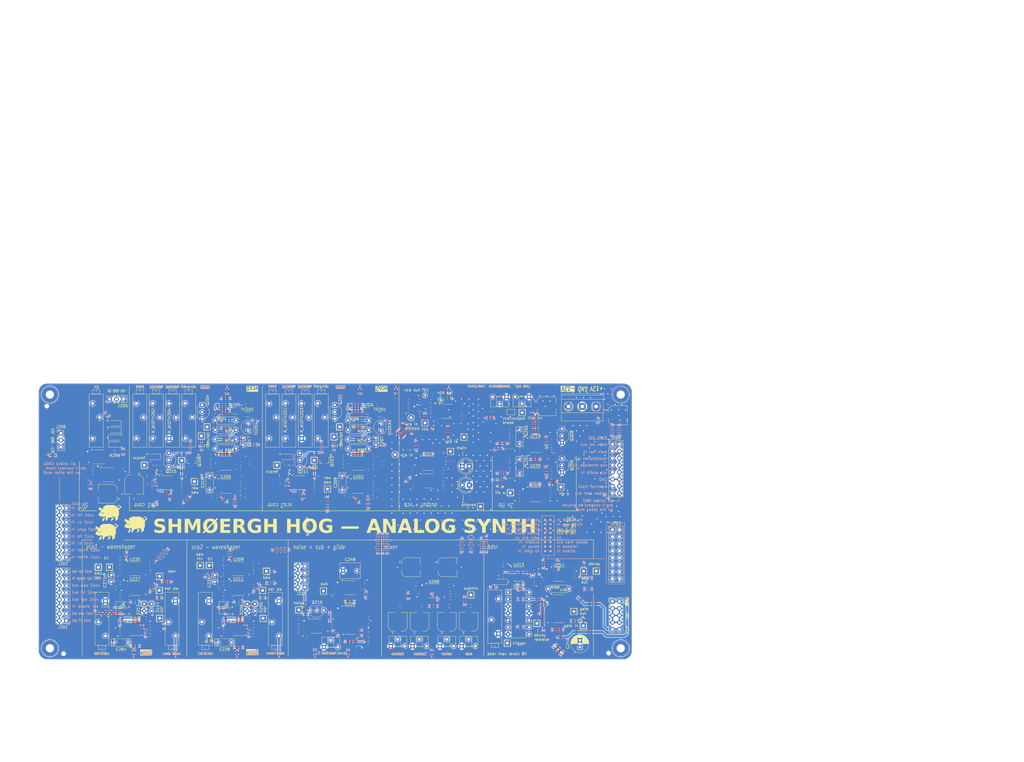
<source format=kicad_pcb>
(kicad_pcb (version 20240108) (generator "pcbnew") (generator_version "8.0")
  (layers (0 "F.Cu" signal) (31 "B.Cu" signal) (34 "B.Paste" user) (35 "F.Paste" user) (36 "B.SilkS" user "B.Silkscreen") (37 "F.SilkS" user "F.Silkscreen") (38 "B.Mask" user) (39 "F.Mask" user) (44 "Edge.Cuts" user))
  (net 0 "")
  (net 1 "GND")
  (net 2 "VCO2_CV")
  (net 3 "+12V")
  (net 4 "-12V")
  (net 5 "Net-(C207-Pad2)")
  (net 6 "/VCO 2/I_REF")
  (net 7 "Net-(C208-Pad2)")
  (net 8 "/VCO 2/RAW_SAW")
  (net 9 "Net-(U203-+)")
  (net 10 "Net-(Q203-G)")
  (net 11 "VCO1_CV")
  (net 12 "Net-(C217-Pad2)")
  (net 13 "/VCO/I_REF")
  (net 14 "Net-(C218-Pad2)")
  (net 15 "Net-(Q205-C2)")
  (net 16 "/VCO/RAW_SAW")
  (net 17 "Net-(U206-+)")
  (net 18 "Net-(Q206-G)")
  (net 19 "Net-(C225-Pad1)")
  (net 20 "Net-(C225-Pad2)")
  (net 21 "Net-(C226-Pad1)")
  (net 22 "Net-(C226-Pad2)")
  (net 23 "Net-(C227-Pad1)")
  (net 24 "Net-(C227-Pad2)")
  (net 25 "/VCO2 Waveshapers/SAW_INV")
  (net 26 "VCO2_TRI")
  (net 27 "Net-(U211A--)")
  (net 28 "Net-(U210B--)")
  (net 29 "VCO2_SQR")
  (net 30 "Net-(C240-Pad1)")
  (net 31 "Net-(U215-S3)")
  (net 32 "Net-(Q202-C2)")
  (net 33 "Net-(U214B-+)")
  (net 34 "GLIDE_AMOUNT")
  (net 35 "/Buffers/LFO_B_IN")
  (net 36 "/VCO1 Waveshapers/SAW_INV")
  (net 37 "Net-(C273-Pad1)")
  (net 38 "Net-(D203-K)")
  (net 39 "+5C")
  (net 40 "Net-(U219A--)")
  (net 41 "/Buffers/LFO_A_IN")
  (net 42 "Net-(U220A--)")
  (net 43 "-5V")
  (net 44 "Net-(D216-K)")
  (net 45 "Net-(Q201-E)")
  (net 46 "Net-(Q201-B)")
  (net 47 "Net-(Q210-E)")
  (net 48 "Net-(Q202-E1)")
  (net 49 "Net-(Q202-B1)")
  (net 50 "Net-(D212-K)")
  (net 51 "Net-(R203-Pad2)")
  (net 52 "VCO1_TRI")
  (net 53 "Net-(U202B--)")
  (net 54 "Net-(U227A--)")
  (net 55 "Net-(U226B--)")
  (net 56 "VCO1_SQR")
  (net 57 "VCO2_SYNC")
  (net 58 "Net-(C274-Pad1)")
  (net 59 "VCO2_SAW")
  (net 60 "Net-(D205-K)")
  (net 61 "Net-(D207-K)")
  (net 62 "Net-(D205-A)")
  (net 63 "KB_GATE")
  (net 64 "Net-(D208-A)")
  (net 65 "Net-(D209-A)")
  (net 66 "Net-(D210-K)")
  (net 67 "Net-(D211-K)")
  (net 68 "VCO1_SAW")
  (net 69 "Net-(D214-K)")
  (net 70 "Net-(D214-A)")
  (net 71 "MAIN_VOL_MAX")
  (net 72 "VCO1_AUDIO")
  (net 73 "VCO1_FM")
  (net 74 "VCO1_SQR_SHAPE")
  (net 75 "VCO2_FM")
  (net 76 "NOISE")
  (net 77 "KB_PITCH")
  (net 78 "ADSR_ENV_CV")
  (net 79 "PITCH_BUFFERED")
  (net 80 "DECAY_MAX")
  (net 81 "GLIDED_PITCH")
  (net 82 "LFO_A_RATE")
  (net 83 "DECAY")
  (net 84 "SUSTAIN")
  (net 85 "LFO_A")
  (net 86 "RELEASE")
  (net 87 "LFO_B")
  (net 88 "SUBMIX")
  (net 89 "VCA_AUDIO_IN")
  (net 90 "VCA_ENV_CV")
  (net 91 "MAIN_OUT")
  (net 92 "HEADPHONES")
  (net 93 "/VCO 2/HI_FREQ_COMP")
  (net 94 "Net-(Q204-E)")
  (net 95 "Net-(Q204-B)")
  (net 96 "/VCO/HI_FREQ_COMP")
  (net 97 "Net-(Q205-E1)")
  (net 98 "Net-(Q205-B1)")
  (net 99 "Net-(Q207-E1)")
  (net 100 "Net-(Q207-B1)")
  (net 101 "Net-(Q207-C2)")
  (net 102 "Net-(Q207-C1)")
  (net 103 "Net-(Q208-C)")
  (net 104 "Net-(Q208-B)")
  (net 105 "Net-(Q209-C)")
  (net 106 "Net-(Q209-B)")
  (net 108 "Net-(Q210-B)")
  (net 109 "/VCO 2/CV_INT")
  (net 110 "Net-(R206-Pad2)")
  (net 111 "Net-(R210-Pad2)")
  (net 112 "/VCO/CV_INT")
  (net 113 "Net-(R218-Pad2)")
  (net 114 "Net-(R221-Pad2)")
  (net 115 "Net-(R225-Pad2)")
  (net 116 "Net-(U207A--)")
  (net 117 "Net-(U207A-+)")
  (net 118 "/Output/AUDIO_IN")
  (net 119 "Net-(U208B--)")
  (net 120 "Net-(U209A--)")
  (net 121 "Net-(R249-Pad2)")
  (net 122 "Net-(R253-Pad2)")
  (net 123 "Net-(U209B--)")
  (net 124 "Net-(R257-Pad2)")
  (net 125 "Net-(U210A-+)")
  (net 126 "Net-(R260-Pad1)")
  (net 127 "Net-(U213A--)")
  (net 128 "Net-(U215-B1)")
  (net 129 "Net-(U214B--)")
  (net 130 "Net-(U217B--)")
  (net 131 "MAIN_VOL_IN")
  (net 132 "Net-(U216B--)")
  (net 133 "Net-(U216A--)")
  (net 134 "Net-(R277-Pad2)")
  (net 135 "Net-(U219A-+)")
  (net 136 "Net-(U220A-+)")
  (net 137 "Net-(R288-Pad1)")
  (net 138 "Net-(R289-Pad1)")
  (net 139 "Net-(U219B-+)")
  (net 140 "Net-(U220B-+)")
  (net 141 "Net-(U221A--)")
  (net 142 "Net-(U221B--)")
  (net 143 "Net-(U222A--)")
  (net 144 "Net-(U223A--)")
  (net 145 "Net-(U225A--)")
  (net 146 "Net-(R303-Pad2)")
  (net 147 "Net-(R307-Pad2)")
  (net 148 "Net-(U225B--)")
  (net 149 "Net-(R311-Pad2)")
  (net 150 "Net-(U226A-+)")
  (net 151 "Net-(R314-Pad1)")
  (net 152 "Net-(D217-K)")
  (net 153 "Net-(RV_ADSR_MAX_VOLTAGE201-Pad2)")
  (net 154 "Net-(U216A-+)")
  (net 155 "Net-(U224-ADJ)")
  (net 156 "Net-(U203-BAL)")
  (net 157 "Net-(U205B--)")
  (net 158 "Net-(U206-BAL)")
  (net 159 "Net-(U212-Pad1)")
  (net 160 "Net-(U215-S2)")
  (net 161 "Net-(U212-Pad10)")
  (net 162 "Net-(U215-B0)")
  (net 167 "Net-(U217A--)")
  (net 168 "Net-(U222B--)")
  (net 169 "Net-(U223B--)")
  (net 175 "Net-(C275-Pad1)")
  (net 176 "Net-(C275-Pad2)")
  (net 177 "VCO1_SYNC")
  (net 178 "VCO2_SQR_SHAPE")
  (net 179 "VCO2_AUDIO")
  (net 180 "EXTERNAL_INPUT")
  (net 181 "NOISE_AUDIO")
  (net 182 "SUB")
  (net 183 "SUB_AUDIO")
  (net 184 "/VCA/VCA_AUDIO_OUT")
  (net 185 "Net-(Q212-B)")
  (net 186 "Net-(Q212-C)")
  (net 187 "Net-(Q213-B)")
  (net 188 "Net-(Q213-C)")
  (net 189 "Net-(Q214-B)")
  (net 190 "Net-(Q214-C)")
  (net 191 "Net-(R204-Pad1)")
  (net 192 "Net-(R219-Pad1)")
  (net 193 "Net-(R318-Pad1)")
  (net 194 "Net-(R319-Pad1)")
  (net 195 "Net-(U228-Reset)")
  (net 196 "Net-(R333-Pad1)")
  (net 197 "Net-(U228-Q0)")
  (net 198 "Net-(R336-Pad2)")
  (net 199 "Net-(U228-Q1)")
  (net 210 "ATTACK")
  (net 212 "Net-(C282-Pad2)")
  (net 213 "Net-(C284-Pad2)")
  (net 214 "Net-(D_NEGATIVE_LIMITER201-K)")
  (net 215 "Net-(R271-Pad2)")
  (net 216 "Net-(R272-Pad1)")
  (net 217 "LFO_B_RATE")
  (footprint "TestPoint:TestPoint_THTPad_2.0x2.0mm_Drill1.0mm" (layer "F.Cu") (at 169.030685 177.292)
    (property "Reference" "TP225" (hide yes))
    (property "Value" "IVCA_A")
  )
  (footprint "Capacitor_SMD:CP_Elec_6.3x5.4" (layer "F.Cu") (at 176.936436 249.428 90)
    (property "Reference" "C227" (hide yes))
    (property "Value" "22uF")
  )
  (footprint "Resistor_SMD:R_0603_1608Metric" (layer "F.Cu") (at 176.574 191.956 180)
    (property "Reference" "R231" (hide yes))
    (property "Value" "4.7k")
  )
  (footprint "Capacitor_SMD:C_0603_1608Metric" (layer "F.Cu") (at 80.806021 201.642814 180)
    (property "Reference" "C220" (hide yes))
    (property "Value" "22p")
  )
  (footprint "Capacitor_SMD:C_0603_1608Metric" (layer "F.Cu") (at 102.235621 189.416)
    (property "Reference" "C211" (hide yes))
    (property "Value" "100n")
  )
  (footprint "Resistor_SMD:R_0603_1608Metric" (layer "F.Cu") (at 105.410621 191.749614 180)
    (property "Reference" "R220" (hide yes))
    (property "Value" "1M")
  )
  (footprint "Resistor_SMD:R_0603_1608Metric" (layer "F.Cu") (at 218.254285 197.445566)
    (property "Reference" "R289" (hide yes))
    (property "Value" "10k")
  )
  (footprint "Shmoergh_Custom_Footprints:R_Axial_DIN0207_L6.3mm_D2.5mm_P7.62mm_Horizontal" (layer "F.Cu") (at 213.723419 237.4522)
    (property "Reference" "R268")
    (property "Value" "470")
  )
  (footprint "Resistor_SMD:R_0603_1608Metric" (layer "F.Cu") (at 58.423344 226.252223 180)
    (property "Reference" "R305" (hide yes))
    (property "Value" "27k")
  )
  (footprint "Capacitor_SMD:C_0603_1608Metric" (layer "F.Cu") (at 203.295285 205.155524)
    (property "Reference" "C279" (hide yes))
    (property "Value" "100n")
  )
  (footprint "Capacitor_THT:C_Rect_L7.0mm_W2.5mm_P5.00mm" (layer "F.Cu") (at 61.342459 256.8702 180)
    (property "Reference" "C264")
    (property "Value" "10p-100p")
  )
  (footprint "Capacitor_SMD:C_0603_1608Metric" (layer "F.Cu") (at 69.383144 228.233423)
    (property "Reference" "C265" (hide yes))
    (property "Value" "100n")
  )
  (footprint "Resistor_SMD:R_0603_1608Metric" (layer "F.Cu") (at 102.108621 204.2034)
    (property "Reference" "R323" (hide yes))
    (property "Value" "1M")
  )
  (footprint "MountingHole:MountingHole_2.1mm" (layer "F.Cu") (at 31.9024 171.196)
    (property "Reference" "REF**")
    (property "Value" "MountingHole_1.152mm")
  )
  (footprint "Resistor_SMD:R_0603_1608Metric" (layer "F.Cu") (at 135.49548 178.605014 -90)
    (property "Reference" "R210" (hide yes))
    (property "Value" "510")
  )
  (footprint "Diode_SMD:D_SOD-123" (layer "F.Cu") (at 56.6176 185.1406)
    (property "Reference" "D209" (hide yes))
    (property "Value" "1N4148")
  )
  (footprint "Capacitor_SMD:C_0603_1608Metric" (layer "F.Cu") (at 164.573485 200.279)
    (property "Reference" "C245" (hide yes))
    (property "Value" "100n")
  )
  (footprint "Potentiometer_THT:Potentiometer_ACP_CA6-H2,5_Horizontal" (layer "F.Cu") (at 206.709685 167.839 -90)
    (property "Reference" "RV_LINE_OUT_LVL201" (hide yes))
    (property "Value" "10k")
  )
  (footprint "Resistor_SMD:R_0603_1608Metric" (layer "F.Cu") (at 58.435544 229.503423 180)
    (property "Reference" "R302" (hide yes))
    (property "Value" "15k")
  )
  (footprint "Shmoergh_Custom_Footprints:R_Axial_DIN0207_L6.3mm_D2.5mm_P7.62mm_Horizontal" (layer "F.Cu") (at 148.68308 179.811614 180)
    (property "Reference" "R204")
    (property "Value" "See t.comp. table" (hide yes))
  )
  (footprint "TestPoint:TestPoint_THTPad_2.0x2.0mm_Drill1.0mm" (layer "F.Cu") (at 199.967885 202.615524)
    (property "Reference" "TP230" (hide yes))
    (property "Value" "LFO_A_OUT")
  )
  (footprint "Capacitor_SMD:C_0603_1608Metric" (layer "F.Cu") (at 106.883645 228.233423)
    (property "Reference" "C229" (hide yes))
    (property "Value" "100n")
  )
  (footprint "Resistor_SMD:R_0603_1608Metric" (layer "F.Cu") (at 148.577471 248.0818)
    (property "Reference" "R332" (hide yes))
    (property "Value" "47k")
  )
  (footprint "Resistor_SMD:R_0603_1608Metric" (layer "F.Cu") (at 118.87148 192.625814 90)
    (property "Reference" "R330" (hide yes))
    (property "Value" "47k")
  )
  (footprint "Package_TO_SOT_THT:TO-92L_Inline_Wide" (layer "F.Cu") (at 136.29508 170.784614 -90)
    (property "Reference" "Q201")
    (property "Value" "2N3906")
  )
  (footprint "Resistor_SMD:R_0603_1608Metric" (layer "F.Cu") (at 103.93 170.874)
    (property "Reference" "R340" (hide yes))
    (property "Value" "100k")
  )
  (footprint "Capacitor_THT:CP_Radial_D6.3mm_P2.50mm" (layer "F.Cu") (at 225.171 258.61138 90)
    (property "Reference" "C241")
    (property "Value" "10u")
  )
  (footprint "Capacitor_SMD:C_0603_1608Metric" (layer "F.Cu") (at 128.90448 196.689814)
    (property "Reference" "C205" (hide yes))
    (property "Value" "100n")
  )
  (footprint "Package_TO_SOT_THT:TO-92L_Inline_Wide" (layer "F.Cu") (at 218.693285 190.145766 -90)
    (property "Reference" "Q209")
    (property "Value" "BC548C")
  )
  (footprint "TestPoint:TestPoint_THTPad_2.0x2.0mm_Drill1.0mm" (layer "F.Cu") (at 110.31296 248.1326)
    (property "Reference" "TP217" (hide yes))
    (property "Value" "SQR")
  )
  (footprint "Resistor_SMD:R_0603_1608Metric" (layer "F.Cu") (at 72.424021 192.562814 -90)
    (property "Reference" "R329" (hide yes))
    (property "Value" "100k")
  )
  (footprint "Resistor_SMD:R_0603_1608Metric" (layer "F.Cu") (at 150.33408 193.527614 180)
    (property "Reference" "R208" (hide yes))
    (property "Value" "1M")
  )
  (footprint "TestPoint:TestPoint_THTPad_2.0x2.0mm_Drill1.0mm" (layer "F.Cu") (at 128.822 190.847814)
    (property "Reference" "TP204" (hide yes))
    (property "Value" "Reset OUT")
  )
  (footprint "TestPoint:TestPoint_THTPad_2.0x2.0mm_Drill1.0mm" (layer "F.Cu") (at 189.147 207.577)
    (property "Reference" "TP229" (hide yes))
    (property "Value" "PHONES_OUT")
  )
  (footprint "Capacitor_SMD:C_0603_1608Metric" (layer "F.Cu") (at 59.69 194.183)
    (property "Reference" "C262" (hide yes))
    (property "Value" "100n")
  )
  (footprint "Resistor_SMD:R_0603_1608Metric" (layer "F.Cu") (at 165.766 235.746 180)
    (property "Reference" "R245" (hide yes))
    (property "Value" "33k")
  )
  (footprint "TestPoint:TestPoint_THTPad_2.0x2.0mm_Drill1.0mm" (layer "F.Cu") (at 178.225 187.638)
    (property "Reference" "TP227" (hide yes))
    (property "Value" "MAINOUT")
  )
  (footprint "TestPoint:TestPoint_THTPad_2.0x2.0mm_Drill1.0mm" (layer "F.Cu") (at 138.08628 178.706614)
    (property "Reference" "TP201" (hide yes))
    (property "Value" "-18mV/V")
  )
  (footprint "Capacitor_SMD:CP_Elec_6.3x5.4" (layer "F.Cu") (at 184.82737 249.428 90)
    (property "Reference" "C275" (hide yes))
    (property "Value" "22uF")
  )
  (footprint "Resistor_SMD:R_0603_1608Metric" (layer "F.Cu") (at 102.108621 200.9014 180)
    (property "Reference" "R325" (hide yes))
    (property "Value" "10k")
  )
  (footprint "Package_SO:SOIC-8_3.9x4.9mm_P1.27mm" (layer "F.Cu") (at 63.858944 251.847393)
    (property "Reference" "U226")
    (property "Value" "TL072")
  )
  (footprint "Package_TO_SOT_SMD:SOT-23" (layer "F.Cu") (at 144.78 256.54 180)
    (property "Reference" "Q212" (hide yes))
    (property "Value" "MMBT5551")
  )
  (footprint "Potentiometer_THT:Potentiometer_ACP_CA6-H2,5_Horizontal" (layer "F.Cu") (at 182.32966 258.25 90)
    (property "Reference" "RV204" (hide yes))
    (property "Value" "100k Log")
  )
  (footprint "Resistor_SMD:R_0603_1608Metric" (layer "F.Cu") (at 58.512744 235.388193 180)
    (property "Reference" "R310" (hide yes))
    (property "Value" "220k")
  )
  (footprint "TestPoint:TestPoint_THTPad_2.0x2.0mm_Drill1.0mm" (layer "F.Cu") (at 231.14 231.013)
    (property "Reference" "TP_SUSTAIN201" (hide yes))
    (property "Value" "Sustain")
  )
  (footprint "TestPoint:TestPoint_THTPad_2.0x2.0mm_Drill1.0mm" (layer "F.Cu") (at 111.53216 231.0638)
    (property "Reference" "TP211" (hide yes))
    (property "Value" "SAW")
  )
  (footprint "Package_SO:SOIC-8_3.9x4.9mm_P1.27mm" (layer "F.Cu") (at 63.873144 230.138423)
    (property "Reference" "U225")
    (property "Value" "TL072")
  )
  (footprint "Package_SO:SOIC-8_3.9x4.9mm_P1.27mm" (layer "F.Cu") (at 217.561819 232.155022)
    (property "Reference" "U214")
    (property "Value" "TL072")
  )
  (footprint "Resistor_SMD:R_0603_1608Metric" (layer "F.Cu") (at 148.538871 257.5052)
    (property "Reference" "R320" (hide yes))
    (property "Value" "220k")
  )
  (footprint "TestPoint:TestPoint_THTPad_D2.0mm_Drill1.0mm" (layer "F.Cu") (at 158.159 188.781)
    (property "Reference" "TP_VCA_AU_IN202" (hide yes))
    (property "Value" "VCA_IN")
  )
  (footprint "Capacitor_SMD:C_0603_1608Metric" (layer "F.Cu") (at 165.766 237.27 180)
    (property "Reference" "C282" (hide yes))
    (property "Value" "47p")
  )
  (footprint "Potentiometer_THT:Potentiometer_Bourns_3006P_Horizontal" (layer "F.Cu") (at 53.157859 241.8334 90)
    (property "Reference" "RV_TRI_BIAS202" (hide yes))
    (property "Value" "100k")
  )
  (footprint "Resistor_SMD:R_0603_1608Metric" (layer "F.Cu") (at 199.726085 183.6118)
    (property "Reference" "R282" (hide yes))
    (property "Value" "100k")
  )
  (footprint "Resistor_SMD:R_0603_1608Metric" (layer "F.Cu") (at 198.779685 197.446744 90)
    (property "Reference" "R281" (hide yes))
    (property "Value" "100k")
  )
  (footprint "Resistor_SMD:R_0603_1608Metric" (layer "F.Cu") (at 198.774085 186.6974 90)
    (property "Reference" "R279" (hide yes))
    (property "Value" "100k")
  )
  (footprint "Resistor_SMD:R_0603_1608Metric" (layer "F.Cu") (at 185.673992 243.6876)
    (property "Reference" "R338" (hide yes))
    (property "Value" "100k")
  )
  (footprint "Resistor_SMD:R_0603_1608Metric" (layer "F.Cu") (at 171.152085 169.2656)
    (property "Reference" "R241" (hide yes))
    (property "Value" "470k")
  )
  (footprint "Resistor_SMD:R_0603_1608Metric" (layer "F.Cu") (at 69.345344 252.027)
    (property "Reference" "R317" (hide yes))
    (property "Value" "100k")
  )
  (footprint "Capacitor_SMD:C_0603_1608Metric" (layer "F.Cu") (at 93.442221 203.801814)
    (property "Reference" "C214" (hide yes))
    (property "Value" "100n")
  )
  (footprint "Capacitor_SMD:C_0603_1608Metric" (layer "F.Cu") (at 72.561 253.043 90)
    (property "Reference" "C272" (hide yes))
    (property "Value" "33p")
  )
  (footprint "Capacitor_SMD:C_0603_1608Metric" (layer "F.Cu") (at 164.585685 193.8782)
    (property "Reference" "C243" (hide yes))
    (property "Value" "100n")
  )
  (footprint "Shmoergh_Custom_Footprints:Gyeszno" (layer "F.Cu") (at 54.864 209.931)
    (property "Reference" "G***" (hide yes))
    (property "Value" "LOGO" (hide yes))
  )
  (footprint "Capacitor_THT:C_Rect_L7.2mm_W2.5mm_P5.00mm_FKS2_FKP2_MKS2_MKP2" (layer "F.Cu") (at 90.953021 201.475814 90)
    (property "Reference" "C219")
    (property "Value" "2.2nF (foil)")
  )
  (footprint "Package_TO_SOT_SMD:SOT-23_Handsoldering" (layer "F.Cu") (at 84.423754 191.186502 -90)
    (property "Reference" "Q206")
    (property "Value" "MMBFJ111")
  )
  (footprint "Resistor_SMD:R_0603_1608Metric" (layer "F.Cu") (at 171.152085 174.6504)
    (property "Reference" "R239" (hide yes))
    (property "Value" "10k")
  )
  (footprint "TestPoint:TestPoint_THTPad_2.0x2.0mm_Drill1.0mm" (layer "F.Cu") (at 123.266894 245.10365)
    (property "Reference" "TP219" (hide yes))
    (property "Value" "NOISE")
  )
  (footprint "Package_TO_SOT_THT:TO-92_Inline_Wide" (layer "F.Cu") (at 76.117 188.146 -90)
    (property "Reference" "Q215")
    (property "Value" "J111")
  )
  (footprint "MountingHole:MountingHole_3mm_Pad" (layer "F.Cu") (at 33 167)
    (property "Reference" "H201" (hide yes))
    (property "Value" "MountingHole")
  )
  (footprint "Resistor_SMD:R_0603_1608Metric" (layer "F.Cu") (at 48.5648 195.453)
    (property "Reference" "R300" (hide yes))
    (property "Value" "100k")
  )
  (footprint "Capacitor_SMD:C_0603_1608Metric" (layer "F.Cu") (at 136.1694 238.9632)
    (property "Reference" "C247" (hide yes))
    (property "Value" "100n")
  )
  (footprint "Resistor_SMD:R_0603_1608Metric" (layer "F.Cu") (at 199.731685 190.855944)
    (property "Reference" "R280" (hide yes))
    (property "Value" "100k")
  )
  (footprint "Capacitor_SMD:C_0603_1608Metric" (layer "F.Cu") (at 147.2438 235.1532)
    (property "Reference" "C246" (hide yes))
    (property "Value" "100n")
  )
  (footprint "TestPoint:TestPoint_THTPad_2.0x2.0mm_Drill1.0mm" (layer "F.Cu") (at 226.4156 250.825)
    (property "Reference" "TP223" (hide yes))
    (property "Value" "Gate1")
  )
  (footprint "Capacitor_SMD:C_0603_1608Metric" (layer "F.Cu") (at 58.423344 232.094223)
    (property "Reference" "C266" (hide yes))
    (property "Value" "100n")
  )
  (footprint "Potentiometer_THT:Potentiometer_Bourns_3006P_Horizontal" (layer "F.Cu") (at 48.514 182.9168 -90)
    (property "Reference" "R_5V201" (hide yes))
    (property "Value" "10k (prec)")
  )
  (footprint "TestPoint:TestPoint_THTPad_D1.5mm_Drill0.7mm" (layer "F.Cu") (at 174.669 168.969)
    (property "Reference" "TP_VCA_OUT201" (hide yes))
    (property "Value" "VCA_OUT")
  )
  (footprint "Resistor_SMD:R_0603_1608Metric" (layer "F.Cu") (at 135.306494 250.72975)
    (property "Reference" "R337" (hide yes))
    (property "Value" "100k")
  )
  (footprint "Capacitor_SMD:C_0603_1608Metric" (layer "F.Cu") (at 174.034 188.146)
    (property "Reference" "C242" (hide yes))
    (property "Value" "100n")
  )
  (footprint "Package_TO_SOT_THT:TO-92-2" (layer "F.Cu") (at 104.902621 180.065614 90)
    (property "Reference" "TH204")
    (property "Value" "See t.comp. table")
  )
  (footprint "Capacitor_SMD:C_0603_1608Metric" (layer "F.Cu") (at 173.755085 176.7332)
    (property "Reference" "C222" (hide yes))
    (property "Value" "100n")
  )
  (footprint "Connector_PinHeader_2.54mm:PinHeader_2x08_P2.54mm_Vertical" (layer "F.Cu") (at 237 185)
    (property "Reference" "J204")
    (property "Value" "Conn_02x08_Counter_Clockwise")
  )
  (footprint "Resistor_SMD:R_0603_1608Metric" (layer "F.Cu") (at 128.822 188.4 180)
    (property "Reference" "R211" (hide yes))
    (property "Value" "22k")
  )
  (footprint "Capacitor_SMD:C_0603_1608Metric" (layer "F.Cu") (at 203.396885 187.3964)
    (property "Reference" "C254" (hide yes))
    (property "Value" "100n")
  )
  (footprint "Shmoergh_Custom_Footprints:R_Axial_DIN0207_L6.3mm_D2.5mm_P7.62mm_Horizontal" (layer "F.Cu") (at 148.68308 186.542614 180)
    (property "Reference" "R203")
    (property "Value" "See t.comp. table" (hide yes))
  )
  (footprint "Capacitor_SMD:C_0603_1608Metric" (layer "F.Cu") (at 126.335694 254.61935)
    (property "Reference" "C259" (hide yes))
    (property "Value" "100n")
  )
  (footprint "Capacitor_THT:C_Disc_D3.0mm_W1.6mm_P2.50mm" (layer "F.Cu") (at 103.124621 185.252614 90)
    (property "Reference" "C217")
    (property "Value" "100p-1n")
  )
  (footprint "Potentiometer_THT:Potentiometer_Bourns_3006P_Horizontal" (layer "F.Cu") (at 76.221021 182.923014 -90)
    (property "Reference" "R_WIDTH204")
    (property "Value" "See t.comp. table")
  )
  (footprint "Package_SO:SOIC-8_3.9x4.9mm_P1.27mm" (layer "F.Cu") (at 170.161485 198.336951)
    (property "Reference" "U216" (hide yes))
    (property "Value" "NE5532")
  )
  (footprint "Resistor_SMD:R_0603_1608Metric" (layer "F.Cu") (at 214.901485 196.443944)
    (property "Reference" "R293" (hide yes))
    (property "Value" "47k")
  )
  (footprint "TestPoint:TestPoint_THTPad_2.0x2.0mm_Drill1.0mm" (layer "F.Cu") (at 209.6008 249.9614)
    (property "Reference" "TP220" (hide yes))
    (property "Value" "DR_OUT")
  )
  (footprint "Capacitor_SMD:CP_Elec_6.3x5.4" (layer "F.Cu") (at 167.059525 249.428 90)
    (property "Reference" "C226" (hide yes))
    (property "Value" "22uF")
  )
  (footprint "Capacitor_SMD:C_0603_1608Metric" (layer "F.Cu") (at 179.241 191.067 90)
    (property "Reference" "C276" (hide yes))
    (property "Value" "100p")
  )
  (footprint "Shmoergh_Custom_Footprints:R_Axial_DIN0207_L6.3mm_D2.5mm_P7.62mm_Horizontal" (layer "F.Cu") (at 92.964621 176.382614)
    (property "Reference" "R221")
    (property "Value" "See t.comp. table" (hide yes))
  )
  (footprint "Resistor_SMD:R_0603_1608Metric" (layer "F.Cu") (at 123.192642 249.38695 180)
    (property "Reference" "R296" (hide yes))
    (property "Value" "470k")
  )
  (footprint "Capacitor_SMD:C_0603_1608Metric" (layer "F.Cu") (at 95.923845 232.094223)
    (property "Reference" "C230" (hide yes))
    (property "Value" "100n")
  )
  (footprint "Diode_THT:D_DO-34_SOD68_P2.54mm_Vertical_AnodeUp" (layer "F.Cu") (at 67.2084 242.89313 -90)
    (property "Reference" "D215")
    (property "Value" "5.1V")
  )
  (footprint "Resistor_SMD:R_0603_1608Metric" (layer "F.Cu") (at 148.564271 255.7526)
    (property "Reference" "R336" (hide yes))
    (property "Value" "100k")
  )
  (footprint "Resistor_SMD:R_0603_1608Metric" (layer "F.Cu") (at 128.90448 198.340814)
    (property "Reference" "R215" (hide yes))
    (property "Value" "2.2k")
  )
  (footprint "Diode_THT:D_DO-34_SOD68_P2.54mm_Vertical_AnodeUp" (layer "F.Cu") (at 69.853344 242.88606 -90)
    (property "Reference" "D214")
    (property "Value" "5.1V")
  )
  (footprint "TestPoint:TestPoint_THTPad_2.0x2.0mm_Drill1.0mm" (layer "F.Cu") (at 133.648 201.227)
    (property "Reference" "TP233" (hide yes))
    (property "Value" "RAW_SAW")
  )
  (footprint "Potentiometer_THT:Potentiometer_ACP_CA6-H2,5_Horizontal" (layer "F.Cu") (at 174.415 258.25 90)
    (property "Reference" "RV202" (hide yes))
    (property "Value" "100k Log")
  )
  (footprint "Resistor_SMD:R_0603_1608Metric" (layer "F.Cu") (at 91.313621 191.114614)
    (property "Reference" "R319" (hide yes))
    (property "Value" "100k")
  )
  (footprint "Resistor_SMD:R_0603_1608Metric" (layer "F.Cu") (at 208.598 235.712)
    (property "Reference" "R266" (hide yes))
    (property "Value" "10k")
  )
  (footprint "Resistor_SMD:R_0603_1608Metric" (layer "F.Cu") (at 95.974645 240.874593)
    (property "Reference" "R252" (hide yes))
    (property "Value" "100k")
  )
  (footprint "TestPoint:TestPoint_THTPad_2.0x2.0mm_Drill1.0mm" (layer "F.Cu") (at 72.812459 248.1326)
    (property "Reference" "TP218" (hide yes))
    (property "Value" "SQR")
  )
  (footprint "Package_TO_SOT_THT:TO-92L_Inline_Wide" (layer "F.Cu") (at 88.196621 170.784614 -90)
    (property "Reference" "Q204")
    (property "Value" "2N3906")
  )
  (footprint "Package_DIP:DIP-14_W7.62mm" (layer "F.Cu") (at 199.1614 238.6838)
    (property "Reference" "U212")
    (property "Value" "4002")
  )
  (footprint "Capacitor_SMD:C_0603_1608Metric" (layer "F.Cu") (at 150.20708 197.5994)
    (property "Reference" "C203" (hide yes))
    (property "Value" "100n")
  )
  (footprint "Diode_SMD:D_SOD-123" (layer "F.Cu") (at 96.787445 243.058993)
    (property "Reference" "D204" (hide yes))
    (property "Value" "1N4148")
  )
  (footprint "Package_SO:SOIC-8_3.9x4.9mm_P1.27mm" (layer "F.Cu") (at 101.373645 230.138423)
    (property "Reference" "U209")
    (property "Value" "TL072")
  )
  (footprint "Resistor_SMD:R_0603_1608Metric" (layer "F.Cu") (at 199.731685 192.608544 180)
    (property "Reference" "R285" (hide yes))
    (property "Value" "100k")
  )
  (footprint "Capacitor_SMD:C_0603_1608Metric" (layer "F.Cu") (at 175.634885 196.4182)
    (property "Reference" "C244" (hide yes))
    (property "Value" "100n")
  )
  (footprint "TestPoint:TestPoint_THTPad_2.0x2.0mm_Drill1.0mm" (layer "F.Cu") (at 90.805 228.981)
    (property "Reference" "TP213" (hide yes))
    (property "Value" "TRI")
  )
  (footprint "Capacitor_SMD:CP_Elec_6.3x5.4" (layer "F.Cu") (at 63.544 199.697 -90)
    (property "Reference" "C252" (hide yes))
    (property "Value" "47u")
  )
  (footprint "Resistor_SMD:R_0603_1608Metric" (layer "F.Cu") (at 162.985485 169.2656)
    (property "Reference" "R236" (hide yes))
    (property "Value" "10k")
  )
  (footprint "Resistor_SMD:R_0603_1608Metric" (layer "F.Cu") (at 214.895885 185.6946)
    (property "Reference" "R292" (hide yes))
    (property "Value" "47k")
  )
  (footprint "Capacitor_THT:C_Rect_L7.0mm_W2.5mm_P5.00mm" (layer "F.Cu") (at 203.351685 190.565744 -90)
    (property "Reference" "C251")
    (property "Value" "22n-47n (foil)")
  )
  (footprint "Resistor_SMD:R_0603_1608Metric" (layer "F.Cu") (at 69.333144 254.059 180)
    (property "Reference" "R315" (hide yes))
    (property "Value" "240k")
  )
  (footprint "Package_TO_SOT_SMD:SOT-23" (layer "F.Cu") (at 117.85548 196.308814 -90)
    (property "Reference" "Q213" (hide yes))
    (property "Value" "MMBT5551")
  )
  (footprint "Resistor_SMD:R_0603_1608Metric" (layer "F.Cu") (at 139.41208 191.114614)
    (property "Reference" "R318" (hide yes))
    (property "Value" "100k")
  )
  (footprint "Potentiometer_THT:Potentiometer_Bourns_3006P_Horizontal" (layer "F.Cu") (at 112.48308 182.923014 -90)
    (property "Reference" "R_BIAS203" (hide yes))
    (property "Value" "100k (prec)")
  )
  (footprint "Resistor_SMD:R_0603_1608Metric" (layer "F.Cu") (at 91.313621 192.892614 180)
    (property "Reference" "R217" (hide yes))
    (property "Value" "150k")
  )
  (footprint "Resistor_SMD:R_0603_1608Metric" (layer "F.Cu") (at 144.113944 259.334)
    (property "Reference" "R321" (hide yes))
    (property "Value" "47k")
  )
  (footprint "Resistor_SMD:R_0603_1608Metric" (layer "F.Cu") (at 70.773021 192.625814 90)
    (property "Reference" "R331" (hide yes))
    (property "Value" "47k")
  )
  (footprint "Resistor_SMD:R_0603_1608Metric" (layer "F.Cu") (at 159.981392 243.6876)
    (property "Reference" "R242" (hide yes))
    (property "Value" "100k")
  )
  (footprint "Package_SO:SOIC-16_3.9x9.9mm_P1.27mm" (layer "F.Cu") (at 217.561819 244.6274)
    (property "Reference" "U215" (hide yes))
    (property "Value" "CD4053B")
  )
  (footprint "TestPoint:TestPoint_THTPad_2.0x2.0mm_Drill1.0mm" (layer "F.Cu") (at 223.012 245.6688)
    (property "Reference" "TP222" (hide yes))
    (property "Value" "Gate2")
  )
  (footprint "Capacitor_SMD:C_0603_1608Metric" (layer "F.Cu") (at 106.845845 249.916993)
    (property "Reference" "C233" (hide yes))
    (property "Value" "100n")
  )
  (footprint "Resistor_SMD:R_0603_1608Metric" (layer "F.Cu") (at 121.41148 195.165814)
    (property "Reference" "R212" (hide yes))
    (property "Value" "150k")
  )
  (footprint "Resistor_SMD:R_0603_1608Metric" (layer "F.Cu") (at 96.013245 235.388193 180)
    (property "Reference" "R256" (hide yes))
    (property "Value" "220k")
  )
  (footprint "Resistor_SMD:R_0603_1608Metric" (layer "F.Cu") (at 214.870485 187.4472)
    (property "Reference" "R290" (hide yes))
    (property "Value" "47k")
  )
  (footprint "Resistor_SMD:R_0603_1608Metric" (layer "F.Cu") (at 95.923845 251.593393 180)
    (property "Reference" "R259" (hide yes))
    (property "Value" "220k")
  )
  (footprint "Resistor_SMD:R_0603_1608Metric" (layer "F.Cu") (at 92.964621 170.794614 180)
    (property "Reference" "R224" (hide yes))
    (property "Value" "1.5k")
  )
  (footprint "Capacitor_SMD:CP_Elec_6.3x7.7" (layer "F.Cu") (at 238.931 174.498)
    (property "Reference" "C260" (hide yes))
    (property "Value" "100u")
  )
  (footprint "Capacitor_SMD:C_0603_1608Metric" (layer "F.Cu") (at 69.294544 235.388193)
    (property "Reference" "C267" (hide yes))
    (property "Value" "100n")
  )
  (footprint "Capacitor_SMD:C_0603_1608Metric" (layer "F.Cu") (at 214.908285 183.5356)
    (property "Reference" "C253" (hide yes))
    (property "Value" "100n")
  )
  (footprint "Package_SO:SOIC-8_3.9x4.9mm_P1.27mm" (layer "F.Cu") (at 129.580294 250.95835)
    (property "Reference" "U222" (hide yes))
    (property "Value" "TL072")
  )
  (footprint "Resistor_SMD:R_0603_1608Metric" (layer "F.Cu") (at 69.396144 229.909823)
    (property "Reference" "R309" (hide yes))
    (property "Value" "100k")
  )
  (footprint "TestPoint:TestPoint_THTPad_2.0x2.0mm_Drill1.0mm" (layer "F.Cu") (at 204.26 173.541)
    (property "Reference" "TP228" (hide yes))
    (property "Value" "MAX_LINEOUT")
  )
  (footprint "Package_TO_SOT_SMD:SOT-363_SC-70-6" (layer "F.Cu") (at 167.138885 172.0088)
    (property "Reference" "Q207" (hide yes))
    (property "Value" "BC847BS")
  )
  (footprint "Resistor_SMD:R_0603_1608Metric" (layer "F.Cu") (at 70.011021 199.229814)
    (property "Reference" "R228" (hide yes))
    (property "Value" "100k")
  )
  (footprint "MountingHole:MountingHole_3mm_Pad" (layer "F.Cu") (at 33 259)
    (property "Reference" "H204" (hide yes))
    (property "Value" "MountingHole")
  )
  (footprint "Potentiometer_THT:Potentiometer_Bourns_3006P_Horizontal" (layer "F.Cu") (at 90.65836 241.8334 90)
    (property "Reference" "RV_TRI_BIAS201" (hide yes))
    (property "Value" "100k")
  )
  (footprint "Package_SO:SOIC-8_3.9x4.9mm_P1.27mm" (layer "F.Cu") (at 202.9968 232.0798)
    (property "Reference" "U213")
    (property "Value" "LM358")
  )
  (footprint "Capacitor_SMD:C_0603_1608Metric" (layer "F.Cu") (at 214.913885 194.284944)
    (property "Reference" "C249" (hide yes))
    (property "Value" "100n")
  )
  (footprint "Capacitor_SMD:C_0603_1608Metric" (layer "F.Cu") (at 212.050019 234.060022)
    (property "Reference" "C239" (hide yes))
    (property "Value" "100n")
  )
  (footprint "Capacitor_SMD:C_0603_1608Metric" (layer "F.Cu") (at 203.402485 198.145744)
    (property "Reference" "C250" (hide yes))
    (property "Value" "100n")
  )
  (footprint "Capacitor_SMD:C_0603_1608Metric" (layer "F.Cu") (at 142.20108 195.521414)
    (property "Reference" "C202" (hide yes))
    (property "Value" "100n")
  )
  (footprint "Capacitor_SMD:C_0603_1608Metric" (layer "F.Cu") (at 94.102621 195.521414)
    (property "Reference" "C212" (hide yes))
    (property "Value" "100n")
  )
  (footprint "Package_TO_SOT_THT:TO-92-2" (layer "F.Cu") (at 153.00108 180.065614 90)
    (property "Reference" "TH203")
    (property "Value" "See t.comp. table" (hide yes))
  )
  (footprint "Package_SO:SOIC-8_3.9x4.9mm_P1.27mm" (layer "F.Cu") (at 96.774621 191.876614)
    (property "Reference" "U204" (hide yes))
    (property "Value" "TL072")
  )
  (footprint "Capacitor_SMD:C_0603_1608Metric" (layer "F.Cu") (at 171.862 167.445)
    (property "Reference" "C285" (hide yes))
    (property "Value" "47p")
  )
  (footprint "Diode_THT:D_DO-34_SOD68_P2.54mm_Vertical_AnodeUp" (layer "F.Cu") (at 107.353845 242.88606 -90)
    (property "Reference" "D205")
    (property "Value" "5.1V")
  )
  (footprint "Resistor_SMD:R_0603_1608Metric" (layer "F.Cu") (at 102.235621 193.527614 180)
    (property "Reference" "R223" (hide yes))
    (property "Value" "1M")
  )
  (footprint "Resistor_SMD:R_0603_1608Metric" (layer "F.Cu") (at 167.804592 243.6876)
    (property "Reference" "R243" (hide yes))
    (property "Value" "100k")
  )
  (footprint "Package_SO:SOIC-8_3.9x4.9mm_P1.27mm" (layer "F.Cu") (at 96.709354 200.195014)
    (property "Reference" "U205")
    (property "Value" "TL072")
  )
  (footprint "Resistor_SMD:R_0603_1608Metric_Pad0.98x0.95mm_HandSolder" (layer "F.Cu") (at 175.710885 193.8782 180)
    (property "Reference" "R270" (hide yes))
    (property "Value" "100k")
  )
  (footprint "Resistor_SMD:R_0603_1608Metric" (layer "F.Cu") (at 218.248685 186.696222)
    (property "Reference" "R288" (hide yes))
    (property "Value" "10k")
  )
  (footprint "Potentiometer_THT:Potentiometer_Bourns_3006P_Horizontal" (layer "F.Cu") (at 78.552859 241.8334 90)
    (property "Reference" "RV_SAW_BIAS202" (hide yes))
    (property "Value" "10k")
  )
  (footprint "Capacitor_SMD:CP_Elec_6.3x5.4" (layer "F.Cu") (at 177.2 229.616)
    (property "Reference" "C280" (hide yes))
    (property "Value" "47u")
  )
  (footprint "Capacitor_SMD:C_0603_1608Metric" (layer "F.Cu") (at 69.345344 249.916993)
    (property "Reference" "C269" (hide yes))
    (property "Value" "100n")
  )
  (footprint "Package_SO:SOIC-8_3.9x4.9mm_P1.27mm" (layer "F.Cu") (at 123.535987 198.933502)
    (property "Reference" "U203" (hide yes))
    (property "Value" "LM311")
  )
  (footprint "Resistor_SMD:R_0603_1608Metric" (layer "F.Cu") (at 171.152085 171.060533)
    (property "Reference" "R238" (hide yes))
    (property "Value" "10k")
  )
  (footprint "TestPoint:TestPoint_THTPad_D1.5mm_Drill0.7mm" (layer "F.Cu") (at 169.081 167.318)
    (property "Reference" "TP_VCA_OUT202" (hide yes))
    (property "Value" "VCA_OUT_FB")
  )
  (footprint "Package_TO_SOT_SMD:SOT-23_Handsoldering" (layer "F.Cu") (at 132.522213 191.186502 -90)
    (property "Reference" "Q203")
    (property "Value" "MMBFJ111")
  )
  (footprint "Capacitor_SMD:CP_Elec_6.3x5.4" (layer "F.Cu") (at 159.168592 249.428 90)
    (property "Reference" "C225" (hide yes))
    (property "Value" "22uF")
  )
  (footprint "TestPoint:TestPoint_THTPad_2.0x2.0mm_Drill1.0mm" (layer "F.Cu") (at 218.313 200.533)
    (property "Reference" "TP231" (hide yes))
    (property "Value" "LFO_B_OUT")
  )
  (footprint "Resistor_SMD:R_0603_1608Metric" (layer "F.Cu") (at 139.41208 189.336614)
    (property "Reference" "R201" (hide yes))
    (property "Value" "100k")
  )
  (footprint "Capacitor_SMD:C_0603_1608Metric" (layer "F.Cu") (at 95.974645 239.198193)
    (property "Reference" "C232" (hide yes))
    (property "Value" "100n")
  )
  (footprint "Capacitor_SMD:C_0603_1608Metric" (layer "F.Cu") (at 182.543485 171.1452)
    (property "Reference" "C221" (hide yes))
    (property "Value" "100n")
  )
  (footprint "Connector_PinHeader_2.54mm:PinHeader_1x03_P2.54mm_Vertical" (layer "F.Cu") (at 37 181)
    (property "Reference" "J206")
    (property "Value" "Conn_01x03")
  )
  (footprint "Resistor_SMD:R_1206_3216Metric_Pad1.30x1.75mm_HandSolder" (layer "F.Cu") (at 152.62008 174.223614)
    (property "Reference" "TH201")
    (property "Value" "PTS120602B100RP100")
  )
  (footprint "TestPoint:TestPoint_THTPad_2.0x2.0mm_Drill1.0mm" (layer "F.Cu") (at 87.947621 182.0164)
    (property "Reference" "TP206" (hide yes))
    (property "Value" "HiFreq")
  )
  (footprint "Capacitor_SMD:C_0603_1608Metric" (layer "F.Cu") (at 58.423344 253.726993)
    (property "Reference" "C270" (hide yes))
    (property "Value" "100n")
  )
  (footprint "Resistor_SMD:R_0603_1608Metric" (layer "F.Cu") (at 105.372645 248.031)
    (property "Reference" "R257" (hide yes))
    (property "Value" "47k")
  )
  (footprint "Resistor_SMD:R_0603_1608Metric" (layer "F.Cu") (at 148.564271 250.6218 180)
    (property "Reference" "R333" (hide yes))
    (property "Value" "47k")
  )
  (footprint "Resistor_SMD:R_0603_1608Metric" (layer "F.Cu") (at 48.5648 193.7512)
    (property "Reference" "R301" (hide yes))
    (property "Value" "100k")
  )
  (footprint "Resistor_SMD:R_0603_1608Metric" (layer "F.Cu") (at 171.152085 172.855466)
    (property "Reference" "R240" (hide yes))
    (property "Value" "470k")
  )
  (footprint "Package_SO:SOIC-8_3.9x4.9mm_P1.27mm" (layer "F.Cu") (at 208.990485 196.215344)
    (property "Reference" "U220")
    (property "Value" "TL072")
  )
  (footprint "Connector_PinHeader_2.54mm:PinHeader_2x08_P2.54mm_Vertical" (layer "F.Cu") (at 39 249 180)
    (property "Reference" "J201")
    (property "Value" "Conn_02x08_Counter_Clockwise")
  )
  (footprint "Resistor_SMD:R_0603_1608Metric" (layer "F.Cu") (at 106.795045 237.572593 180)
    (property "Reference" "R262" (hide yes))
    (property "Value" "100k")
  )
  (footprint "Resistor_SMD:R_0603_1608Metric" (layer "F.Cu") (at 106.896645 229.909823)
    (property "Reference" "R255" (hide yes))
    (property "Value" "100k")
  )
  (footprint "Resistor_SMD:R_0603_1608Metric" (layer "F.Cu") (at 208.6102 233.9848 180)
    (property "Reference" "R265" (hide yes))
    (property "Value" "75k")
  )
  (footprint "Resistor_SMD:R_0603_1608Metric" (layer "F.Cu") (at 214.623685 203.885524 180)
    (property "Reference" "R295" (hide yes))
    (property "Value" "1k")
  )
  (footprint "Diode_SMD:D_SOD-123" (layer "F.Cu") (at 196.5452 234.9246 180)
    (property "Reference" "D207" (hide yes))
    (property "Value" "1N4148")
  )
  (footprint "Shmoergh_Custom_Footprints:R_Axial_DIN0207_L6.3mm_D2.5mm_P7.62mm_Horizontal" (layer "F.Cu") (at 100.584621 179.811614 180)
    (property "Reference" "R219")
    (property "Value" "See t.comp. table" (hide yes))
  )
  (footprint "Capacitor_SMD:C_0603_1608Metric" (layer "F.Cu") (at 102.108621 199.2504)
    (property "Reference" "C274" (hide yes))
    (property "Value" "47p")
  )
  (footprint "Resistor_SMD:R_0603_1608Metric" (layer "F.Cu") (at 56.848544 237.216993 180)
    (property "Reference" "R307" (hide yes))
    (property "Value" "100k")
  )
  (footprint "Diode_SMD:D_SOD-123" (layer "F.Cu") (at 118.87148 189.577814 180)
    (property "Reference" "D216" (hide yes))
    (property "Value" "1N4148")
  )
  (footprint "Package_SO:SOIC-8_3.9x4.9mm_P1.27mm" (layer "F.Cu") (at 141.7716 237.0582)
    (property "Reference" "U218" (hide yes))
    (property "Value" "TL072")
  )
  (footprint "Package_SO:SOIC-8_3.9x4.9mm_P1.27mm" (layer "F.Cu") (at 75.437528 198.933502)
    (property "Reference" "U206" (hide yes))
    (property "Value" "LM311")
  )
  (footprint "Resistor_SMD:R_0603_1608Metric" (layer "F.Cu") (at 214.876085 198.196544)
    (property "Reference" "R291" (hide yes))
    (property "Value" "47k")
  )
  (footprint "Package_SO:SOIC-8_3.9x4.9mm_P1.27mm" (layer "F.Cu") (at 101.373645 237.293193)
    (property "Reference" "U211")
    (property "Value" "TL072")
  )
  (footprint "Resistor_SMD:R_0603_1608Metric" (layer "F.Cu") (at 175.647885 198.755)
    (property "Reference" "R273" (hide yes))
    (property "Value" "100")
  )
  (footprint "Package_TO_SOT_SMD:SOT-363_SC-70-6" (layer "F.Cu") (at 100.076621 172.953614)
    (property "Reference" "Q205")
    (property "Value" "BC847BS")
  )
  (footprint "Resistor_SMD:R_0603_1608Metric" (layer "F.Cu") (at 95.936045 248.189793)
    (property "Reference" "R258" (hide yes))
    (property "Value" "2.2k")
  )
  (footprint "Capacitor_SMD:C_0603_1608Metric" (layer "F.Cu") (at 197.358 230.1748)
    (property "Reference" "C240" (hide yes))
    (property "Value" "10n")
  )
  (footprint "Potentiometer_THT:Potentiometer_Bourns_3006P_Horizontal" (layer "F.Cu") (at 124.31948 182.923014 -90)
    (property "Reference" "R_WIDTH203")
    (property "Value" "See t.comp. table")
  )
  (footprint "Resistor_SMD:R_0603_1608Metric" (layer "F.Cu") (at 69.396144 231.586223)
    (property "Reference" "R308" (hide yes))
    (property "Value" "100k")
  )
  (footprint "Potentiometer_THT:Potentiometer_Bourns_3006P_Horizontal" (layer "F.Cu") (at 64.384621 182.923014 -90)
    (property "Reference" "R_BIAS201" (hide yes))
    (property "Value" "100k (prec)")
  )
  (footprint "Capacitor_THT:C_Rect_L7.2mm_W2.5mm_P5.00mm_FKS2_FKP2_MKS2_MKP2" (layer "F.Cu") (at 139.05148 201.475814 90)
    (property "Reference" "C209")
    (property "Value" "2.2nF (foil)")
  )
  (footprint "Capacitor_SMD:C_0603_1608Metric_Pad1.08x0.95mm_HandSolder" (layer "F.Cu") (at 185.464 204.275 180)
    (property "Reference" "C277" (hide yes))
    (property "Value" "1u")
  )
  (footprint "TerminalBlock_Phoenix:TerminalBlock_Phoenix_MKDS-1,5-3_1x03_P5.00mm_Horizontal" (layer "F.Cu") (at 231.0638 171.323 180)
    (property "Reference" "J207" (hide yes))
    (property "Value" "Screw_Terminal_01x03")
  )
  (footprint "Capacitor_SMD:C_0603_1608Metric" (layer "F.Cu") (at 150.412 189.289)
    (property "Reference" "C201" (hide yes))
    (property "Value" "100n")
  )
  (footprint "Capacitor_SMD:C_0603_1608Metric" (layer "F.Cu") (at 102.235621 191.749614 180)
    (property "Reference" "C218" (hide yes))
    (property "Value" "100p")
  )
  (footprint "Resistor_SMD:R_0603_1608Metric" (layer "F.Cu") (at 95.936045 229.503423 180)
    (property "Reference" "R248" (hide yes))
    (property "Value" "15k")
  )
  (footprint "Potentiometer_THT:Potentiometer_Bourns_3006P_Horizontal" (layer "F.Cu") (at 116.05336 241.8334 90)
    (property "Reference" "RV_SAW_BIAS201" (hide yes))
    (property "Value" "10k")
  )
  (footprint "Capacitor_SMD:CP_Elec_6.3x5.4" (layer "F.Cu") (at 163.957 229.616)
    (property "Reference" "C281" (hide yes))
    (property "Value" "47u")
  )
  (footprint "Resistor_SMD:R_0603_1608Metric" (layer "F.Cu") (at 120.52248 192.562814 -90)
    (property "Reference" "R328" (hide yes))
    (property "Value" "100k")
  )
  (footprint "Diode_SMD:D_SOD-123" (layer "F.Cu") (at 56.516 179.959 180)
    (property "Reference" "D211" (hide yes))
    (property "Value" "1N4148")
  )
  (footprint "Resistor_SMD:R_0603_1608Metric" (layer "F.Cu") (at 175.647885 200.4822 180)
    (property "Reference" "R274" (hide yes))
    (property "Value" "100")
  )
  (footprint "Resistor_SMD:R_0603_1608Metric" (layer "F.Cu") (at 141.06308 170.794614 180)
    (property "Reference" "R209" (hide yes))
    (property "Value" "1.5k")
  )
  (footprint "Capacitor_SMD:C_0603_1608Metric" (layer "F.Cu") (at 180.638 239.975 90)
    (property "Reference" "C283" (hide yes))
    (property "Value" "47p")
  )
  (footprint "Capacitor_SMD:C_0603_1608Metric" (layer "F.Cu") (at 102.108621 197.5994)
    (property "Reference" "C213" (hide yes))
    (property "Value" "100n")
  )
  (footprint "Resistor_SMD:R_0603_1608Metric" (layer "F.Cu") (at 106.833645 254.186 180)
    (property "Reference" "R261" (hide yes))
    (property "Value" "240k")
  )
  (footprint "Capacitor_SMD:C_0603_1608Metric" (layer "F.Cu") (at 128.90448 201.642814 180)
    (property "Reference" "C210" (hide yes))
    (property "Value" "22p")
  )
  (footprint "Shmoergh_Custom_Footprints:Gyeszno" (layer "F.Cu") (at 64.262 214.122)
    (property "Reference" "G***" (hide yes))
    (property "Value" "LOGO" (hide yes))
  )
  (footprint "Resistor_SMD:R_0603_1608Metric" (layer "F.Cu") (at 203.295285 202.615524)
    (property "Reference" "R294" (hide yes))
    (property "Value" "1k")
  )
  (footprint "Potentiometer_THT:Potentiometer_ACP_CA6-H2,5_Horizontal" (layer "F.Cu") (at 164.509 258.25 90)
    (property "Reference" "RV205" (hide yes))
    (property "Value" "100k Log")
  )
  (footprint "Resistor_SMD:R_0603_1608Metric" (layer "F.Cu") (at 139.41208 192.892614 180)
    (property "Reference" "R202" (hide yes))
    (property "Value" "150k")
  )
  (footprint "Resistor_SMD:R_0603_1608Metric" (layer "F.Cu") (at 106.896645 231.586223)
    (property "Reference" "R254" (hide yes))
    (property "Value" "100k")
  )
  (footprint "Resistor_SMD:R_0603_1608Metric" (layer "F.Cu") (at 162.985485 172.855466 180)
    (property "Reference" "R233" (hide yes))
    (property "Value" "220")
  )
  (footprint "Resistor_SMD:R_0603_1608Metric" (layer "F.Cu") (at 200.602885 186.6852 -90)
    (property "Reference" "R286" (hide yes))
    (property "Value" "100k")
  )
  (footprint "Diode_SMD:D_SOD-123" (layer "F.Cu") (at 70.773021 189.577814 180)
    (property "Reference" "D217" (hide yes))
    (property "Value" "1N4148")
  )
  (footprint "MountingHole:MountingHole_2.1mm" (layer "F.Cu") (at 235.6104 260.7564)
    (property "Reference" "REF**")
    (property "Value" "MountingHole_1.152mm")
  )
  (footprint "Capacitor_SMD:C_0603_1608Metric" (layer "F.Cu") (at 182.543 175.446)
    (property "Reference" "C284" (hide yes))
    (property "Value" "47p")
  )
  (footprint "MountingHole:MountingHole_3mm_Pad" (layer "F.Cu") (at 240 167)
    (property "Reference" "H202" (hide yes))
    (property "Value" "MountingHole")
  )
  (footprint "Potentiometer_THT:Potentiometer_Bourns_3006P_Horizontal" (layer "F.Cu") (at 118.42668 182.923014 -90)
    (property "Reference" "R_WIDTH201")
    (property "Value" "See t.comp. table")
  )
  (footprint "Resistor_SMD:R_0603_1608Metric" (layer "F.Cu") (at 80.806021 198.340814)
    (property "Reference" "R230" (hide yes))
    (property "Value" "2.2k")
  )
  (footprint "Resistor_SMD:R_0603_1608Metric" (layer "F.Cu") (at 95.923845 227.877823 180)
    (property "Reference" "R249" (hide yes))
    (property "Value" "15k")
  )
  (footprint "Resistor_SMD:R_0603_1608Metric" (layer "F.Cu") (at 153.50908 191.749614 180)
    (property "Reference" "R205" (hide yes))
    (property "Value" "1M")
  )
  (footprint "Resistor_SMD:R_0603_1608Metric" (layer "F.Cu") (at 178.218592 238.9124)
    (property "Reference" "R247" (hide yes))
    (property "Value" "100k")
  )
  (footprint "Diode_SMD:D_SOD-123" (layer "F.Cu") (at 59.286944 245.548193)
    (property "Reference" "D212" (hide yes))
    (property "Value" "1N4148")
  )
  (footprint "Shmoergh_Custom_Footprints:R_Axial_DIN0207_L6.3mm_D2.5mm_P7.62mm_Horizontal" (layer "F.Cu") (at 100.584621 186.542614 180)
    (property "Reference" "R218")
    (property "Value" "See t.comp. table" (hide yes))
  )
  (footprint "Resistor_SMD:R_0603_1608Metric" (layer "F.Cu") (at 223.200619 232.790022 180)
    (property "Reference" "R269" (hide yes))
    (property "Value" "1k")
  )
  (footprint "Shmoergh_Custom_Footprints:Gyeszno" (layer "F.Cu") (at 53.721 216.789)
    (property "Reference" "G***" (hide yes))
    (property "Value" "LOGO" (hide yes))
  )
  (footprint "Connector_PinHeader_2.54mm:PinHeader_2x08_P2.54mm_Vertical" (layer "F.Cu") (at 39 226 180)
    (property "Reference" "J202")
    (property "Value" "Conn_02x08_Counter_Clockwise")
  )
  (footprint "Shmoergh_Custom_Footprints:R_Axial_DIN0207_L6.3mm_D2.5mm_P7.62mm_Horizontal" (layer "F.Cu") (at 141.06308 176.382614)
    (property "Reference" "R206")
    (property "Value" "See t.comp. table" (hide yes))
  )
  (footprint "Resistor_SMD:R_0603_1608Metric" (layer "F.Cu") (at 141.06308 173.334614 180)
    (property "Reference" "R207" (hide yes))
    (property "Value" "1.5k")
  )
  (footprint "Package_TO_SOT_THT:TO-92L_Inline_Wide" (layer "F.Cu") (at 218.687685 179.396422 -90)
    (property "Reference" "Q208")
    (property "Value" "BC548C")
  )
  (footprint "Potentiometer_THT:Potentiometer_Bourns_3006P_Horizontal" (layer "F.Cu") (at 82.063021 182.897614 -90)
    (property "Reference" "R_HIFREQ202" (hide yes))
    (property "Value" "2k (prec)")
  )
  (footprint "Package_SO:SOIC-8_3.9x4.9mm_P1.27mm" (layer "F.Cu") (at 170.173685 191.9478)
    (property "Reference" "U217")
    (property "Value" "TL072")
  )
  (footprint "Package_SO:SOIC-8_3.9x4.9mm_P1.27mm" (layer "F.Cu") (at 101.359445 251.847393)
    (property "Reference" "U210")
    (property "Value" "TL072")
  )
  (footprint "Resistor_SMD:R_0603_1608Metric" (layer "F.Cu") (at 58.423344 227.877823 180)
    (property "Reference" "R303" (hide yes))
    (property "Value" "15k")
  )
  (footprint "Connector_PinHeader_2.54mm:PinHeader_2x04_P2.54mm_Vertical" (layer "F.Cu") (at 125.476 236.855 180)
    (property "Reference" "J214")
    (property "Value" "Conn_02x04_Counter_Clockwise")
  )
  (footprint "Resistor_SMD:R_0603_1608Metric" (layer "F.Cu") (at 91.313621 189.336614)
    (property "Reference" "R216" (hide yes))
    (property "Value" "100k")
  )
  (footprint "Potentiometer_THT:Potentiometer_ACP_CA6-H2,5_Horizontal" (layer "F.Cu") (at 156.635 258.25 90)
    (property "Reference" "RV201" (hide yes))
    (property "Value" "100k Log")
  )
  (footprint "TestPoint:TestPoint_THTPad_2.0x2.0mm_Drill1.0mm" (layer "F.Cu") (at 85.388 198.56)
    (property "Reference" "TP234" (hide yes))
    (property "Value" "RAW_SAW")
  )
  (footprint "Package_TO_SOT_SMD:SOT-363_SC-70-6" (layer "F.Cu") (at 148.17508 172.953614)
    (property "Reference" "Q202")
    (property "Value" "BC847BS")
  )
  (footprint "Resistor_SMD:R_0603_1608Metric" (layer "F.Cu") (at 58.423344 251.593393 180)
    (property "Reference" "R313" (hide yes))
    (property "Value" "220k")
  )
  (footprint "Resistor_SMD:R_0603_1608Metric" (layer "F.Cu") (at 69.294544 237.572593 180)
    (property "Reference" "R316" (hide yes))
    (property "Value" "100k")
  )
  (footprint "Resistor_SMD:R_0603_1608Metric" (layer "F.Cu") (at 151.682 170.874)
    (property "Reference" "R339" (hide yes))
    (property "Value" "100k")
  )
  (footprint "TestPoint:TestPoint_THTPad_2.0x2.0mm_Drill1.0mm" (layer "F.Cu") (at 80.816 190.94)
    (property "Reference" "TP208" (hide yes))
    (property "Value" "Reset OUT")
  )
  (footprint "Jumper:SolderJumper-2_P1.3mm_Bridged_Pad1.0x1.5mm" (layer "F.Cu") (at 200.152 173.3804 180)
    (property "Reference" "JP202" (hide yes))
    (property "Value" "Breakpoint")
  )
  (footprint "Resistor_SMD:R_0603_1608Metric" (layer "F.Cu") (at 128.90448 199.991814 180)
    (property "Reference" "R214" (hide yes))
    (property "Value" "330k")
  )
  (footprint "TestPoint:TestPoint_THTPad_2.0x2.0mm_Drill1.0mm" (layer "F.Cu") (at 183.178 182.431)
    (property "Reference" "TP226" (hide yes))
    (property "Value" "IVCA_B")
  )
  (footprint "TestPoint:TestPoint_THTPad_2.0x2.0mm_Drill1.0mm" (layer "F.Cu") (at 136.0424 182.3212)
    (property "Reference" "TP202" (hide yes))
    (property "Value" "HiFreq")
  )
  (footprint "TestPoint:TestPoint_THTPad_2.0x2.0mm_Drill1.0mm" (layer "F.Cu") (at 72.647344 238.0234)
    (property "Reference" "TP216" (hide yes))
    (property "Value" "PW")
  )
  (footprint "Capacitor_SMD:CP_Elec_6.3x5.4" (layer "F.Cu") (at 54.019 203.005 180)
    (property "Reference" "C256" (hide yes))
    (property "Value" "47u")
  )
  (footprint "MountingHole:MountingHole_3mm_Pad" (layer "F.Cu") (at 240 259)
    (property "Reference" "H203" (hide yes))
    (property "Value" "MountingHole")
  )
  (footprint "Resistor_SMD:R_0603_1608Metric" (layer "F.Cu") (at 167.138885 174.6504 180)
    (property "Reference" "R237" (hide yes))
    (property "Value" "100k")
  )
  (footprint "Diode_SMD:D_SOD-123" (layer "F.Cu") (at 56.516 177.419 180)
    (property "Reference" "D210" (hide yes))
    (property "Value" "1N4148")
  )
  (footprint "Resistor_SMD:R_0603_1608Metric" (layer "F.Cu") (at 177.749192 243.6876)
    (property "Reference" "R244" (hide yes))
    (property "Value" "100k")
  )
  (footprint "TestPoint:TestPoint_THTPad_2.0x2.0mm_Drill1.0mm" (layer "F.Cu") (at 185.674 239.649)
    (property "Reference" "TP224" (hide yes))
    (property "Value" "Submix")
  )
  (footprint "Resistor_SMD:R_0603_1608Metric" (layer "F.Cu") (at 94.349045 237.216993 180)
    (property "Reference" "R253" (hide yes))
    (property "Value" "100k")
  )
  (footprint "Capacitor_SMD:C_0603_1608Metric" (layer "F.Cu") (at 135.001 247.523)
    (property "Reference" "C258" (hide yes))
    (property "Value" "100n")
  )
  (footprint "Resistor_SMD:R_0603_1608Metric" (layer "F.Cu") (at 95.923845 226.252223 180)
    (property "Reference" "R251" (hide yes))
    (property "Value" "27k")
  )
  (footprint "Resistor_SMD:R_0603_1608Metric" (layer "F.Cu") (at 58.435544 248.189793)
    (property "Reference" "R312" (hide yes))
    (property "Value" "2.2k")
  )
  (footprint "Capacitor_THT:C_Rect_L7.2mm_W5.5mm_P5.00mm_FKS2_FKP2_MKS2_MKP2" (layer "F.Cu") (at 144.319 230.886 180)
    (property "Reference" "C248")
    (property "Value" "1u (foil or electrolite)")
  )
  (footprint "TestPoint:TestPoint_THTPad_2.0x2.0mm_Drill1.0mm" (layer "F.Cu") (at 87.503 228.981)
    (property "Reference" "TP209" (hide yes))
    (property "Value" "SAWInv")
  )
  (footprint "Resistor_SMD:R_0603_1608Metric" (layer "F.Cu") (at 148.552071 252.349)
    (property "Reference" "R334" (hide yes))
    (property "Value" "47k")
  )
  (footprint "Capacitor_THT:C_Disc_D3.0mm_W2.0mm_P2.50mm" (layer "F.Cu") (at 55.273744 232.419023 -90)
    (property "Reference" "C271")
    (property "Value" "22p")
  )
  (footprint "Resistor_SMD:R_0603_1608Metric" (layer "F.Cu") (at 118.10948 199.229814)
    (property "Reference" "R213" (hide yes))
    (property "Value" "100k")
  )
  (footprint "Resistor_SMD:R_0603_1608Metric" (layer "F.Cu") (at 58.474144 240.874593)
    (property "Reference" "R306" (hide yes))
    (property "Value" "100k")
  )
  (footprint "Diode_THT:D_DO-34_SOD68_P2.54mm_Vertical_AnodeUp" (layer "F.Cu") (at 104.5972 242.9256 -90)
    (property "Reference" "D206")
    (property "Value" "5.1V")
  )
  (footprint "Potentiometer_THT:Potentiometer_ACP_CA6-H2,5_Horizontal" (layer "F.Cu") (at 132.379713 258.572 90)
    (property "Reference" "RV203" (hide yes))
    (property "Value" "100k Log")
  )
  (footprint "Resistor_SMD:R_1206_3216Metric_Pad1.30x1.75mm_HandSolder" (layer "F.Cu") (at 104.521621 174.223614)
    (property "Reference" "TH202")
    (property "Value" "PTS120602B100RP100")
  )
  (footprint "TestPoint:TestPoint_THTPad_2.0x2.0mm_Drill1.0mm" (layer "F.Cu") (at 89.987821 178.706614)
    (property "Reference" "TP205" (hide yes))
    (property "Value" "-18mV/V")
  )
  (footprint "Resistor_SMD:R_0603_1608Metric" (layer "F.Cu") (at 87.397021 178.605014 -90)
    (property "Reference" "R225" (hide yes))
    (property "Value" "510")
  )
  (footprint "Resistor_SMD:R_0603_1608Metric" (layer "F.Cu") (at 178.218592 240.851 180)
    (property "Reference" "R246" (hide yes))
    (property "Value" "100k")
  )
  (footprint "Capacitor_SMD:C_0603_1608Metric" (layer "F.Cu") (at 141.54068 203.801814)
    (property "Reference" "C204" (hide yes))
    (property "Value" "100n")
  )
  (footprint "Capacitor_THT:C_Rect_L7.0mm_W2.5mm_P5.00mm" (layer "F.Cu") (at 98.84296 256.8702 180)
    (property "Reference" "C228")
    (property "Value" "10p-100p")
  )
  (footprint "Shmoergh_Custom_Footprints:R_Axial_DIN0207_L6.3mm_D2.5mm_P7.62mm_Horizontal" (layer "F.Cu") (at 148.68308 183.240614 180)
    (property "Reference" "R275")
    (property "Value" "See t.comp. table" (hide yes))
  )
  (footprint "TestPoint:TestPoint_THTPad_2.0x2.0mm_Drill1.0mm" (layer "F.Cu") (at 110.147845 238.0234)
    (property "Reference" "TP215" (hide yes))
    (property "Value" "PW")
  )
  (footprint "Resistor_SMD:R_0603_1608Metric" (layer "F.Cu") (at 58.423344 249.916993 180)
    (property "Reference" "R314" (hide yes))
    (property "Value" "2.2M")
  )
  (footprint "Package_TO_SOT_THT:TO-92L_Inline_Wide" (layer "F.Cu") (at 132.283894 245.23065 180)
    (property "Reference" "Q210")
    (property "Value" "BC548C")
  )
  (footprint "Package_SO:SOIC-8_3.9x4.9mm_P1.27mm" (layer "F.Cu") (at 54.229 196.088)
    (property "Reference" "U223" (hide yes))
    (property "Value" "TL072")
  )
  (footprint "Capacitor_SMD:C_0603_1608Metric" (layer "F.Cu") (at 166.737792 239.522)
    (property "Reference" "C224" (hide yes))
    (property "Value" "100n")
  )
  (footprint "Capacitor_SMD:C_0603_1608Metric" (layer "F.Cu") (at 118.10948 200.880814)
    (property "Reference" "C206" (hide yes))
    (property "Value" "100n")
  )
  (footprint "Resistor_SMD:R_0603_1608Metric" (layer "F.Cu") (at 61.674544 240.874593)
    (property "Reference" "R304" (hide yes))
    (property "Value" "100k")
  )
  (footprint "Resistor_SMD:R_0603_1608Metric" (layer "F.Cu") (at 197.358 228.473)
    (property "Reference" "R267" (hide yes))
    (property "Value" "47k")
  )
  (footprint "Shmoergh_Custom_Footprints:R_Axial_DIN0207_L6.3mm_D2.5mm_P7.62mm_Horizontal" (layer "F.Cu") (at 100.584621 183.240614 180)
    (property "Reference" "R276")
    (property "Value" "See t.comp. table" (hide yes))
  )
  (footprint "LED_THT:LED_D5.0mm" (layer "F.Cu") (at 185.088 199.83 180)
    (property "Reference" "D_POSITIVE_LIMITER201" (hide yes))
    (property "Value" "Red LED")
  )
  (footprint "Package_SO:SOIC-16_3.9x9.9mm_P1.27mm" (layer "F.Cu") (at 141.827944 248.92)
    (property "Reference" "U228")
    (property "Value" "CD4040BM96")
  )
  (footprint "Resistor_SMD:R_0603_1608Metric_Pad0.98x0.95mm_HandSolder" (layer "F.Cu") (at 56.515 187.706 180)
    (property "Reference" "R299")
    (property "Value" "2.2k")
  )
  (footprint "Connector_PinHeader_2.54mm:PinHeader_2x05_P2.54mm_Vertical" (layer "F.Cu") (at 237 242)
    (property "Reference" "J_POWER201" (hide yes))
    (property "Value" "Conn_02x05_Odd_Even")
  )
  (footprint "Capacitor_SMD:C_0603_1608Metric" (layer "F.Cu") (at 123.192642 247.63435 180)
    (property "Reference" "C257" (hide yes))
    (property "Value" "100n")
  )
  (footprint "TestPoint:TestPoint_THTPad_2.0x2.0mm_Drill1.0mm" (layer "F.Cu") (at 54.61 229.616)
    (property "Reference" "TP214" (hide yes))
    (property "Value" "TRI")
  )
  (footprint "Package_SO:SOIC-8_3.9x4.9mm_P1.27mm" (layer "F.Cu") (at 208.984885 203.250524)
    (property "Reference" "U221")
    (property "Value" "TL072")
  )
  (footprint "TestPoint:TestPoint_THTPad_2.0x2.0mm_Drill1.0mm" (layer "F.Cu") (at 115.33588 192.613014)
    (property "Reference" "TP203" (hide yes))
    (property "Value" "VCOVREF")
  )
  (footprint "Connector_PinHeader_2.54mm:PinHeader_2x08_P2.54mm_Vertical" (layer "F.Cu") (at 237 216)
    (property "Reference" "J203")
    (property "Value" "Conn_02x08_Counter_Clockwise")
  )
  (footprint "Package_SO:SOIC-8_3.9x4.9mm_P1.27mm" (layer "F.Cu") (at 208.984885 185.466)
    (property "Reference" "U219")
    (property "Value" "TL072")
  )
  (footprint "Resistor_SMD:R_0603_1608Metric" (layer "F.Cu") (at 146.4818 237.5408 90)
    (property "Reference" "R277" (hide yes))
    (property "Value" "1k")
  )
  (footprint "Resistor_SMD:R_0603_1608Metric" (layer "F.Cu") (at 95.923845 249.916993 180)
    (property "Reference" "R260" (hide yes))
    (property "Value" "2.2M")
  )
  (footprint "TestPoint:TestPoint_THTPad_2.0x2.0mm_Drill1.0mm" (layer "F.Cu") (at 67.237421 192.613014)
    (property "Reference" "TP207" (hide yes))
    (property "Value" "VCOVREF")
  )
  (footprint "Package_TO_SOT_SMD:SOT-23" (layer "F.Cu") (at 69.757021 196.308814 -90)
    (property "Reference" "Q214" (hide yes))
    (property "Value" "MMBT5551")
  )
  (footprint "Capacitor_SMD:C_0603_1608Metric" (layer "F.Cu") (at 177.761392 236.294088)
    (property "Reference" "C223" (hide yes))
    (property "Value" "100n")
  )
  (footprint "Resistor_SMD:R_0603_1608Metric" (layer "F.Cu") (at 182.492685 173.736)
    (property "Reference" "R234" (hide yes))
    (property "Value" "33k")
  )
  (footprint "Diode_SMD:D_SOD-123" (layer "F.Cu") (at 59.286944 243.058993)
    (property "Reference" "D213" (hide yes))
    (property "Value" "1N4148")
  )
  (footprint "Package_SO:SOIC-8_3.9x4.9mm_P1.27mm" (layer "F.Cu") (at 50.8122 189.611)
    (property "Reference" "U224" (hide yes))
    (property "Value" "LM336M-5.0/TR")
  )
  (footprint "TestPoint:TestPoint_THTPad_2.0x2.0mm_Drill1.0mm" (layer "F.Cu") (at 132.207 238.252)
    (property "Reference" "TP232" (hide yes))
    (property "Value" "SUB")
  )
  (footprint "Resistor_SMD:R_0603_1608Metric" (layer "F.Cu") (at 197.3834 232.7148)
    (property "Reference" "R264" (hide yes))
    (property "Value" "100k")
  )
  (footprint "Capacitor_SMD:C_0603_1608Metric" (layer "F.Cu") (at 95.923845 253.726993)
    (property "Reference" "C234" (hide yes))
    (property "Value" "100n")
  )
  (footprint "TestPoint:TestPoint_THTPad_2.0x2.0mm_Drill1.0mm" (layer "F.Cu") (at 72.771 232.918)
    (property "Reference" "TP212" (hide yes))
    (property "Value" "SAW")
  )
  (footprint "TestPoint:TestPoint_THTPad_2.0x2.0mm_Drill1.0mm" (layer "F.Cu") (at 50.546 229.616)
    (property "Reference" "TP210" (hide yes))
    (property "Value" "SAWInv")
  )
  (footprint "Resistor_SMD:R_0603_1608Metric" (layer "F.Cu") (at 106.845845 252.027)
    (property "Reference" "R263" (hide yes))
    (property "Value" "100k")
  )
  (footprint "Resistor_SMD:R_0603_1608Metric" (layer "F.Cu") (at 73.313021 195.165814)
    (property "Reference" "R227" (hide yes))
    (property "Value" "150k")
  )
  (footprint "Potentiometer_THT:Potentiometer_Bourns_3006P_Horizontal" (layer "F.Cu") (at 130.16148 182.897614 -90)
    (property "Reference" "R_HIFREQ201" (hide yes))
    (property "Value" "2k (prec)")
  )
  (footprint "Resistor_SMD:R_0603_1608Metric" (layer "F.Cu") (at 150.20708 202.5524)
    (property "Reference" "R326" (hide yes))
    (property "Value" "100k")
  )
  (footprint "Capacitor_SMD:C_0603_1608Metric" (layer "F.Cu") (at 150.20708 199.2504)
    (property "Reference" "C273" (hide yes))
    (property "Value" "47p")
  )
  (footprint "Resistor_SMD:R_0603_1608Metric" (layer "F.Cu") (at 148.564271 254.0508)
    (property "Reference" "R335" (hide yes))
    (property "Value" "100k")
  )
  (footprint "Potentiometer_THT:Potentiometer_Bourns_3006P_Horizontal" (layer "F.Cu") (at 70.328221 182.923014 -90)
    (property "Reference" "R_WIDTH202")
    (property "Value" "See t.comp. table")
  )
  (footprint "Resistor_SMD:R_0603_1608Metric" (layer "F.Cu") (at 67.872144 248.031)
    (property "Reference" "R311" (hide yes))
    (property "Value" "47k")
  )
  (footprint "Package_SO:SOIC-8_3.9x4.9mm_P1.27mm" (layer "F.Cu") (at 63.873144 237.293193)
    (property "Reference" "U227")
    (property "Value" "TL072")
  )
  (footprint "Capacitor_SMD:C_0603_1608Metric" (layer "F.Cu") (at 58.474144 239.198193)
    (property "Reference" "C268" (hide yes))
    (property "Value" "100n")
  )
  (footprint "Resistor_SMD:R_0603_1608Metric" (layer "F.Cu") (at 199.731685 194.361144)
    (property "Reference" "R283" (hide yes))
    (property "Value" "100k")
  )
  (footprint "Capacitor_THT:C_Disc_D3.0mm_W1.6mm_P2.50mm" (layer "F.Cu") (at 151.22308 185.252614 90)
    (property "Reference" "C207")
    (property "Value" "100p-1n" (hide yes))
  )
  (footprint "Capacitor_SMD:C_0603_1608Metric" (layer "F.Cu") (at 150.33408 191.749614 180)
    (property "Reference" "C208" (hide yes))
    (property "Value" "100p")
  )
  (footprint "Capacitor_SMD:C_0603_1608Metric" (layer "F.Cu") (at 208.5978 230.1748)
    (property "Reference" "C237" (hide yes))
    (property "Value" "100n")
  )
  (footprint "Package_SO:SOIC-8_3.9x4.9mm_P1.27mm" (layer "F.Cu") (at 144.87308 191.876614)
    (property "Reference" "U201" (hide yes))
    (property "Value" "TL072")
  )
  (footprint "Capacitor_SMD:C_0603_1608Metric" (layer "F.Cu") (at 70.011021 200.880814)
    (property "Reference" "C216" (hide yes))
    (property "Value" "100n")
  )
  (footprint "Resistor_SMD:R_0603_1608Metric" (layer "F.Cu") (at 162.985485 171.060533)
    (property "Reference" "R232" (hide yes))
    (property "Value" "100k")
  )
  (footprint "Connector_PinHeader_2.54mm:PinHeader_1x03_P2.54mm_Vertical" (layer "F.Cu") (at 54.61 168.656 90)
    (property "Reference" "J205")
    (property "Value" "Conn_01x03")
  )
  (footprint "LED_THT:LED_D5.0mm" (layer "F.Cu") (at 185.083 192.972 180)
    (property "Reference" "D_NEGATIVE_LIMITER201" (hide yes))
    (property "Value" "Red LED")
  )
  (footprint "Package_SO:SOIC-8_3.9x4.9mm_P1.27mm" (layer "F.Cu") (at 172.224192 238.224488)
    (property "Reference" "U208")
    (property "Value" "TL072")
  )
  (footprint "Resistor_SMD:R_0603_1608Metric" (layer "F.Cu") (at 193.211 173.16 -90)
    (property "Reference" "R272" (hide yes))
    (property "Value" "1k")
  )
  (footprint "Capacitor_SMD:C_0603_1608Metric" (layer "F.Cu") (at 110.026 253.043 90)
    (property "Reference" "C236" (hide yes))
    (property "Value" "33p")
  )
  (footprint "Resistor_SMD:R_0603_1608Metric" (layer "F.Cu") (at 123.205042 251.24115)
    (property "Reference" "R298" (hide yes))
    (property "Value" "3.3M")
  )
  (footprint "Resistor_SMD:R_0603_1608Metric" (layer "F.Cu") (at 80.806021 199.991814 180)
    (property "Reference" "R229" (hide yes))
    (property "Value" "330k")
  )
  (footprint "Resistor_SMD:R_0603_1608Metric" (layer "F.Cu") (at 150.20708 200.9014 180)
    (property "Reference" "R324" (hide yes))
    (property "Value" "10k")
  )
  (footprint "Resistor_SMD:R_0603_1608Metric" (layer "F.Cu") (at 123.205042 252.91755)
    (property "Reference" "R297" (hide yes))
    (property "Value" "2.2k")
  )
  (footprint "TestPoint:TestPoint_THTPad_2.0x2.0mm_Drill1.0mm" (layer "F.Cu") (at 198.882 257.1496)
    (property "Reference" "TP221" (hide yes))
    (property "Value" "TRIG")
  )
  (footprint "Capacitor_SMD:C_0603_1608Metric" (layer "F.Cu") (at 48.5648 197.993)
    (property "Reference" "C263" (hide yes))
    (property "Value" "100n")
  )
  (footprint "Potentiometer_THT:Potentiometer_Bourns_3006P_Horizontal" (layer "F.Cu") (at 195.6308 241.046 90)
    (property "Reference" "RV_ADSR_MAX_VOLTAGE201" (hide yes))
    (property "Value" "100k")
  )
  (footprint "Potentiometer_THT:Potentiometer_ACP_CA6-H2,5_Horizontal" (layer "F.Cu") (at 198.581685 167.839 -90)
    (property "Reference" "RV_HEADPHONE_LIM201" (hide yes))
    (property "Value" "100k")
  )
  (footprint "Resistor_SMD:R_0603_1608Metric" (layer "F.Cu") (at 199.726085 181.8592 180)
    (property "Reference" "R284" (hide yes))
    (property "Value" "100k")
  )
  (footprint "Resistor_SMD:R_0603_1608Metric" (layer "F.Cu") (at 199.726085 180.1066)
    (property "Reference" "R278" (hide yes))
    (property "Value" "100k")
  )
  (footprint "Capacitor_SMD:C_0603_1608Metric" (layer "F.Cu") (at 214.623685 201.345524)
    (property "Reference" "C278" (hide yes))
    (property "Value" "100n")
  )
  (footprint "TestPoint:TestPoint_THTPad_D2.0mm_Drill1.0mm" (layer "F.Cu") (at 163.957 175.387)
    (property "Reference" "TP_VCA_AU_IN201" (hide yes))
    (property "Value" "VCA_IN_DIV")
  )
  (footprint "Resistor_SMD:R_0603_1608Metric" (layer "F.Cu") (at 99.175045 240.874593)
    (property "Reference" "R250" (hide yes))
    (property "Value" "100k")
  )
  (footprint "Resistor_SMD:R_0603_1608Metric" (layer "F.Cu") (at 102.108621 202.5524)
    (property "Reference" "R327" (hide yes))
    (property "Value" "100k")
  )
  (footprint "Package_TO_SOT_THT:TO-92_Inline_Wide" (layer "F.Cu") (at 123.636 188.273 -90)
    (property "Reference" "Q211")
    (property "Value" "J111")
  )
  (footprint "Resistor_SMD:R_0603_1608Metric" (layer "F.Cu") (at 167.138885 169.2656 180)
    (property "Reference" "R235" (hide yes))
    (property "Value" "100k")
  )
  (footprint "Capacitor_SMD:CP_Elec_6.3x7.7" (layer "F.Cu") (at 213.117 171.255)
    (property "Reference" "C261" (hide yes))
    (property "Value" "100u")
  )
  (footprint "MountingHole:MountingHole_2.1mm" (layer "F.Cu") (at 37.973 260.985)
    (property "Reference" "REF**")
    (property "Value" "MountingHole_1.152mm")
  )
  (footprint "Resistor_SMD:R_0603_1608Metric" (layer "F.Cu") (at 200.608485 197.434544 -90)
    (property "Reference" "R287" (hide yes))
    (property "Value" "100k")
  )
  (footprint "Package_SO:SOIC-8_3.9x4.9mm_P1.27mm" (layer "F.Cu") (at 177.006285 173.0756)
    (property "Reference" "U207" (hide yes))
    (property "Value" "TL072")
  )
  (footprint "Diode_SMD:D_SOD-123" (layer "F.Cu") (at 96.787445 245.548193)
    (property "Reference" "D203" (hide yes))
    (property "Value" "1N4148")
  )
  (footprint "Capacitor_THT:C_Rect_L7.0mm_W2.5mm_P5.00mm" (layer "F.Cu") (at 203.346085 179.8164 -90)
    (property "Reference" "C255")
    (property "Value" "22n-47n (foil)")
  )
  (footprint "Resistor_SMD:R_0603_1608Metric" (layer "F.Cu") (at 176.574 190.305 180)
    (property "Reference" "R271" (hide yes))
    (property "Value" "150")
  )
  (footprint "Diode_SMD:D_SOD-123" (layer "F.Cu") (at 56.5668 182.6006)
    (property "Reference" "D208" (hide yes))
    (property "Value" "1N4148")
  )
  (footprint "Capacitor_SMD:C_0603_1608Metric" (layer "F.Cu") (at 223.200619 230.275422)
    (property "Reference" "C238" (hide yes))
    (property "Value" "100n")
  )
  (footprint "Resistor_SMD:R_0603_1608Metric" (layer "F.Cu") (at 150.20708 204.2034)
    (property "Reference" "R322" (hide yes))
    (property "Value" "1M")
  )
  (footprint "Capacitor_SMD:C_0603_1608Metric" (layer "F.Cu") (at 106.795045 235.388193)
    (property "Reference" "C231" (hide yes))
    (property "Value" "100n")
  )
  (footprint "Capacitor_THT:C_Disc_D3.0mm_W2.0mm_P2.50mm" (layer "F.Cu") (at 92.774245 232.419023 -90)
    (property "Reference" "C235")
    (property "Value" "22p")
  )
  (footprint "Capacitor_SMD:C_0603_1608Metric" (layer "F.Cu") (at 80.806021 196.689814)
    (property "Reference" "C215" (hide yes))
    (property "Value" "100n")
  )
  (footprint "Resistor_SMD:R_0603_1608Metric" (layer "F.Cu") (at 80.816 188.527 180)
    (property "Reference" "R226" (hide yes))
    (property "Value" "22k")
  )
  (footprint "Resistor_SMD:R_0603_1608Metric" (layer "F.Cu") (at 92.964621 173.334614 180)
    (property "Reference" "R222" (hide yes))
    (property "Value" "1.5k")
  )
  (footprint "TestPoint:TestPoint_THTPad_2.0x2.0mm_Drill1.0mm" (layer "F.Cu") (at 226.5172 231.013)
    (property "Reference" "TP_ADSR_OUT201" (hide yes))
    (property "Value" "TestPoint")
  )
  (footprint "Package_SO:SOIC-8_3.9x4.9mm_P1.27mm" (layer "F.Cu") (at 144.807813 200.195014)
    (property "Reference" "U202")
    (property "Value" "TL072")
  )
  (gr_circle (center 212.55442 212.471) (end 212.91363 212.471) (stroke (width 0.15)) (fill solid) (layer "B.SilkS"))
  (gr_circle (center 214.48121 212.471) (end 214.84042 212.471) (stroke (width 0.15)) (fill solid) (layer "B.SilkS"))
  (gr_circle (center 212.57621 215.519) (end 212.93542 215.519) (stroke (width 0.15)) (fill solid) (layer "B.SilkS"))
  (gr_line (start 239.439 183.574) (end 239.439 183.193) (stroke (width 0.15)) (layer "B.SilkS"))
  (gr_circle (center 212.57621 222.123) (end 212.93542 222.123) (stroke (width 0.15)) (fill solid) (layer "B.SilkS"))
  (gr_line (start 213.614 226.5045) (end 234.188 226.5045) (stroke (width 0.15)) (layer "B.SilkS"))
  (gr_rect (start 234.823 213.487) (end 241.427 235.712) (stroke (width 0.15)) (fill none) (layer "B.SilkS"))
  (gr_circle (center 214.503 220.472) (end 214.86221 220.472) (stroke (width 0.15)) (fill solid) (layer "B.SilkS"))
  (gr_circle (center 214.503 213.995) (end 214.86221 213.995) (stroke (width 0.15)) (fill solid) (layer "B.SilkS"))
  (gr_circle (center 212.57621 218.821) (end 212.93542 218.821) (stroke (width 0.15)) (fill solid) (layer "B.SilkS"))
  (gr_circle (center 214.503 222.123) (end 214.86221 222.123) (stroke (width 0.15)) (fill solid) (layer "B.SilkS"))
  (gr_circle (center 214.503 217.17) (end 214.86221 217.17) (stroke (width 0.15)) (fill solid) (layer "B.SilkS"))
  (gr_line (start 213.614 225.6155) (end 213.614 226.5045) (stroke (width 0.15)) (layer "B.SilkS"))
  (gr_circle (center 212.57621 213.995) (end 212.93542 213.995) (stroke (width 0.15)) (fill solid) (layer "B.SilkS"))
  (gr_circle (center 214.503 215.519) (end 214.86221 215.519) (stroke (width 0.15)) (fill solid) (layer "B.SilkS"))
  (gr_circle (center 214.503 223.774) (end 214.86221 223.774) (stroke (width 0.15)) (fill solid) (layer "B.SilkS"))
  (gr_circle (center 212.57621 223.774) (end 212.93542 223.774) (stroke (width 0.15)) (fill solid) (layer "B.SilkS"))
  (gr_line (start 239.439 183.193) (end 228.263 183.193) (stroke (width 0.15)) (layer "B.SilkS"))
  (gr_line (start 36.493 196.8455) (end 36.493 205.6085) (stroke (width 0.15)) (layer "B.SilkS"))
  (gr_circle (center 214.503 218.821) (end 214.86221 218.821) (stroke (width 0.15)) (fill solid) (layer "B.SilkS"))
  (gr_line (start 239.395 204.47) (end 239.395 205.613) (stroke (width 0.15)) (layer "B.SilkS"))
  (gr_rect (start 211.328 210.947) (end 215.9 225.298) (stroke (width 0.15)) (fill none) (layer "B.SilkS"))
  (gr_circle (center 212.57621 220.472) (end 212.93542 220.472) (stroke (width 0.15)) (fill solid) (layer "B.SilkS"))
  (gr_circle (center 212.57621 217.17) (end 212.93542 217.17) (stroke (width 0.15)) (fill solid) (layer "B.SilkS"))
  (gr_line (start 239.395 205.613) (end 237.871 205.613) (stroke (width 0.15)) (layer "B.SilkS"))
  (gr_circle (center 165.1508 171.3484) (end 165.377985 171.3484) (stroke (width 0.15)) (fill solid) (layer "F.SilkS"))
  (gr_line (start 43.688 209.169) (end 50.038 209.169) (stroke (width 0.15)) (layer "F.SilkS"))
  (gr_circle (center 97.536 172.0088) (end 97.763185 172.0088) (stroke (width 0.15)) (fill solid) (layer "F.SilkS"))
  (gr_circle (center 145.7452 171.958) (end 145.972385 171.958) (stroke (width 0.15)) (fill solid) (layer "F.SilkS"))
  (gr_circle (center 98.0948 233.934) (end 98.321985 233.934) (stroke (width 0.15)) (fill solid) (layer "F.SilkS"))
  (gr_circle (center 60.7568 248.6152) (end 60.983985 248.6152) (stroke (width 0.15)) (fill solid) (layer "F.SilkS"))
  (gr_circle (center 213.2076 230.2764) (end 213.434785 230.2764) (stroke (width 0.15)) (fill solid) (layer "F.SilkS"))
  (gr_line (start 230.124 219.71) (end 230.124 226.441) (stroke (width 0.15)) (layer "F.SilkS"))
  (gr_circle (center 141.0716 188.6712) (end 141.298785 188.6712) (stroke (width 0.15)) (fill solid) (layer "F.SilkS"))
  (gr_circle (center 199.7964 228.854) (end 200.023585 228.854) (stroke (width 0.15)) (fill solid) (layer "F.SilkS"))
  (gr_circle (center 59.8424 234.2896) (end 60.069585 234.2896) (stroke (width 0.15)) (fill solid) (layer "F.SilkS"))
  (gr_circle (center 204.6224 201.2696) (end 204.849585 201.2696) (stroke (width 0.15)) (fill solid) (layer "F.SilkS"))
  (gr_circle (center 93.0656 188.722) (end 93.292785 188.722) (stroke (width 0.15)) (fill solid) (layer "F.SilkS"))
  (gr_circle (center 98.2472 248.5644) (end 98.474385 248.5644) (stroke (width 0.15)) (fill solid) (layer "F.SilkS"))
  (gr_circle (center 205.3844 192.9384) (end 205.611585 192.9384) (stroke (width 0.15)) (fill solid) (layer "F.SilkS"))
  (gr_line (start 61.849 209.169) (end 61.849 203.835) (stroke (width 0.15)) (layer "F.SilkS"))
  (gr_line (start 193.411137 209.169) (end 193.411137 189.357) (stroke (width 0.15)) (layer "F.SilkS"))
  (gr_line (start 190.373 262.001) (end 190.373 219.71) (stroke (width 0.15)) (layer "F.SilkS"))
  (gr_circle (center 71.7804 194.4116) (end 72.007585 194.4116) (stroke (width 0.15)) (fill solid) (layer "F.SilkS"))
  (gr_circle (center 125.1712 249.0724) (end 125.398385 249.0724) (stroke (width 0.15)) (fill solid) (layer "F.SilkS"))
  (gr_circle (center 137.3124 235.1024) (end 137.539585 235.1024) (stroke (width 0.15)) (fill solid) (layer "F.SilkS"))
  (gr_line (start 59.817 219.71) (end 82.677 219.71) (stroke (width 0.15)) (layer "F.SilkS"))
  (gr_circle (center 97.7392 226.9744) (end 97.966385 226.9744) (stroke (width 0.15)) (fill solid) (layer "F.SilkS"))
  (gr_circle (center 134.874 188.8236) (end 135.101185 188.8236) (stroke (width 0.15)) (fill solid) (layer "F.SilkS"))
  (gr_circle (center 167.9956 236.1184) (end 168.222785 236.1184) (stroke (width 0.15)) (fill solid) (layer "F.SilkS"))
  (gr_line (start 43.688 191.262) (end 43.688 209.169) (stroke (width 0.15)) (layer "F.SilkS"))
  (gr_line (start 153.289 262.001) (end 153.289 219.71) (stroke (width 0.15)) (layer "F.SilkS"))
  (gr_circle (center 172.7708 170.1292) (end 172.997985 170.1292) (stroke (width 0.15)) (fill solid) (layer "F.SilkS"))
  (gr_circle (center 137.4648 244.5004) (end 137.691985 244.5004) (stroke (width 0.15)) (fill solid) (layer "F.SilkS"))
  (gr_circle (center 60.6552 227.0252) (end 60.882385 227.0252) (stroke (width 0.15)) (fill solid) (layer "F.SilkS"))
  (gr_line (start 82.677 219.71) (end 230.124 219.71) (stroke (width 0.15)) (layer "F.SilkS"))
  (gr_line (start 61.849 209.169) (end 223.901 209.169) (stroke (width 0.15)) (layer "F.SilkS"))
  (gr_line (start 182.88 205.867) (end 182.88 203.454) (stroke (width 0.15)) (layer "F.SilkS"))
  (gr_circle (center 146.203815 258.826) (end 146.431 258.826) (stroke (width 0.15)) (fill solid) (layer "F.SilkS"))
  (gr_circle (center 213.2076 240.1824) (end 213.434785 240.1824) (stroke (width 0.15)) (fill solid) (layer "F.SilkS"))
  (gr_line (start 61.849 195.58) (end 61.849 163.957) (stroke (width 0.15)) (layer "F.SilkS"))
  (gr_line (start 223.901 209.169) (end 223.901 189.357) (stroke (width 0.15)) (layer "F.SilkS"))
  (gr_line (start 230.124 262.001) (end 230.124 239.141) (stroke (width 0.15)) (layer "F.SilkS"))
  (gr_circle (center 205.3336 182.2704) (end 205.560785 182.2704) (stroke (width 0.15)) (fill solid) (layer "F.SilkS"))
  (gr_circle (center 141.0208 197.0024) (end 141.247985 197.0024) (stroke (width 0.15)) (fill solid) (layer "F.SilkS"))
  (gr_circle (center 165.862 196.2912) (end 166.089185 196.2912) (stroke (width 0.15)) (fill solid) (layer "F.SilkS"))
  (gr_line (start 110.06055 209.169) (end 110.06055 163.957) (stroke (width 0.15)) (layer "F.SilkS"))
  (gr_line (start 44.704 262.001) (end 44.704 219.71) (stroke (width 0.15)) (layer "F.SilkS"))
  (gr_circle (center 71.8312 195.834) (end 72.058385 195.834) (stroke (width 0.15)) (fill solid) (layer "F.SilkS"))
  (gr_line (start 44.704 219.71) (end 48.387 219.71) (stroke (width 0.15)) (layer "F.SilkS"))
  (gr_circle (center 50.4444 192.9892) (end 50.671585 192.9892) (stroke (width 0.15)) (fill solid) (layer "F.SilkS"))
  (gr_circle (center 86.868 188.8236) (end 87.095185 188.8236) (stroke (width 0.15)) (fill solid) (layer "F.SilkS"))
  (gr_line (start 119.40601 262.001) (end 119.40601 219.71) (stroke (width 0.15)) (layer "F.SilkS"))
  (gr_circle (center 165.8112 189.992) (end 166.038385 189.992) (stroke (width 0.15)) (fill solid) (layer "F.SilkS"))
  (gr_circle (center 92.964 197.104) (end 93.191185 197.104) (stroke (width 0.15)) (fill solid) (layer "F.SilkS"))
  (gr_line (start 182.753 189.357) (end 182.753 187.579) (stroke (width 0.15)) (layer "F.SilkS"))
  (gr_circle (center 119.9388 194.4116) (end 120.165985 194.4116) (stroke (width 0.15)) (fill solid) (layer "F.SilkS"))
  (gr_circle (center 46.6852 187.6552) (end 46.912385 187.6552) (stroke (width 0.15)) (fill solid) (layer "F.SilkS"))
  (gr_line (start 209.931 253.365) (end 209.931 251.841) (stroke (width 0.15)) (layer "F.SilkS"))
  (gr_line (start 159.588565 209.169) (end 159.588565 163.957) (stroke (width 0.15)) (layer "F.SilkS"))
  (gr_circle (center 119.9388 195.7832) (end 120.165985 195.7832) (stroke (width 0.15)) (fill solid) (layer "F.SilkS"))
  (gr_line (start 82.677 262.001) (end 82.677 219.71) (stroke (width 0.15)) (layer "F.SilkS"))
  (gr_arc (start 241 163) (mid 243.12132 163.87868) (end 244 166) (stroke (width 0.1)) (layer "Edge.Cuts"))
  (gr_line (start 244 260) (end 244 166) (stroke (width 0.1)) (layer "Edge.Cuts"))
  (gr_arc (start 29 166) (mid 29.87868 163.87868) (end 32 163) (stroke (width 0.1)) (layer "Edge.Cuts"))
  (gr_line (start 32 263) (end 241 263) (stroke (width 0.1)) (layer "Edge.Cuts"))
  (gr_line (start 241 163) (end 32 163) (stroke (width 0.1)) (layer "Edge.Cuts"))
  (gr_line (start 29 166) (end 29 260) (stroke (width 0.1)) (layer "Edge.Cuts"))
  (gr_arc (start 32 263) (mid 29.87868 262.12132) (end 29 260) (stroke (width 0.1)) (layer "Edge.Cuts"))
  (gr_arc (start 244 260) (mid 243.12132 262.12132) (end 241 263) (stroke (width 0.1)) (layer "Edge.Cuts"))
  (gr_text "vca envelope cv in" (at 235.204 193.167 0) (layer "B.SilkS") (effects (font (size 1 1)) (justify left bottom mirror)))
  (gr_text "vco1 sqr out" (at 40.933294 241.808 0) (layer "B.SilkS") (effects (font (size 1 1)) (justify right bottom mirror)))
  (gr_text "vca tune" (at 187.623 163.508 180) (layer "B.SilkS") (effects (font (size 1 0.7)) (justify bottom mirror)))
  (gr_text "204width" (at 125.393 163.508 180) (layer "B.SilkS") (effects (font (size 1 0.7)) (justify bottom mirror)))
  (gr_text "main vol in" (at 235.204 188.341 0) (layer "B.SilkS") (effects (font (size 1 1)) (justify left bottom mirror)))
  (gr_text "vco1 fm in" (at 40.64 211.26 0) (layer "B.SilkS") (effects (font (size 1 1)) (justify right bottom mirror)))
  (gr_text "202width" (at 119.551 163.508 180) (layer "B.SilkS") (effects (font (size 1 0.7)) (justify bottom mirror)))
  (gr_text "all shield GND\ndon't connect to ground\non the other end!" (at 237.363 209.296 0) (layer "B.SilkS") (effects (font (size 1 1)) (justify left bottom mirror)))
  (gr_text "vco1 cv in" (at 40.64 213.8 0) (layer "B.SilkS") (effects (font (size 1 1)) (justify right bottom mirror)))
  (gr_text "GND" (at 235.204 198.374 0) (layer "B.SilkS") (effects (font (size 1 1)) (justify left bottom mirror)))
  (gr_text "headphones" (at 196.259 163.508 180) (layer "B.SilkS") (effects (font (size 1 0.7)) (justify bottom mirror)))
  (gr_text "vco1\nsync in" (at 40.64 208.72 0) (layer "B.SilkS") (effects (font (size 1 1)) (justify right bottom mirror)))
  (gr_text "tri bias" (at 51.225 261.425 0) (layer "B.SilkS") (effects (font (size 1 0.7)) (justify bottom mirror)))
  (gr_text "vco2 sqr out" (at 40.933294 231.648 0) (layer "B.SilkS") (effects (font (size 1 0.75)) (justify right bottom mirror)))
  (gr_text "vco1 mixer in" (at 40.64 226.5 0) (layer "B.SilkS") (effects (font (size 1 1)) (justify right bottom mirror)))
  (gr_text "external input" (at 235.204 200.914 0) (layer "B.SilkS") (effects (font (size 1 1)) (justify left bottom mirror)))
  (gr_text "vco2 sync in" (at 40.64 216.467 0) (layer "B.SilkS") (effects (font (size 1 1)) (justify right bottom mirror)))
  (gr_text "vco1 saw out" (at 40.933294 246.888 0) (layer "B.SilkS") (effects (font (size 1 0.75)) (justify right bottom mirror)))
  (gr_text "bias" (at 113.709 163.508 180) (layer "B.SilkS") (effects (font (size 1 1)) (justify bottom mirror)))
  (gr_text "vco1 tri out" (at 40.933294 249.428 0) (layer "B.SilkS") (effects (font (size 1 0.75)) (justify right bottom mirror)))
  (gr_text "main vol out" (at 235.204 185.674 0) (layer "B.SilkS") (effects (font (size 1 1)) (justify left bottom mirror)))
  (gr_text "vco1" (at 68.37 261.171 0) (layer "B.SilkS" knockout) (effects (font (size 1 1)) (justify bottom mirror)))
  (gr_text "hi-freq" (at 83.356 163.635 180) (layer "B.SilkS") (effects (font (size 1 0.7)) (justify bottom mirror)))
  (gr_text "sub" (at 184.956 261.552 0) (layer "B.SilkS") (effects (font (size 1 0.7)) (justify bottom mirror)))
  (gr_text "all shield GNDs\ndon't connect them \non the other end!" (at 30.524 195.893 0) (layer "B.SilkS") (effects (font (size 1 1)) (justify right bottom mirror)))
  (gr_text "vco2 sqr shape in" (at 40.933294 234.188 0) (layer "B.SilkS") (effects (font (size 1 0.75)) (justify right bottom mirror)))
  (gr_text "voices sum out" (at 235.204 203.327 0) (layer "B.SilkS") (effects (font (size 1 1)) (justify left bottom mirror)))
  (gr_text "vco2 tri out" (at 40.933294 239.268 0) (layer "B.SilkS") (effects (font (size 1 1)) (justify right bottom mirror)))
  (gr_text "vco2" (at 106.47 261.044 0) (layer "B.SilkS" knockout) (effects (font (size 1 1)) (justify bottom mirror)))
  (gr_text "vca audio in" (at 235.204 195.834 0) (layer "B.SilkS") (effects (font (size 1 1)) (justify left bottom mirror)))
  (gr_text "line max" (at 204.387 163.508 180) (layer "B.SilkS") (effects (font (size 1 0.7)) (justify bottom mirror)))
  (gr_text "bias" (at 65.703 163.635 180) (layer "B.SilkS") (effects (font (size 1 1)) (justify bottom mirror)))
  (gr_text "204width" (at 77.387 163.635 180) (layer "B.SilkS") (effects (font (size 1 0.7)) (justify bottom mirror)))
  (gr_text "vco2" (at 138.474 163.635 180) (layer "B.SilkS" knockout) (effects (font (size 1 1)) (justify bottom mirror)))
  (gr_text "kb pitch in\npitch buffered out\nglide amount in\nglided pitch out\nadsr env cv \nsustain in\ndecay in\nkb gate in" (at 210.693 224.282 0) (layer "B.SilkS") (effects (font (size 1 1)) (justify left bottom mirror)))
  (gr_text "voice 1" (at 159.048 261.552 0) (layer "B.SilkS") (effects (font (size 1 0.7)) (justify bottom mirror)))
  (gr_text "vco2 fm in" (at 40.64 219.007 0) (layer "B.SilkS") (effects (font (size 1 1)) (justify right bottom mirror)))
  (gr_text "vco1" (at 89.325 163.635 180) (layer "B.SilkS" knockout) (effects (font (size 1 1)) (justify bottom mirror)))
  (gr_text "-2 oct level" (at 134.664 261.298 0) (layer "B.SilkS") (effects (font (size 1 0.7)) (justify bottom mirror)))
  (gr_text "tri bias" (at 89.325 261.425 0) (layer "B.SilkS") (effects (font (size 1 0.7)) (justify bottom mirror)))
  (gr_text "hi-freq" (at 131.362 163.508 180) (layer "B.SilkS") (effects (font (size 1 0.7)) (justify bottom mirror)))
  (gr_text "vco1 sqr shape in" (at 40.933294 244.348 0) (layer "B.SilkS") (effects (font (size 1 1)) (justify right bottom mirror)))
  (gr_text "vco2 cv in" (at 40.64 221.42 0) (layer "B.SilkS") (effects (font (size 1 1)) (justify right bottom mirror)))
  (gr_text "saw bias" (at 77.006 261.425 0) (layer "B.SilkS") (effects (font (size 1 0.7)) (justify bottom mirror)))
  (gr_text "noise" (at 176.955 261.552 0) (layer "B.SilkS") (effects (font (size 1 0.7)) (justify bottom mirror)))
  (gr_text "vco2 mixer in" (at 40.64 223.96 0) (layer "B.SilkS") (effects (font (size 1 1)) (justify right bottom mirror)))
  (gr_text "headphones out" (at 235.204 190.754 0) (layer "B.SilkS") (effects (font (size 1 1)) (justify left bottom mirror)))
  (gr_text "202width" (at 71.545 163.635 180) (layer "B.SilkS") (effects (font (size 1 0.7)) (justify bottom mirror)))
  (gr_text "main out" (at 235.204 183.066 0) (layer "B.SilkS") (effects (font (size 1 1)) (justify left bottom mirror)))
  (gr_text "voice 2" (at 166.922 261.552 0) (layer "B.SilkS") (effects (font (size 1 0.7)) (justify bottom mirror)))
  (gr_text "saw bias" (at 115.106 261.298 0) (layer "B.SilkS") (effects (font (size 1 0.7)) (justify bottom mirror)))
  (gr_text "lfo b rate in\nlfo a rate in\nlfo b out\nlfo a out\nnc\ndecay max out\nrelease in\nattack in" (at 216.662 224.282 0) (layer "B.SilkS") (effects (font (size 1 1)) (justify right bottom mirror)))
  (gr_text "vco2 saw out" (at 40.933294 236.728 0) (layer "B.SilkS") (effects (font (size 1 1)) (justify right bottom mirror)))
  (gr_text "+" (at 193.4972 236.474 0) (layer "F.SilkS") (effects (font (size 1 1)) (justify left bottom)))
  (gr_text "+" (at 67.6656 189.0776 0) (layer "F.SilkS") (effects (font (size 1 1)) (justify left bottom)))
  (gr_text "-12V" (at 220.98 164.846 180) (layer "F.SilkS" knockout) (effects (font (size 1.6 1.2) (thickness 0.24) (bold yes) (italic yes))))
  (gr_text "voice2" (at 167.259 260.985 0) (layer "F.SilkS") (effects (font (size 1 1))))
  (gr_text "vca in\ndivided" (at 161.671 178.494 0) (layer "F.SilkS") (effects (font (size 1 1)) (justify left)))
  (gr_text "+" (at 58.2168 182.118 0) (layer "F.SilkS") (effects (font (size 1 1)) (justify left bottom)))
  (gr_text "+" (at 61.0616 247.0404 0) (layer "F.SilkS") (effects (font (size 1 1)) (justify left bottom)))
  (gr_text "SHMØERGH HOG — ANALOG SYNTH" (at 70.358 218 0) (layer "F.SilkS") (effects (font (size 5 5) (thickness 1) (bold yes)) (justify left bottom)))
  (gr_text "5V" (at 46.99 207.01 180) (layer "F.SilkS") (effects (font (size 1.6 1.2) (thickness 0.15) (italic yes)) (justify left)))
  (gr_text "width204" (at 77.47 164.211 180) (layer "F.SilkS") (effects (font (size 1 0.75))))
  (gr_text "-18mv/oct" (at 90.297 187.325 90) (layer "F.SilkS") (effects (font (size 1 0.75)) (justify left)))
  (gr_text "+" (at 53.2384 176.9364 0) (layer "F.SilkS") (effects (font (size 1 1)) (justify left bottom)))
  (gr_text "hi-freq" (at 131.318 164.084 180) (layer "F.SilkS") (effects (font (size 1 1))))
  (gr_text "saw bias" (at 77.216 260.858 0) (layer "F.SilkS") (effects (font (size 1 1))))
  (gr_text "width203" (at 125.476 164.084 180) (layer "F.SilkS") (effects (font (size 1 0.75))))
  (gr_text "raw\nsaw" (at 85.642 201.608 0) (layer "F.SilkS") (effects (font (size 1 1))))
  (gr_text "vcoref" (at 113.538 194.945 0) (layer "F.SilkS") (effects (font (size 1 1))))
  (gr_text "vca out fb1" (at 161.461 165.286 0) (layer "F.SilkS") (effects (font (size 1 1)) (justify left)))
  (gr_text "2x lfo" (at 195.588003 207.137 180) (layer "F.SilkS") (effects (font (size 1.6 1.2) (thickness 0.15) (italic yes)) (justify right)))
  (gr_text "vco1 - waveshaper" (at 54.991 222.123 0) (layer "F.SilkS") (effects (font (size 1.6 1.2) (thickness 0.15) (italic yes))))
  (gr_text "tri bias" (at 51.816 260.858 0) (layer "F.SilkS") (effects (font (size 1 1))))
  (gr_text "+12V" (at 231.339715 164.846 180) (layer "F.SilkS") (effects (font (size 1.6 1.2) (thickness 0.24) (bold yes) (italic yes))))
  (gr_text "-5V GND 5V" (at 57.404 165.608 180) (layer "F.SilkS") (effects (font (size 1 0.75))))
  (gr_text "tri" (at 53.467 226.314 0) (layer "F.SilkS") (effects (font (size 1 1))))
  (gr_text "sqr" (at 73.406 244.983 90) (layer "F.SilkS") (effects (font (size 1 1))))
  (gr_text "vca ia" (at 176.193 183.955 0) (layer "F.SilkS") (effects (font (size 1 1)) (justify left)))
  (gr_text "+" (at 60.936944 244.548193 0) (layer "F.SilkS") (effects (font (size 1 1)) (justify left bottom)))
  (gr_text "width201" (at 119.634 164.084 180) (layer "F.SilkS") (effects (font (size 1 0.75))))
  (gr_text "vco2 - waveshaper" (at 93.091 222.25 0) (layer "F.SilkS") (effects (font (size 1.6 1.2) (thickness 0.15) (italic yes))))
  (gr_text "-18mv/oct" (at 138.557 187.198 90) (layer "F.SilkS") (effects (font (size 1 0.75)) (justify left)))
  (gr_text "bias" (at 113.665 164.084 180) (layer "F.SilkS") (effects (font (size 1 1))))
  (gr_text "vco2" (at 106.299 260.477 0) (layer "F.SilkS" knockout) (effects (font (size 1.6 1.2) (thickness 0.24) (bold yes) (italic yes))))
  (gr_text "hi-freq" (at 83.312 164.211 180) (layer "F.SilkS") (effects (font (size 1 1))))
  (gr_text "vca|output\nbreak" (at 197.104 176.3776 0) (layer "F.SilkS") (effects (font (size 1 1)) (justify left)))
  (gr_text "sqr pw" (at 77.088361 237.236 0) (layer "F.SilkS") (effects (font (size 1 1))))
  (gr_text "adsr" (at 193.548 222.123 0) (layer "F.SilkS") (effects (font (size 1.6 1.2) (thickness 0.15) (italic yes))))
  (gr_text "gate in" (at 219.202 250.825 0) (layer "F.SilkS") (effects (font (size 1 1)) (justify left)))
  (gr_text "mixer" (at 156.561058 222.25 0) (layer "F.SilkS") (effects (font (size 1.6 1.2) (thickness 0.15) (italic yes))))
  (gr_text "saw\ninv" (at 50.546 232.537 0) (layer "F.SilkS") (effects (font (size 1 1))))
  (gr_text "saw bias" (at 114.808 260.731 0) (layer "F.SilkS") (effects (font (size 1 1))))
  (gr_text "+" (at 98.437445 244.548193 0) (layer "F.SilkS") (effects (font (size 1 1)) (justify left bottom)))
  (gr_text "noise" (at 123.317 242.57 0) (layer "F.SilkS") (effects (font (size 1 1))))
  (gr_text "vco2" (at 153.364798 164.846 180) (layer "F.SilkS" knockout) (effects (font (size 1.6 1.2) (thickness 0.24) (bold yes) (italic yes))))
  (gr_text "GND" (at 242.36 247.201 90) (layer "F.SilkS") (effects (font (size 1 0.75))))
  (gr_text "vca ib" (at 167.64 179.451 0) (layer "F.SilkS") (effects (font (size 1 1)) (justify left)))
  (gr_text "vca in" (at 159.937 188.908 0) (layer "F.SilkS") (effects (font (size 1 1)) (justify left)))
  (gr_text "vco2 core" (at 111.887 207.137 180) (layer "F.SilkS") (effects (font (size 1.6 1.2) (thickness 0.15) (italic yes)) (justify right)))
  (gr_text "tri" (at 91.059 226.568 0) (layer "F.SilkS") (effects (font (size 1 1))))
  (gr_text "5V" (at 49.911 164.211 180) (layer "F.SilkS") (effects (font (size 1 1))))
  (gr_text "output + vca" (at 161.357233 207.137 180) (layer "F.SilkS") (effects (font (size 1.6 1.2) (thickness 0.15) (italic yes)) (justify right)))
  (gr_text "saw\ninv" (at 87.376 225.679 0) (layer "F.SilkS") (effects (font (size 1 1))))
  (gr_text "vcoref" (at 65.322 189.924 0) (layer "F.SilkS") (effects (font (size 1 1))))
  (gr_text "+" (at 115.7732 189.0776 0) (layer "F.SilkS") (effects (font (size 1 1)) (justify left bottom)))
  (gr_text "line lvl" (at 206.165 175.446 0) (layer "F.SilkS") (effects (font (size 1 1)) (justify left)))
  (gr_text "GND" (at 226.314 164.846 180) (layer "F.SilkS") (effects (font (size 1.6 1.2) (thickness 0.24) (bold yes) (italic yes))))
  (gr_text "vco1" (at 106.426 164.846 180) (layer "F.SilkS" knockout) (effects (font (size 1.6 1.2) (thickness 0.24) (bold yes) (italic yes))))
  (gr_text "vca tune" (at 187.706 164.084 180) (layer "F.SilkS") (effects (font (size 1 1))))
  (gr_text "decay\nrelease" (at 208.534 255.016 0) (layer "F.SilkS") (effects (font (size 1 1)) (justify left)))
  (gr_text "width202" (at 71.628 164.211 180) (layer "F.SilkS") (effects (font (size 1 0.75))))
  (gr_text "trigger" (at 203.327 257.175 0) (layer "F.SilkS") (effects (font (size 1 1))))
  (gr_text "tri bias" (at 89.408 260.858 0) (layer "F.SilkS") (effects (font (size 1 1))))
  (gr_text "-2 octave level" (at 134.874 260.731 0) (layer "F.SilkS") (effects (font (size 1 1))))
  (gr_text "gate\nout" (at 225.044 245.491 0) (layer "F.SilkS") (effects (font (size 1 1)) (justify left)))
  (gr_text "-12V" (at 242.36 242.121 90) (layer "F.SilkS" knockout) (effects (font (size 1 0.75))))
  (gr_text "adsr max level: 8V" (at 198.752525 260.985 0) (layer "F.SilkS") (effects (font (size 1 1))))
  (gr_text "reset" (at 128.27 193.421 0) (layer "F.SilkS") (effects (font (size 1 1))))
  (gr_text "hi-f" (at 86.741 185.801 0) (layer "F.SilkS") (effects (font (size 1 0.75)) (justify left)))
  (gr_text "noise + sub + glide" (at 130.6 222.25 0) (layer "F.SilkS") (effects (font (size 1.6 1.2) (thickness 0.15) (italic yes))))
  (gr_text "saw" (at 77.216 231.013 0) (layer "F.SilkS") (effects (font (size 1 1))))
  (gr_text "+" (at 53.34 179.4256 0) (layer "F.SilkS") (effects (font (size 1 1)) (justify left bottom)))
  (gr_text "raw\nsaw" (at 133.648 197.925 0) (layer "F.SilkS") (effects (font (size 1 1))))
  (gr_text "+" (at 58.2676 186.69 0) (layer "F.SilkS") (effects (font (size 1 1)) (justify left bottom)))
  (gr_text "sub" (at 132.461 235.585 0) (layer "F.SilkS") (effects (font (size 1 1))))
  (gr_text "2024\nrev #3\nshmøergh" (at 224 214.376 0) (layer "F.SilkS") (effects (font (size 1.3 1) (thickness 0.15) (italic yes)) (justify right)))
  (gr_text "vco1" (at 67.818 260.604 0) (layer "F.SilkS" knockout) (effects (font (size 1.6 1.2) (thickness 0.24) (bold yes) (italic yes))))
  (gr_text "+" (at 98.5012 247.0912 0) (layer "F.SilkS") (effects (font (size 1 1)) (justify left bottom)))
  (gr_text "submix" (at 185.801 237.236 0) (layer "F.SilkS") (effects (font (size 1 1))))
  (gr_text "reset" (at 80.137 193.294 0) (layer "F.SilkS") (effects (font (size 1 1))))
  (gr_text "vco1 core" (at 63.5 207.137 180) (layer "F.SilkS") (effects (font (size 1.6 1.2) (thickness 0.15) (italic yes)) (justify right)))
  (gr_text "sub" (at 184.912 260.985 0) (layer "F.SilkS") (effects (font (size 1 1))))
  (gr_text "hi-f" (at 135.001 185.674 0) (layer "F.SilkS") (effects (font (size 1 0.75)) (justify left)))
  (gr_text "lfo b" (at 217.551 202.946 0) (layer "F.SilkS") (effects (font (size 1 1)) (justify left)))
  (gr_text "saw" (at 111.633 233.299 0) (layer "F.SilkS") (effects (font (size 1 1))))
  (gr_text "phones" (at 182.162 206.942 0) (layer "F.SilkS") (effects (font (size 1 1)) (justify left)))
  (gr_text "bias" (at 65.659 164.211 180) (layer "F.SilkS") (effects (font (size 1 1))))
  (gr_text "noise" (at 176.911 260.985 0) (layer "F.SilkS") (effects (font (size 1 1))))
  (gr_text "sqr pw" (at 114.680361 237.49 0) (layer "F.SilkS") (effects (font (size 1 1))))
  (gr_text "main" (at 180.384 186.368 0) (layer "F.SilkS") (effects (font (size 1 1)) (justify left)))
  (gr_text "headphone" (at 196.088 164.084 180) (layer "F.SilkS") (effects (font (size 1 1))))
  (gr_text "vca out" (at 173.399 166.175 0) (layer "F.SilkS") (effects (font (size 1 1)) (justify left)))
  (gr_text "+12V" (at 242.36 252.408 90) (layer "F.SilkS") (effects (font (size 1 0.75))))
  (gr_text "line lvl." (at 204.343 164.084 180) (layer "F.SilkS") (effects (font (size 1 1))))
  (gr_text "voice1" (at 159.131 260.985 0) (layer "F.SilkS") (effects (font (size 1 1))))
  (gr_text "sqr" (at 110.871 244.856 90) (layer "F.SilkS") (effects (font (size 1 1))))
  (gr_text "12V  GND -12V" (at 34 183.701 270) (layer "F.SilkS") (effects (font (size 1 0.75))))
  (gr_text "lfo a" (at 194.31 202.565 0) (layer "F.SilkS") (effects (font (size 1 1)) (justify left)))
  (gr_text "adsr\nout" (at 225.552 234.188 0) (layer "F.SilkS") (effects (font (size 1 1)) (justify left)))
  (gr_text "decay" (at 228.219 228.346 0) (layer "F.SilkS") (effects (font (size 1 1)) (justify left)))
  (segment (start 54.102 247.396) (end 54.102 247.4468) (width 0.508) (layer "F.Cu") (net 1))
  (segment (start 107.570045 235.388193) (end 108.268245 235.388193) (width 0.508) (layer "F.Cu") (net 1))
  (segment (start 105.984121 174.223614) (end 105.984121 173.309121) (width 0.381) (layer "F.Cu") (net 1))
  (segment (start 241.631 174.498) (end 239.371 174.498) (width 0.762) (layer "F.Cu") (net 1))
  (segment (start 215.398685 199.7916) (end 215.701085 199.4892) (width 0.508) (layer "F.Cu") (net 1))
  (segment (start 56.704 197.993) (end 58.293 197.993) (width 0.508) (layer "F.Cu") (net 1))
  (segment (start 70.158144 228.233423) (end 71.174144 228.233423) (width 0.508) (layer "F.Cu") (net 1))
  (segment (start 165.322285 192.5828) (end 165.296885 192.5574) (width 0.508) (layer "F.Cu") (net 1))
  (segment (start 56.819 203.005) (end 59.226 203.005) (width 0.762) (layer "F.Cu") (net 1))
  (segment (start 163.798485 201.3202) (end 163.772885 201.3458) (width 0.508) (layer "F.Cu") (net 1))
  (segment (start 151.81508 200.9014) (end 151.85308 200.9394) (width 0.508) (layer "F.Cu") (net 1))
  (segment (start 239.54 187.54) (end 238.299 188.781) (width 0.762) (layer "F.Cu") (net 1))
  (segment (start 209.423 236.3978) (end 209.3976 236.4232) (width 0.508) (layer "F.Cu") (net 1))
  (segment (start 91.765821 203.801814) (end 92.667221 203.801814) (width 0.508) (layer "F.Cu") (net 1))
  (segment (start 100.033621 193.781614) (end 100.325621 194.073614) (width 0.508) (layer "F.Cu") (net 1))
  (segment (start 56.753337 251.593393) (end 56.746944 251.587) (width 0.508) (layer "F.Cu") (net 1))
  (segment (start 154.08258 174.223614) (end 154.08258 175.348114) (width 0.508) (layer "F.Cu") (net 1))
  (segment (start 142.332813 200.830014) (end 141.10888 200.830014) (width 0.508) (layer "F.Cu") (net 1))
  (segment (start 82.236021 196.689814) (end 82.325021 196.600814) (width 0.508) (layer "F.Cu") (net 1))
  (segment (start 58.931344 237.928193) (end 61.398144 237.928193) (width 0.508) (layer "F.Cu") (net 1))
  (segment (start 154.08258 173.52858) (end 153.507614 172.953614) (width 0.381) (layer "F.Cu") (net 1))
  (segment (start 93.556621 192.511614) (end 93.086621 192.041614) (width 0.508) (layer "F.Cu") (net 1))
  (segment (start 102.933621 200.9014) (end 103.716621 200.9014) (width 0.508) (layer "F.Cu") (net 1))
  (segment (start 103.834445 254.271593) (end 103.848645 254.285793) (width 0.508) (layer "F.Cu") (net 1))
  (segment (start 102.883621 197.5994) (end 102.883621 196.5124) (width 0.508) (layer "F.Cu") (net 1))
  (segment (start 176.623385 193.8782) (end 177.4458 193.8782) (width 0.508) (layer "F.Cu") (net 1))
  (segment (start 130.33448 196.689814) (end 130.42348 196.600814) (width 0.508) (layer "F.Cu") (net 1))
  (segment (start 215.398685 199.7916) (end 215.398685 201.345524) (width 0.508) (layer "F.Cu") (net 1))
  (segment (start 178.536392 236.294088) (end 179.414504 236.294088) (width 0.508) (layer "F.Cu") (net 1))
  (segment (start 69.236021 199.279814) (end 69.186021 199.229814) (width 0.508) (layer "F.Cu") (net 1))
  (segment (start 199.4154 234.0864) (end 199.4154 234.9246) (width 0.508) (layer "F.Cu") (net 1))
  (segment (start 72.9996 224.3836) (end 74.4728 225.8568) (width 0.381) (layer "F.Cu") (net 1))
  (segment (start 210.417 171.255) (end 212.642 171.255) (width 0.762) (layer "F.Cu") (net 1))
  (segment (start 117.33448 199.279814) (end 117.28448 199.229814) (width 0.508) (layer "F.Cu") (net 1))
  (segment (start 169.233885 172.212) (end 169.030685 172.0088) (width 0.254) (layer "F.Cu") (net 1))
  (segment (start 145.7073 255.6002) (end 144.266344 255.6002) (width 0.508) (layer "F.Cu") (net 1))
  (segment (start 183.318485 171.1452) (end 183.318485 170.2438) (width 0.508) (layer "F.Cu") (net 1))
  (segment (start 51.754 196.723) (end 49.0598 196.723) (width 0.508) (layer "F.Cu") (net 1))
  (segment (start 158.687073 181.674697) (end 162.362885 177.998885) (width 0.508) (layer "F.Cu") (net 1))
  (segment (start 118.87148 191.800814) (end 117.87648 191.800814) (width 0.508) (layer "F.Cu") (net 1))
  (segment (start 60.452 194.945) (end 60.452 194.196) (width 0.508) (layer "F.Cu") (net 1))
  (segment (start 198.9582 228.473) (end 198.9836 228.4476) (width 0.508) (layer "F.Cu") (net 1))
  (segment (start 195.707 232.7148) (end 195.6816 232.6894) (width 0.508) (layer "F.Cu") (net 1))
  (segment (start 142.39808 192.511614) (end 141.65508 192.511614) (width 0.508) (layer "F.Cu") (net 1))
  (segment (start 199.517 233.9848) (end 199.4154 234.0864) (width 0.508) (layer "F.Cu") (net 1))
  (segment (start 196.5584 232.7148) (end 195.707 232.7148) (width 0.508) (layer "F.Cu") (net 1))
  (segment (start 175.693706 240.129488) (end 176.063302 240.499084) (width 0.508) (layer "F.Cu") (net 1))
  (segment (start 94.234354 200.830014) (end 93.010421 200.830014) (width 0.508) (layer "F.Cu") (net 1))
  (segment (start 57.699144 239.198193) (end 57.699144 239.160393) (width 0.508) (layer "F.Cu") (net 1))
  (segment (start 223.975619 230.989181) (end 223.9264 231.0384) (width 0.508) (layer "F.Cu") (net 1))
  (segment (start 201.700685 198.145744) (end 201.649885 198.196544) (width 0.508) (layer "F.Cu") (net 1))
  (segment (start 166.624 238.506) (end 168.148 238.506) (width 0.508) (layer "F.Cu") (net 1))
  (segment (start 217.752463 194.284944) (end 218.693285 195.225766) (width 0.508) (layer "F.Cu") (net 1))
  (segment (start 129.72948 196.739814) (end 129.67948 196.689814) (width 0.508) (layer "F.Cu") (net 1))
  (segment (start 135.3944 238.9632) (end 135.3944 239.8646) (width 0.508) (layer "F.Cu") (net 1))
  (segment (start 239.371 174.498) (end 239.312 174.557) (width 0.762) (layer "F.Cu") (net 1))
  (segment (start 74.0156 223.3168) (end 74.0156 223.3676) (width 0.381) (layer "F.Cu") (net 1))
  (segment (start 169.030685 172.0088) (end 168.088885 172.0088) (width 0.381) (layer "F.Cu") (net 1))
  (segment (start 201.695085 187.3964) (end 201.644285 187.4472) (width 0.508) (layer "F.Cu") (net 1))
  (segment (start 54.9168 182.6006) (end 54.0004 182.6006) (width 0.508) (layer "F.Cu") (net 1))
  (segment (start 94.253838 251.593393) (end 94.247445 251.587) (width 0.508) (layer "F.Cu") (net 1))
  (segment (start 55.4228 246.0752) (end 54.102 247.396) (width 0.508) (layer "F.Cu") (net 1))
  (segment (start 81.581021 196.689814) (end 82.236021 196.689814) (width 0.508) (layer "F.Cu") (net 1))
  (segment (start 47.7898 197.993) (end 46.863 197.993) (width 0.508) (layer "F.Cu") (net 1))
  (segment (start 57.648344 254.577593) (end 57.661344 254.590593) (width 0.508) (layer "F.Cu") (net 1))
  (segment (start 192.0748 221.5388) (end 188.5188 221.5388) (width 0.508) (layer "F.Cu") (net 1))
  (segment (start 153.507614 172.953614) (end 149.12508 172.953614) (width 0.381) (layer "F.Cu") (net 1))
  (segment (start 168.148 238.506) (end 168.501488 238.859488) (width 0.508) (layer "F.Cu") (net 1))
  (segment (start 209.423 235.712) (end 209.423 236.3978) (width 0.508) (layer "F.Cu") (net 1))
  (segment (start 60.452 194.196) (end 60.465 194.183) (width 0.508) (layer "F.Cu") (net 1))
  (segment (start 217.746863 183.5356) (end 218.687685 184.476422) (width 0.508) (layer "F.Cu") (net 1))
  (segment (start 66.333944 253.752393) (end 66.333944 254.271593) (width 0.508) (layer "F.Cu") (net 1))
  (segment (start 57.699144 239.160393) (end 58.931344 237.928193) (width 0.508) (layer "F.Cu") (net 1))
  (segment (start 57.648344 253.726993) (end 57.648344 254.577593) (width 0.508) (layer "F.Cu") (net 1))
  (segment (start 141.43908 196.283414) (end 141.42608 196.270414) (width 0.508) (layer "F.Cu") (net 1))
  (segment (start 161.157 229.616) (end 159.116 229.616) (width 0.762) (layer "F.Cu") (net 1))
  (segment (start 63.544 202.497) (end 63.544 204.91) (width 0.762) (layer "F.Cu") (net 1))
  (segment (start 169.233885 172.212) (end 169.877351 172.855466) (width 0.508) (layer "F.Cu") (net 1))
  (segment (start 177.4458 193.8782) (end 177.463 193.861) (width 0.508) (layer "F.Cu") (net 1))
  (segment (start 57.598344 251.593393) (end 56.753337 251.593393) (width 0.508) (layer "F.Cu") (net 1))
  (segment (start 202.520285 205.155524) (end 201.999885 205.155524) (width 0.508) (layer "F.Cu") (net 1))
  (segment (start 61.398144 230.773423) (end 58.969144 230.773423) (width 0.508) (layer "F.Cu") (net 1))
  (segment (start 176.409885 196.4182) (end 176.409885 196.7108) (width 0.508) (layer "F.Cu") (net 1))
  (segment (start 66.348144 232.043423) (end 67.414944 232.043423) (width 0.508) (layer "F.Cu") (net 1))
  (segment (start 183.318485 170.2438) (end 183.305485 170.2308) (width 0.508) (layer "F.Cu") (net 1))
  (segment (start 172.231085 176.7332) (end 172.180285 176.6824) (width 0.508) (layer "F.Cu") (net 1))
  (segment (start 238.299 188.781) (end 238.296 188.781) (width 0.762) (layer "F.Cu") (net 1))
  (segment (start 184.7596 221.5896) (end 186.6392 221.5896) (width 0.508) (layer "F.Cu") (net 1))
  (segment (start 49.0598 196.723) (end 47.7898 197.993) (width 0.508) (layer "F.Cu") (net 1))
  (segment (start 165.962792 239.167208) (end 166.624 238.506) (width 0.508) (layer "F.Cu") (net 1))
  (segment (start 96.469645 230.773423) (end 95.148845 232.094223) (width 0.508) (layer "F.Cu") (net 1))
  (segment (start 198.183 228.473) (end 198.9582 228.473) (width 0.508) (layer "F.Cu") (net 1))
  (segment (start 147.727071 252.276599) (end 148.523571 251.480099) (width 0.508) (layer "F.Cu") (net 1))
  (segment (start 150.98208 197.5994) (end 150.98208 196.5124) (width 0.508) (layer "F.Cu") (net 1))
  (segment (start 125.560694 254.61935) (end 125.560694 252.37295) (width 0.508) (layer "F.Cu") (net 1))
  (segment (start 105.984121 173.309121) (end 105.628614 172.953614) (width 0.381) (layer "F.Cu") (net 1))
  (segment (start 95.148845 232.094223) (end 95.148845 232.944823) (width 0.508) (layer "F.Cu") (net 1))
  (segment (start 177.996885 174.9806) (end 177.971485 175.006) (width 0.508) (layer "F.Cu") (net 1))
  (segment (start 148.13208 193.781614) (end 148.42408 194.073614) (width 0.508) (layer "F.Cu") (net 1))
  (segment (start 58.969144 230.773423) (end 57.648344 232.094223) (width 0.508) (layer "F.Cu") (net 1))
  (segment (start 68.807021 195.371314) (end 68.807021 198.850814) (width 0.508) (layer "F.Cu") (net 1))
  (segment (start 151.936 189.289) (end 151.187 189.289) (width 0.508) (layer "F.Cu") (net 1))
  (segment (start 95.148845 232.944823) (end 95.161845 232.957823) (width 0.508) (layer "F.Cu") (net 1))
  (segment (start 129.67948 196.689814) (end 130.33448 196.689814) (width 0.508) (layer "F.Cu") (net 1))
  (segment (start 53.1876 245.7196) (end 51.659687 247.247513) (width 0.508) (layer "F.Cu") (net 1))
  (segment (start 147.34808 193.781614) (end 148.13208 193.781614) (width 0.508) (layer "F.Cu") (net 1))
  (segment (start 105.984121 175.348114) (end 106.040621 175.404614) (width 0.508) (layer "F.Cu") (net 1))
  (segment (start 57.648344 232.094223) (end 57.648344 232.944823) (width 0.508) (layer "F.Cu") (net 1))
  (segment (start 213.8426 249.0724) (end 215.086819 249.0724) (width 0.508) (layer "F.Cu") (net 1))
  (segment (start 149.402471 248.0818) (end 149.402471 248.990873) (width 0.508) (layer "F.Cu") (net 1))
  (segment (start 150.857 170.874) (end 150.031 170.874) (width 0.381) (layer "F.Cu") (net 1))
  (segment (start 172.980085 176.7332) (end 172.231085 176.7332) (width 0.508) (layer "F.Cu") (net 1))
  (segment (start 163.577566 179.018664) (end 159.811115 182.785115) (width 0.508) (layer "F.Cu") (net 1))
  (segment (start 154.08258 174.223614) (end 154.08258 173.52858) (width 0.381) (layer "F.Cu") (net 1))
  (segment (start 135.763 248.412) (end 135.776 248.399) (width 0.508) (layer "F.Cu") (net 1))
  (segment (start 69.186021 199.229814) (end 68.393021 199.229814) (width 0.508) (layer "F.Cu") (net 1))
  (segment (start 145.7175 255.59) (end 145.7073 255.6002) (width 0.508) (layer "F.Cu") (net 1))
  (segment (start 95.148845 253.726993) (end 95.148845 254.577593) (width 0.508) (layer "F.Cu") (net 1))
  (segment (start 154.08258 175.348114) (end 154.13908 175.404614) (width 0.508) (layer "F.Cu") (net 1))
  (segment (start 213.6902 248.92) (end 213.8426 249.0724) (width 0.508) (layer "F.Cu") (net 1))
  (segment (start 162.160485 173.8254) (end 162.172685 173.8376) (width 0.508) (layer "F.Cu") (net 1))
  (segment (start 149.402471 248.990873) (end 149.397144 248.9962) (width 0.508) (layer "F.Cu") (net 1))
  (segment (start 116.90548 195.371314) (end 116.90548 198.850814) (width 0.508) (layer "F.Cu") (net 1))
  (segment (start 202.621885 187.3964) (end 201.695085 187.3964) (width 0.508) (layer "F.Cu") (net 1))
  (segment (start 215.086819 247.8024) (end 213.6902 247.8024) (width 0.508) (layer "F.Cu") (net 1))
  (segment (start 118.1608 224.282) (end 118.1608 222.3008) (width 0.381) (layer "F.Cu") (net 1))
  (segment (start 104.864645 239.198193) (end 105.271045 239.604593) (width 0.508) (layer "F.Cu") (net 1))
  (segment (start 151.0792 219.9132) (end 156.7688 219.9132) (width 0.508) (layer "F.Cu") (net 1))
  (segment (start 95.148845 254.577593) (end 95.161845 254.590593) (width 0.508) (layer "F.Cu") (net 1))
  (segment (start 117.22148 191.145814) (end 117.22148 189.577814) (width 0.508) (layer "F.Cu") (net 1))
  (segment (start 70.120344 249.916993) (end 70.120344 249.797086) (width 0.508) (layer "F.Cu") (net 1))
  (segment (start 53.1876 245.2624) (end 53.1876 245.7196) (width 0.508) (layer "F.Cu") (net 1))
  (segment (start 105.984121 174.223614) (end 105.984121 175.348114) (width 0.508) (layer "F.Cu") (net 1))
  (segment (start 165.962792 240.411) (end 165.962792 239.522) (width 0.508) (layer "F.Cu") (net 1))
  (segment (start 200.602885 187.5102) (end 201.581285 187.5102) (width 0.508) (layer "F.Cu") (net 1))
  (segment (start 69.236021 200.880814) (end 69.236021 199.279814) (width 0.508) (layer "F.Cu") (net 1))
  (segment (start 95.199645 239.198193) (end 95.199645 239.160393) (width 0.508) (layer "F.Cu") (net 1))
  (segment (start 139.319 253.398944) (end 139.352944 253.365) (width 0.508) (layer "F.Cu") (net 1))
  (segment (start 115.316 222.3008) (end 115.316 224.282) (width 0.381) (layer "F.Cu") (net 1))
  (segment (start 69.123021 191.145814) (end 69.123021 189.577814) (width 0.508) (layer "F.Cu") (net 1))
  (segment (start 104.915445 232.043423) (end 105.271045 232.399023) (width 0.508) (layer "F.Cu") (net 1))
  (segment (start 151.68808 204.2034) (end 151.72608 204.2414) (width 0.508) (layer "F.Cu") (net 1))
  (segment (start 48.3372 191.516) (end 46.99 191.516) (width 0.508) (layer "F.Cu") (net 1))
  (segment (start 213.6902 246.6848) (end 213.6902 247.8024) (width 0.508) (layer "F.Cu") (net 1))
  (segment (start 139.319 254) (end 139.319 253.398944) (width 0.508) (layer "F.Cu") (net 1))
  (segment (start 156.718 222.3516) (end 156.7688 222.3008) (width 0.508) (layer "F.Cu") (net 1))
  (segment (start 215.701085 199.4892) (end 215.701085 198.196544) (width 0.508) (layer "F.Cu") (net 1))
  (segment (start 124.718094 254.61935) (end 124.689294 254.59055) (width 0.508) (layer "F.Cu") (net 1))
  (segment (start 51.659687 247.247513) (end 51.616713 247.247513) (width 0.508) (layer "F.Cu") (net 1))
  (segment (start 167.698685 192.5828) (end 165.322285 192.5828) (width 0.508) (layer "F.Cu") (net 1))
  (segment (start 179.414504 236.294088) (end 179.437792 236.2708) (width 0.508) (layer "F.Cu") (net 1))
  (segment (start 105.628614 172.953614) (end 101.026621 172.953614) (width 0.381) (layer "F.Cu") (net 1))
  (segment (start 103.105 170.874) (end 102.406 170.874) (width 0.381) (layer "F.Cu") (net 1))
  (segment (start 107.620845 249.797086) (end 106.913506 249.089747) (width 0.508) (layer "F.Cu") (net 1))
  (segment (start 215.683285 183.5356) (end 217.746863 183.5356) (width 0.508) (layer "F.Cu") (net 1))
  (segment (start 127.254 214.6808) (end 125.5776 214.6808) (width 0.508) (layer "F.Cu") (net 1))
  (segment (start 103.848645 232.043423) (end 104.915445 232.043423) (width 0.508) (layer "F.Cu") (net 1))
  (segment (start 102.883621 196.5124) (end 102.865621 196.4944) (width 0.508) (layer "F.Cu") (net 1))
  (segment (start 117.87648 191.800814) (end 117.22148 191.145814) (width 0.508) (layer "F.Cu") (net 1))
  (segment (start 107.620845 249.916993) (end 107.620845 249.797086) (width 0.508) (layer "F.Cu") (net 1))
  (segment (start 129.72948 198.340814) (end 129.72948 196.739814) (width 0.508) (layer "F.Cu") (net 1))
  (segment (start 215.688885 194.284944) (end 217.752463 194.284944) (width 0.508) (layer "F.Cu") (net 1))
  (segment (start 213.6902 248.92) (end 213.6902 249.6566) (width 0.508) (layer "F.Cu") (net 1))
  (segment (start 107.658645 228.233423) (end 108.674645 228.233423) (width 0.508) (layer "F.Cu") (net 1))
  (segment (start 213.8426 246.5324) (end 213.6902 246.6848) (width 0.508) (layer "F.Cu") (net 1))
  (segment (start 141.10888 200.830014) (end 141.08348 200.855414) (width 0.508) (layer "F.Cu") (net 1))
  (segment (start 74.0156 223.3676) (end 75.4888 224.8408) (width 0.381) (layer "F.Cu") (net 1))
  (segment (start 201.581285 187.5102) (end 201.644285 187.4472) (width 0.508) (layer "F.Cu") (net 1))
  (segment (start 165.131485 192.5574) (end 165.296885 192.5574) (width 0.508) (layer "F.Cu") (net 1))
  (segment (start 81.631021 196.739814) (end 81.581021 196.689814) (width 0.508) (layer "F.Cu") (net 1))
  (segment (start 96.431845 237.928193) (end 98.898645 237.928193) (width 0.508) (layer "F.Cu") (net 1))
  (segment (start 125.560694 252.37295) (end 126.340294 251.59335) (width 0.508) (layer "F.Cu") (net 1))
  (segment (start 201.586885 198.259544) (end 201.649885 198.196544) (width 0.508) (layer "F.Cu") (net 1))
  (segment (start 116.90548 198.850814) (end 117.28448 199.229814) (width 0.508) (layer "F.Cu") (net 1))
  (segment (start 126.340294 251.59335) (end 127.105294 251.59335) (width 0.508) (layer "F.Cu") (net 1))
  (segment (start 200.5218 233.9848) (end 199.517 233.9848) (width 0.508) (layer "F.Cu") (net 1))
  (segment (start 162.160485 172.855466) (end 162.160485 173.8254) (width 0.508) (layer "F.Cu") (net 1))
  (segment (start 54.0004 182.6006) (end 53.975 182.626) (width 0.508) (layer "F.Cu") (net 1))
  (segment (start 165.962792 239.522) (end 165.962792 239.167208) (width 0.508) (layer "F.Cu") (net 1))
  (segment (start 102.933621 204.2034) (end 103.589621 204.2034) (width 0.508) (layer "F.Cu") (net 1))
  (segment (start 117.33448 200.880814) (end 117.33448 199.279814) (width 0.508) (layer "F.Cu") (net 1))
  (segment (start 103.881621 189.416) (end 103.010621 189.416) (width 0.508) (layer "F.Cu") (net 1))
  (segment (start 148.0188 235.1532) (end 148.0188 234.2518) (width 0.508) (layer "F.Cu") (net 1))
  (segment (start 141.65508 192.511614) (end 141.18508 192.041614) (width 0.508) (layer "F.Cu") (net 1))
  (segment (start 181.4576 221.5896) (end 183.2864 221.5896) (width 0.508) (layer "F.Cu") (net 1))
  (segment (start 215.695485 187.4472) (end 215.695485 188.196) (width 0.508) (layer "F.Cu") (net 1))
  (segment (start 103.834445 253.752393) (end 103.834445 254.271593) (width 0.508) (layer "F.Cu") (net 1))
  (segment (start 184.658 218.7448) (end 186.69 218.7448) (width 0.762) (layer "F.Cu") (net 1))
  (segment (start 93.340621 196.283414) (end 93.327621 196.270414) (width 0.508) (layer "F.Cu") (net 1))
  (segment (start 68.393021 199.229814) (end 68.355021 199.267814) (width 0.508) (layer "F.Cu") (net 1))
  (segment (start 69.778021 191.800814) (end 69.123021 191.145814) (width 0.508) (layer "F.Cu") (net 1))
  (segment (start 169.877351 172.855466) (end 170.327085 172.855466) (width 0.508) (layer "F.Cu") (net 1))
  (segment (start 175.812 188.146) (end 174.809 188.146) (width 0.508) (layer "F.Cu") (net 1))
  (segment (start 202.627485 198.145744) (end 201.700685 198.145744) (width 0.508) (layer "F.Cu") (net 1))
  (segment (start 211.275019 234.060022) (end 211.275019 233.250381) (width 0.508) (layer "F.Cu") (net 1))
  (segment (start 70.120344 249.797086) (end 69.413005 249.089747) (width 0.508) (layer "F.Cu") (net 1))
  (segment (start 180 229.616) (end 182.23 229.616) (width 0.762) (layer "F.Cu") (net 1))
  (segment (start 211.275019 233.250381) (end 211.2772 233.2482) (width 0.508) (layer "F.Cu") (net 1))
  (segment (start 201.999885 205.155524) (end 201.669685 205.485724) (width 0.508) (layer "F.Cu") (net 1))
  (segment (start 68.807021 198.850814) (end 69.186021 199.229814) (width 0.508) (layer "F.Cu") (net 1))
  (segment (start 151.03208 200.9014) (end 151.81508 200.9014) (width 0.508) (layer "F.Cu") (net 1))
  (segment (start 215.086819 246.5324) (end 213.8426 246.5324) (width 0.508) (layer "F.Cu") (net 1))
  (segment (start 66.348144 239.198193) (end 67.364144 239.198193) (width 0.508) (layer "F.Cu") (net 1))
  (segment (start 176.409885 196.7108) (end 176.930085 197.231) (width 0.508) (layer "F.Cu") (net 1))
  (segment (start 94.299621 192.511614) (end 93.556621 192.511614) (width 0.508) (layer "F.Cu") (net 1))
  (segment (start 179.481285 174.9806) (end 177.996885 174.9806) (width 0.508) (layer "F.Cu") (net 1))
  (segment (start 70.069544 235.388193) (end 70.767744 235.388193) (width 0.508) (layer "F.Cu") (net 1))
  (segment (start 168.501488 238.859488) (end 169.749192 238.859488) (width 0.508) (layer "F.Cu") (net 1))
  (segment (start 151.0792 222.3516) (end 156.718 222.3516) (width 0.508) (layer "F.Cu") (net 1))
  (segment (start 93.327621 196.270414) (end 93.327621 195.521414) (width 0.508) (layer "F.Cu") (net 1))
  (segment (start 116.7384 224.282) (end 116.7384 222.3008) (width 0.381) (layer "F.Cu") (net 1))
  (segment (start 116.49148 199.229814) (end 116.45348 199.267814) (width 0.508) (layer "F.Cu") (net 1))
  (segment (start 98.898645 230.773423) (end 96.469645 230.773423) (width 0.508) (layer "F.Cu") (net 1))
  (segment (start 139.86428 203.801814) (end 140.76568 203.801814) (width 0.508) (layer "F.Cu") (net 1))
  (segment (start 95.148845 251.643393) (end 95.098845 251.593393) (width 0.508) (layer "F.Cu") (net 1))
  (segment (start 57.648344 251.643393) (end 57.598344 251.593393) (width 0.508) (layer "F.Cu") (net 1))
  (segment (start 141.42608 196.270414) (end 141.42608 195.521414) (width 0.508) (layer "F.Cu") (net 1))
  (segment (start 57.648344 232.944823) (end 57.661344 232.957823) (width 0.508) (layer "F.Cu") (net 1))
  (segment (start 213.6902 247.8024) (end 213.6902 248.92) (width 0.508) (layer "F.Cu") (net 1))
  (segment (start 148.0188 234.2518) (end 148.0058 234.2388) (width 0.508) (layer "F.Cu") (net 1))
  (segment (start 67.414944 232.043423) (end 67.770544 232.399023) (width 0.508) (layer "F.Cu") (net 1))
  (segment (start 163.810685 193.8782) (end 165.131485 192.5574) (width 0.508) (layer "F.Cu") (net 1))
  (segment (start 174.699192 240.129488) (end 175.693706 240.129488) (width 0.508) (layer "F.Cu") (net 1))
  (segment (start 163.798485 200.279) (end 163.798485 201.3202) (width 0.508) (layer "F.Cu") (net 1))
  (segment (start 99.249621 193.781614) (end 100.033621 193.781614) (width 0.508) (layer "F.Cu") (net 1))
  (segment (start 135.3944 239.8646) (end 135.4074 239.8776) (width 0.508) (layer "F.Cu") (net 1))
  (segment (start 103.848645 239.198193) (end 104.864645 239.198193) (width 0.508) (layer "F.Cu") (net 1))
  (segment (start 95.199645 239.160393) (end 96.431845 237.928193) (width 0.508) (layer "F.Cu") (net 1))
  (segment (start 95.098845 251.593393) (end 94.253838 251.593393) (width 0.508) (layer "F.Cu") (net 1))
  (segment (start 200.608485 198.259544) (end 201.586885 198.259544) (width 0.508) (layer "F.Cu") (net 1))
  (segment (start 81.631021 198.340814) (end 81.631021 196.739814) (width 0.508) (layer "F.Cu") (net 1))
  (segment (start 103.716621 200.9014) (end 103.754621 200.9394) (width 0.508) (layer "F.Cu") (net 1))
  (segment (start 66.333944 254.271593) (end 66.348144 254.285793) (width 0.508) (layer "F.Cu") (net 1))
  (segment (start 147.727071 252.349) (end 147.727071 252.276599) (width 0.508) (layer "F.Cu") (net 1))
  (segment (start 150.98208 196.5124) (end 150.96408 196.4944) (width 0.508) (layer "F.Cu") (net 1))
  (segment (start 132.055294 252.86335) (end 133.350694 252.86335) (width 0.508) (layer "F.Cu") (net 1))
  (segment (start 223.975619 230.275422) (end 223.975619 230.989181) (width 0.508) (layer "F.Cu") (net 1))
  (segment (start 215.695485 188.196) (end 215.708685 188.2092) (width 0.508) (layer "F.Cu") (net 1))
  (segment (start 67.364144 239.198193) (end 67.770544 239.604593) (width 0.508) (layer "F.Cu") (net 1))
  (segment (start 209.3728 230.1748) (end 210.2104 230.1748) (width 0.508) (layer "F.Cu") (net 1))
  (segment (start 72.0344 225.4504) (end 73.406 226.822) (width 0.381) (layer "F.Cu") (net 1))
  (segment (start 135.776 248.399) (end 135.776 247.523) (width 0.508) (layer "F.Cu") (net 1))
  (segment (start 93.010421 200.830014) (end 92.985021 200.855414) (width 0.508) (layer "F.Cu") (net 1))
  (segment (start 125.560694 254.61935) (end 124.718094 254.61935) (width 0.508) (layer "F.Cu") (net 1))
  (segment (start 70.773021 191.800814) (end 69.778021 191.800814) (width 0.508) (layer "F.Cu") (net 1))
  (segment (start 117.28448 199.229814) (end 116.49148 199.229814) (width 0.508) (layer "F.Cu") (net 1))
  (segment (start 103.589621 204.2034) (end 103.627621 204.2414) (width 0.508) (layer "F.Cu") (net 1))
  (segment (start 55.4228 245.2624) (end 55.4228 246.0752) (width 0.508) (layer "F.Cu") (net 1))
  (segment (start 151.03208 204.2034) (end 151.68808 204.2034) (width 0.508) (layer "F.Cu") (net 1))
  (via (at 177.463 193.861) (size 0.8) (drill 0.4) (layers "F.Cu" "B.Cu") (net 1))
  (via (at 162.362885 177.998885) (size 0.8) (drill 0.4) (layers "F.Cu" "B.Cu") (net 1))
  (via (at 232.962 182.558) (size 0.8) (drill 0.4) (layers "F.Cu" "B.Cu") (net 1))
  (via (at 227.882 209.228) (size 0.8) (drill 0.4) (layers "F.Cu" "B.Cu") (net 1))
  (via (at 215.398685 199.7916) (size 0.8) (drill 0.4) (layers "F.Cu" "B.Cu") (net 1))
  (via (at 156.7688 222.3008) (size 0.6) (drill 0.3) (layers "F.Cu" "B.Cu") (net 1))
  (via (at 178.352 183.32) (size 0.8) (drill 0.4) (layers "F.Cu" "B.Cu") (net 1))
  (via (at 213.15 167.445) (size 0.8) (drill 0.4) (layers "F.Cu" "B.Cu") (net 1))
  (via (at 118.1608 222.3008) (size 0.6) (drill 0.3) (layers "F.Cu" "B.Cu") (net 1))
  (via (at 224.58 193.734) (size 0.8) (drill 0.4) (layers "F.Cu" "B.Cu") (net 1))
  (via (at 234.105 172.525) (size 0.8) (drill 0.4) (layers "F.Cu" "B.Cu") (net 1))
  (via (at 205.784 171.128) (size 0.8) (drill 0.4) (layers "F.Cu" "B.Cu") (net 1))
  (via (at 234.105 164.905) (size 0.8) (drill 0.4) (layers "F.Cu" "B.Cu") (net 1))
  (via (at 226.104 207.196) (size 0.8) (drill 0.4) (layers "F.Cu" "B.Cu") (net 1))
  (via (at 237.915 213.165) (size 0.8) (drill 0.4) (layers "F.Cu" "B.Cu") (net 1))
  (via (at 157.016 204.91) (size 0.8) (drill 0.4) (layers "F.Cu" "B.Cu") (net 1))
  (via (at 124.689294 254.59055) (size 0.8) (drill 0.4) (layers "F.Cu" "B.Cu") (net 1))
  (via (at 169.97 215.832) (size 0.8) (drill 0.4) (layers "F.Cu" "B.Cu") (net 1))
  (via (at 184.7596 221.5896) (size 0.6) (drill 0.3) (layers "F.Cu" "B.Cu") (net 1))
  (via (at 220.77 201.735) (size 0.8) (drill 0.4) (layers "F.Cu" "B.Cu") (net 1))
  (via (at 206.165 181.415) (size 0.8) (drill 0.4) (layers "F.Cu" "B.Cu") (net 1))
  (via (at 74.4728 225.8568) (size 0.6) (drill 0.3) (layers "F.Cu" "B.Cu") (net 1))
  (via (at 186.69 218.7448) (size 0.8128) (drill 0.4064) (layers "F.Cu" "B.Cu") (net 1))
  (via (at 172.51 212.53) (size 0.8) (drill 0.4) (layers "F.Cu" "B.Cu") (net 1))
  (via (at 149.397144 248.9962) (size 0.8) (drill 0.4) (layers "F.Cu" "B.Cu") (net 1))
  (via (at 186.48 208.085) (size 0.8) (drill 0.4) (layers "F.Cu" "B.Cu") (net 1))
  (via (at 173.78 209.99) (size 0.8) (drill 0.4) (layers "F.Cu" "B.Cu") (net 1))
  (via (at 224.326 208.974) (size 0.8) (drill 0.4) (layers "F.Cu" "B.Cu") (net 1))
  (via (at 174.415 184.59) (size 0.8) (drill 0.4) (layers "F.Cu" "B.Cu") (net 1))
  (via (at 69.434521 191.457314) (size 0.635) (drill 0.3) (layers "F.Cu" "B.Cu") (net 1))
  (via (at 158.687073 181.674697) (size 0.8) (drill 0.4) (layers "F.Cu" "B.Cu") (net 1))
  (via (at 229.152 200.084) (size 0.8) (drill 0.4) (layers "F.Cu" "B.Cu") (net 1))
  (via (at 211.88 169.35) (size 0.8) (drill 0.4) (layers "F.Cu" "B.Cu") (net 1))
  (via (at 157.016 215.07) (size 0.8) (drill 0.4) (layers "F.Cu" "B.Cu") (net 1))
  (via (at 106.040621 175.404614) (size 0.635) (drill 0.3048) (layers "F.Cu" "B.Cu") (net 1))
  (via (at 159.81 192.21) (size 0.8) (drill 0.4) (layers "F.Cu" "B.Cu") (net 1))
  (via (at 135.763 248.412) (size 0.8) (drill 0.4) (layers "F.Cu" "B.Cu") (net 1))
  (via (at 180.13 215.832) (size 0.8) (drill 0.4) (layers "F.Cu" "B.Cu") (net 1))
  (via (at 215.499511 216.34) (size 0.8) (drill 0.4) (layers "F.Cu" "B.Cu") (net 1))
  (via (at 186.48 179.637) (size 0.8) (drill 0.4) (layers "F.Cu" "B.Cu") (net 1))
  (via (at 157.016 194.75) (size 0.8) (drill 0.4) (layers "F.Cu" "B.Cu") (net 1))
  (via (at 228.136 205.418) (size 0.8) (drill 0.4) (layers "F.Cu" "B.Cu") (net 1))
  (via (at 179.437792 236.2708) (size 0.8) (drill 0.4) (layers "F.Cu" "B.Cu") (net 1))
  (via (at 183.2864 221.5896) (size 0.6) (drill 0.3) (layers "F.Cu" "B.Cu") (net 1))
  (via (at 231.438 212.022) (size 0.8) (drill 0.4) (layers "F.Cu" "B.Cu") (net 1))
  (via (at 201.974 191.829) (size 0.8) (drill 0.4) (layers "F.Cu" "B.Cu") (net 1))
  (via (at 156.7688 219.9132) (size 0.6) (drill 0.3) (layers "F.Cu" "B.Cu") (net 1))
  (via (at 166.16 204.91) (size 0.8) (drill 0.4) (layers "F.Cu" "B.Cu") (net 1))
  (via (at 167.43 212.53) (size 0.8) (drill 0.4) (layers "F.Cu" "B.Cu") (net 1))
  (via (at 159.81 207.45) (size 0.8) (drill 0.4) (layers "F.Cu" "B.Cu") (net 1))
  (via (at 157.016 207.45) (size 0.8) (drill 0.4) (layers "F.Cu" "B.Cu") (net 1))
  (via (at 73.406 226.822) (size 0.6) (drill 0.3) (layers "F.Cu" "B.Cu") (net 1))
  (via (at 185.21 194.75) (size 0.8) (drill 0.4) (layers "F.Cu" "B.Cu") (net 1))
  (via (at 150.031 170.874) (size 0.8) (drill 0.4) (layers "F.Cu" "B.Cu") (net 1))
  (via (at 171.875 184.59) (size 0.8) (drill 0.4) (layers "F.Cu" "B.Cu") (net 1))
  (via (at 168.7 209.99) (size 0.8) (drill 0.4) (layers "F.Cu" "B.Cu") (net 1))
  (via (at 211.2772 233.2482) (size 0.8) (drill 0.4) (layers "F.Cu" "B.Cu") (net 1))
  (via (at 214.42 205.545) (size 0.8) (drill 0.4) (layers "F.Cu" "B.Cu") (net 1))
  (via (at 127.254 214.6808) (size 0.6) (drill 0.3) (layers "F.Cu" "B.Cu") (net 1))
  (via (at 192.83 194.75) (size 0.8) (drill 0.4) (layers "F.Cu" "B.Cu") (net 1))
  (via (at 184.658 218.7448) (size 0.8128) (drill 0.4064) (layers "F.Cu" "B.Cu") (net 1))
  (via (at 67.770544 239.604593) (size 0.8128) (drill 0.4064) (layers "F.Cu" "B.Cu") (net 1))
  (via (at 208.578 168.842) (size 0.8) (drill 0.4) (layers "F.Cu" "B.Cu") (net 1))
  (via (at 239.185 172.525) (size 0.8) (drill 0.4) (layers "F.Cu" "B.Cu") (net 1))
  (via (at 178.86 202.37) (size 0.8) (drill 0.4) (layers "F.Cu" "B.Cu") (net 1))
  (via (at 225.215 166.175) (size 0.8) (drill 0.4) (layers "F.Cu" "B.Cu") (net 1))
  (via (at 139.86428 203.801814) (size 0.635) (drill 0.3048) (layers "F.Cu" "B.Cu") (net 1))
  (via (at 151.936 189.289) (size 0.635) (drill 0.3048) (layers "F.Cu" "B.Cu") (net 1))
  (via (at 202.976155 216.34) (size 0.8) (drill 0.4) (layers "F.Cu" "B.Cu") (net 1))
  (via (at 218.865 203.64) (size 0.8) (drill 0.4) (layers "F.Cu" "B.Cu") (net 1))
  (via (at 57.661344 254.590593) (size 0.8128) (drill 0.4064) (layers "F.Cu" "B.Cu") (net 1))
  (via (at 72.9996 224.3836) (size 0.6) (drill 0.3) (layers "F.Cu" "B.Cu") (net 1))
  (via (at 172.51 207.45) (size 0.8) (drill 0.4) (layers "F.Cu" "B.Cu") (net 1))
  (via (at 226.485 168.08) (size 0.8) (drill 0.4) (layers "F.Cu" "B.Cu") (net 1))
  (via (at 95.161845 254.590593) (size 0.8128) (drill 0.4064) (layers "F.Cu" "B.Cu") (net 1))
  (via (at 197.91 213.038) (size 0.8) (drill 0.4) (layers "F.Cu" "B.Cu") (net 1))
  (via (at 96.431845 237.928193) (size 0.8128) (drill 0.4064) (layers "F.Cu" "B.Cu") (net 1))
  (via (at 157.016 186.622) (size 0.8) (drill 0.4) (layers "F.Cu" "B.Cu") (net 1))
  (via (at 159.81 184.59) (size 0.8) (drill 0.4) (layers "F.Cu" "B.Cu") (net 1))
  (via (at 102.406 170.874) (size 0.8) (drill 0.4) (layers "F.Cu" "B.Cu") (net 1))
  (via (at 163.772885 201.3458) (size 0.8) (drill 0.4) (layers "F.Cu" "B.Cu") (net 1))
  (via (at 163.62 204.91) (size 0.8) (drill 0.4) (layers "F.Cu" "B.Cu") (net 1))
  (via (at 183.305485 170.2308) (size 0.8) (drill 0.4) (layers "F.Cu" "B.Cu") (net 1))
  (via (at 185.21 213.038) (size 0.8) (drill 0.4) (layers "F.Cu" "B.Cu") (net 1))
  (via (at 182.23 229.616) (size 0.8) (drill 0.4) (layers "F.Cu" "B.Cu") (net 1))
  (via (at 210.61 213.038) (size 0.8) (drill 0.4) (layers "F.Cu" "B.Cu") (net 1))
  (via (at 216.96 180.78) (size 0.8) (drill 0.4) (layers "F.Cu" "B.Cu") (net 1))
  (via (at 234.74 199.068) (size 0.8) (drill 0.4) (layers "F.Cu" "B.Cu") (net 1))
  (via (at 186.6392 221.5896) (size 0.6) (drill 0.3) (layers "F.Cu" "B.Cu") (net 1))
  (via (at 118.1608 224.282) (size 0.6) (drill 0.3) (layers "F.Cu" "B.Cu") (net 1))
  (via (at 161.08 189.67) (size 0.8) (drill 0.4) (layers "F.Cu" "B.Cu") (net 1))
  (via (at 190.276155 215.832) (size 0.8) (drill 0.4) (layers "F.Cu" "B.Cu") (net 1))
  (via (at 200.436155 216.34) (size 0.8) (drill 0.4) (layers "F.Cu" "B.Cu") (net 1))
  (via (at 189.02 200.465) (size 0.8) (drill 0.4) (layers "F.Cu" "B.Cu") (net 1))
  (via (at 179.495 177.605) (size 0.8) (drill 0.4) (layers "F.Cu" "B.Cu") (net 1))
  (via (at 159.81 194.75) (size 0.8) (drill 0.4) (layers "F.Cu" "B.Cu") (net 1))
  (via (at 187.736155 215.832) (size 0.8) (drill 0.4) (layers "F.Cu" "B.Cu") (net 1))
  (via (at 75.4888 224.8408) (size 0.6) (drill 0.3) (layers "F.Cu" "B.Cu") (net 1))
  (via (at 169.97 207.45) (size 0.8) (drill 0.4) (layers "F.Cu" "B.Cu") (net 1))
  (via (at 172.51 215.832) (size 0.8) (drill 0.4) (layers "F.Cu" "B.Cu") (net 1))
  (via (at 157.016 184.336) (size 0.8) (drill 0.4) (layers "F.Cu" "B.Cu") (net 1))
  (via (at 171.24 201.735) (size 0.8) (drill 0.4) (layers "F.Cu" "B.Cu") (net 1))
  (via (at 235.375 213.165) (size 0.8) (drill 0.4) (layers "F.Cu" "B.Cu") (net 1))
  (via (at 239.185 209.355) (size 0.8) (drill 0.4) (layers "F.Cu" "B.Cu") (net 1))
  (via (at 191.56 189.035) (size 0.8) (drill 0.4) (layers "F.Cu" "B.Cu") (net 1))
  (via (at 92.985021 200.855414) (size 0.8128) (drill 0.4064) (layers "F.Cu" "B.Cu") (net 1))
  (via (at 63.544 204.91) (size 0.8) (drill 0.4) (layers "F.Cu" "B.Cu") (net 1))
  (via (at 103.754621 200.9394) (size 0.635) (drill 0.3048) (layers "F.Cu" "B.Cu") (net 1))
  (via (at 190.29 213.038) (size 0.8) (drill 0.4) (layers "F.Cu" "B.Cu") (net 1))
  (via (at 186.48 172.525) (size 0.8) (drill 0.4) (layers "F.Cu" "B.Cu") (net 1))
  (via (at 183.94 189.035) (size 0.8) (drill 0.4) (layers "F.Cu" "B.Cu") (net 1))
  (via (at 162.35 212.53) (size 0.8) (drill 0.4) (layers "F.Cu" "B.Cu") (net 1))
  (via (at 144.266344 255.6002) (size 0.8) (drill 0.4) (layers "F.Cu" "B.Cu") (net 1))
  (via (at 82.325021 196.600814) (size 0.635) (drill 0.3048) (layers "F.Cu" "B.Cu") (net 1))
  (via (at 188.385 178.24) (size 0.8) (drill 0.4) (layers "F.Cu" "B.Cu") (net 1))
  (via (at 163.577566 179.018664) (size 0.8) (drill 0.4) (layers "F.Cu" "B.Cu") (net 1))
  (via (at 189.909 172.017) (size 0.8) (drill 0.4) (layers "F.Cu" "B.Cu") (net 1))
  (via (at 225.215 178.24) (size 0.8) (drill 0.4) (layers "F.Cu" "B.Cu") (net 1))
  (via (at 205.53 213.038) (size 0.8) (drill 0.4) (layers "F.Cu" "B.Cu") (net 1))
  (via (at 199.815 175.065) (size 0.8) (drill 0.4) (layers "F.Cu" "B.Cu") (net 1))
  (via (at 56.746944 251.587) (size 0.8128) (drill 0.4064) (layers "F.Cu" "B.Cu") (net 1))
  (via (at 228.644 189.416) (size 0.8) (drill 0.4) (layers "F.Cu" "B.Cu") (net 1))
  (via (at 57.661344 232.957823) (size 0.635) (drill 0.3048) (layers "F.Cu" "B.Cu") (net 1))
  (via (at 177.971485 175.006) (size 0.8) (drill 0.4) (layers "F.Cu" "B.Cu") (net 1))
  (via (at 166.16 209.99) (size 0.8) (drill 0.4) (layers "F.Cu" "B.Cu") (net 1))
  (via (at 189.02 192.845) (size 0.8) (drill 0.4) (layers "F.Cu" "B.Cu") (net 1))
  (via (at 210.2104 230.1748) (size 0.8) (drill 0.4) (layers "F.Cu" "B.Cu") (net 1))
  (via (at 190.29 190.94) (size 0.8) (drill 0.4) (layers "F.Cu" "B.Cu") (net 1))
  (via (at 201.644285 187.4472) (size 0.8) (drill 0.4) (layers "F.Cu" "B.Cu") (net 1))
  (via (at 159.81 197.29) (size 0.8) (drill 0.4) (layers "F.Cu" "B.Cu") (net 1))
  (via (at 192.83 183.955) (size 0.8) (drill 0.4) (layers "F.Cu" "B.Cu") (net 1))
  (via (at 164.89 212.53) (size 0.8) (drill 0.4) (layers "F.Cu" "B.Cu") (net 1))
  (via (at 224.58 190.686) (size 0.8) (drill 0.4) (layers "F.Cu" "B.Cu") (net 1))
  (via (at 235.375 170.62) (size 0.8) (drill 0.4) (layers "F.Cu" "B.Cu") (net 1))
  (via (at 108.268245 235.388193) (size 0.8128) (drill 0.4064) (layers "F.Cu" "B.Cu") (net 1))
  (via (at 135.4074 239.8776) (size 0.8) (drill 0.4) (layers "F.Cu" "B.Cu") (net 1))
  (via (at 215.708685 188.2092) (size 0.8) (drill 0.4) (layers "F.Cu" "B.Cu") (net 1))
  (via (at 233.216 209.99) (size 0.8) (drill 0.4) (layers "F.Cu" "B.Cu") (net 1))
  (via (at 103.627621 204.2414) (size 0.635) (drill 0.3048) (layers "F.Cu" "B.Cu") (net 1))
  (via (at 93.340621 196.283414) (size 0.635) (drill 0.3048) (layers "F.Cu" "B.Cu") (net 1))
  (via (at 213.072644 216.34) (size 0.8) (drill 0.4) (layers "F.Cu" "B.Cu") (net 1))
  (via (at 117.53298 191.457314) (size 0.635) (drill 0.3048) (layers "F.Cu" "B.Cu") (net 1))
  (via (at 196.64 175.065) (size 0.8) (drill 0.4) (layers "F.Cu" "B.Cu") (net 1))
  (via (at 182.67 190.94) (size 0.8) (drill 0.4) (layers "F.Cu" "B.Cu") (net 1))
  (via (at 176.32 209.99) (size 0.8) (drill 0.4) (layers "F.Cu" "B.Cu") (net 1))
  (via (at 157.016 197.29) (size 0.8) (drill 0.4) (layers "F.Cu" "B.Cu") (net 1))
  (via (at 116.45348 199.267814) (size 0.635) (drill 0.3048) (layers "F.Cu" "B.Cu") (net 1))
  (via (at 225.215 182.05) (size 0.8) (drill 0.4) (layers "F.Cu" "B.Cu") (net 1))
  (via (at 162.35 207.45) (size 0.8) (drill 0.4) (layers "F.Cu" "B.Cu") (net 1))
  (via (at 177.59 212.53) (size 0.8) (drill 0.4) (layers "F.Cu" "B.Cu") (net 1))
  (via (at 67.770544 232.399023) (size 0.635) (drill 0.3048) (layers "F.Cu" "B.Cu") (net 1))
  (via (at 116.7384 224.282) (size 0.6) (drill 0.3) (layers "F.Cu" "B.Cu") (net 1))
  (via (at 184.575 208.085) (size 0.8) (drill 0.4) (layers "F.Cu" "B.Cu") (net 1))
  (via (at 213.15 213.038) (size 0.8) (drill 0.4) (layers "F.Cu" "B.Cu") (net 1))
  (via (at 175.812 188.146) (size 0.8) (drill 0.4) (layers "F.Cu" "B.Cu") (net 1))
  (via (at 163.62 187.13) (size 0.8) (drill 0.4) (layers "F.Cu" "B.Cu") (net 1))
  (via (at 164.89 207.45) (size 0.8) (drill 0.4) (layers "F.Cu" "B.Cu") (net 1))
  (via (at 220.516 216.34) (size 0.8) (drill 0.4) (layers "F.Cu" "B.Cu") (net 1))
  (via (at 180.13 169.35) (size 0.8) (drill 0.4) (layers "F.Cu" "B.Cu") (net 1))
  (via (at 180.765 198.56) (size 0.8) (drill 0.4) (layers "F.Cu" "B.Cu") (net 1))
  (via (at 175.685 183.32) (size 0.8) (drill 0.4) (layers "F.Cu" "B.Cu") (net 1))
  (via (at 201.649885 198.196544) (size 0.8) (drill 0.4) (layers "F.Cu" "B.Cu") (net 1))
  (via (at 232.835 216.975) (size 0.8) (drill 0.4) (layers "F.Cu" "B.Cu") (net 1))
  (via (at 71.174144 228.233423) (size 0.635) (drill 0.3048) (layers "F.Cu" "B.Cu") (net 1))
  (via (at 200.45 213.038) (size 0.8) (drill 0.4) (layers "F.Cu" "B.Cu") (net 1))
  (via (at 230.676 187.384) (size 0.8) (drill 0.4) (layers "F.Cu" "B.Cu") (net 1))
  (via (at 175.05 212.53) (size 0.8) (drill 0.4) (layers "F.Cu" "B.Cu") (net 1))
  (via (at 236.645 172.525) (size 0.8) (drill 0.4) (layers "F.Cu" "B.Cu") (net 1))
  (via (at 169.233885 172.212) (size 0.8) (drill 0.4) (layers "F.Cu" "B.Cu") (net 1))
  (via (at 223.945 180.145) (size 0.8) (drill 0.4) (layers "F.Cu" "B.Cu") (net 1))
  (via (at 162.172685 173.8376) (size 0.8) (drill 0.4) (layers "F.Cu" "B.Cu") (net 1))
  (via (at 206.165 192.21) (size 0.8) (drill 0.4) (layers "F.Cu" "B.Cu") (net 1))
  (via (at 181.4 189.035) (size 0.8) (drill 0.4) (layers "F.Cu" "B.Cu") (net 1))
  (via (at 182.67 215.832) (size 0.8) (drill 0.4) (layers "F.Cu" "B.Cu") (net 1))
  (via (at 70.767744 235.388193) (size 0.8128) (drill 0.4064) (layers "F.Cu" "B.Cu") (net 1))
  (via (at 192.83 208.72) (size 0.8) (drill 0.4) (layers "F.Cu" "B.Cu") (net 1))
  (via (at 115.316 224.282) (size 0.6) (drill 0.3) (layers "F.Cu" "B.Cu") (net 1))
  (via (at 174.542 167.064) (size 0.8) (drill 0.4) (layers "F.Cu" "B.Cu") (net 1))
  (via (at 186.48 196.655) (size 0.8) (drill 0.4) (layers "F.Cu" "B.Cu") (net 1))
  (via (at 235.375 166.81) (size 0.8) (drill 0.4) (layers "F.Cu" "B.Cu") (net 1))
  (via (at 171.24 204.91) (size 0.8) (drill 0.4) (layers "F.Cu" "B.Cu") (net 1))
  (via (at 159.302 214.308) (size 0.8) (drill 0.4) (layers "F.Cu" "B.Cu") (net 1))
  (via (at 186.48 174.811) (size 0.8) (drill 0.4) (layers "F.Cu" "B.Cu") (net 1))
  (via (at 228.898 203.132) (size 0.8) (drill 0.4) (layers "F.Cu" "B.Cu") (net 1))
  (via (at 141.08348 200.855414) (size 0.8128) (drill 0.4064) (layers "F.Cu" "B.Cu") (net 1))
  (via (at 157.016 202.37) (size 0.8) (drill 0.4) (layers "F.Cu" "B.Cu") (net 1))
  (via (at 173.78 204.91) (size 0.8) (drill 0.4) (layers "F.Cu" "B.Cu") (net 1))
  (via (at 175.05 178.24) (size 0.8) (drill 0.4) (layers "F.Cu" "B.Cu") (net 1))
  (via (at 180.765 183.193) (size 0.8) (drill 0.4) (layers "F.Cu" "B.Cu") (net 1))
  (via (at 226.485 180.145) (size 0.8) (drill 0.4) (layers "F.Cu" "B.Cu") (net 1))
  (via (at 192.816155 215.832) (size 0.8) (drill 0.4) (layers "F.Cu" "B.Cu") (net 1))
  (via (at 177.59 207.45) (size 0.8) (drill 0.4) (layers "F.Cu" "B.Cu") (net 1))
  (via (at 141.18508 192.041614) (size 0.635) (drill 0.3048) (layers "F.Cu" "B.Cu") (net 1))
  (via (at 58.931344 237.928193) (size 0.8128) (drill 0.4064) (layers "F.Cu" "B.Cu") (net 1))
  (via (at 185.21 190.94) (size 0.8) (drill 0.4) (layers "F.Cu" "B.Cu") (net 1))
  (via (at 230.295 216.975) (size 0.8) (drill 0.4) (layers "F.Cu" "B.Cu") (net 1))
  (via (at 188.5188 221.5388) (size 0.6) (drill 0.3) (layers "F.Cu" "B.Cu") (net 1))
  (via (at 93.086621 192.041614) (size 0.635) (drill 0.3048) (layers "F.Cu" "B.Cu") (net 1))
  (via (at 187.75 198.56) (size 0.8) (drill 0.4) (layers "F.Cu" "B.Cu") (net 1))
  (via (at 159.811115 182.785115) (size 0.8) (drill 0.4) (layers "F.Cu" "B.Cu") (net 1))
  (via (at 218.23 213.038) (size 0.8) (drill 0.4) (layers "F.Cu" "B.Cu") (net 1))
  (via (at 227.755 216.975) (size 0.8) (drill 0.4) (layers "F.Cu" "B.Cu") (net 1))
  (via (at 184.956 168.715) (size 0.8) (drill 0.4) (layers "F.Cu" "B.Cu") (net 1))
  (via (at 198.9836 228.4476) (size 0.8) (drill 0.4) (layers "F.Cu" "B.Cu") (net 1))
  (via (at 181.4576 221.5896) (size 0.6) (drill 0.3) (layers "F.Cu" "B.Cu") (net 1))
  (via (at 202.99 213.038) (size 0.8) (drill 0.4) (layers "F.Cu" "B.Cu") (net 1))
  (via (at 223.945 183.955) (size 0.8) (drill 0.4) (layers "F.Cu" "B.Cu") (net 1))
  (via (at 188.385 180.78) (size 0.8) (drill 0.4) (layers "F.Cu" "B.Cu") (net 1))
  (via (at 195.37 213.038) (size 0.8) (drill 0.4) (layers "F.Cu" "B.Cu") (net 1))
  (via (at 182.289 168.588) (size 0.8) (drill 0.4) (layers "F.Cu" "B.Cu") (net 1))
  (via (at 188.385 168.715) (size 0.8) (drill 0.4) (layers "F.Cu" "B.Cu") (net 1))
  (via (at 224.326 212.784) (size 0.8) (drill 0.4) (layers "F.Cu" "B.Cu") (net 1))
  (via (at 230.676 184.082) (size 0.8) (drill 0.4) (layers "F.Cu" "B.Cu") (net 1))
  (via (at 160.318 216.594) (size 0.8) (drill 0.4) (layers "F.Cu" "B.Cu") (net 1))
  (via (at 191.56 200.465) (size 0.8) (drill 0.4) (layers "F.Cu" "B.Cu") (net 1))
  (via (at 207.308 173.414) (size 0.8) (drill 0.4) (layers "F.Cu" "B.Cu") (net 1))
  (via (at 201.669685 205.485724) (size 0.8) (drill 0.4) (layers "F.Cu" "B.Cu") (net 1))
  (via (at 194.735 177.605) (size 0.8) (drill 0.4) (layers "F.Cu" "B.Cu") (net 1))
  (via (at 190.29 202.37) (size 0.8) (drill 0.4) (layers "F.Cu" "B.Cu") (net 1))
  (via (at 182.67 206.18) (size 0.8) (drill 0.4) (layers "F.Cu" "B.Cu") (net 1))
  (via (at 239.82 176.335) (size 0.8) (drill 0.4) (layers "F.Cu" "B.Cu") (net 1))
  (via (at 191.56 196.655) (size 0.8) (drill 0.4) (layers "F.Cu" "B.Cu") (net 1))
  (via (at 187.75 213.038) (size 0.8) (drill 0.4) (layers "F.Cu" "B.Cu") (net 1))
  (via (at 161.08 187.13) (size 0.8) (drill 0.4) (layers "F.Cu" "B.Cu") (net 1))
  (via (at 232.454 203.132) (size 0.8) (drill 0.4) (layers "F.Cu" "B.Cu") (net 1))
  (via (at 229.406 214.054) (size 0.8) (drill 0.4) (layers "F.Cu" "B.Cu") (net 1))
  (via (at 157.016 212.53) (size 0.8) (drill 0.4) (layers "F.Cu" "B.Cu") (net 1))
  (via (at 229.66 207.45) (size 0.8) (drill 0.4) (layers "F.Cu" "B.Cu") (net 1))
  (via (at 125.5776 214.6808) (size 0.6) (drill 0.3) (layers "F.Cu" "B.Cu") (net 1))
  (via (at 192.0748 221.5388) (size 0.6) (drill 0.3) (layers "F.Cu" "B.Cu") (net 1))
  (via (at 180.13 212.53) (size 0.8) (drill 0.4) (layers "F.Cu" "B.Cu") (net 1))
  (via (at 182.67 212.53) (size 0.8) (drill 0.4) (layers "F.Cu" "B.Cu") (net 1))
  (via (at 237.915 170.62) (size 0.8) (drill 0.4) (layers "F.Cu" "B.Cu") (net 1))
  (via (at 100.325621 194.073614) (size 0.635) (drill 0.3048) (layers "F.Cu" "B.Cu") (net 1))
  (via (at 173.78 201.735) (size 0.8) (drill 0.4) (layers "F.Cu" "B.Cu") (net 1))
  (via (at 236.645 209.355) (size 0.8) (drill 0.4) (layers "F.Cu" "B.Cu") (net 1))
  (via (at 190.29 194.75) (size 0.8) (drill 0.4) (layers "F.Cu" "B.Cu") (net 1))
  (via (at 235.502 183.32) (size 0.8) (drill 0.4) (layers "F.Cu" "B.Cu") (net 1))
  (via (at 184.956 173.668) (size 0.8) (drill 0.4) (layers "F.Cu" "B.Cu") (net 1))
  (via (at 235.248 207.704) (size 0.8) (drill 0.4) (layers "F.Cu" "B.Cu") (net 1))
  (via (at 236.645 164.905) (size 0.8) (drill 0.4) (layers "F.Cu" "B.Cu") (net 1))
  (via (at 230.676 197.544) (size 0.8) (drill 0.4) (layers "F.Cu" "B.Cu") (net 1))
  (via (at 222.548 211.006) (size 0.8) (drill 0.4) (layers "F.Cu" "B.Cu") (net 1))
  (via (at 180.765 204.275) (size 0.8) (drill 0.4) (layers "F.Cu" "B.Cu") (net 1))
  (via (at 242.36 176.335) (size 0.8) (drill 0.4) (layers "F.Cu" "B.Cu") (net 1))
  (via (at 94.247445 251.587) (size 0.8128) (drill 0.4064) (layers "F.Cu" "B.Cu") (net 1))
  (via (at 232.708 195.512) (size 0.8) (drill 0.4) (layers "F.Cu" "B.Cu") (net 1))
  (via (at 72.0344 225.4504) (size 0.6) (drill 0.3) (layers "F.Cu" "B.Cu") (net 1))
  (via (at 178.86 199.83) (size 0.8) (drill 0.4) (layers "F.Cu" "B.Cu") (net 1))
  (via (at 176.063302 240.499084) (size 0.8) (drill 0.4) (layers "F.Cu" "B.Cu") (net 1))
  (via (at 130.42348 196.600814) (size 0.635) (drill 0.3048) (layers "F.Cu" "B.Cu") (net 1))
  (via (at 191.56 192.845) (size 0.8) (drill 0.4) (layers "F.Cu" "B.Cu") (net 1))
  (via (at 159.81 199.83) (size 0.8) (drill 0.4) (layers "F.Cu" "B.Cu") (net 1))
  (via (at 159.81 202.37) (size 0.8) (drill 0.4) (layers "F.Cu" "B.Cu") (net 1))
  (via (at 188.385 183.32) (size 0.8) (drill 0.4) (layers "F.Cu" "B.Cu") (net 1))
  (via (at 168.7 204.91) (size 0.8) (drill 0.4) (layers "F.Cu" "B.Cu") (net 1))
  (via (at 235.375 216.975) (size 0.8) (drill 0.4) (layers "F.Cu" "B.Cu") (net 1))
  (via (at 197.896155 216.34) (size 0.8) (drill 0.4) (layers "F.Cu" "B.Cu") (net 1))
  (via (at 176.930085 197.231) (size 0.8) (drill 0.4) (layers "F.Cu" "B.Cu") (net 1))
  (via (at 162.35 215.832) (size 0.8) (drill 0.4) (layers "F.Cu" "B.Cu") (net 1))
  (via (at 205.516155 216.34) (size 0.8) (drill 0.4) (layers "F.Cu" "B.Cu") (net 1))
  (via (at 139.319 254) (size 0.8) (drill 0.4) (layers "F.Cu" "B.Cu") (net 1))
  (via (at 180.765 201.1) (size 0.8) (drill 0.4) (layers "F.Cu" "B.Cu") (net 1))
  (via (at 234.994 194.242) (size 0.8) (drill 0.4) (layers "F.Cu" "B.Cu") (net 1))
  (via (at 141.43908 196.283414) (size 0.635) (drill 0.3048) (layers "F.Cu" "B.Cu") (net 1))
  (via (at 103.881621 189.416) (size 0.635) (drill 0.3048) (layers "F.Cu" "B.Cu") (net 1))
  (via (at 168.065 183.32) (size 0.8) (drill 0.4) (layers "F.Cu" "B.Cu") (net 1))
  (via (at 227.755 178.24) (size 0.8) (drill 0.4) (layers "F.Cu" "B.Cu") (net 1))
  (via (at 182.035 177.605) (size 0.8) (drill 0.4) (layers "F.Cu" "B.Cu") (net 1))
  (via (at 204.26 189.035) (size 0.8) (drill 0.4) (layers "F.Cu" "B.Cu") (net 1))
  (via (at 226.612 191.702) (size 0.8) (drill 0.4) (layers "F.Cu" "B.Cu") (net 1))
  (via (at 185.196155 215.578) (size 0.8) (drill 0.4) (layers "F.Cu" "B.Cu") (net 1))
  (via (at 178.86 197.29) (size 0.8) (drill 0.4) (layers "F.Cu" "B.Cu") (net 1))
  (via (at 154.13908 175.404614) (size 0.635) (drill 0.3048) (layers "F.Cu" "B.Cu") (net 1))
  (via (at 215.69 167.445) (size 0.8) (drill 0.4) (layers "F.Cu" "B.Cu") (net 1))
  (via (at 192.83 190.94) (size 0.8) (drill 0.4) (layers "F.Cu" "B.Cu") (net 1))
  (via (at 216.325 191.575) (size 0.8) (drill 0.4) (layers "F.Cu" "B.Cu") (net 1))
  (via (at 237.28 205.418) (size 0.8) (drill 0.4) (layers "F.Cu" "B.Cu") (net 1))
  (via (at 185.21 202.37) (size 0.8) (drill 0.4) (layers "F.Cu" "B.Cu") (net 1))
  (via (at 239.312 174.557) (size 0.8) (drill 0.4) (layers "F.Cu" "B.Cu") (net 1))
  (via (at 161.08 209.99) (size 0.8) (drill 0.4) (layers "F.Cu" "B.Cu") (net 1))
  (via (at 184.575 177.605) (size 0.8) (drill 0.4) (layers "F.Cu" "B.Cu") (net 1))
  (via (at 187.75 202.37) (size 0.8) (drill 0.4) (layers "F.Cu" "B.Cu") (net 1))
  (via (at 167.43 215.832) (size 0.8) (drill 0.4) (layers "F.Cu" "B.Cu") (net 1))
  (via (at 213.6902 249.6566) (size 0.8) (drill 0.4) (layers "F.Cu" "B.Cu") (net 1))
  (via (at 173.145 183.32) (size 0.8) (drill 0.4) (layers "F.Cu" "B.Cu") (net 1))
  (via (at 220.77 213.038) (size 0.8) (drill 0.4) (layers "F.Cu" "B.Cu") (net 1))
  (via (at 214.42 180.78) (size 0.8) (drill 0.4) (layers "F.Cu" "B.Cu") (net 1))
  (via (at 232.835 213.165) (size 0.8) (drill 0.4) (layers "F.Cu" "B.Cu") (net 1))
  (via (at 175.05 207.45) (size 0.8) (drill 0.4) (layers "F.Cu" "B.Cu") (net 1))
  (via (at 108.674645 228.233423) (size 0.635) (drill 0.3048) (layers "F.Cu" "B.Cu") (net 1))
  (via (at 69.413005 249.089747) (size 0.8128) (drill 0.4064) (layers "F.Cu" "B.Cu") (net 1))
  (via (at 105.271045 232.399023) (size 0.635) (drill 0.3048) (layers "F.Cu" "B.Cu") (net 1))
  (via (at 199.4154 234.9246) (size 0.8) (drill 0.4) (layers "F.Cu" "B.Cu") (net 1))
  (via (at 239.82 211.26) (size 0.8) (drill 0.4) (layers "F.Cu" "B.Cu") (net 1))
  (via (at 192.83 187.13) (size 0.8) (drill 0.4) (layers "F.Cu" "B.Cu") (net 1))
  (via (at 190.29 198.56) (size 0.8) (drill 0.4) (layers "F.Cu" "B.Cu") (net 1))
  (via (at 229.025 168.08) (size 0.8) (drill 0.4) (layers "F.Cu" "B.Cu") (net 1))
  (via (at 53.975 182.626) (size 0.8) (drill 0.4) (layers "F.Cu" "B.Cu") (net 1))
  (via (at 227.755 166.175) (size 0.8) (drill 0.4) (layers "F.Cu" "B.Cu") (net 1))
  (via (at 46.99 191.516) (size 0.8) (drill 0.4) (layers "F.Cu" "B.Cu") (net 1))
  (via (at 151.0792 219.9132) (size 0.6) (drill 0.3) (layers "F.Cu" "B.Cu") (net 1))
  (via (at 157.016 181.288) (size 0.8) (drill 0.4) (layers "F.Cu" "B.Cu") (net 1))
  (via (at 189.02 196.655) (size 0.8) (drill 0.4) (layers "F.Cu" "B.Cu") (net 1))
  (via (at 208.07 213.038) (size 0.8) (drill 0.4) (layers "F.Cu" "B.Cu") (net 1))
  (via (at 74.0156 223.3168) (size 0.6) (drill 0.3) (layers "F.Cu" "B.Cu") (net 1))
  (via (at 188.385 173.16) (size 0.8) (drill 0.4) (layers "F.Cu" "B.Cu") (net 1))
  (via (at 157.016 192.21) (size 0.8) (drill 0.4) (layers "F.Cu" "B.Cu") (net 1))
  (via (at 55.4228 245.2624) (size 0.8) (drill 0.4) (layers "F.Cu" "B.Cu") (net 1))
  (via (at 223.9264 231.0384) (size 0.8) (drill 0.4) (layers "F.Cu" "B.Cu") (net 1))
  (via (at 172.180285 176.6824) (size 0.8) (drill 0.4) (layers "F.Cu" "B.Cu") (net 1))
  (via (at 186.48 184.336) (size 0.8) (drill 0.4) (layers "F.Cu" "B.Cu") (net 1))
  (via (at 199.434 170.366) (size 0.8) (drill 0.4) (layers "F.Cu" "B.Cu") (net 1))
  (via (at 234.105 168.715) (size 0.8) (drill 0.4) (layers "F.Cu" "B.Cu") (net 1))
  (via (at 214.42 169.35) (size 0.8) (drill 0.4) (layers "F.Cu" "B.Cu") (net 1))
  (via (at 151.72608 204.2414) (size 0.635) (drill 0.3048) (layers "F.Cu" "B.Cu") (net 1))
  (via (at 59.226 203.005) (size 0.8) (drill 0.4) (layers "F.Cu" "B.Cu") (net 1))
  (via (at 206.8 189.035) (size 0.8) (drill 0.4) (layers "F.Cu" "B.Cu") (net 1))
  (via (at 150.96408 196.4944) (size 0.635) (drill 0.3048) (layers "F.Cu" "B.Cu") (net 1))
  (via (at 188.385 175.573) (size 0.8) (drill 0.4) (layers "F.Cu" "B.Cu") (net 1))
  (via (at 184.956 171.255) (size 0.8) (drill 0.4) (layers "F.Cu" "B.Cu") (net 1))
  (via (at 148.0058 234.2388) (size 0.8) (drill 0.4) (layers "F.Cu" "B.Cu") (net 1))
  (via (at 148.523571 251.480099) (size 0.8) (drill 0.4) (layers "F.Cu" "B.Cu") (net 1))
  (via (at 54.102 247.4468) (size 0.8) (drill 0.4) (layers "F.Cu" "B.Cu") (net 1))
  (via (at 102.865621 196.4944) (size 0.635) (drill 0.3048) (layers "F.Cu" "B.Cu") (net 1))
  (via (at 226.612 188.654) (size 0.8) (drill 0.4) (layers "F.Cu" "B.Cu") (net 1))
  (via (at 151.0792 222.3516) (size 0.6) (drill 0.3) (layers "F.Cu" "B.Cu") (net 1))
  (via (at 133.807894 252.85065) (size 0.8) (drill 0.4) (layers "F.Cu" "B.Cu") (net 1))
  (via (at 186.48 182.05) (size 0.8) (drill 0.4) (layers "F.Cu" "B.Cu") (net 1))
  (via (at 190.29 176.97) (size 0.8) (drill 0.4) (layers "F.Cu" "B.Cu") (net 1))
  (via (at 222.675 178.24) (size 0.8) (drill 0.4) (layers "F.Cu" "B.Cu") (net 1))
  (via (at 240.455 170.62) (size 0.8) (drill 0.4) (layers "F.Cu" "B.Cu") (net 1))
  (via (at 46.863 197.993) (size 0.8) (drill 0.4) (layers "F.Cu" "B.Cu") (net 1))
  (via (at 60.452 194.945) (size 0.8) (drill 0.4) (layers "F.Cu" "B.Cu") (net 1))
  (via (at 148.42408 194.073614) (size 0.635) (drill 0.3048) (layers "F.Cu" "B.Cu") (net 1))
  (via (at 116.7384 222.3008) (size 0.6) (drill 0.3) (layers "F.Cu" "B.Cu") (net 1))
  (via (at 204.006 167.572) (size 0.8) (drill 0.4) (layers "F.Cu" "B.Cu") (net 1))
  (via (at 222.548 214.562) (size 0.8) (drill 0.4) (layers "F.Cu" "B.Cu") (net 1))
  (via (at 226.104 211.006) (size 0.8) (drill 0.4) (layers "F.Cu" "B.Cu") (net 1))
  (via (at 165.296885 192.5574) (size 0.8) (drill 0.4) (layers "F.Cu" "B.Cu") (net 1))
  (via (at 195.356155 216.34) (size 0.8) (drill 0.4) (layers "F.Cu" "B.Cu") (net 1))
  (via (at 210.532644 216.34) (size 0.8) (drill 0.4) (layers "F.Cu" "B.Cu") (net 1))
  (via (at 207.992644 216.34) (size 0.8) (drill 0.4) (layers "F.Cu" "B.Cu") (net 1))
  (via (at 103.848645 254.285793) (size 0.8128) (drill 0.4064) (layers "F.Cu" "B.Cu") (net 1))
  (via (at 238.55 207.45) (size 0.8) (drill 0.4) (layers "F.Cu" "B.Cu") (net 1))
  (via (at 176.955 184.59) (size 0.8) (drill 0.4) (layers "F.Cu" "B.Cu") (net 1))
  (via (at 189.02 189.035) (size 0.8) (drill 0.4) (layers "F.Cu" "B.Cu") (net 1))
  (via (at 212.642 171.255) (size 0.8) (drill 0.4) (layers "F.Cu" "B.Cu") (net 1))
  (via (at 192.83 180.78) (size 0.8) (drill 0.4) (layers "F.Cu" "B.Cu") (net 1))
  (via (at 177.59 172.525) (size 0.8) (drill 0.4) (layers "F.Cu" "B.Cu") (net 1))
  (via (at 161.08 204.91) (size 0.8) (drill 0.4) (layers "F.Cu" "B.Cu") (net 1))
  (via (at 165.962792 240.411) (size 0.8) (drill 0.4) (layers "F.Cu" "B.Cu") (net 1))
  (via (at 187.75 190.94) (size 0.8) (drill 0.4) (layers "F.Cu" "B.Cu") (net 1))
  (via (at 215.69 213.038) (size 0.8) (drill 0.4) (layers "F.Cu" "B.Cu") (net 1))
  (via (at 237.28 211.26) (size 0.8) (drill 0.4) (layers "F.Cu" "B.Cu") (net 1))
  (via (at 188.385 170.874) (size 0.8) (drill 0.4) (layers "F.Cu" "B.Cu") (net 1))
  (via (at 51.616713 247.247513) (size 0.8) (drill 0.4) (layers "F.Cu" "B.Cu") (net 1))
  (via (at 184.575 179.51) (size 0.8) (drill 0.4) (layers "F.Cu" "B.Cu") (net 1))
  (via (at 216.96 205.545) (size 0.8) (drill 0.4) (layers "F.Cu" "B.Cu") (net 1))
  (via (at 186.48 170.366) (size 0.8) (drill 0.4) (layers "F.Cu" "B.Cu") (net 1))
  (via (at 157.016 209.99) (size 0.8) (drill 0.4) (layers "F.Cu" "B.Cu") (net 1))
  (via (at 210.61 167.445) (size 0.8) (drill 0.4) (layers "F.Cu" "B.Cu") (net 1))
  (via (at 170.605 183.32) (size 0.8) (drill 0.4) (layers "F.Cu" "B.Cu") (net 1))
  (via (at 183.94 196.655) (size 0.8) (drill 0.4) (layers "F.Cu" "B.Cu") (net 1))
  (via (at 233.216 200.592) (size 0.8) (drill 0.4) (layers "F.Cu" "B.Cu") (net 1))
  (via (at 231.438 205.672) (size 0.8) (drill 0.4) (layers "F.Cu" "B.Cu") (net 1))
  (via (at 106.913506 249.089747) (size 0.8128) (drill 0.4064) (layers "F.Cu" "B.Cu") (net 1))
  (via (at 157.016 199.83) (size 0.8) (drill 0.4) (layers "F.Cu" "B.Cu") (net 1))
  (via (at 151.85308 200.9394) (size 0.635) (drill 0.3048) (layers "F.Cu" "B.Cu") (net 1))
  (via (at 232.835 166.81) (size 0.8) (drill 0.4) (layers "F.Cu" "B.Cu") (net 1))
  (via (at 228.644 186.368) (size 0.8) (drill 0.4) (layers "F.Cu" "B.Cu") (net 1))
  (via (at 68.355021 199.267814) (size 0.635) (drill 0.3048) (layers "F.Cu" "B.Cu") (net 1))
  (via (at 164.89 215.832) (size 0.8) (drill 0.4) (layers "F.Cu" "B.Cu") (net 1))
  (via (at 186.48 189.035) (size 0.8) (drill 0.4) (layers "F.Cu" "B.Cu") (net 1))
  (via (at 58.293 197.993) (size 0.8) (drill 0.4) (layers "F.Cu" "B.Cu") (net 1))
  (via (at 201.974 193.861) (size 0.8) (drill 0.4) (layers "F.Cu" "B.Cu") (net 1))
  (via (at 177.59 215.832) (size 0.8) (drill 0.4) (layers "F.Cu" "B.Cu") (net 1))
  (via (at 172.129 178.24) (size 0.8) (drill 0.4) (layers "F.Cu" "B.Cu") (net 1))
  (via (at 209.3976 236.4232) (size 0.8) (drill 0.4) (layers "F.Cu" "B.Cu") (net 1))
  (via (at 95.161845 232.957823) (size 0.635) (drill 0.3048) (layers "F.Cu" "B.Cu") (net 1))
  (via (at 231.565 164.905) (size 0.8) (drill 0.4) (layers "F.Cu" "B.Cu") (net 1))
  (via (at 234.232 189.035) (size 0.8) (drill 0.4) (layers "F.Cu" "B.Cu") (net 1))
  (via (at 175.05 215.832) (size 0.8) (drill 0.4) (layers "F.Cu" "B.Cu") (net 1))
  (via (at 159.116 229.616) (size 0.8) (drill 0.4) (layers "F.Cu" "B.Cu") (net 1))
  (via (at 232.962 185.352) (size 0.8) (drill 0.4) (layers "F.Cu" "B.Cu") (net 1))
  (via (at 66.348144 254.285793) (size 0.8128) (drill 0.4064) (layers "F.Cu" "B.Cu") (net 1))
  (via (at 171.24 209.99) (size 0.8) (drill 0.4) (layers "F.Cu" "B.Cu") (net 1))
  (via (at 186.48 177.224) (size 0.8) (drill 0.4) (layers "F.Cu" "B.Cu") (net 1))
  (via (at 195.6816 232.6894) (size 0.8) (drill 0.4) (layers "F.Cu" "B.Cu") (net 1))
  (via (at 166.668 167.318) (size 0.8) (drill 0.4) (layers "F.Cu" "B.Cu") (net 1))
  (via (at 167.43 207.45) (size 0.8) (drill 0.4) (layers "F.Cu" "B.Cu") (net 1))
  (via (at 234.359 191.448) (size 0.8) (drill 0.4) (layers "F.Cu" "B.Cu") (net 1))
  (via (at 222.675 166.175) (size 0.8) (drill 0.4) (layers "F.Cu" "B.Cu") (net 1))
  (via (at 163.62 209.99) (size 0.8) (drill 0.4) (layers "F.Cu" "B.Cu") (net 1))
  (via (at 187.75 194.75) (size 0.8) (drill 0.4) (layers "F.Cu" "B.Cu") (net 1))
  (via (at 179.368 181.669) (size 0.8) (drill 0.4) (layers "F.Cu" "B.Cu") (net 1))
  (via (at 213.785 190.305) (size 0.8) (drill 0.4) (layers "F.Cu" "B.Cu") (net 1))
  (via (at 222.675 182.05) (size 0.8) (drill 0.4) (layers "F.Cu" "B.Cu") (net 1))
  (via (at 217.976 216.34) (size 0.8) (drill 0.4) (layers "F.Cu" "B.Cu") (net 1))
  (via (at 241.725 172.525) (size 0.8) (drill 0.4) (layers "F.Cu" "B.Cu") (net 1))
  (via (at 91.765821 203.801814) (size 0.635) (drill 0.3048) (layers "F.Cu" "B.Cu") (net 1))
  (via (at 223.945 168.08) (size 0.8) (drill 0.4) (layers "F.Cu" "B.Cu") (net 1))
  (via (at 105.271045 239.604593) (size 0.8128) (drill 0.4064) (layers "F.Cu" "B.Cu") (net 1))
  (via (at 115.316 222.3008) (size 0.6) (drill 0.3) (layers "F.Cu" "B.Cu") (net 1))
  (via (at 53.1876 245.2624) (size 0.8) (drill 0.4) (layers "F.Cu" "B.Cu") (net 1))
  (via (at 169.97 212.53) (size 0.8) (drill 0.4) (layers "F.Cu" "B.Cu") (net 1))
  (via (at 234.74 211.26) (size 0.8) (drill 0.4) (layers "F.Cu" "B.Cu") (net 1))
  (via (at 192.83 213.038) (size 0.8) (drill 0.4) (layers "F.Cu" "B.Cu") (net 1))
  (via (at 178.86 209.99) (size 0.8) (drill 0.4) (layers "F.Cu" "B.Cu") (net 1))
  (segment (start 149.93308 186.542614) (end 151.22308 185.252614) (width 0.508) (layer "F.Cu") (net 2))
  (segment (start 124.936942 213.7156) (end 124.632142 214.0204) (width 0.381) (layer "F.Cu") (net 2))
  (segment (start 155.365 213.588142) (end 154.780342 214.1728) (width 0.381) (layer "F.Cu") (net 2))
  (segment (start 146.74008 188.485614) (end 148.68308 186.542614) (width 0.508) (layer "F.Cu") (net 2))
  (segment (start 128.6764 214.1728) (end 128.2192 213.7156) (width 0.381) (layer "F.Cu") (net 2))
  (segment (start 142.39808 191.241614) (end 140.36408 191.241614) (width 0.508) (layer "F.Cu") (net 2))
  (segment (start 128.2192 213.7156) (end 124.936942 213.7156) (width 0.381) (layer "F.Cu") (net 2))
  (segment (start 148.68308 186.542614) (end 149.93308 186.542614) (width 0.508) (layer "F.Cu") (net 2))
  (segment (start 155.365 186.185614) (end 155.365 213.588142) (width 0.381) (layer "F.Cu") (net 2))
  (segment (start 140.36408 191.241614) (end 140.23708 191.114614) (width 0.508) (layer "F.Cu") (net 2))
  (segment (start 154.432 185.252614) (end 155.365 186.185614) (width 0.381) (layer "F.Cu") (net 2))
  (segment (start 41.311 220.92) (end 39 220.92) (width 0.381) (layer "F.Cu") (net 2))
  (segment (start 140.23708 191.114614) (end 140.23708 192.892614) (width 0.508) (layer "F.Cu") (net 2))
  (segment (start 146.27408 188.485614) (end 146.74008 188.485614) (width 0.508) (layer "F.Cu") (net 2))
  (segment (start 141.08808 188.485614) (end 140.23708 189.336614) (width 0.508) (layer "F.Cu") (net 2))
  (segment (start 154.780342 214.1728) (end 128.6764 214.1728) (width 0.381) (layer "F.Cu") (net 2))
  (segment (start 140.23708 191.114614) (end 140.23708 189.336614) (width 0.508) (layer "F.Cu") (net 2))
  (segment (start 48.2106 214.0204) (end 41.311 220.92) (width 0.381) (layer "F.Cu") (net 2))
  (segment (start 142.24 188.485614) (end 141.08808 188.485614) (width 0.508) (layer "F.Cu") (net 2))
  (segment (start 124.632142 214.0204) (end 48.2106 214.0204) (width 0.381) (layer "F.Cu") (net 2))
  (via (at 142.24 188.485614) (size 0.635) (drill 0.3048) (layers "F.Cu" "B.Cu") (net 2))
  (via (at 154.432 185.252614) (size 0.8) (drill 0.4) (layers "F.Cu" "B.Cu") (net 2))
  (via (at 146.27408 188.485614) (size 0.635) (drill 0.3048) (layers "F.Cu" "B.Cu") (net 2))
  (segment (start 154.432 185.252614) (end 151.22308 185.252614) (width 0.508) (layer "B.Cu") (net 2))
  (segment (start 142.24 188.485614) (end 146.27408 188.485614) (width 0.508) (layer "B.Cu") (net 2))
  (segment (start 228.219 164.338) (end 231.0638 167.1828) (width 0.762) (layer "F.Cu") (net 3))
  (segment (start 211.459885 183.561) (end 214.107885 183.561) (width 0.762) (layer "F.Cu") (net 3))
  (segment (start 97.295235 198.290014) (end 99.184354 198.290014) (width 0.762) (layer "F.Cu") (net 3))
  (segment (start 102.019345 260.565655) (end 101.981 260.604) (width 0.762) (layer "F.Cu") (net 3))
  (segment (start 97.282 168.903685) (end 97.282 166.878) (width 0.762) (layer "F.Cu") (net 3))
  (segment (start 100.905007 189.971614) (end 101.460621 189.416) (width 0.762) (layer "F.Cu") (net 3))
  (segment (start 97.277621 168.911936) (end 97.277621 195.216614) (width 0.762) (layer "F.Cu") (net 3))
  (segment (start 145.37608 198.2724) (end 145.393694 198.290014) (width 0.762) (layer "F.Cu") (net 3))
  (segment (start 97.275685 168.91) (end 97.282 168.903685) (width 0.762) (layer "F.Cu") (net 3))
  (segment (start 177.673 164.338) (end 228.219 164.338) (width 0.762) (layer "F.Cu") (net 3))
  (segment (start 224.282 240.411) (end 224.028 240.157) (width 0.762) (layer "F.Cu") (net 3))
  (segment (start 77.912528 197.028502) (end 79.692333 197.028502) (width 0.762) (layer "F.Cu") (net 3))
  (segment (start 55.729 194.183) (end 56.704 194.183) (width 0.762) (layer "F.Cu") (net 3))
  (segment (start 124.70848 202.950814) (end 123.94648 202.188814) (width 0.762) (layer "F.Cu") (net 3))
  (segment (start 132.69565 249.05335) (end 134.226 247.523) (width 0.762) (layer "F.Cu") (net 3))
  (segment (start 126.070663 206.248) (end 124.769977 204.947314) (width 0.762) (layer "F.Cu") (net 3))
  (segment (start 74.159021 195.165814) (end 76.483021 197.489814) (width 0.508) (layer "F.Cu") (net 3))
  (segment (start 206.7814 238.6838) (end 203.6826 238.6838) (width 0.762) (layer "F.Cu") (net 3))
  (segment (start 97.366621 189.971614) (end 100.905007 189.971614) (width 0.762) (layer "F.Cu") (net 3))
  (segment (start 144.766493 204.967507) (end 144.73974 204.967507) (width 0.762) (layer "F.Cu") (net 3))
  (segment (start 101.105445 232.4862) (end 102.019845 233.4006) (width 0.762) (layer "F.Cu") (net 3))
  (segment (start 64.384621 184.701014) (end 64.384621 182.923014) (width 0.508) (layer "F.Cu") (net 3))
  (segment (start 144.165084 205.568916) (end 143.486 206.248) (width 0.762) (layer "F.Cu") (net 3))
  (segment (start 214.107885 183.561) (end 214.133285 183.5356) (width 0.762) (layer "F.Cu") (net 3))
  (segment (start 132.055294 249.05335) (end 130.531294 249.05335) (width 0.762) (layer "F.Cu") (net 3))
  (segment (start 99.184354 198.290014) (end 100.117393 198.290014) (width 0.762) (layer "F.Cu") (net 3))
  (segment (start 97.277621 195.216614) (end 97.277621 198.2724) (width 0.762) (layer "F.Cu") (net 3))
  (segment (start 75.848021 202.188814) (end 75.848021 198.124814) (width 0.762) (layer "F.Cu") (net 3))
  (segment (start 132.055294 249.05335) (end 132.69565 249.05335) (width 0.762) (layer "F.Cu") (net 3))
  (segment (start 218.2114 257.5306) (end 218.2114 240.2078) (width 0.762) (layer "F.Cu") (net 3))
  (segment (start 103.848645 235.388193) (end 102.070645 235.388193) (width 0.762) (layer "F.Cu") (net 3))
  (segment (start 65.459144 249.942393) (end 66.333944 249.942393) (width 0.762) (layer "F.Cu") (net 3))
  (segment (start 172.630592 260.566408) (end 172.593 260.604) (width 0.762) (layer "F.Cu") (net 3))
  (segment (start 220.036819 240.1824) (end 218.2368 240.1824) (width 0.762) (layer "F.Cu") (net 3))
  (segment (start 123.967642 247.63435) (end 123.967642 247.606322) (width 0.508) (layer "F.Cu") (net 3))
  (segment (start 54.229 199.517) (end 54.0385 199.3265) (width 0.762) (layer "F.Cu") (net 3))
  (segment (start 211.465485 194.310344) (end 209.625029 194.310344) (width 0.762) (layer "F.Cu") (net 3))
  (segment (start 166.313885 177.669689) (end 162.231943 181.751631) (width 0.762) (layer "F.Cu") (net 3))
  (segment (start 61.379635 187.706) (end 64.384621 184.701014) (width 0.762) (layer "F.Cu") (net 3))
  (segment (start 126.010987 197.028502) (end 127.790792 197.028502) (width 0.762) (layer "F.Cu") (net 3))
  (segment (start 126.695894 246.75465) (end 128.232594 246.75465) (width 0.508) (layer "F.Cu") (net 3))
  (segment (start 112.48308 184.701014) (end 112.48308 182.923014) (width 0.508) (layer "F.Cu") (net 3))
  (segment (start 122.23648 195.165814) (end 122.23648 188.968014) (width 0.508) (layer "F.Cu") (net 3))
  (segment (start 203.6826 230.989) (end 203.6826 238.6838) (width 0.762) (layer "F.Cu") (net 3))
  (segment (start 142.24 260.604) (end 172.593 260.604) (width 0.762) (layer "F.Cu") (net 3))
  (segment (start 170.746236 185.865551) (end 170.746236 195.644551) (width 0.762) (layer "F.Cu") (net 3))
  (segment (start 209.594 181.288) (end 209.594 183.535115) (width 0.762) (layer "F.Cu") (net 3))
  (segment (start 209.594 183.535115) (end 209.619885 183.561) (width 0.762) (layer "F.Cu") (net 3))
  (segment (start 142.3162 259.334) (end 142.3162 260.5278) (width 0.762) (layer "F.Cu") (net 3))
  (segment (start 145.37608 198.2724) (end 145.37608 204.35792) (width 0.762) (layer "F.Cu") (net 3))
  (segment (start 143.486 206.248) (end 126.070663 206.248) (width 0.762) (layer "F.Cu") (net 3))
  (segment (start 181.768485 171.1452) (end 179.506685 171.1452) (width 0.762) (layer "F.Cu") (net 3))
  (segment (start 64.519344 235.337393) (end 64.519344 260.600656) (width 0.762) (layer "F.Cu") (net 3))
  (segment (start 145.37608 166.78992) (end 145.415 166.751) (width 0.762) (layer "F.Cu") (net 3))
  (segment (start 120.35708 187.088614) (end 114.87068 187.088614) (width 0.508) (layer "F.Cu") (net 3))
  (segment (start 43.053 260.604) (end 64.516 260.604) (width 0.762) (layer "F.Cu") (net 3))
  (segment (start 176.616 229.616) (end 176.998621 229.998621) (width 0.762) (layer "F.Cu") (net 3))
  (segment (start 95.209094 206.4004) (end 97.277621 204.331873) (width 0.762) (layer "F.Cu") (net 3))
  (segment (start 34.036 178.816) (end 34.036 181) (width 0.762) (layer "F.Cu") (net 3))
  (segment (start 58.915 194.183) (end 56.704 194.183) (width 0.762) (layer "F.Cu") (net 3))
  (segment (start 174.699192 236.319488) (end 173.724192 236.319488) (width 0.762) (layer "F.Cu") (net 3))
  (segment (start 59.347635 187.706) (end 61.379635 187.706) (width 0.762) (layer "F.Cu") (net 3))
  (segment (start 101.105445 228.5238) (end 101.105445 232.4862) (width 0.762) (layer "F.Cu") (net 3))
  (segment (start 173.259 189.432485) (end 172.648685 190.0428) (width 0.762) (layer "F.Cu") (net 3))
  (segment (start 211.396 173.922) (end 210.102 173.922) (width 0.762) (layer "F.Cu") (net 3))
  (segment (start 122.23648 188.968014) (end 120.35708 187.088614) (width 0.508) (layer "F.Cu") (net 3))
  (segment (start 174.724592 236.294088) (end 174.699192 236.319488) (width 0.762) (layer "F.Cu") (net 3))
  (segment (start 63.895321 228.233423) (end 63.604944 228.5238) (width 0.762) (layer "F.Cu") (net 3))
  (segment (start 166.313885 174.6504) (end 166.313885 177.669689) (width 0.762) (layer "F.Cu") (net 3))
  (segment (start 174.4 229.616) (end 176.616 229.616) (width 0.762) (layer "F.Cu") (net 3))
  (segment (start 145.37608 169.308614) (end 145.37608 195.216614) (width 0.762) (layer "F.Cu") (net 3))
  (segment (start 124.58148 197.489814) (end 125.042792 197.028502) (width 0.762) (layer "F.Cu") (net 3))
  (segment (start 130.499294 249.08535) (end 130.499294 260.547294) (width 0.762) (layer "F.Cu") (net 3))
  (segment (start 66.348144 228.233423) (end 63.895321 228.233423) (width 0.762) (layer "F.Cu") (net 3))
  (segment (start 209.619885 200.5282) (end 209.619885 194.3052) (width 0.762) (layer "F.Cu") (net 3))
  (segment (start 224.028 240.157) (end 220.062219 240.157) (width 0.762) (layer "F.Cu") (net 3))
  (segment (start 101.981 260.604) (end 130.556 260.604) (width 0.762) (layer "F.Cu") (net 3))
  (segment (start 162.231943 181.751631) (end 162.051631 181.751631) (width 0.762) (layer "F.Cu") (net 3))
  (segment (start 74.138021 195.165814) (end 74.138021 188.968014) (width 0.508) (layer "F.Cu") (net 3))
  (segment (start 130.499294 260.547294) (end 130.556 260.604) (width 0.762) (layer "F.Cu") (net 3))
  (segment (start 173.724192 236.319488) (end 172.630592 237.413088) (width 0.762) (layer "F.Cu") (net 3))
  (segment (start 45.847 200.279) (end 53.086 200.279) (width 0.762) (layer "F.Cu") (net 3))
  (segment (start 149.47008 195.216614) (end 145.37608 195.216614) (width 0.508) (layer "F.Cu") (net 3))
  (segment (start 122.25748 195.165814) (end 124.58148 197.489814) (width 0.508) (layer "F.Cu") (net 3))
  (segment (start 63.604944 232.4862) (end 64.519344 233.4006) (width 0.762) (layer "F.Cu") (net 3))
  (segment (start 231.0638 167.1828) (end 231.0638 171.323) (width 0.762) (layer "F.Cu") (net 3))
  (segment (start 53.086 200.279) (end 54.0385 199.3265) (width 0.762) (layer "F.Cu") (net 3))
  (segment (start 76.483021 197.489814) (end 76.944333 197.028502) (width 0.762) (layer "F.Cu") (net 3))
  (segment (start 34.036 181) (end 37 181) (width 0.762) (layer "F.Cu") (net 3))
  (segment (start 230.564 173.922) (end 231.14 174.498) (width 0.762) (layer "F.Cu") (net 3))
  (segment (start 74.138021 188.968014) (end 72.258621 187.088614) (width 0.508) (layer "F.Cu") (net 3))
  (segment (start 145.37608 204.35792) (end 144.766493 204.967507) (width 0.762) (layer "F.Cu") (net 3))
  (segment (start 171.533636 196.431951) (end 172.636485 196.431951) (width 0.762) (layer "F.Cu") (net 3))
  (segment (start 63.604944 228.5238) (end 63.604944 232.4862) (width 0.762) (layer "F.Cu") (net 3))
  (segment (start 76.610021 202.950814) (end 75.848021 202.188814) (width 0.762) (layer "F.Cu") (net 3))
  (segment (start 231.013 171.3738) (end 231.0638 171.323) (width 0.762) (layer "F.Cu") (net 3))
  (segment (start 123.967642 247.606322) (end 124.850798 246.723166) (width 0.508) (layer "F.Cu") (net 3))
  (segment (start 100.117393 198.290014) (end 100.808007 197.5994) (width 0.762) (layer "F.Cu") (net 3))
  (segment (start 64.519344 260.600656) (end 64.516 260.604) (width 0.762) (layer "F.Cu") (net 3))
  (segment (start 97.275685 168.91) (end 97.277621 168.911936) (width 0.762) (layer "F.Cu") (net 3))
  (segment (start 32.639 192.278) (end 32.639 250.19) (width 0.762) (layer "F.Cu") (net 3))
  (segment (start 101.371621 195.216614) (end 97.277621 195.216614) (width 0.508) (layer "F.Cu") (net 3))
  (segment (start 211.459885 183.561) (end 209.619885 183.561) (width 0.762) (layer "F.Cu") (net 3))
  (segment (start 72.258621 187.088614) (end 66.772221 187.088614) (width 0.508) (layer "F.Cu") (net 3))
  (segment (start 63.544 196.897) (end 63.544 198.687) (width 0.762) (layer "F.Cu") (net 3))
  (segment (start 147.282813 198.290014) (end 148.215852 198.290014) (width 0.762) (layer "F.Cu") (net 3))
  (segment (start 124.017642 247.68435) (end 123.967642 247.63435) (width 0.508) (layer "F.Cu") (net 3))
  (segment (start 220.036819 230.250022) (end 222.400219 230.250022) (width 0.762) (layer "F.Cu") (net 3))
  (segment (start 34.036 181) (end 34.036 190.881) (width 0.762) (layer "F.Cu") (net 3))
  (segment (start 172.648685 190.0428) (end 170.746236 190.0428) (width 0.762) (layer "F.Cu") (net 3))
  (segment (start 103.848645 228.233423) (end 106.108645 228.233423) (width 0.889) (layer "F.Cu") (net 3))
  (segment (start 79.692333 197.028502) (end 80.031021 196.689814) (width 0.762) (layer "F.Cu") (net 3))
  (segment (start 66.772221 187.088614) (end 64.384621 184.701014) (width 0.508) (layer "F.Cu") (net 3))
  (segment (start 122.23648 195.165814) (end 122.25748 195.165814) (width 0.508) (layer "F.Cu") (net 3))
  (segment (start 203.6826 260.5786) (end 203.708 260.604) (width 0.762) (layer "F.Cu") (net 3))
  (segment (start 179.506685 171.1452) (end 179.481285 171.1706) (width 0.762) (layer "F.Cu") (net 3))
  (segment (start 220.062219 240.157) (end 220.036819 240.1824) (width 0.762) (layer "F.Cu") (net 3))
  (segment (start 148.215852 198.290014) (end 148.906466 197.5994) (width 0.762) (layer "F.Cu") (net 3))
  (segment (start 57.34 187.706) (end 60.490635 187.706) (width 0.762) (layer "F.Cu") (net 3))
  (segment (start 220.036819 230.250022) (end 219.061819 230.250022) (width 0.762) (layer "F.Cu") (net 3))
  (segment (start 145.415 164.338) (end 42.672 164.338) (width 0.762) (layer "F.Cu") (net 3))
  (segment (start 102.070645 235.388193) (end 102.019345 235.439493) (width 0.762) (layer "F.Cu") (net 3))
  (segment (start 203.708 260.604) (end 215.138 260.604) (width 0.762) (layer "F.Cu") (net 3))
  (segment (start 177.673 170.643515) (end 177.673 166.878) (width 0.762) (layer "F.Cu") (net 3))
  (segment (start 64.525737 249.916993) (end 68.570344 249.916993) (width 0.762) (layer "F.Cu") (net 3))
  (segment (start 64.570144 235.388193) (end 64.519344 235.337393) (width 0.762) (layer "F.Cu") (net 3))
  (segment (start 123.94648 202.188814) (end 123.94648 198.124814) (width 0.762) (layer "F.Cu") (net 3))
  (segment (start 209.625029 194.310344) (end 209.619885 194.3052) (width 0.762) (layer "F.Cu") (net 3))
  (segment (start 211.459885 201.345524) (end 210.437209 201.345524) (width 0.762) (layer "F.Cu") (net 3))
  (segment (start 145.37608 195.216614) (end 145.37608 198.2724) (width 0.762) (layer "F.Cu") (net 3))
  (segment (start 209.619885 194.3052) (end 209.619885 183.561) (width 0.762) (layer "F.Cu") (net 3))
  (segment (start 215.138 260.604) (end 218.2114 257.5306) (width 0.762) (layer "F.Cu") (net 3))
  (segment (start 142.3162 260.5278) (end 142.24 260.604) (width 0.762) (layer "F.Cu") (net 3))
  (segment (start 143.288944 259.334) (end 142.3162 259.334) (width 0.762) (layer "F.Cu") (net 3))
  (segment (start 207.8228 230.1748) (end 205.4718 230.1748) (width 0.762) (layer "F.Cu") (net 3))
  (segment (start 148.954386 189.971614) (end 149.637 189.289) (width 0.762) (layer "F.Cu") (net 3))
  (segment (start 173.259 188.146) (end 173.259 189.432485) (width 0.762) (layer "F.Cu") (net 3))
  (segment (start 209.4352 233.9848) (end 209.4352 231.7872) (width 0.508) (layer "F.Cu") (net 3))
  (segment (start 124.017642 249.38695) (end 124.017642 247.68435) (width 0.508) (layer "F.Cu") (net 3))
  (segment (start 103.060621 193.527614) (end 101.371621 195.216614) (width 0.508) (layer "F.Cu") (net 3))
  (segment (start 100.808007 197.5994) (end 101.333621 197.5994) (width 0.762) (layer "F.Cu") (net 3))
  (segment (start 174.859885 196.4182) (end 172.650236 196.4182) (width 0.762) (layer "F.Cu") (net 3))
  (segment (start 165.212 184.912) (end 169.792685 184.912) (width 0.762) (layer "F.Cu") (net 3))
  (segment (start 144.73974 204.967507) (end 144.165084 205.542163) (width 0.762) (layer "F.Cu") (net 3))
  (segment (start 142.3162 235.8136) (end 142.3162 244.475) (width 0.762) (layer "F.Cu") (net 3))
  (segment (start 66.348144 228.233423) (end 68.608144 228.233423) (width 0.889) (layer "F.Cu") (net 3))
  (segment (start 54.864 195.048) (end 55.729 194.183) (width 0.762) (layer "F.Cu") (net 3))
  (segment (start 177.717485 170.688) (end 177.673 170.643515) (width 0.762) (layer "F.Cu") (net 3))
  (segment (start 102.959645 249.942393) (end 103.834445 249.942393) (width 0.762) (layer "F.Cu") (net 3))
  (segment (start 211.465485 194.310344) (end 214.113485 194.310344) (width 0.762) (layer "F.Cu") (net 3))
  (segment (start 218.2368 240.1824) (end 218.2114 240.2078) (width 0.762) (layer "F.Cu") (net 3))
  (segment (start 103.848645 228.233423) (end 101.395822 228.233423) (width 0.762) (layer "F.Cu") (net 3))
  (segment (start 159.004 164.338) (end 177.673 164.338) (width 0.762) (layer "F.Cu") (net 3))
  (segment (start 214.113485 194.310344) (end 214.138885 194.284944) (width 0.762) (layer "F.Cu") (net 3))
  (segment (start 114.87068 187.088614) (end 112.48308 184.701014) (width 0.508) (layer "F.Cu") (net 3))
  (segment (start 62.714 199.517) (end 54.229 199.517) (width 0.762) (layer "F.Cu") (net 3))
  (segment (start 204.4968 230.1748) (end 203.6826 230.989) (width 0.762) (layer "F.Cu") (net 3))
  (segment (start 32.639 250.19) (end 43.053 260.604) (width 0.762) (layer "F.Cu") (net 3))
  (segment (start 41.021 190.881) (end 44.323 194.183) (width 0.762) (layer "F.Cu") (net 3))
  (segment (start 145.393694 198.290014) (end 147.282813 198.290014) (width 0.762) (layer "F.Cu") (net 3))
  (segment (start 205.4718 230.1748) (end 204.4968 230.1748) (width 0.762) (layer "F.Cu") (net 3))
  (segment (start 142.3162 244.475) (end 142.3162 259.334) (width 0.762) (layer "F.Cu") (net 3))
  (segment (start 54.864 198.501) (end 54.864 195.048) (width 0.762) (layer "F.Cu") (net 3))
  (segment (start 170.746236 195.644551) (end 171.533636 196.431951) (width 0.762) (layer "F.Cu") (net 3))
  (segment (start 158.496 178.196) (end 158.496 166.751) (width 0.762) (layer "F.Cu") (net 3))
  (segment (start 203.6826 238.6838) (end 203.6826 260.5786) (width 0.762) (layer "F.Cu") (net 3))
  (segment (start 63.544 198.687) (end 62.714 199.517) (width 0.762) (layer "F.Cu") (net 3))
  (segment (start 144.302944 244.475) (end 142.3162 244.475) (width 0.762) (layer "F.Cu") (net 3))
  (segment (start 41.021 190.881) (end 34.036 190.881) (width 0.762) (layer "F.Cu") (net 3))
  (segment (start 145.37608 169.308614) (end 145.37608 166.78992) (width 0.762) (layer "F.Cu") (net 3))
  (segment (start 75.848021 198.124814) (end 76.483021 197.489814) (width 0.762) (layer "F.Cu") (net 3))
  (segment (start 42.672 164.338) (end 34.036 172.974) (width 0.762) (layer "F.Cu") (net 3))
  (segment (start 66.348144 235.388193) (end 64.570144 235.388193) (width 0.762) (layer "F.Cu") (net 3))
  (segment (start 145.415 164.338) (end 159.004 164.338) (width 0.762) (layer "F.Cu") (net 3))
  (segment (start 158.496 166.751) (end 163.799285 166.751) (width 0.762) (layer "F.Cu") (net 3))
  (segment (start 142.9766 235.1532) (end 142.3162 235.8136) (width 0.762) (layer "F.Cu") (net 3))
  (segment (start 81.618421 204.982814) (end 83.036007 206.4004) (width 0.762) (layer "F.Cu") (net 3))
  (segment (start 145.46508 189.971614) (end 148.954386 189.971614) (width 0.762) (layer "F.Cu") (net 3))
  (segment (start 64.519344 233.4006) (end 64.519344 235.337393) (width 0.762) (layer "F.Cu") (net 3))
  (segment (start 210.437209 201.345524) (end 209.619885 200.5282) (width 0.762) (layer "F.Cu") (net 3))
  (segment (start 213.848685 201.345524) (end 211.459885 201.345524) (width 0.762) (layer "F.Cu") (net 3))
  (segment (start 231.14 174.498) (end 236.231 174.498) (width 0.762) (layer "F.Cu") (net 3))
  (segment (start 34.036 190.881) (end 32.639 192.278) (width 0.762) (layer "F.Cu") (net 3))
  (segment (start 102.019345 235.439493) (end 102.019345 260.565655) (width 0.762) (layer "F.Cu") (net 3))
  (segment (start 44.323 194.183) (end 44.323 198.755) (width 0.762) (layer "F.Cu") (net 3))
  (segment (start 125.042792 197.028502) (end 126.010987 197.028502) (width 0.762) (layer "F.Cu") (net 3))
  (segment (start 74.138021 195.165814) (end 74.159021 195.165814) (width 0.508) (layer "F.Cu") (net 3))
  (segment (start 68.519544 235.388193) (end 66.348144 235.388193) (width 0.762) (layer "F.Cu") (net 3))
  (segment (start 34.036 172.974) (end 34.036 178.816) (width 0.762) (layer "F.Cu") (net 3))
  (segment (start 102.026238 249.916993) (end 106.070845 249.916993) (width 0.762) (layer "F.Cu") (net 3))
  (segment (start 130.556 260.604) (end 142.24 260.604) (width 0.762) (layer "F.Cu") (net 3))
  (segment (start 159.727369 179.427369) (end 158.496 178.196) (width 0.762) (layer "F.Cu") (net 3))
  (segment (start 106.020045 235.388193) (end 103.848645 235.388193) (width 0.762) (layer "F.Cu") (net 3))
  (segment (start 144.165084 205.542163) (end 144.165084 205.568916) (width 0.762) (layer "F.Cu") (net 3))
  (segment (start 54.0385 199.3265) (end 54.864 198.501) (width 0.762) (layer "F.Cu") (net 3))
  (segment (start 179.481285 171.1706) (end 178.200085 171.1706) (width 0.762) (layer "F.Cu") (net 3))
  (segment (start 102.019845 233.4006) (end 102.019845 235.337393) (width 0.762) (layer "F.Cu") (net 3))
  (segment (start 178.200085 171.1706) (end 177.717485 170.688) (width 0.762) (layer "F.Cu") (net 3))
  (segment (start 169.792685 184.912) (end 170.746236 185.865551) (width 0.762) (layer "F.Cu") (net 3))
  (segment (start 172.593 260.604) (end 204.978 260.604) (width 0.762) (layer "F.Cu") (net 3))
  (segment (start 172.630592 237.413088) (end 172.630592 260.566408) (width 0.762) (layer "F.Cu") (net 3))
  (segment (start 176.998621 229.998621) (end 176.998621 236.281859) (width 0.762) (layer "F.Cu") (net 3))
  (segment (start 146.4688 235.1532) (end 144.2466 235.1532) (width 0.762) (layer "F.Cu") (net 3))
  (segment (start 97.277621 198.2724) (end 97.295235 198.290014) (width 0.762) (layer "F.Cu") (net 3))
  (segment (start 151.15908 193.527614) (end 149.47008 195.216614) (width 0.508) (layer "F.Cu") (net 3))
  (segment (start 211.396 173.922) (end 230.564 173.922) (width 0.762) (layer "F.Cu") (net 3))
  (segment (start 130.531294 249.05335) (end 130.499294 249.08535) (width 0.762) (layer "F.Cu") (net 3))
  (segment (start 176.998621 236.281859) (end 176.986392 236.294088) (width 0.762) (layer "F.Cu") (net 3))
  (segment (start 162.051631 181.751631) (end 165.212 184.912) (width 0.762) (layer "F.Cu") (net 3))
  (segment (start 144.2466 235.1532) (end 142.9766 235.1532) (width 0.762) (layer "F.Cu") (net 3))
  (segment (start 172.650236 196.4182) (end 172.636485 196.431951) (width 0.762) (layer "F.Cu") (net 3))
  (segment (start 44.323 198.755) (end 45.847 200.279) (width 0.762) (layer "F.Cu") (net 3))
  (segment (start 209.4352 231.7872) (end 207.8228 230.1748) (width 0.508) (layer "F.Cu") (net 3))
  (segment (start 83.036007 206.4004) (end 95.209094 206.4004) (width 0.762) (layer "F.Cu") (net 3))
  (segment (start 148.906466 197.5994) (end 149.43208 197.5994) (width 0.762) (layer "F.Cu") (net 3))
  (segment (start 97.277621 204.331873) (end 97.277621 198.2724) (width 0.762) (layer "F.Cu") (net 3))
  (segment (start 222.400219 230.250022) (end 222.425619 230.275422) (width 0.762) (layer "F.Cu") (net 3))
  (segment (start 163.799285 166.751) (end 166.313885 169.2656) (width 0.762) (layer "F.Cu") (net 3))
  (segment (start 123.94648 198.124814) (end 124.58148 197.489814) (width 0.762) (layer "F.Cu") (net 3))
  (segment (start 101.395822 228.233423) (end 101.105445 228.5238) (width 0.762) (layer "F.Cu") (net 3))
  (segment (start 231.0638 174.4218) (end 231.14 174.498) (width 0.762) (layer "F.Cu") (net 3))
  (segment (start 127.790792 197.028502) (end 128.12948 196.689814) (width 0.762) (layer "F.Cu") (net 3))
  (segment (start 102.070645 235.388193) (end 102.019845 235.337393) (width 0.762) (layer "F.Cu") (net 3))
  (segment (start 64.516 260.604) (end 101.981 260.604) (width 0.762) (layer "F.Cu") (net 3))
  (segment (start 76.610021 204.982814) (end 81.618421 204.982814) (width 0.762) (layer "F.Cu") (net 3))
  (segment (start 218.2114 231.100441) (end 218.2114 240.2078) (width 0.762) (layer "F.Cu") (net 3))
  (segment (start 210.102 173.922) (end 209.975 174.049) (width 0.762) (layer "F.Cu") (net 3))
  (segment (start 176.986392 236.294088) (end 174.724592 236.294088) (width 0.762) (layer "F.Cu") (net 3))
  (segment (start 76.944333 197.028502) (end 77.912528 197.028502) (width 0.762) (layer "F.Cu") (net 3))
  (segment (start 219.061819 230.250022) (end 218.2114 231.100441) (width 0.762) (layer "F.Cu") (net 3))
  (segment (start 231.0638 171.323) (end 231.0638 174.4218) (width 0.762) (layer "F.Cu") (net 3))
  (segment (start 128.232594 246.75465) (end 130.531294 249.05335) (width 0.508) (layer "F.Cu") (net 3))
  (via (at 145.415 164.338) (size 0.8) (drill 0.4) (layers "F.Cu" "B.Cu") (net 3))
  (via (at 145.415 166.751) (size 0.8) (drill 0.4) (layers "F.Cu" "B.Cu") (net 3))
  (via (at 162.051631 181.751631) (size 0.8) (drill 0.4) (layers "F.Cu" "B.Cu") (net 3))
  (via (at 159.727369 179.427369) (size 0.8) (drill 0.4) (layers "F.Cu" "B.Cu") (net 3))
  (via (at 97.282 166.878) (size 0.8) (drill 0.4) (layers "F.Cu" "B.Cu") (net 3))
  (via (at 76.610021 202.950814) (size 0.8128) (drill 0.4064) (layers "F.Cu" "B.Cu") (net 3))
  (via (at 177.673 164.338) (size 0.8) (drill 0.4) (layers "F.Cu" "B.Cu") (net 3))
  (via (at 158.496 164.338) (size 0.8) (drill 0.4) (layers "F.Cu" "B.Cu") (net 3))
  (via (at 124.850798 246.723166) (size 0.8) (drill 0.4) (layers "F.Cu" "B.Cu") (net 3))
  (via (at 124.70848 202.950814) (size 0.8128) (drill 0.4064) (layers "F.Cu" "B.Cu") (net 3))
  (via (at 76.610021 204.982814) (size 0.8128) (drill 0.4064) (layers "F.Cu" "B.Cu") (net 3))
  (via (at 177.673 166.878) (size 0.8) (drill 0.4) (layers "F.Cu" "B.Cu") (net 3))
  (via (at 209.594 181.288) (size 0.8) (drill 0.4) (layers "F.Cu" "B.Cu") (net 3))
  (via (at 158.496 166.751) (size 0.8) (drill 0.4) (layers "F.Cu" "B.Cu") (net 3))
  (via (at 97.282 164.338) (size 0.8) (drill 0.4) (layers "F.Cu" "B.Cu") (net 3))
  (via (at 126.695894 246.75465) (size 0.8) (drill 0.4) (layers "F.Cu" "B.Cu") (net 3))
  (via (at 124.769977 204.947314) (size 0.8) (drill 0.4) (layers "F.Cu" "B.Cu") (net 3))
  (via (at 209.975 174.049) (size 0.8) (drill 0.4) (layers "F.Cu" "B.Cu") (net 3))
  (via (at 224.282 240.411) (size 0.8) (drill 0.4) (layers "F.Cu" "B.Cu") (net 3))
  (segment (start 158.496 164.338) (end 158.496 166.751) (width 0.762) (layer "B.Cu") (net 3))
  (segment (start 234.105 251.011) (end 234.105 244.534) (width 0.762) (layer "B.Cu") (net 3))
  (segment (start 209.975 174.049) (end 209.594 174.43) (width 0.762) (layer "B.Cu") (net 3))
  (segment (start 235.254 252.16) (end 234.105 251.011) (width 0.762) (layer "B.Cu") (net 3))
  (segment (start 76.610021 204.982814) (end 76.610021 202.950814) (width 0.762) (layer "B.Cu") (net 3))
  (segment (start 97.282 166.878) (end 97.282 164.338) (width 0.762) (layer "B.Cu") (net 3))
  (segment (start 177.673 166.878) (end 177.673 164.338) (width 0.762) (layer "B.Cu") (net 3))
  (segment (start 226.822 242.951) (end 224.282 240.411) (width 0.762) (layer "B.Cu") (net 3))
  (segment (start 124.70848 202.950814) (end 124.769977 203.012311) (width 0.762) (layer "B.Cu") (net 3))
  (segment (start 232.522 242.951) (end 226.822 242.951) (width 0.762) (layer "B.Cu") (net 3))
  (segment (start 145.415 166.751) (end 145.415 164.338) (width 0.762) (layer "B.Cu") (net 3))
  (segment (start 126.66441 246.723166) (end 126.695894 246.75465) (width 0.508) (layer "B.Cu") (net 3))
  (segment (start 162.051631 181.751631) (end 159.727369 179.427369) (width 0.762) (layer "B.Cu") (net 3))
  (segment (start 237 252.16) (end 239.54 252.16) (width 0.762) (layer "B.Cu") (net 3))
  (segment (start 124.769977 203.012311) (end 124.769977 204.947314) (width 0.762) (layer "B.Cu") (net 3))
  (segment (start 209.594 174.43) (end 209.594 181.288) (width 0.762) (layer "B.Cu") (net 3))
  (segment (start 237 252.16) (end 235.254 252.16) (width 0.762) (layer "B.Cu") (net 3))
  (segment (start 234.105 244.534) (end 232.522 242.951) (width 0.762) (layer "B.Cu") (net 3))
  (segment (start 124.850798 246.723166) (end 126.66441 246.723166) (width 0.508) (layer "B.Cu") (net 3))
  (segment (start 206.509885 187.371) (end 204.197285 187.371) (width 0.762) (layer "F.Cu") (net 4))
  (segment (start 98.898645 232.043423) (end 99.900668 232.043423) (width 0.762) (layer "F.Cu") (net 4))
  (segment (start 214.503 171.323) (end 221.0638 171.323) (width 0.762) (layer "F.Cu") (net 4))
  (segment (start 91.948 259.588) (end 90.65836 258.29836) (width 0.508) (layer "F.Cu") (net 4))
  (segment (start 48.812 203.005) (end 51.219 203.005) (width 0.762) (layer "F.Cu") (net 4))
  (segment (start 167.512792 239.522) (end 168.12028 240.129488) (width 0.762) (layer "F.Cu") (net 4))
  (segment (start 94.234354 202.100014) (end 96.117007 202.100014) (width 0.762) (layer "F.Cu") (net 4))
  (segment (start 217.0176 254.8636) (end 217.043 254.889) (width 0.762) (layer "F.Cu") (net 4))
  (segment (start 37 189.035) (end 41.529 189.035) (width 0.762) (layer "F.Cu") (net 4))
  (segment (start 102.933621 202.5524) (end 103.589621 202.5524) (width 0.508) (layer "F.Cu") (net 4))
  (segment (start 63.319151 253.752393) (end 63.350944 253.7206) (width 0.762) (layer "F.Cu") (net 4))
  (segment (start 215.086819 234.060022) (end 216.483222 234.060022) (width 0.762) (layer "F.Cu") (net 4))
  (segment (start 96.096621 193.781614) (end 96.134621 193.819614) (width 0.762) (layer "F.Cu") (net 4))
  (segment (start 219.075 165.735) (end 221.0638 167.7238) (width 0.762) (layer "F.Cu") (net 4))
  (segment (start 136.9444 238.9632) (end 139.2966 238.9632) (width 0.762) (layer "F.Cu") (net 4))
  (segment (start 122.93048 200.791814) (end 122.93048 202.823814) (width 0.762) (layer "F.Cu") (net 4))
  (segment (start 100.851445 233.592674) (end 100.851445 236.982) (width 0.762) (layer "F.Cu") (net 4))
  (segment (start 64.389 165.735) (end 96.139 165.735) (width 0.762) (layer "F.Cu") (net 4))
  (segment (start 129.159 253.746) (end 128.27635 252.86335) (width 0.762) (layer "F.Cu") (net 4))
  (segment (start 63.350944 240.925393) (end 63.350944 239.198193) (width 0.762) (layer "F.Cu") (net 4))
  (segment (start 142.39808 193.781614) (end 142.97608 194.359614) (width 0.508) (layer "F.Cu") (net 4))
  (segment (start 207.248675 205.155524) (end 208.426085 203.978114) (width 0.762) (layer "F.Cu") (net 4))
  (segment (start 128.27635 252.86335) (end 127.105294 252.86335) (width 0.762) (layer "F.Cu") (net 4))
  (segment (start 219.329 258.445) (end 219.329 254.889) (width 0.762) (layer "F.Cu") (net 4))
  (segment (start 98.898645 239.198193) (end 100.851445 239.198193) (width 0.762) (layer "F.Cu") (net 4))
  (segment (start 206.509885 187.371) (end 208.426085 187.371) (width 0.762) (layer "F.Cu") (net 4))
  (segment (start 215.9 261.874) (end 219.329 258.445) (width 0.762) (layer "F.Cu") (net 4))
  (segment (start 63.373 261.874) (end 78.613 261.874) (width 0.762) (layer "F.Cu") (net 4))
  (segment (start 96.134621 168.911936) (end 96.134621 193.819614) (width 0.762) (layer "F.Cu") (net 4))
  (segment (start 45.466 193.675) (end 45.466 198.374) (width 0.762) (layer "F.Cu") (net 4))
  (segment (start 176.599885 174.9552) (end 176.599885 165.804885) (width 0.762) (layer "F.Cu") (net 4))
  (segment (start 63.350944 253.7206) (end 63.350944 240.925393) (width 0.762) (layer "F.Cu") (net 4))
  (segment (start 142.332813 202.100014) (end 144.215466 202.100014) (width 0.762) (layer "F.Cu") (net 4))
  (segment (start 164.577 186.055) (end 169.030685 186.055) (width 0.762) (layer "F.Cu") (net 4))
  (segment (start 206.515485 198.120344) (end 204.202885 198.120344) (width 0.762) (layer "F.Cu") (net 4))
  (segment (start 213.047 172.779) (end 214.503 171.323) (width 0.762) (layer "F.Cu") (net 4))
  (segment (start 161.207 232.977) (end 164.568 229.616) (width 0.762) (layer "F.Cu") (net 4))
  (segment (start 72.962528 200.838502) (end 70.828333 200.838502) (width 0.762) (layer "F.Cu") (net 4))
  (segment (start 204.202885 198.120344) (end 204.177485 198.145744) (width 0.762) (layer "F.Cu") (net 4))
  (segment (start 100.851445 236.982) (end 100.851445 239.198193) (width 0.762) (layer "F.Cu") (net 4))
  (segment (start 103.589621 202.5524) (end 104.399121 203.3619) (width 0.508) (layer "F.Cu") (net 4))
  (segment (start 59.198344 232.094223) (end 59.249144 232.043423) (width 0.889) (layer "F.Cu") (net 4))
  (segment (start 74.832021 197.922995) (end 73.937528 197.028502) (width 0.762) (layer "F.Cu") (net 4))
  (segment (start 59.249144 232.043423) (end 61.398144 232.043423) (width 0.762) (layer "F.Cu") (net 4))
  (segment (start 122.035987 197.028502) (end 121.060987 197.028502) (width 0.762) (layer "F.Cu") (net 4))
  (segment (start 144.215466 202.100014) (end 144.23308 202.0824) (width 0.762) (layer "F.Cu") (net 4))
  (segment (start 49.3398 198.468) (end 49.3398 197.993) (width 0.762) (layer "F.Cu") (net 4))
  (segment (start 171.512992 241.427) (end 171.512992 259.398008) (width 0.762) (layer "F.Cu") (net 4))
  (segment (start 129.159 261.874) (end 141.097 261.874) (width 0.762) (layer "F.Cu") (net 4))
  (segment (start 208.451 187.346085) (end 208.426085 187.371) (width 0.762) (layer "F.Cu") (net 4))
  (segment (start 42.418 261.874) (end 63.373 261.874) (width 0.762) (layer "F.Cu") (net 4))
  (segment (start 112.48308 170.223014) (end 112.48308 165.77392) (width 0.762) (layer "F.Cu") (net 4))
  (segment (start 94.299621 193.781614) (end 96.096621 193.781614) (width 0.762) (layer "F.Cu") (net 4))
  (segment (start 96.698845 232.094223) (end 96.749645 232.043423) (width 0.889) (layer "F.Cu") (net 4))
  (segment (start 171.45 261.874) (end 215.9 261.874) (width 0.762) (layer "F.Cu") (net 4))
  (segment (start 63.300144 240.874593) (end 63.350944 240.925393) (width 0.508) (layer "F.Cu") (net 4))
  (segment (start 151.03208 202.5524) (end 151.68808 202.5524) (width 0.508) (layer "F.Cu") (net 4))
  (segment (start 63.350944 253.7206) (end 63.350944 259.1054) (width 0.762) (layer "F.Cu") (net 4))
  (segment (start 164.568 229.616) (end 166.757 229.616) (width 0.762) (layer "F.Cu") (net 4))
  (segment (start 47.752 201.945) (end 48.812 203.005) (width 0.762) (layer "F.Cu") (net 4))
  (segment (start 61.398144 239.198193) (end 59.249144 239.198193) (width 0.762) (layer "F.Cu") (net 4))
  (segment (start 96.724245 253.752393) (end 96.698845 253.726993) (width 0.762) (layer "F.Cu") (net 4))
  (segment (start 121.060987 200.838502) (end 122.883792 200.838502) (width 0.762) (layer "F.Cu") (net 4))
  (segment (start 151.68808 202.5524) (end 152.49758 203.3619) (width 0.508) (layer "F.Cu") (net 4))
  (segment (start 30.607 250.063) (end 42.418 261.874) (width 0.762) (layer "F.Cu") (net 4))
  (segment (start 98.884445 253.752393) (end 96.724245 253.752393) (width 0.762) (layer "F.Cu") (net 4))
  (segment (start 144.23308 202.0824) (end 144.23308 203.7334) (width 0.762) (layer "F.Cu") (net 4))
  (segment (start 94.234354 202.100014) (end 94.217221 202.117147) (width 0.762) (layer "F.Cu") (net 4))
  (segment (start 144.23308 193.819614) (end 144.23308 165.77392) (width 0.762) (layer "F.Cu") (net 4))
  (segment (start 96.134621 193.819614) (end 96.134621 202.0824) (width 0.762) (layer "F.Cu") (net 4))
  (segment (start 41.514645 189.723645) (end 45.466 193.675) (width 0.762) (layer "F.Cu") (net 4))
  (segment (start 126.6444 205.1304) (end 142.83608 205.1304) (width 0.762) (layer "F.Cu") (net 4))
  (segment (start 90.65836 258.29836) (end 90.65836 254.5334) (width 0.508) (layer "F.Cu") (net 4))
  (segment (start 64.384621 170.223014) (end 64.384621 165.739379) (width 0.762) (layer "F.Cu") (net 4))
  (segment (start 72.962528 200.838502) (end 74.785333 200.838502) (width 0.762) (layer "F.Cu") (net 4))
  (segment (start 30.607 191.0334) (end 30.607 190.857) (width 0.762) (layer "F.Cu") (net 4))
  (segment (start 41.529 189.70929) (end 41.514645 189.723645) (width 0.762) (layer "F.Cu") (net 4))
  (segment (start 162.418 240.03) (end 161.207 238.819) (width 0.762) (layer "F.Cu") (net 4))
  (segment (start 161.162631 182.640631) (end 164.577 186.055) (width 0.762) (layer "F.Cu") (net 4))
  (segment (start 176.599885 165.804885) (end 176.53 165.735) (width 0.762) (layer "F.Cu") (net 4))
  (segment (start 95.372621 204.4954) (end 94.636021 205.232) (width 0.762) (layer "F.Cu") (net 4))
  (segment (start 41.529 189.035) (end 41.529 189.70929) (width 0.762) (layer "F.Cu") (net 4))
  (segment (start 157.353 178.831) (end 157.353 165.735) (width 0.762) (layer "F.Cu") (net 4))
  (segment (start 59.223744 253.752393) (end 59.198344 253.726993) (width 0.762) (layer "F.Cu") (net 4))
  (segment (start 165.360685 193.8782) (end 167.673285 193.8782) (width 0.762) (layer "F.Cu") (net 4))
  (segment (start 125.480814 203.966814) (end 126.6444 205.1304) (width 0.762) (layer "F.Cu") (net 4))
  (segment (start 100.851445 253.7206) (end 100.851445 259.588) (width 0.762) (layer "F.Cu") (net 4))
  (segment (start 206.515485 198.120344) (end 208.420941 198.120344) (width 0.762) (layer "F.Cu") (net 4))
  (segment (start 61.398144 232.043423) (end 62.400167 232.043423) (width 0.762) (layer "F.Cu") (net 4))
  (segment (start 142.83608 205.1304) (end 143.47108 204.4954) (width 0.762) (layer "F.Cu") (net 4))
  (segment (start 158.838369 180.316369) (end 157.353 178.831) (width 0.762) (layer "F.Cu") (net 4))
  (segment (start 64.389 165.735) (end 44.069 165.735) (width 0.762) (layer "F.Cu") (net 4))
  (segment (start 73.937528 197.028502) (end 72.962528 197.028502) (width 0.762) (layer "F.Cu") (net 4))
  (segment (start 122.93048 202.823814) (end 124.07348 203.966814) (width 0.762) (layer "F.Cu") (net 4))
  (segment (start 98.898645 239.198193) (end 96.749645 239.198193) (width 0.762) (layer "F.Cu") (net 4))
  (segment (start 112.522 165.735) (end 144.272 165.735) (width 0.762) (layer "F.Cu") (net 4))
  (segment (start 161.207 238.819) (end 161.207 232.977) (width 0.762) (layer "F.Cu") (net 4))
  (segment (start 208.451 181.288) (end 208.451 187.346085) (width 0.762) (layer "F.Cu") (net 4))
  (segment (start 221.0638 167.7238) (end 221.0638 171.323) (width 0.762) (layer "F.Cu") (net 4))
  (segment (start 210.888 172.779) (end 209.594 172.779) (width 0.762) (layer "F.Cu") (net 4))
  (segment (start 96.749645 232.043423) (end 98.898645 232.043423) (width 0.762) (layer "F.Cu") (net 4))
  (segment (start 204.070285 205.155524) (end 206.509885 205.155524) (width 0.762) (layer "F.Cu") (net 4))
  (segment (start 62.400167 232.043423) (end 62.642944 232.2862) (width 0.762) (layer "F.Cu") (net 4))
  (segment (start 206.509885 205.155524) (end 207.248675 205.155524) (width 0.762) (layer "F.Cu") (net 4))
  (segment (start 94.107 165.735) (end 112.522 165.735) (width 0.762) (layer "F.Cu") (net 4))
  (segment (start 129.159 254.635) (end 129.159 253.746) (width 0.762) (layer "F.Cu") (net 4))
  (segment (start 129.159 254.635) (end 129.159 259.334) (width 0.762) (layer "F.Cu") (net 4))
  (segment (start 100.143445 232.884674) (end 100.851445 233.592674) (width 0.762) (layer "F.Cu") (net 4))
  (segment (start 170.79968 240.129488) (end 171.512992 240.8428) (width 0.762) (layer "F.Cu") (net 4))
  (segment (start 61.398144 239.198193) (end 63.350944 239.198193) (width 0.762) (layer "F.Cu") (net 4))
  (segment (start 94.299621 193.781614) (end 94.877621 194.359614) (width 0.508) (layer "F.Cu") (net 4))
  (segment (start 41.529 168.275) (end 41.529 189.035) (width 0.762) (layer "F.Cu") (net 4))
  (segment (start 37 189.035) (end 37 186.08) (width 0.762) (layer "F.Cu") (net 4))
  (segment (start 167.698685 193.8528) (end 169.665685 193.8528) (width 0.762) (layer "F.Cu") (net 4))
  (segment (start 82.223421 203.966814) (end 75.975021 203.966814) (width 0.762) (layer "F.Cu") (net 4))
  (segment (start 46.228 199.136) (end 47.752 199.136) (width 0.762) (layer "F.Cu") (net 4))
  (segment (start 169.749192 240.129488) (end 170.79968 240.129488) (width 0.762) (layer "F.Cu") (net 4))
  (segment (start 216.483222 234.060022) (end 217.0176 234.5944) (width 0.762) (layer "F.Cu") (net 4))
  (segment (start 30.607 191.0334) (end 30.607 250.063) (width 0.762) (layer "F.Cu") (net 4))
  (segment (start 112.48308 170.223014) (end 112.48308 169.969014) (width 0.508) (layer "F.Cu") (net 4))
  (segment (start 129.14335 254.61935) (end 129.159 254.635) (width 0.762) (layer "F.Cu") (net 4))
  (segment (start 96.134621 165.739379) (end 96.139 165.735) (width 0.762) (layer "F.Cu") (net 4))
  (segment (start 75.975021 203.966814) (end 74.832021 202.823814) (width 0.762) (layer "F.Cu") (net 4))
  (segment (start 142.332813 202.100014) (end 142.31568 202.117147) (width 0.762) (layer "F.Cu") (net 4))
  (segment (start 144.23308 203.7334) (end 143.47108 204.4954) (width 0.762) (layer "F.Cu") (net 4))
  (segment (start 64.384621 170.223014) (end 64.384621 169.969014) (width 0.508) (layer "F.Cu") (net 4))
  (segment (start 74.785333 200.838502) (end 74.832021 200.791814) (width 0.762) (layer "F.Cu") (net 4))
  (segment (start 96.134621 202.0824) (end 96.134621 203.7334) (width 0.762) (layer "F.Cu") (net 4))
  (segment (start 47.752 199.136) (end 48.6718 199.136) (width 0.762) (layer "F.Cu") (net 4))
  (segment (start 164.084 240.03) (end 162.418 240.03) (width 0.762) (layer "F.Cu") (net 4))
  (segment (start 112.48308 165.77392) (end 112.522 165.735) (width 0.762) (layer "F.Cu") (net 4))
  (segment (start 152.506777 205.4352) (end 151.99347 205.948507) (width 0.508) (layer "F.Cu") (net 4))
  (segment (start 215.086819 234.060022) (end 212.825019 234.060022) (width 0.762) (layer "F.Cu") (net 4))
  (segment (start 144.19508 193.781614) (end 144.23308 193.819614) (width 0.762) (layer "F.Cu") (net 4))
  (segment (start 169.030685 186.055) (end 169.665685 186.69) (width 0.762) (layer "F.Cu") (net 4))
  (segment (start 152.506777 204.570163) (end 152.506777 205.4352) (width 0.508) (layer "F.Cu") (net 4))
  (segment (start 169.665685 186.69) (end 169.665685 199.39) (width 0.762) (layer "F.Cu") (net 4))
  (segment (start 174.530085 176.7332) (end 175.939485 176.7332) (width 0.762) (layer "F.Cu") (net 4))
  (segment (start 49.3398 197.993) (end 51.754 197.993) (width 0.762) (layer "F.Cu") (net 4))
  (segment (start 96.134621 203.7334) (end 95.372621 204.4954) (width 0.762) (layer "F.Cu") (net 4))
  (segment (start 55.235659 259.1054) (end 63.350944 259.1054) (width 0.508) (layer "F.Cu") (net 4))
  (segment (start 100.851445 240.925393) (end 100.851445 239.198193) (width 0.762) (layer "F.Cu") (net 4))
  (segment (start 174.531285 174.9806) (end 176.574485 174.9806) (width 0.762) (layer "F.Cu") (net 4))
  (segment (start 96.117007 202.100014) (end 96.134621 202.0824) (width 0.762) (layer "F.Cu") (net 4))
  (segment (start 45.466 198.374) (end 46.228 199.136) (width 0.762) (layer "F.Cu") (net 4))
  (segment (start 70.828333 200.838502) (end 70.786021 200.880814) (width 0.762) (layer "F.Cu") (net 4))
  (segment (start 100.851445 259.588) (end 91.948 259.588) (width 0.508) (layer "F.Cu") (net 4))
  (segment (start 144.23308 165.77392) (end 144.272 165.735) (width 0.762) (layer "F.Cu") (net 4))
  (segment (start 78.613 261.874) (end 100.838 261.874) (width 0.762) (layer "F.Cu") (net 4))
  (segment (start 122.883792 200.838502) (end 122.93048 200.791814) (width 0.762) (layer "F.Cu") (net 4))
  (segment (start 100.838 261.874) (end 116.078 261.874) (width 0.762) (layer "F.Cu") (net 4))
  (segment (start 209.594 172.779) (end 208.578 173.795) (width 0.762) (layer "F.Cu") (net 4))
  (segment (start 168.813734 200.241951) (end 167.686485 200.241951) (width 0.762) (layer "F.Cu") (net 4))
  (segment (start 94.217221 202.117147) (end 94.217221 203.801814) (width 0.762) (layer "F.Cu") (net 4))
  (segment (start 100.000045 240.874593) (end 100.800645 240.874593) (width 0.508) (layer "F.Cu") (net 4))
  (segment (start 94.877621 194.359614) (end 94.877621 195.521414) (width 0.508) (layer "F.Cu") (net 4))
  (segment (start 165.481 241.427) (end 164.084 240.03) (width 0.762) (layer "F.Cu") (net 4))
  (segment (start 144.23308 193.819614) (end 144.23308 202.0824) (width 0.762) (layer "F.Cu") (net 4))
  (segment (start 167.649436 200.279) (end 167.686485 200.241951) (width 0.762) (layer "F.Cu") (net 4))
  (segment (start 204.197285 187.371) (end 204.171885 187.3964) (width 0.762) (layer "F.Cu") (net 4))
  (segment (start 118.926792 200.838502) (end 118.88448 200.880814) (width 0.762) (layer "F.Cu") (net 4))
  (segment (start 100.800645 240.874593) (end 100.851445 240.925393) (width 0.508) (layer "F.Cu") (net 4))
  (segment (start 100.851445 253.7206) (end 100.851445 240.925393) (width 0.762) (layer "F.Cu") (net 4))
  (segment (start 96.134621 168.911936) (end 96.134621 165.739379) (width 0.762) (layer "F.Cu") (net 4))
  (segment (start 217.0176 234.5944) (end 217.0176 254.8636) (width 0.762) (layer "F.Cu") (net 4))
  (segment (start 140.6906 238.9632) (end 141.097 239.3696) (width 0.762) (layer "F.Cu") (net 4))
  (segment (start 100.819652 253.752393) (end 100.851445 253.7206) (width 0.762) (layer "F.Cu") (net 4))
  (segment (start 74.832021 200.791814) (end 74.832021 197.922995) (width 0.762) (layer "F.Cu") (net 4))
  (segment (start 116.078 261.874) (end 129.159 261.874) (width 0.762) (layer "F.Cu") (net 4))
  (segment (start 62.642944 232.2862) (end 62.642944 232.884674) (width 0.762) (layer "F.Cu") (net 4))
  (segment (start 171.512992 240.8428) (end 171.512992 241.427) (width 0.762) (layer "F.Cu") (net 4))
  (segment (start 30.607 190.857) (end 32.429 189.035) (width 0.762) (layer "F.Cu") (net 4))
  (segment (start 152.49758 204.560966) (end 152.506777 204.570163) (width 0.508) (layer "F.Cu") (net 4))
  (segment (start 167.673285 193.8782) (end 167.698685 193.8528) (width 0.762) (layer "F.Cu") (net 4))
  (segment (start 176.599885 176.0728) (end 176.599885 174.9552) (width 0.762) (layer "F.Cu") (net 4))
  (segment (start 208.426085 203.978114) (end 208.426085 198.1152) (width 0.762) (layer "F.Cu") (net 4))
  (segment (start 62.499544 240.874593) (end 63.300144 240.874593) (width 0.508) (layer "F.Cu") (net 4))
  (segment (start 100.143445 232.2862) (end 100.143445 232.884674) (width 0.762) (layer "F.Cu") (net 4))
  (segment (start 124.07348 203.966814) (end 125.480814 203.966814) (width 0.762) (layer "F.Cu") (net 4))
  (segment (start 64.384621 165.739379) (end 64.389 165.735) (width 0.762) (layer "F.Cu") (net 4))
  (segment (start 175.939485 176.7332) (end 176.599885 176.0728) (width 0.762) (layer "F.Cu") (net 4))
  (segment (start 142.97608 194.359614) (end 142.97608 195.521414) (width 0.508) (layer "F.Cu") (net 4))
  (segment (start 208.420941 198.120344) (end 208.426085 198.1152) (width 0.762) (layer "F.Cu") (net 4))
  (segment (start 168.12028 240.129488) (end 169.749192 240.129488) (width 0.762) (layer "F.Cu") (net 4))
  (segment (start 169.665685 199.39) (end 168.813734 200.241951) (width 0.762) (layer "F.Cu") (net 4))
  (segment (start 44.069 165.735) (end 41.529 168.275) (width 0.762) (layer "F.Cu") (net 4))
  (segment (start 122.93048 197.922995) (end 122.035987 197.028502) (width 0.762) (layer "F.Cu") (net 4))
  (segment (start 208.426085 198.1152) (end 208.426085 187.371) (width 0.762) (layer "F.Cu") (net 4))
  (segment (start 53.157859 254.5334) (end 53.157859 257.0276) (width 0.508) (layer "F.Cu") (net 4))
  (segment (start 53.157859 257.0276) (end 55.235659 259.1054) (width 0.508) (layer "F.Cu") (net 4))
  (segment (start 127.110694 254.61935) (end 129.14335 254.61935) (width 0.762) (layer "F.Cu") (net 4))
  (segment (start 121.060987 200.838502) (end 118.926792 200.838502) (width 0.762) (layer "F.Cu") (net 4))
  (segment (start 142.31568 202.117147) (end 142.31568 203.801814) (width 0.762) (layer "F.Cu") (net 4))
  (segment (start 171.512992 241.427) (end 165.481 241.427) (width 0.762) (layer "F.Cu") (net 4))
  (segment (start 83.488607 205.232) (end 82.223421 203.966814) (width 0.762) (layer "F.Cu") (net 4))
  (segment (start 142.39808 193.781614) (end 144.19508 193.781614) (width 0.762) (layer "F.Cu") (net 4))
  (segment (start 94.636021 205.232) (end 83.488607 205.232) (width 0.762) (layer "F.Cu") (net 4))
  (segment (start 141.097 261.874) (end 171.45 261.874) (width 0.762) (layer "F.Cu") (net 4))
  (segment (start 103.881621 205.7654) (end 97.404621 205.7654) (width 0.508) (layer "F.Cu") (net 4))
  (segment (start 151.99347 205.948507) (end 145.146084 205.948507) (width 0.508) (layer "F.Cu") (net 4))
  (segment (start 152.49758 203.3619) (end 152.49758 204.560966) (width 0.508) (layer "F.Cu") (net 4))
  (segment (start 98.884445 253.752393) (end 100.819652 253.752393) (width 0.762) (layer "F.Cu") (net 4))
  (segment (start 99.900668 232.043423) (end 100.143445 232.2862) (width 0.762) (layer "F.Cu") (net 4))
  (segment (start 63.350944 233.592674) (end 63.350944 239.198193) (width 0.762) (layer "F.Cu") (net 4))
  (segment (start 165.348485 200.279) (end 167.649436 200.279) (width 0.762) (layer "F.Cu") (net 4))
  (segment (start 47.752 201.2595) (end 47.752 201.945) (width 0.762) (layer "F.Cu") (net 4))
  (segment (start 48.6718 199.136) (end 49.3398 198.468) (width 0.762) (layer "F.Cu") (net 4))
  (segment (start 74.832021 202.823814) (end 74.832021 200.791814) (width 0.762) (layer "F.Cu") (net 4))
  (segment (start 210.888 172.779) (end 213.047 172.779) (width 0.762) (layer "F.Cu") (net 4))
  (segment (start 139.2966 238.9632) (end 140.6906 238.9632) (width 0.762) (layer "F.Cu") (net 4))
  (segment (start 61.383944 253.752393) (end 63.319151 253.752393) (width 0.762) (layer "F.Cu") (net 4))
  (segment (start 104.399121 205.2479) (end 103.881621 205.7654) (width 0.508) (layer "F.Cu") (net 4))
  (segment (start 61.383944 253.752393) (end 59.223744 253.752393) (width 0.762) (layer "F.Cu") (net 4))
  (segment (start 141.097 239.3696) (end 141.097 259.461) (width 0.762) (layer "F.Cu") (net 4))
  (segment (start 104.399121 203.3619) (end 104.399121 205.2479) (width 0.508) (layer "F.Cu") (net 4))
  (segment (start 157.734 165.735) (end 219.075 165.735) (width 0.762) (layer "F.Cu") (net 4))
  (segment (start 144.272 165.735) (end 157.734 165.735) (width 0.762) (layer "F.Cu") (net 4))
  (segment (start 62.642944 232.884674) (end 63.350944 233.592674) (width 0.762) (layer "F.Cu") (net 4))
  (segment (start 35.35 189.035) (end 37 189.035) (width 0.762) (layer "F.Cu") (net 4))
  (segment (start 122.93048 200.791814) (end 122.93048 197.922995) (width 0.762) (layer "F.Cu") (net 4))
  (segment (start 176.574485 174.9806) (end 176.599885 174.9552) (width 0.762) (layer "F.Cu") (net 4))
  (segment (start 171.512992 259.398008) (end 171.45 259.461) (width 0.762) (layer "F.Cu") (net 4))
  (via (at 141.097 259.461) (size 0.8) (drill 0.4) (layers "F.Cu" "B.Cu") (net 4))
  (via (at 161.162631 182.640631) (size 0.8) (drill 0.4) (layers "F.Cu" "B.Cu") (net 4))
  (via (at 32.429 189.035) (size 0.8) (drill 0.4) (layers "F.Cu" "B.Cu") (net 4))
  (via (at 78.613 261.874) (size 0.8) (drill 0.4) (layers "F.Cu" "B.Cu") (net 4))
  (via (at 217.043 254.889) (size 0.8) (drill 0.4) (layers "F.Cu" "B.Cu") (net 4))
  (via (at 47.752 199.136) (size 0.8) (drill 0.4) (layers "F.Cu" "B.Cu") (net 4))
  (via (at 208.578 173.795) (size 0.8) (drill 0.4) (layers "F.Cu" "B.Cu") (net 4))
  (via (at 63.373 261.874) (size 0.8) (drill 0.4) (layers "F.Cu" "B.Cu") (net 4))
  (via (at 129.159 261.874) (size 0.8) (drill 0.4) (layers "F.Cu" "B.Cu") (net 4))
  (via (at 158.838369 180.316369) (size 0.8) (drill 0.4) (layers "F.Cu" "B.Cu") (net 4))
  (via (at 129.159 259.334) (size 0.8) (drill 0.4) (layers "F.Cu" "B.Cu") (net 4))
  (via (at 171.45 261.874) (size 0.8) (drill 0.4) (layers "F.Cu" "B.Cu") (net 4))
  (via (at 97.404621 205.7654) (size 0.8128) (drill 0.4064) (layers "F.Cu" "B.Cu") (net 4))
  (via (at 116.078 261.874) (size 0.8) (drill 0.4) (layers "F.Cu" "B.Cu") (net 4))
  (via (at 219.329 254.889) (size 0.8) (drill 0.4) (layers "F.Cu" "B.Cu") (net 4))
  (via (at 95.372621 204.4954) (size 0.8128) (drill 0.4064) (layers "F.Cu" "B.Cu") (net 4))
  (via (at 145.146084 205.948507) (size 0.8) (drill 0.4) (layers "F.Cu" "B.Cu") (net 4))
  (via (at 47.752 201.2595) (size 0.8) (drill 0.4) (layers "F.Cu" "B.Cu") (net 4))
  (via (at 63.350944 259.1054) (size 0.8) (drill 0.4) (layers "F.Cu" "B.Cu") (net 4))
  (via (at 143.47108 204.4954) (size 0.8128) (drill 0.4064) (layers "F.Cu" "B.Cu") (net 4))
  (via (at 171.45 259.461) (size 0.8) (drill 0.4) (layers "F.Cu" "B.Cu") (net 4))
  (via (at 100.838 261.874) (size 0.8) (drill 0.4) (layers "F.Cu" "B.Cu") (net 4))
  (via (at 100.851445 259.588) (size 0.8) (drill 0.4) (layers "F.Cu" "B.Cu") (net 4))
  (via (at 35.35 189.035) (size 0.8) (drill 0.4) (layers "F.Cu" "B.Cu") (net 4))
  (via (at 208.451 181.288) (size 0.8) (drill 0.4) (layers "F.Cu" "B.Cu") (net 4))
  (via (at 141.097 261.874) (size 0.8) (drill 0.4) (layers "F.Cu" "B.Cu") (net 4))
  (segment (start 116.05336 254.5334) (end 116.05336 261.84936) (width 0.762) (layer "B.Cu") (net 4))
  (segment (start 129.159 259.334) (end 129.159 261.874) (width 0.762) (layer "B.Cu") (net 4))
  (segment (start 143.692977 204.4954) (end 143.47108 204.4954) (width 0.508) (layer "B.Cu") (net 4))
  (segment (start 242.36 253.551) (end 242.36 243.01) (width 0.762) (layer "B.Cu") (net 4))
  (segment (start 220.98 254.889) (end 222.758 253.111) (width 0.762) (layer "B.Cu") (net 4))
  (segment (start 242.36 243.01) (end 241.35 242) (width 0.762) (layer "B.Cu") (net 4))
  (segment (start 78.552859 261.813859) (end 78.613 261.874) (width 0.762) (layer "B.Cu") (net 4))
  (segment (start 241.344 254.567) (end 242.36 253.551) (width 0.762) (layer "B.Cu") (net 4))
  (segment (start 171.45 259.461) (end 171.45 261.874) (width 0.762) (layer "B.Cu") (net 4))
  (segment (start 161.162631 182.640631) (end 158.838369 180.316369) (width 0.762) (layer "B.Cu") (net 4))
  (segment (start 233.411 253.111) (end 234.867 254.567) (width 0.762) (layer "B.Cu") (net 4))
  (segment (start 47.752 201.2595) (end 47.752 199.136) (width 0.762) (layer "B.Cu") (net 4))
  (segment (start 116.05336 261.84936) (end 116.078 261.874) (width 0.762) (layer "B.Cu") (net 4))
  (segment (start 141.097 259.461) (end 141.097 261.874) (width 0.762) (layer "B.Cu") (net 4))
  (segment (start 219.329 254.889) (end 220.98 254.889) (width 0.762) (layer "B.Cu") (net 4))
  (segment (start 241.35 242) (end 239.54 242) (width 0.762) (layer "B.Cu") (net 4))
  (segment (start 63.350944 261.851944) (end 63.373 261.874) (width 0.762) (layer "B.Cu") (net 4))
  (segment (start 222.758 253.111) (end 233.411 253.111) (width 0.762) (layer "B.Cu") (net 4))
  (segment (start 78.552859 254.5334) (end 78.552859 261.813859) (width 0.762) (layer "B.Cu") (net 4))
  (segment (start 145.146084 205.948507) (end 143.692977 204.4954) (width 0.508) (layer "B.Cu") (net 4))
  (segment (start 219.329 254.889) (end 217.043 254.889) (width 0.762) (layer "B.Cu") (net 4))
  (segment (start 63.350944 259.1054) (end 63.350944 261.851944) (width 0.762) (layer "B.Cu") (net 4))
  (segment (start 208.451 173.922) (end 208.451 181.288) (width 0.762) (layer "B.Cu") (net 4))
  (segment (start 97.404621 205.7654) (end 96.642621 205.7654) (width 0.508) (layer "B.Cu") (net 4))
  (segment (start 100.851445 259.588) (end 100.851445 261.860555) (width 0.762) (layer "B.Cu") (net 4))
  (segment (start 96.642621 205.7654) (end 95.372621 204.4954) (width 0.508) (layer "B.Cu") (net 4))
  (segment (start 234.867 254.567) (end 241.344 254.567) (width 0.762) (layer "B.Cu") (net 4))
  (segment (start 100.851445 261.860555) (end 100.838 261.874) (width 0.762) (layer "B.Cu") (net 4))
  (segment (start 32.429 189.035) (end 35.35 189.035) (width 0.762) (layer "B.Cu") (net 4))
  (segment (start 239.54 242) (end 237 242) (width 0.762) (layer "B.Cu") (net 4))
  (segment (start 208.578 173.795) (end 208.451 173.922) (width 0.762) (layer "B.Cu") (net 4))
  (segment (start 118.42668 170.223014) (end 120.96668 172.763014) (width 0.508) (layer "F.Cu") (net 5))
  (segment (start 143.09008 187.342614) (end 143.09008 189.279614) (width 0.381) (layer "F.Cu") (net 5))
  (segment (start 141.48988 184.853414) (end 143.09008 186.453614) (width 0.381) (layer "F.Cu") (net 5))
  (segment (start 148.68308 183.240614) (end 146.39208 185.531614) (width 0.508) (layer "F.Cu") (net 5))
  (segment (start 151.22308 181.843614) (end 153.00108 180.065614) (width 0.508) (layer "F.Cu") (net 5))
  (segment (start 120.96668 183.786614) (end 122.03348 184.853414) (width 0.508) (layer "F.Cu") (net 5))
  (segment (start 122.03348 184.853414) (end 141.48988 184.853414) (width 0.381) (layer "F.Cu") (net 5))
  (segment (start 143.09008 189.279614) (end 142.39808 189.971614) (width 0.381) (layer "F.Cu") (net 5))
  (segment (start 143.09008 186.453614) (end 143.09008 187.342614) (width 0.381) (layer "F.Cu") (net 5))
  (segment (start 146.39208 185.531614) (end 146.39208 187.342614) (width 0.508) (layer "F.Cu") (net 5))
  (segment (start 150.73508 183.240614) (end 151.22308 182.752614) (width 0.508) (layer "F.Cu") (net 5))
  (segment (start 148.68308 183.240614) (end 150.73508 183.240614) (width 0.508) (layer "F.Cu") (net 5))
  (segment (start 120.96668 172.763014) (end 120.96668 175.303014) (width 0.508) (layer "F.Cu") (net 5))
  (segment (start 120.96668 175.303014) (end 120.96668 183.786614) (width 0.508) (layer "F.Cu") (net 5))
  (segment (start 151.22308 182.752614) (end 151.22308 181.843614) (width 0.508) (layer "F.Cu") (net 5))
  (via (at 143.09008 187.342614) (size 0.635) (drill 0.3048) (layers "F.Cu" "B.Cu") (net 5))
  (via (at 146.39208 187.342614) (size 0.635) (drill 0.3048) (layers "F.Cu" "B.Cu") (net 5))
  (segment (start 146.39208 187.342614) (end 143.09008 187.342614) (width 0.508) (layer "B.Cu") (net 5))
  (segment (start 153.6192 183.4388) (end 153.6192 189.8904) (width 0.381) (layer "F.Cu") (net 6))
  (segment (start 153.6192 189.8904) (end 152.68408 190.82552) (width 0.381) (layer "F.Cu") (net 6))
  (segment (start 149.50908 193.527614) (end 149.50908 193.496614) (width 0.508) (layer "F.Cu") (net 6))
  (segment (start 149.12508 172.303614) (end 152.444 172.303614) (width 0.381) (layer "F.Cu") (net 6))
  (segment (start 154.676014 172.303614) (end 155.3972 173.0248) (width 0.381) (layer "F.Cu") (net 6))
  (segment (start 152.507 170.874) (end 152.507 172.240614) (width 0.381) (layer "F.Cu") (net 6))
  (segment (start 155.3972 181.6608) (end 153.6192 183.4388) (width 0.381) (layer "F.Cu") (net 6))
  (segment (start 151.10908 191.749614) (end 152.68408 191.749614) (width 0.508) (layer "F.Cu") (net 6))
  (segment (start 155.3972 173.0248) (end 155.3972 181.6608) (width 0.381) (layer "F.Cu") (net 6))
  (segment (start 148.49308 192.511614) (end 147.34808 192.511614) (width 0.508) (layer "F.Cu") (net 6))
  (segment (start 152.507 172.240614) (end 152.444 172.303614) (width 0.381) (layer "F.Cu") (net 6))
  (segment (start 149.50908 193.496614) (end 151.10908 191.896614) (width 0.508) (layer "F.Cu") (net 6))
  (segment (start 149.50908 193.527614) (end 148.49308 192.511614) (width 0.508) (layer "F.Cu") (net 6))
  (segment (start 152.68408 190.82552) (end 152.68408 191.749614) (width 0.381) (layer "F.Cu") (net 6))
  (segment (start 151.10908 191.896614) (end 151.10908 191.749614) (width 0.508) (layer "F.Cu") (net 6))
  (segment (start 152.444 172.303614) (end 154.676014 172.303614) (width 0.381) (layer "F.Cu") (net 6))
  (segment (start 152.8572 189.6378) (end 152.8572 182.126548) (width 0.508) (layer "F.Cu") (net 7))
  (segment (start 147.34808 191.241614) (end 149.05108 191.241614) (width 0.508) (layer "F.Cu") (net 7))
  (segment (start 154.758 171.014) (end 154.758 170.957562) (width 0.508) (layer "F.Cu") (net 7))
  (segment (start 154.758 170.957562) (end 152.896438 169.096) (width 0.508) (layer "F.Cu") (net 7))
  (segment (start 156.17108 176.522214) (end 156.17108 172.42708) (width 0.508) (layer "F.Cu") (net 7))
  (segment (start 141.108254 172.554788) (end 141.88808 173.334614) (width 0.508) (layer "F.Cu") (net 7))
  (segment (start 154.59628 180.387468) (end 154.59628 176.522214) (width 0.508) (layer "F.Cu") (net 7))
  (segment (start 152.896438 169.096) (end 147.900094 169.096) (width 0.508) (layer "F.Cu") (net 7))
  (segment (start 149.05108 191.241614) (end 149.55908 191.749614) (width 0.508) (layer "F.Cu") (net 7))
  (segment (start 150.719494 190.559) (end 151.936 190.559) (width 0.508) (layer "F.Cu") (net 7))
  (segment (start 151.936 190.559) (end 152.8572 189.6378) (width 0.508) (layer "F.Cu") (net 7))
  (segment (start 156.17108 172.42708) (end 154.758 171.014) (width 0.508) (layer "F.Cu") (net 7))
  (segment (start 152.8572 182.126548) (end 154.59628 180.387468) (width 0.508) (layer "F.Cu") (net 7))
  (segment (start 149.55908 191.749614) (end 149.55908 191.719414) (width 0.508) (layer "F.Cu") (net 7))
  (segment (start 147.900094 169.096) (end 146.41748 170.578614) (width 0.508) (layer "F.Cu") (net 7))
  (segment (start 149.55908 191.719414) (end 150.719494 190.559) (width 0.508) (layer "F.Cu") (net 7))
  (segment (start 141.108254 172.458214) (end 141.108254 172.554788) (width 0.508) (layer "F.Cu") (net 7))
  (via (at 156.17108 176.522214) (size 0.635) (drill 0.3048) (layers "F.Cu" "B.Cu") (net 7))
  (via (at 146.41748 170.578614) (size 0.635) (drill 0.3048) (layers "F.Cu" "B.Cu") (net 7))
  (via (at 141.108254 172.458214) (size 0.635) (drill 0.3048) (layers "F.Cu" "B.Cu") (net 7))
  (via (at 154.59628 176.522214) (size 0.635) (drill 0.3048) (layers "F.Cu" "B.Cu") (net 7))
  (segment (start 141.74388 170.578614) (end 146.41748 170.578614) (width 0.508) (layer "B.Cu") (net 7))
  (segment (start 154.59628 176.522214) (end 156.17108 176.522214) (width 0.508) (layer "B.Cu") (net 7))
  (segment (start 141.108254 171.21424) (end 141.74388 170.578614) (width 0.508) (layer "B.Cu") (net 7))
  (segment (start 141.108254 172.458214) (end 141.108254 171.21424) (width 0.508) (layer "B.Cu") (net 7))
  (segment (start 92.583 258.699) (end 91.821 257.937) (width 0.381) (layer "F.Cu") (net 8))
  (segment (start 84.836 224.282) (end 86.741 222.377) (width 0.381) (layer "F.Cu") (net 8))
  (segment (start 99.568 222.885) (end 99.568 223.774) (width 0.381) (layer "F.Cu") (net 8))
  (segment (start 130.429 193.294) (end 128.128 193.294) (width 0.381) (layer "F.Cu") (net 8))
  (segment (start 86.4585 231.6195) (end 84.836 229.997) (width 0.381) (layer "F.Cu") (net 8))
  (segment (start 85.09 251.714) (end 85.09 241.3) (width 0.381) (layer "F.Cu") (net 8))
  (segment (start 134.376968 190.186502) (end 133.472213 190.186502) (width 0.508) (layer "F.Cu") (net 8))
  (segment (start 133.604 201.271) (end 133.648 201.227) (width 0.381) (layer "F.Cu") (net 8))
  (segment (start 140.86568 198.290014) (end 139.05148 196.475814) (width 0.508) (layer "F.Cu") (net 8))
  (segment (start 133.648 201.227) (end 133.648 196.513) (width 0.381) (layer "F.Cu") (net 8))
  (segment (start 126.917 192.083) (end 126.917 189.924) (width 0.381) (layer "F.Cu") (net 8))
  (segment (start 90.297 232.918) (end 88.9985 231.6195) (width 0.381) (layer "F.Cu") (net 8))
  (segment (start 85.09 241.3) (end 85.363522 241.3) (width 0.381) (layer "F.Cu") (net 8))
  (segment (start 118.9228 249.1232) (end 109.347 258.699) (width 0.381) (layer "F.Cu") (net 8))
  (segment (start 129.647 187.261) (end 129.584 187.198) (width 0.381) (layer "F.Cu") (net 8))
  (segment (start 133.648 196.513) (end 130.429 193.294) (width 0.381) (layer "F.Cu") (net 8))
  (segment (start 126.917 189.924) (end 127.552 189.289) (width 0.381) (layer "F.Cu") (net 8))
  (segment (start 93.726 224.282) (end 92.837 225.171) (width 0.381) (layer "F.Cu") (net 8))
  (segment (start 85.363522 241.3) (end 90.297 236.366522) (width 0.381) (layer "F.Cu") (net 8))
  (segment (start 127.552 189.289) (end 128.758 189.289) (width 0.381) (layer "F.Cu") (net 8))
  (segment (start 92.837 228.092) (end 94.248423 229.503423) (width 0.381) (layer "F.Cu") (net 8))
  (segment (start 133.472213 189.686502) (end 133.472213 187.523413) (width 0.381) (layer "F.Cu") (net 8))
  (segment (start 99.568 223.774) (end 99.06 224.282) (width 0.381) (layer "F.Cu") (net 8))
  (segment (start 126.365 212.09) (end 129.286 209.169) (width 0.381) (layer "F.Cu") (net 8))
  (segment (start 133.474213 190.184502) (end 133.472213 190.186502) (width 0.508) (layer "F.Cu") (net 8))
  (segment (start 89.789 256.413) (end 85.09 251.714) (width 0.381) (layer "F.Cu") (net 8))
  (segment (start 121.3104 217.678) (end 118.9228 220.0656) (width 0.381) (layer "F.Cu") (net 8))
  (segment (start 109.347 258.699) (end 102.999845 258.699) (width 0.381) (layer "F.Cu") (net 8))
  (segment (start 91.821 257.937) (end 91.694 257.81) (width 0.381) (layer "F.Cu") (net 8))
  (segment (start 92.837 225.171) (end 92.837 228.092) (width 0.381) (layer "F.Cu") (net 8))
  (segment (start 129.286 209.169) (end 133.604 209.169) (width 0.381) (layer "F.Cu") (net 8))
  (segment (start 129.647 188.4) (end 129.647 187.261) (width 0.381) (layer "F.Cu") (net 8))
  (segment (start 99.822 258.699) (end 92.583 258.699) (width 0.381) (layer "F.Cu") (net 8))
  (segment (start 88.9985 231.6195) (end 86.4585 231.6195) (width 0.381) (layer "F.Cu") (net 8))
  (segment (start 99.06 222.377) (end 99.568 222.885) (width 0.381) (layer "F.Cu") (net 8))
  (segment (start 91.694 257.81) (end 91.694 256.413) (width 0.381) (layer "F.Cu") (net 8))
  (segment (start 84.836 229.997) (end 84.836 224.282) (width 0.381) (layer "F.Cu") (net 8))
  (segment (start 94.248423 229.503423) (end 95.111045 229.503423) (width 0.381) (layer "F.Cu") (net 8))
  (segment (start 139.05148 196.475814) (end 139.05148 194.861014) (width 0.508) (layer "F.Cu") (net 8))
  (segment (start 118.9228 220.0656) (end 118.9228 249.1232) (width 0.381) (layer "F.Cu") (net 8))
  (segment (start 99.06 224.282) (end 93.726 224.282) (width 0.381) (layer "F.Cu") (net 8))
  (segment (start 129.584 187.198) (end 124.711 187.198) (width 0.381) (layer "F.Cu") (net 8))
  (segment (start 128.128 193.294) (end 126.917 192.083) (width 0.381) (layer "F.Cu") (net 8))
  (segment (start 86.741 222.377) (end 99.06 222.377) (width 0.381) (layer "F.Cu") (net 8))
  (segment (start 126.3904 217.678) (end 121.3104 217.678) (width 0.381) (layer "F.Cu") (net 8))
  (segment (start 139.05148 194.861014) (end 134.376968 190.186502) (width 0.508) (layer "F.Cu") (net 8))
  (segment (start 128.758 189.289) (end 129.647 188.4) (width 0.381) (layer "F.Cu") (net 8))
  (segment (start 90.297 236.366522) (end 90.297 232.918) (width 0.381) (layer "F.Cu") (net 8))
  (segment (start 133.604 204.089) (end 133.604 201.271) (width 0.381) (layer "F.Cu") (net 8))
  (segment (start 142.332813 198.290014) (end 140.86568 198.290014) (width 0.508) (layer "F.Cu") (net 8))
  (segment (start 133.1468 187.198) (end 129.584 187.198) (width 0.381) (layer "F.Cu") (net 8))
  (segment (start 133.472213 187.523413) (end 133.1468 187.198) (width 0.381) (layer "F.Cu") (net 8))
  (segment (start 124.711 187.198) (end 123.636 188.273) (width 0.381) (layer "F.Cu") (net 8))
  (via (at 89.789 256.413) (size 0.8) (drill 0.4) (layers "F.Cu" "B.Cu") (net 8))
  (via (at 99.822 258.699) (size 0.8) (drill 0.4) (layers "F.Cu" "B.Cu") (net 8))
  (via (at 133.604 209.169) (size 0.8) (drill 0.4) (layers "F.Cu" "B.Cu") (net 8))
  (via (at 91.694 256.413) (size 0.8) (drill 0.4) (layers "F.Cu" "B.Cu") (net 8))
  (via (at 126.365 212.09) (size 0.8) (drill 0.4) (layers "F.Cu" "B.Cu") (net 8))
  (via (at 102.999845 258.699) (size 0.8) (drill 0.4) (layers "F.Cu" "B.Cu") (net 8))
  (via (at 126.3904 217.678) (size 0.8) (drill 0.4) (layers "F.Cu" "B.Cu") (net 8))
  (via (at 133.604 204.089) (size 0.8) (drill 0.4) (layers "F.Cu" "B.Cu") (net 8))
  (segment (start 102.999845 258.699) (end 99.822 258.699) (width 0.381) (layer "B.Cu") (net 8))
  (segment (start 126.365 217.6526) (end 126.365 212.09) (width 0.381) (layer "B.Cu") (net 8))
  (segment (start 126.3904 217.678) (end 126.365 217.6526) (width 0.381) (layer "B.Cu") (net 8))
  (segment (start 91.694 256.413) (end 89.789 256.413) (width 0.381) (layer "B.Cu") (net 8))
  (segment (start 133.604 209.169) (end 133.604 204.089) (width 0.381) (layer "B.Cu") (net 8))
  (segment (start 129.91548 194.645014) (end 127.83268 194.645014) (width 0.508) (layer "F.Cu") (net 9))
  (segment (start 127.171 188.4) (end 127.997 188.4) (width 0.508) (layer "F.Cu") (net 9))
  (segment (start 129.72948 199.991814) (end 129.72948 201.592814) (width 0.508) (layer "F.Cu") (net 9))
  (segment (start 128.75048 202.571814) (end 125.85348 202.571814) (width 0.508) (layer "F.Cu") (net 9))
  (segment (start 126.028 189.543) (end 127.171 188.4) (width 0.508) (layer "F.Cu") (net 9))
  (segment (start 129.72948 199.991814) (end 131.19498 198.526314) (width 0.508) (layer "F.Cu") (net 9))
  (segment (start 129.72948 201.592814) (end 129.67948 201.642814) (width 0.508) (layer "F.Cu") (net 9))
  (segment (start 131.19498 195.924514) (end 129.91548 194.645014) (width 0.508) (layer "F.Cu") (net 9))
  (segment (start 125.85348 202.571814) (end 125.21648 201.934814) (width 0.508) (layer "F.Cu") (net 9))
  (segment (start 119.253 197.866) (end 119.685502 198.298502) (width 0.508) (layer "F.Cu") (net 9))
  (segment (start 119.685502 198.298502) (end 121.060987 198.298502) (width 0.508) (layer "F.Cu") (net 9))
  (segment (start 127.83268 194.645014) (end 126.028 192.840334) (width 0.508) (layer "F.Cu") (net 9))
  (segment (start 131.19498 198.526314) (end 131.19498 195.924514) (width 0.508) (layer "F.Cu") (net 9))
  (segment (start 129.67948 201.642814) (end 128.75048 202.571814) (width 0.508) (layer "F.Cu") (net 9))
  (segment (start 126.028 192.840334) (end 126.028 189.543) (width 0.508) (layer "F.Cu") (net 9))
  (via (at 125.21648 201.934814) (size 0.635) (drill 0.3048) (layers "F.Cu" "B.Cu") (net 9))
  (via (at 119.253 197.866) (size 0.635) (drill 0.3048) (layers "F.Cu" "B.Cu") (net 9))
  (segment (start 121.02548 201.934814) (end 125.21648 201.934814) (width 0.508) (layer "B.Cu") (net 9))
  (segment (start 119.253 200.162334) (end 121.02548 201.934814) (width 0.508) (layer "B.Cu") (net 9))
  (segment (start 119.253 197.866) (end 119.253 200.162334) (width 0.508) (layer "B.Cu") (net 9))
  (segment (start 128.07948 198.340814) (end 126.053299 198.340814) (width 0.508) (layer "F.Cu") (net 10))
  (segment (start 128.07948 199.991814) (end 128.07948 201.592814) (width 0.508) (layer "F.Cu") (net 10))
  (segment (start 128.07948 198.309814) (end 128.89948 197.489814) (width 0.508) (layer "F.Cu") (net 10))
  (segment (start 132.522213 192.186502) (end 130.160688 192.186502) (width 0.508) (layer "F.Cu") (net 10))
  (segment (start 128.07948 201.592814) (end 128.12948 201.642814) (width 0.508) (layer "F.Cu") (net 10))
  (segment (start 128.07948 198.340814) (end 128.07948 198.309814) (width 0.508) (layer "F.Cu") (net 10))
  (segment (start 130.160688 192.186502) (end 128.822 190.847814) (width 0.508) (layer "F.Cu") (net 10))
  (segment (start 126.053299 198.340814) (end 126.010987 198.298502) (width 0.508) (layer "F.Cu") (net 10))
  (segment (start 128.07948 198.340814) (end 128.07948 199.991814) (width 0.508) (layer "F.Cu") (net 10))
  (via (at 128.89948 197.489814) (size 0.635) (drill 0.3048) (layers "F.Cu" "B.Cu") (net 10))
  (segment (start 128.89948 193.353) (end 128.89948 190.925294) (width 0.508) (layer "B.Cu") (net 10))
  (segment (start 128.89948 190.925294) (end 128.822 190.847814) (width 0.508) (layer "B.Cu") (net 10))
  (segment (start 128.89948 197.489814) (end 128.89948 193.353) (width 0.508) (layer "B.Cu") (net 10))
  (segment (start 123.636 193.353) (end 128.89948 193.353) (width 0.381) (layer "B.Cu") (net 10))
  (segment (start 92.138621 191.114614) (end 92.138621 192.892614) (width 0.508) (layer "F.Cu") (net 11))
  (segment (start 92.138621 191.114614) (end 92.138621 189.336614) (width 0.508) (layer "F.Cu") (net 11))
  (segment (start 94.299621 191.241614) (end 92.265621 191.241614) (width 0.508) (layer "F.Cu") (net 11))
  (segment (start 101.834621 186.542614) (end 103.124621 185.252614) (width 0.508) (layer "F.Cu") (net 11))
  (segment (start 94.234 188.485614) (end 92.989621 188.485614) (width 0.508) (layer "F.Cu") (net 11))
  (segment (start 92.265621 191.241614) (end 92.138621 191.114614) (width 0.508) (layer "F.Cu") (net 11))
  (segment (start 98.175621 188.485614) (end 98.641621 188.485614) (width 0.508) (layer "F.Cu") (net 11))
  (segment (start 45.623429 210.638571) (end 104.372229 210.638571) (width 0.381) (layer "F.Cu") (net 11))
  (segment (start 108.458 206.5528) (end 108.458 185.293) (width 0.381) (layer "F.Cu") (net 11))
  (segment (start 42.962 213.3) (end 45.623429 210.638571) (width 0.381) (layer "F.Cu") (net 11))
  (segment (start 92.989621 188.485614) (end 92.138621 189.336614) (width 0.508) (layer "F.Cu") (net 11))
  (segment (start 39 213.3) (end 42.962 213.3) (width 0.381) (layer "F.Cu") (net 11))
  (segment (start 98.641621 188.485614) (end 100.584621 186.542614) (width 0.508) (layer "F.Cu") (net 11))
  (segment (start 100.584621 186.542614) (end 101.834621 186.542614) (width 0.508) (layer "F.Cu") (net 11))
  (segment (start 104.372229 210.638571) (end 108.458 206.5528) (width 0.381) (layer "F.Cu") (net 11))
  (via (at 108.458 185.293) (size 0.8) (drill 0.4) (layers "F.Cu" "B.Cu") (net 11))
  (via (at 94.234 188.485614) (size 0.635) (drill 0.3048) (layers "F.Cu" "B.Cu") (net 11))
  (via (at 98.175621 188.485614) (size 0.635) (drill 0.3048) (layers "F.Cu" "B.Cu") (net 11))
  (segment (start 108.417614 185.252614) (end 103.124621 185.252614) (width 0.508) (layer "B.Cu") (net 11))
  (segment (start 94.234 188.485614) (end 98.175621 188.485614) (width 0.508) (layer "B.Cu") (net 11))
  (segment (start 108.458 185.293) (end 108.417614 185.252614) (width 0.508) (layer "B.Cu") (net 11))
  (segment (start 72.868221 183.786614) (end 73.935021 184.853414) (width 0.381) (layer "F.Cu") (net 12))
  (segment (start 72.868221 172.763014) (end 72.868221 175.303014) (width 0.508) (layer "F.Cu") (net 12))
  (segment (start 103.124621 181.843614) (end 104.902621 180.065614) (width 0.508) (layer "F.Cu") (net 12))
  (segment (start 73.935021 184.853414) (end 93.391421 184.853414) (width 0.381) (layer "F.Cu") (net 12))
  (segment (start 94.991621 189.279614) (end 94.299621 189.971614) (width 0.381) (layer "F.Cu") (net 12))
  (segment (start 98.293621 185.531614) (end 98.293621 187.342614) (width 0.508) (layer "F.Cu") (net 12))
  (segment (start 100.584621 183.240614) (end 102.636621 183.240614) (width 0.508) (layer "F.Cu") (net 12))
  (segment (start 102.636621 183.240614) (end 103.124621 182.752614) (width 0.508) (layer "F.Cu") (net 12))
  (segment (start 94.991621 186.453614) (end 94.991621 187.342614) (width 0.381) (layer "F.Cu") (net 12))
  (segment (start 94.991621 187.342614) (end 94.991621 189.279614) (width 0.381) (layer "F.Cu") (net 12))
  (segment (start 103.124621 182.752614) (end 103.124621 181.843614) (width 0.508) (layer "F.Cu") (net 12))
  (segment (start 72.868221 175.303014) (end 72.868221 183.786614) (width 0.381) (layer "F.Cu") (net 12))
  (segment (start 100.584621 183.240614) (end 98.293621 185.531614) (width 0.508) (layer "F.Cu") (net 12))
  (segment (start 70.328221 170.223014) (end 72.868221 172.763014) (width 0.508) (layer "F.Cu") (net 12))
  (segment (start 93.391421 184.853414) (end 94.991621 186.453614) (width 0.381) (layer "F.Cu") (net 12))
  (via (at 98.293621 187.342614) (size 0.635) (drill 0.3048) (layers "F.Cu" "B.Cu") (net 12))
  (via (at 94.991621 187.342614) (size 0.635) (drill 0.3048) (layers "F.Cu" "B.Cu") (net 12))
  (segment (start 98.293621 187.342614) (end 94.991621 187.342614) (width 0.508) (layer "B.Cu") (net 12))
  (segment (start 104.692 172.303614) (end 104.755 172.240614) (width 0.381) (layer "F.Cu") (net 13))
  (segment (start 103.010621 191.749614) (end 104.585621 191.749614) (width 0.508) (layer "F.Cu") (net 13))
  (segment (start 107.412221 173.017014) (end 107.412221 188.923014) (width 0.381) (layer "F.Cu") (net 13))
  (segment (start 104.755 172.240614) (end 104.755 170.874) (width 0.381) (layer "F.Cu") (net 13))
  (segment (start 100.394621 192.511614) (end 99.249621 192.511614) (width 0.508) (layer "F.Cu") (net 13))
  (segment (start 104.692 172.303614) (end 106.698821 172.303614) (width 0.381) (layer "F.Cu") (net 13))
  (segment (start 101.410621 193.527614) (end 100.394621 192.511614) (width 0.508) (layer "F.Cu") (net 13))
  (segment (start 106.698821 172.303614) (end 107.412221 173.017014) (width 0.381) (layer "F.Cu") (net 13))
  (segment (start 103.010621 191.896614) (end 103.010621 191.749614) (width 0.508) (layer "F.Cu") (net 13))
  (segment (start 101.410621 193.527614) (end 101.410621 193.496614) (width 0.508) (layer "F.Cu") (net 13))
  (segment (start 101.026621 172.303614) (end 104.692 172.303614) (width 0.381) (layer "F.Cu") (net 13))
  (segment (start 101.410621 193.496614) (end 103.010621 191.896614) (width 0.508) (layer "F.Cu") (net 13))
  (segment (start 107.412221 188.923014) (end 104.585621 191.749614) (width 0.381) (layer "F.Cu") (net 13))
  (segment (start 108.331 176.522214) (end 108.331 171.846) (width 0.508) (layer "F.Cu") (net 14))
  (segment (start 102.524235 190.686) (end 104.438 190.686) (width 0.508) (layer "F.Cu") (net 14))
  (segment (start 93.009795 172.554788) (end 93.789621 173.334614) (width 0.508) (layer "F.Cu") (net 14))
  (segment (start 99.249621 191.241614) (end 100.952621 191.241614) (width 0.508) (layer "F.Cu") (net 14))
  (segment (start 99.293635 169.604) (end 98.319021 170.578614) (width 0.508) (layer "F.Cu") (net 14))
  (segment (start 106.497821 188.626179) (end 106.497821 176.522214) (width 0.508) (layer "F.Cu") (net 14))
  (segment (start 106.089 169.604) (end 99.293635 169.604) (width 0.508) (layer "F.Cu") (net 14))
  (segment (start 108.331 171.846) (end 106.089 169.604) (width 0.508) (layer "F.Cu") (net 14))
  (segment (start 100.952621 191.241614) (end 101.460621 191.749614) (width 0.508) (layer "F.Cu") (net 14))
  (segment (start 93.009795 172.458214) (end 93.009795 172.554788) (width 0.508) (layer "F.Cu") (net 14))
  (segment (start 104.438 190.686) (end 106.497821 188.626179) (width 0.508) (layer "F.Cu") (net 14))
  (segment (start 101.460621 191.749614) (end 102.524235 190.686) (width 0.508) (layer "F.Cu") (net 14))
  (via (at 108.331 176.522214) (size 0.635) (drill 0.3048) (layers "F.Cu" "B.Cu") (net 14))
  (via (at 93.009795 172.458214) (size 0.635) (drill 0.3048) (layers "F.Cu" "B.Cu") (net 14))
  (via (at 98.319021 170.578614) (size 0.635) (drill 0.3048) (layers "F.Cu" "B.Cu") (net 14))
  (via (at 106.497821 176.522214) (size 0.635) (drill 0.3048) (layers "F.Cu" "B.Cu") (net 14))
  (segment (start 106.497821 176.522214) (end 108.331 176.522214) (width 0.508) (layer "B.Cu") (net 14))
  (segment (start 93.009795 172.458214) (end 93.009795 171.21424) (width 0.508) (layer "B.Cu") (net 14))
  (segment (start 93.009795 171.21424) (end 93.645421 170.578614) (width 0.508) (layer "B.Cu") (net 14))
  (segment (start 93.645421 170.578614) (end 98.319021 170.578614) (width 0.508) (layer "B.Cu") (net 14))
  (segment (start 83.4644 189.677148) (end 83.473754 189.686502) (width 0.381) (layer "F.Cu") (net 15))
  (segment (start 90.932 182.5244) (end 89.5604 183.896) (width 0.381) (layer "F.Cu") (net 15))
  (segment (start 88.921021 194.353014) (end 88.921021 199.443814) (width 0.508) (layer "F.Cu") (net 15))
  (segment (start 99.126621 173.603614) (end 98.748421 173.603614) (width 0.381) (layer "F.Cu") (net 15))
  (segment (start 92.868821 199.560014) (end 90.953021 201.475814) (width 0.508) (layer "F.Cu") (net 15))
  (segment (start 94.234354 199.560014) (end 92.868821 199.560014) (width 0.508) (layer "F.Cu") (net 15))
  (segment (start 98.420621 173.931414) (end 98.420621 179.353779) (width 0.381) (layer "F.Cu") (net 15))
  (segment (start 86.355621 191.787614) (end 88.921021 194.353014) (width 0.508) (layer "F.Cu") (net 15))
  (segment (start 98.748421 173.603614) (end 98.420621 173.931414) (width 0.381) (layer "F.Cu") (net 15))
  (segment (start 95.154121 180.893079) (end 94.488 181.5592) (width 0.381) (layer "F.Cu") (net 15))
  (segment (start 83.841021 191.152614) (end 85.720621 191.152614) (width 0.508) (layer "F.Cu") (net 15))
  (segment (start 85.720621 191.152614) (end 86.355621 191.787614) (width 0.508) (layer "F.Cu") (net 15))
  (segment (start 83.473754 190.186502) (end 83.473754 190.785347) (width 0.508) (layer "F.Cu") (net 15))
  (segment (start 83.4644 188.2648) (end 83.4644 189.677148) (width 0.381) (layer "F.Cu") (net 15))
  (segment (start 89.5604 183.896) (end 84.074 183.896) (width 0.381) (layer "F.Cu") (net 15))
  (segment (start 95.154121 179.3748) (end 95.154121 180.893079) (width 0.381) (layer "F.Cu") (net 15))
  (segment (start 91.8972 181.5592) (end 90.932 182.5244) (width 0.381) (layer "F.Cu") (net 15))
  (segment (start 88.921021 199.443814) (end 90.953021 201.475814) (width 0.508) (layer "F.Cu") (net 15))
  (segment (start 98.420621 179.353779) (end 98.3996 179.3748) (width 0.381) (layer "F.Cu") (net 15))
  (segment (start 83.473754 190.785347) (end 83.841021 191.152614) (width 0.508) (layer "F.Cu") (net 15))
  (segment (start 94.488 181.5592) (end 91.8972 181.5592) (width 0.381) (layer "F.Cu") (net 15))
  (via (at 84.074 183.896) (size 0.8) (drill 0.4) (layers "F.Cu" "B.Cu") (net 15))
  (via (at 83.4644 188.2648) (size 0.8) (drill 0.4) (layers "F.Cu" "B.Cu") (net 15))
  (via (at 95.154121 179.3748) (size 0.8) (drill 0.4) (layers "F.Cu" "B.Cu") (net 15))
  (via (at 98.3996 179.3748) (size 0.8) (drill 0.4) (layers "F.Cu" "B.Cu") (net 15))
  (segment (start 84.074 187.6552) (end 84.074 183.896) (width 0.381) (layer "B.Cu") (net 15))
  (segment (start 76.117 190.453) (end 76.117 190.686) (width 0.381) (layer "B.Cu") (net 15))
  (segment (start 98.3996 179.3748) (end 95.154121 179.3748) (width 0.381) (layer "B.Cu") (net 15))
  (segment (start 83.4644 188.2648) (end 78.3052 188.2648) (width 0.381) (layer "B.Cu") (net 15))
  (segment (start 78.3052 188.2648) (end 76.117 190.453) (width 0.381) (layer "B.Cu") (net 15))
  (segment (start 83.4644 188.2648) (end 84.074 187.6552) (width 0.381) (layer "B.Cu") (net 15))
  (segment (start 81.3816 206.1464) (end 81.3308 206.0956) (width 0.508) (layer "F.Cu") (net 16))
  (segment (start 53.594 238.506) (end 53.594 232.029) (width 0.381) (layer "F.Cu") (net 16))
  (segment (start 51.435 246.126) (end 51.435 240.665) (width 0.381) (layer "F.Cu") (net 16))
  (segment (start 83.693 200.255) (end 83.693 203.962) (width 0.508) (layer "F.Cu") (net 16))
  (segment (start 56.261 228.092) (end 56.261 228.854) (width 0.381) (layer "F.Cu") (net 16))
  (segment (start 85.373754 190.186502) (end 86.278509 190.186502) (width 0.508) (layer "F.Cu") (net 16))
  (segment (start 87.4536 196.4944) (end 85.388 198.56) (width 0.508) (layer "F.Cu") (net 16))
  (segment (start 49.784 207.264) (end 48.192 205.672) (width 0.381) (layer "F.Cu") (net 16))
  (segment (start 77.065 187.198) (end 76.117 188.146) (width 0.508) (layer "F.Cu") (net 16))
  (segment (start 53.086 227.711) (end 55.88 227.711) (width 0.381) (layer "F.Cu") (net 16))
  (segment (start 34.163 250.063) (end 36.068 251.968) (width 0.381) (layer "F.Cu") (net 16))
  (segment (start 45.593 251.968) (end 51.435 246.126) (width 0.381) (layer "F.Cu") (net 16))
  (segment (start 85.2546 190.067348) (end 85.373754 190.186502) (width 0.508) (layer "F.Cu") (net 16))
  (segment (start 48.192 205.672) (end 34.969 205.672) (width 0.381) (layer "F.Cu") (net 16))
  (segment (start 53.594 232.029) (end 52.705 231.14) (width 0.381) (layer "F.Cu") (net 16))
  (segment (start 92.767221 198.290014) (end 90.953021 196.475814) (width 0.508) (layer "F.Cu") (net 16))
  (segment (start 81.641 188.527) (end 81.641 187.198) (width 0.508) (layer "F.Cu") (net 16))
  (segment (start 52.705 228.092) (end 53.086 227.711) (width 0.381) (layer "F.Cu") (net 16))
  (segment (start 71.84324 206.0956) (end 71.81182 206.06418) (width 0.508) (layer "F.Cu") (net 16))
  (segment (start 55.88 227.711) (end 56.261 228.092) (width 0.381) (layer "F.Cu") (net 16))
  (segment (start 87.9348 196.4944) (end 87.4536 196.4944) (width 0.508) (layer "F.Cu") (net 16))
  (segment (start 34.969 205.672) (end 34.163 206.478) (width 0.381) (layer "F.Cu") (net 16))
  (segment (start 51.435 240.665) (end 53.594 238.506) (width 0.381) (layer "F.Cu") (net 16))
  (segment (start 34.163 206.478) (end 34.163 250.063) (width 0.381) (layer "F.Cu") (net 16))
  (segment (start 86.278509 190.186502) (end 90.953021 194.861014) (width 0.508) (layer "F.Cu") (net 16))
  (segment (start 85.373754 189.686502) (end 85.373754 188.192954) (width 0.508) (layer "F.Cu") (net 16))
  (segment (start 36.068 251.968) (end 45.593 251.968) (width 0.381) (layer "F.Cu") (net 16))
  (segment (start 70.5612 207.264) (end 49.784 207.264) (width 0.381) (layer "F.Cu") (net 16))
  (segment (start 84.3788 187.198) (end 77.065 187.198) (width 0.508) (layer "F.Cu") (net 16))
  (segment (start 85.388 198.56) (end 83.693 200.255) (width 0.508) (layer "F.Cu") (net 16))
  (segment (start 56.910423 229.503423) (end 57.610544 229.503423) (width 0.381) (layer "F.Cu") (net 16))
  (segment (start 52.705 231.14) (end 52.705 228.092) (width 0.381) (layer "F.Cu") (net 16))
  (segment (start 90.953021 194.861014) (end 90.953021 196.475814) (width 0.508) (layer "F.Cu") (net 16))
  (segment (start 94.234354 198.290014) (end 92.767221 198.290014) (width 0.508) (layer "F.Cu") (net 16))
  (segment (start 56.261 228.854) (end 56.910423 229.503423) (width 0.381) (layer "F.Cu") (net 16))
  (segment (start 85.373754 188.192954) (end 84.3788 187.198) (width 0.508) (layer "F.Cu") (net 16))
  (segment (start 81.3308 206.0956) (end 71.84324 206.0956) (width 0.508) (layer "F.Cu") (net 16))
  (via (at 70.5612 207.264) (size 0.8) (drill 0.4) (layers "F.Cu" "B.Cu") (net 16))
  (via (at 87.9348 196.4944) (size 0.8) (drill 0.4) (layers "F.Cu" "B.Cu") (net 16))
  (via (at 81.3816 206.1464) (size 0.8) (drill 0.4) (layers "F.Cu" "B.Cu") (net 16))
  (via (at 71.81182 206.06418) (size 0.8) (drill 0.4) (layers "F.Cu" "B.Cu") (net 16))
  (via (at 83.693 203.962) (size 0.8) (drill 0.4) (layers "F.Cu" "B.Cu") (net 16))
  (segment (start 70.5612 207.3148) (end 71.755 206.121) (width 0.508) (layer "B.Cu") (net 16))
  (segment (start 70.612 207.264) (end 70.612 207.264) (width 0.508) (layer "B.Cu") (net 16))
  (segment (start 81.534 206.121) (end 81.5086 206.1464) (width 0.508) (layer "B.Cu") (net 16))
  (segment (start 81.3816 206.2734) (end 83.693 203.962) (width 0.508) (layer "B.Cu") (net 16))
  (segment (start 81.3816 206.1464) (end 81.3816 206.2734) (width 0.508) (layer "B.Cu") (net 16))
  (segment (start 70.612 207.264) (end 70.5612 207.264) (width 0.508) (layer "B.Cu") (net 16))
  (segment (start 87.953386 196.475814) (end 90.953021 196.475814) (width 0.508) (layer "B.Cu") (net 16))
  (segment (start 88.138 196.475814) (end 88.119414 196.475814) (width 0.508) (layer "B.Cu") (net 16))
  (segment (start 70.5612 207.264) (end 70.5612 207.3148) (width 0.508) (layer "B.Cu") (net 16))
  (segment (start 88.119414 196.475814) (end 87.9348 196.4944) (width 0.508) (layer "B.Cu") (net 16))
  (segment (start 81.5086 206.1464) (end 81.3816 206.1464) (width 0.508) (layer "B.Cu") (net 16))
  (segment (start 87.9348 196.4944) (end 87.953386 196.475814) (width 0.508) (layer "B.Cu") (net 16))
  (segment (start 71.425502 198.298502) (end 72.962528 198.298502) (width 0.508) (layer "F.Cu") (net 17))
  (segment (start 81.631021 201.592814) (end 81.581021 201.642814) (width 0.508) (layer "F.Cu") (net 17))
  (segment (start 78.657 189.924) (end 79.991 188.59) (width 0.508) (layer "F.Cu") (net 17))
  (segment (start 71.12 197.993) (end 71.425502 198.298502) (width 0.508) (layer "F.Cu") (net 17))
  (segment (start 83.096521 195.924514) (end 81.817021 194.645014) (width 0.508) (layer "F.Cu") (net 17))
  (segment (start 79.734221 194.645014) (end 78.657 193.567793) (width 0.508) (layer "F.Cu") (net 17))
  (segment (start 81.817021 194.645014) (end 79.734221 194.645014) (width 0.508) (layer "F.Cu") (net 17))
  (segment (start 83.096521 198.526314) (end 83.096521 195.924514) (width 0.508) (layer "F.Cu") (net 17))
  (segment (start 81.581021 201.642814) (end 80.652021 202.571814) (width 0.508) (layer "F.Cu") (net 17))
  (segment (start 77.755021 202.571814) (end 77.118021 201.934814) (width 0.508) (layer "F.Cu") (net 17))
  (segment (start 81.631021 199.991814) (end 83.096521 198.526314) (width 0.508) (layer "F.Cu") (net 17))
  (segment (start 81.631021 199.991814) (end 81.631021 201.592814) (width 0.508) (layer "F.Cu") (net 17))
  (segment (start 78.657 193.567793) (end 78.657 189.924) (width 0.508) (layer "F.Cu") (net 17))
  (segment (start 80.652021 202.571814) (end 77.755021 202.571814) (width 0.508) (layer "F.Cu") (net 17))
  (segment (start 79.991 188.59) (end 79.991 188.527) (width 0.508) (layer "F.Cu") (net 17))
  (via (at 71.12 197.993) (size 0.635) (drill 0.3048) (layers "F.Cu" "B.Cu") (net 17))
  (via (at 77.118021 201.934814) (size 0.635) (drill 0.3048) (layers "F.Cu" "B.Cu") (net 17))
  (segment (start 71.12 200.127793) (end 72.927021 201.934814) (width 0.508) (layer "B.Cu") (net 17))
  (segment (start 71.12 197.993) (end 71.12 200.127793) (width 0.508) (layer "B.Cu") (net 17))
  (segment (start 72.927021 201.934814) (end 77.118021 201.934814) (width 0.508) (layer "B.Cu") (net 17))
  (segment (start 79.981021 198.340814) (end 77.95484 198.340814) (width 0.508) (layer "F.Cu") (net 18))
  (segment (start 79.981021 199.991814) (end 79.981021 201.592814) (width 0.508) (layer "F.Cu") (net 18))
  (segment (start 79.981021 198.340814) (end 79.981021 199.991814) (width 0.508) (layer "F.Cu") (net 18))
  (segment (start 79.981021 198.340814) (end 79.981021 198.309814) (width 0.508) (layer "F.Cu") (net 18))
  (segment (start 79.981021 201.592814) (end 80.031021 201.642814) (width 0.508) (layer "F.Cu") (net 18))
  (segment (start 82.062502 192.186502) (end 80.816 190.94) (width 0.508) (layer "F.Cu") (net 18))
  (segment (start 77.95484 198.340814) (end 77.912528 198.298502) (width 0.508) (layer "F.Cu") (net 18))
  (segment (start 79.981021 198.309814) (end 80.801021 197.489814) (width 0.508) (layer "F.Cu") (net 18))
  (segment (start 84.423754 192.186502) (end 82.062502 192.186502) (width 0.508) (layer "F.Cu") (net 18))
  (via (at 80.801021 197.489814) (size 0.635) (drill 0.3048) (layers "F.Cu" "B.Cu") (net 18))
  (segment (start 80.801021 193.226) (end 80.801021 190.954979) (width 0.508) (layer "B.Cu") (net 18))
  (segment (start 80.801021 190.954979) (end 80.816 190.94) (width 0.508) (layer "B.Cu") (net 18))
  (segment (start 80.801021 197.489814) (end 80.801021 193.226) (width 0.508) (layer "B.Cu") (net 18))
  (segment (start 76.117 193.226) (end 80.801021 193.226) (width 0.508) (layer "B.Cu") (net 18))
  (segment (start 159.135 255.75) (end 159.135 252.261592) (width 0.508) (layer "F.Cu") (net 19))
  (segment (start 159.135 252.261592) (end 159.168592 252.228) (width 0.508) (layer "F.Cu") (net 19))
  (segment (start 159.135 255.496) (end 159.168592 255.462408) (width 0.508) (layer "F.Cu") (net 19))
  (segment (start 159.135 255.75) (end 159.135 255.496) (width 0.508) (layer "F.Cu") (net 19))
  (segment (start 159.168592 246.928) (end 159.168592 243.6998) (width 0.508) (layer "F.Cu") (net 20))
  (segment (start 159.168592 243.6998) (end 159.156392 243.6876) (width 0.508) (layer "F.Cu") (net 20))
  (segment (start 167.009 252.278525) (end 167.059525 252.228) (width 0.508) (layer "F.Cu") (net 21))
  (segment (start 167.009 255.75) (end 167.009 252.278525) (width 0.508) (layer "F.Cu") (net 21))
  (segment (start 167.059525 243.767533) (end 166.979592 243.6876) (width 0.508) (layer "F.Cu") (net 22))
  (segment (start 167.059525 246.928) (end 167.059525 243.767533) (width 0.508) (layer "F.Cu") (net 22))
  (segment (start 176.935836 255.729164) (end 176.935836 252.2286) (width 0.508) (layer "F.Cu") (net 23))
  (segment (start 176.935836 252.2286) (end 176.936436 252.228) (width 0.508) (layer "F.Cu") (net 23))
  (segment (start 176.915 255.75) (end 176.935836 255.729164) (width 0.508) (layer "F.Cu") (net 23))
  (segment (start 176.936436 246.928) (end 176.936436 243.699844) (width 0.508) (layer "F.Cu") (net 24))
  (segment (start 176.936436 243.699844) (end 176.924192 243.6876) (width 0.508) (layer "F.Cu") (net 24))
  (segment (start 91.61856 246.8118) (end 94.10776 244.3226) (width 0.508) (layer "F.Cu") (net 25))
  (segment (start 88.519 230.632) (end 89.676106 230.632) (width 0.508) (layer "F.Cu") (net 25))
  (segment (start 108.761822 231.586223) (end 109.446145 230.9019) (width 0.508) (layer "F.Cu") (net 25))
  (segment (start 98.437445 243.058993) (end 97.346245 243.058993) (width 0.508) (layer "F.Cu") (net 25))
  (segment (start 89.676106 230.632) (end 91.36456 232.320454) (width 0.508) (layer "F.Cu") (net 25))
  (segment (start 91.36456 236.9058) (end 86.500912 241.769448) (width 0.508) (layer "F.Cu") (net 25))
  (segment (start 109.446145 230.9019) (end 109.446145 227.5173) (width 0.508) (layer "F.Cu") (net 25))
  (segment (start 86.500912 250.584152) (end 87.75776 251.841) (width 0.508) (layer "F.Cu") (net 25))
  (segment (start 87.503 225.806) (end 87.503 228.981) (width 0.508) (layer "F.Cu") (net 25))
  (segment (start 87.75776 251.841) (end 91.51696 251.841) (width 0.508) (layer "F.Cu") (net 25))
  (segment (start 87.503 228.981) (end 87.503 229.616) (width 0.508) (layer "F.Cu") (net 25))
  (segment (start 91.61856 251.9426) (end 91.61856 246.8118) (width 0.508) (layer "F.Cu") (net 25))
  (segment (start 98.235712 223.393) (end 89.916 223.393) (width 0.508) (layer "F.Cu") (net 25))
  (segment (start 98.209845 226.252223) (end 96.748845 226.252223) (width 0.508) (layer "F.Cu") (net 25))
  (segment (start 86.500912 241.769448) (end 86.500912 250.584152) (width 0.508) (layer "F.Cu") (net 25))
  (segment (start 91.51696 251.841) (end 91.61856 251.9426) (width 0.508) (layer "F.Cu") (net 25))
  (segment (start 87.503 229.616) (end 88.519 230.632) (width 0.508) (layer "F.Cu") (net 25))
  (segment (start 93.84296 256.8702) (end 93.19336 256.2206) (width 0.508) (layer "F.Cu") (net 25))
  (segment (start 107.721645 231.586223) (end 108.761822 231.586223) (width 0.508) (layer "F.Cu") (net 25))
  (segment (start 109.446145 227.5173) (end 108.181068 226.252223) (width 0.508) (layer "F.Cu") (net 25))
  (segment (start 108.181068 226.252223) (end 98.209845 226.252223) (width 0.508) (layer "F.Cu") (net 25))
  (segment (start 93.19336 256.2206) (end 93.19336 254.381) (width 0.508) (layer "F.Cu") (net 25))
  (segment (start 91.36456 232.320454) (end 91.36456 236.9058) (width 0.508) (layer "F.Cu") (net 25))
  (segment (start 93.19336 254.381) (end 91.61856 252.8062) (width 0.508) (layer "F.Cu") (net 25))
  (segment (start 91.61856 252.8062) (end 91.61856 251.9426) (width 0.508) (layer "F.Cu") (net 25))
  (segment (start 98.898645 228.233423) (end 98.898645 226.252223) (width 0.508) (layer "F.Cu") (net 25))
  (segment (start 89.916 223.393) (end 87.503 225.806) (width 0.508) (layer "F.Cu") (net 25))
  (via (at 98.235712 223.393) (size 0.8) (drill 0.4) (layers "F.Cu" "B.Cu") (net 25))
  (via (at 97.346245 243.058993) (size 0.8128) (drill 0.4064) (layers "F.Cu" "B.Cu") (net 25))
  (via (at 98.209845 226.252223) (size 0.8128) (drill 0.4064) (layers "F.Cu" "B.Cu") (net 25))
  (via (at 94.10776 244.3226) (size 0.8) (drill 0.4) (layers "F.Cu" "B.Cu") (net 25))
  (segment (start 96.082638 244.3226) (end 97.346245 243.058993) (width 0.508) (layer "B.Cu") (net 25))
  (segment (start 94.10776 244.3226) (end 96.082638 244.3226) (width 0.508) (layer "B.Cu") (net 25))
  (segment (start 98.235712 223.393) (end 98.235712 226.226356) (width 0.508) (layer "B.Cu") (net 25))
  (segment (start 98.235712 226.226356) (end 98.209845 226.252223) (width 0.508) (layer "B.Cu") (net 25))
  (segment (start 51.525716 220.762284) (end 46.228 226.06) (width 0.381) (layer "F.Cu") (net 26))
  (segment (start 84.1248 232.41) (end 72.477084 220.762284) (width 0.381) (layer "F.Cu") (net 26))
  (segment (start 45.212 238.76) (end 39.08 238.76) (width 0.381) (layer "F.Cu") (net 26))
  (segment (start 94.227445 233.872223) (end 95.322275 233.872223) (width 0.508) (layer "F.Cu") (net 26))
  (segment (start 95.322275 233.872223) (end 96.838245 235.388193) (width 0.508) (layer "F.Cu") (net 26))
  (segment (start 98.898645 235.388193) (end 96.838245 235.388193) (width 0.508) (layer "F.Cu") (net 26))
  (segment (start 46.228 237.744) (end 45.212 238.76) (width 0.381) (layer "F.Cu") (net 26))
  (segment (start 84.1756 232.41) (end 84.1248 232.41) (width 0.381) (layer "F.Cu") (net 26))
  (segment (start 92.774245 232.419023) (end 94.227445 233.872223) (width 0.508) (layer "F.Cu") (net 26))
  (segment (start 92.774245 232.419023) (end 92.774245 230.950245) (width 0.508) (layer "F.Cu") (net 26))
  (segment (start 88.67177 232.41) (end 89.283822 233.022052) (width 0.508) (layer "F.Cu") (net 26))
  (segment (start 39.08 238.76) (end 39 238.84) (width 0.381) (layer "F.Cu") (net 26))
  (segment (start 92.774245 230.950245) (end 90.805 228.981) (width 0.508) (layer "F.Cu") (net 26))
  (segment (start 84.1756 232.41) (end 88.67177 232.41) (width 0.508) (layer "F.Cu") (net 26))
  (segment (start 72.477084 220.762284) (end 51.525716 220.762284) (width 0.381) (layer "F.Cu") (net 26))
  (segment (start 46.228 226.06) (end 46.228 237.744) (width 0.381) (layer "F.Cu") (net 26))
  (via (at 89.283822 233.022052) (size 0.8) (drill 0.4) (layers "F.Cu" "B.Cu") (net 26))
  (segment (start 92.765222 232.41) (end 92.774245 232.419023) (width 0.508) (layer "B.Cu") (net 26))
  (segment (start 89.895874 232.41) (end 92.765222 232.41) (width 0.508) (layer "B.Cu") (net 26))
  (segment (start 89.283822 233.022052) (end 89.895874 232.41) (width 0.508) (layer "B.Cu") (net 26))
  (segment (start 95.188245 235.388193) (end 96.458245 236.658193) (width 0.508) (layer "F.Cu") (net 27))
  (segment (start 93.841045 238.436193) (end 95.060245 237.216993) (width 0.508) (layer "F.Cu") (net 27))
  (segment (start 95.149645 240.874593) (end 94.501445 240.874593) (width 0.508) (layer "F.Cu") (net 27))
  (segment (start 95.060245 237.216993) (end 95.174045 237.216993) (width 0.508) (layer "F.Cu") (net 27))
  (segment (start 94.501445 240.874593) (end 93.841045 240.214193) (width 0.508) (layer "F.Cu") (net 27))
  (segment (start 96.458245 236.658193) (end 98.898645 236.658193) (width 0.508) (layer "F.Cu") (net 27))
  (segment (start 93.243415 235.388193) (end 92.774245 234.919023) (width 0.508) (layer "F.Cu") (net 27))
  (segment (start 95.188245 235.388193) (end 93.243415 235.388193) (width 0.508) (layer "F.Cu") (net 27))
  (segment (start 95.174045 237.216993) (end 95.174045 235.402393) (width 0.508) (layer "F.Cu") (net 27))
  (segment (start 93.841045 240.214193) (end 93.841045 238.436193) (width 0.508) (layer "F.Cu") (net 27))
  (segment (start 95.174045 235.402393) (end 95.188245 235.388193) (width 0.508) (layer "F.Cu") (net 27))
  (segment (start 110.026 253.818) (end 109.404 253.818) (width 0.508) (layer "F.Cu") (net 28))
  (segment (start 107.658645 254.186) (end 107.658645 253.17) (width 0.508) (layer "F.Cu") (net 28))
  (segment (start 103.834445 252.482393) (end 104.893393 252.482393) (width 0.508) (layer "F.Cu") (net 28))
  (segment (start 109.404 253.818) (end 108.756 253.17) (width 0.508) (layer "F.Cu") (net 28))
  (segment (start 108.756 253.17) (end 107.658645 253.17) (width 0.508) (layer "F.Cu") (net 28))
  (segment (start 107.658645 252.0392) (end 107.670845 252.027) (width 0.508) (layer "F.Cu") (net 28))
  (segment (start 107.658645 253.17) (end 107.658645 252.0392) (width 0.508) (layer "F.Cu") (net 28))
  (segment (start 104.893393 252.482393) (end 105.581 253.17) (width 0.508) (layer "F.Cu") (net 28))
  (segment (start 105.581 253.17) (end 107.658645 253.17) (width 0.508) (layer "F.Cu") (net 28))
  (segment (start 117.46136 249.18764) (end 117.46136 220.48376) (width 0.381) (layer "F.Cu") (net 29))
  (segment (start 42.7736 224.8408) (end 42.7736 230.4034) (width 0.381) (layer "F.Cu") (net 29))
  (segment (start 110.046245 251.0174) (end 115.6316 251.0174) (width 0.381) (layer "F.Cu") (net 29))
  (segment (start 115.6316 251.0174) (end 117.46136 249.18764) (width 0.381) (layer "F.Cu") (net 29))
  (segment (start 110.046245 251.0174) (end 110.046245 248.399315) (width 0.508) (layer "F.Cu") (net 29))
  (segment (start 117.46136 220.48376) (end 114.365313 217.387713) (width 0.381) (layer "F.Cu") (net 29))
  (segment (start 114.365313 217.387713) (end 50.226687 217.387713) (width 0.381) (layer "F.Cu") (net 29))
  (segment (start 103.834445 251.212393) (end 105.206238 251.212393) (width 0.508) (layer "F.Cu") (net 29))
  (segment (start 105.206238 251.212393) (end 106.020845 252.027) (width 0.508) (layer "F.Cu") (net 29))
  (segment (start 42.7736 230.4034) (end 42.082893 231.094107) (width 0.381) (layer "F.Cu") (net 29))
  (segment (start 110.026 252.268) (end 110.046245 252.247755) (width 0.508) (layer "F.Cu") (net 29))
  (segment (start 107.030445 251.0174) (end 106.020845 252.027) (width 0.381) (layer "F.Cu") (net 29))
  (segment (start 110.046245 252.247755) (end 110.046245 251.0174) (width 0.508) (layer "F.Cu") (net 29))
  (segment (start 42.082893 231.094107) (end 39.125893 231.094107) (width 0.381) (layer "F.Cu") (net 29))
  (segment (start 110.046245 251.0174) (end 107.030445 251.0174) (width 0.381) (layer "F.Cu") (net 29))
  (segment (start 50.226687 217.387713) (end 42.7736 224.8408) (width 0.381) (layer "F.Cu") (net 29))
  (segment (start 39.125893 231.094107) (end 39 231.22) (width 0.381) (layer "F.Cu") (net 29))
  (segment (start 110.046245 248.399315) (end 110.31296 248.1326) (width 0.508) (layer "F.Cu") (net 29))
  (segment (start 197.5612 247.2436) (end 197.5612 235.9406) (width 0.508) (layer "F.Cu") (net 30))
  (segment (start 194.818 231.1908) (end 195.834 230.1748) (width 0.508) (layer "F.Cu") (net 30))
  (segment (start 201.041 254.9906) (end 201.041 250.7234) (width 0.508) (layer "F.Cu") (net 30))
  (segment (start 195.834 230.1748) (end 196.583 230.1748) (width 0.508) (layer "F.Cu") (net 30))
  (segment (start 199.1614 248.8438) (end 197.5612 247.2436) (width 0.508) (layer "F.Cu") (net 30))
  (segment (start 197.5612 235.9406) (end 194.818 233.1974) (width 0.508) (layer "F.Cu") (net 30))
  (segment (start 196.583 230.1748) (end 196.583 228.523) (width 0.508) (layer "F.Cu") (net 30))
  (segment (start 194.818 233.1974) (end 194.818 231.1908) (width 0.508) (layer "F.Cu") (net 30))
  (segment (start 196.583 228.523) (end 196.533 228.473) (width 0.508) (layer "F.Cu") (net 30))
  (segment (start 198.882 257.1496) (end 201.041 254.9906) (width 0.508) (layer "F.Cu") (net 30))
  (segment (start 201.041 250.7234) (end 199.1614 248.8438) (width 0.508) (layer "F.Cu") (net 30))
  (segment (start 220.036819 249.0724) (end 221.8944 249.0724) (width 0.508) (layer "F.Cu") (net 31))
  (segment (start 226.441 247.904) (end 226.441 250.7996) (width 0.508) (layer "F.Cu") (net 31))
  (segment (start 201.8172 228.8794) (end 200.5218 230.1748) (width 0.508) (layer "F.Cu") (net 31))
  (segment (start 226.441 247.904) (end 228.6762 245.6688) (width 0.508) (layer "F.Cu") (net 31))
  (segment (start 228.6762 229.7176) (end 227.838 228.8794) (width 0.508) (layer "F.Cu") (net 31))
  (segment (start 200.5218 230.1748) (end 198.133 230.1748) (width 0.508) (layer "F.Cu") (net 31))
  (segment (start 221.8944 249.0724) (end 221.9198 249.0978) (width 0.508) (layer "F.Cu") (net 31))
  (segment (start 228.6762 245.6688) (end 228.6762 229.7176) (width 0.508) (layer "F.Cu") (net 31))
  (segment (start 227.838 228.8794) (end 201.8172 228.8794) (width 0.508) (layer "F.Cu") (net 31))
  (segment (start 226.441 250.7996) (end 226.4156 250.825) (width 0.508) (layer "F.Cu") (net 31))
  (via (at 221.9198 249.0978) (size 0.8) (drill 0.4) (layers "F.Cu" "B.Cu") (net 31))
  (via (at 226.441 247.904) (size 0.8) (drill 0.4) (layers "F.Cu" "B.Cu") (net 31))
  (segment (start 225.2472 249.0978) (end 226.441 247.904) (width 0.508) (layer "B.Cu") (net 31))
  (segment (start 221.9198 249.0978) (end 225.2472 249.0978) (width 0.508) (layer "B.Cu") (net 31))
  (segment (start 131.572213 188.011013) (end 131.572 188.0108) (width 0.381) (layer "F.Cu") (net 32))
  (segment (start 131.572 184.063414) (end 137.703786 184.063414) (width 0.381) (layer "F.Cu") (net 32))
  (segment (start 142.332813 199.560014) (end 140.96728 199.560014) (width 0.508) (layer "F.Cu") (net 32))
  (segment (start 137.01948 194.353014) (end 137.01948 199.443814) (width 0.508) (layer "F.Cu") (net 32))
  (segment (start 140.96728 199.560014) (end 139.05148 201.475814) (width 0.508) (layer "F.Cu") (net 32))
  (segment (start 137.01948 199.443814) (end 139.05148 201.475814) (width 0.508) (layer "F.Cu") (net 32))
  (segment (start 140.2588 181.5084) (end 141.7828 181.5084) (width 0.381) (layer "F.Cu") (net 32))
  (segment (start 133.81908 191.152614) (end 134.45408 191.787614) (width 0.508) (layer "F.Cu") (net 32))
  (segment (start 134.45408 191.787614) (end 137.01948 194.353014) (width 0.508) (layer "F.Cu") (net 32))
  (segment (start 146.5072 173.943294) (end 146.51908 173.931414) (width 0.381) (layer "F.Cu") (net 32))
  (segment (start 143.1036 180.1876) (end 143.1036 178.816) (width 0.381) (layer "F.Cu") (net 32))
  (segment (start 137.703786 184.063414) (end 139.7 182.0672) (width 0.381) (layer "F.Cu") (net 32))
  (segment (start 131.572213 190.186502) (end 131.572213 190.785347) (width 0.508) (layer "F.Cu") (net 32))
  (segment (start 147.22508 173.603614) (end 146.84688 173.603614) (width 0.381) (layer "F.Cu") (net 32))
  (segment (start 139.7 182.0672) (end 140.2588 181.5084) (width 0.381) (layer "F.Cu") (net 32))
  (segment (start 131.572213 189.686502) (end 131.572213 188.011013) (width 0.381) (layer "F.Cu") (net 32))
  (segment (start 131.93948 191.152614) (end 133.81908 191.152614) (width 0.508) (layer "F.Cu") (net 32))
  (segment (start 146.5072 178.816) (end 146.5072 173.943294) (width 0.381) (layer "F.Cu") (net 32))
  (segment (start 141.7828 181.5084) (end 143.1036 180.1876) (width 0.381) (layer "F.Cu") (net 32))
  (segment (start 146.84688 173.603614) (end 146.51908 173.931414) (width 0.381) (layer "F.Cu") (net 32))
  (segment (start 131.572213 190.785347) (end 131.93948 191.152614) (width 0.508) (layer "F.Cu") (net 32))
  (via (at 131.572 184.063414) (size 0.8) (drill 0.4) (layers "F.Cu" "B.Cu") (net 32))
  (via (at 143.1036 178.816) (size 0.8) (drill 0.4) (layers "F.Cu" "B.Cu") (net 32))
  (via (at 131.572 188.0108) (size 0.8) (drill 0.4) (layers "F.Cu" "B.Cu") (net 32))
  (via (at 146.5072 178.816) (size 0.8) (drill 0.4) (layers "F.Cu" "B.Cu") (net 32))
  (segment (start 123.636 190.813) (end 126.4382 188.0108) (width 0.381) (layer "B.Cu") (net 32))
  (segment (start 126.4382 188.0108) (end 131.572 188.0108) (width 0.381) (layer "B.Cu") (net 32))
  (segment (start 131.572 188.0108) (end 131.572 184.063414) (width 0.381) (layer "B.Cu") (net 32))
  (segment (start 146.5072 178.816) (end 143.1036 178.816) (width 0.381) (layer "B.Cu") (net 32))
  (segment (start 222.95037 234.95) (end 226.822 234.95) (width 0.508) (layer "F.Cu") (net 33))
  (segment (start 223.4692 241.4524) (end 220.036819 241.4524) (width 0.508) (layer "F.Cu") (net 33))
  (segment (start 227.9142 239.0648) (end 224.4979 242.4811) (width 0.508) (layer "F.Cu") (net 33))
  (segment (start 225.298 247.142) (end 225.298 243.2812) (width 0.508) (layer "F.Cu") (net 33))
  (segment (start 222.060392 234.060022) (end 222.95037 234.95) (width 0.508) (layer "F.Cu") (net 33))
  (segment (start 226.822 234.95) (end 227.9142 236.0422) (width 0.508) (layer "F.Cu") (net 33))
  (segment (start 223.901 248.539) (end 225.298 247.142) (width 0.508) (layer "F.Cu") (net 33))
  (segment (start 225.298 243.2812) (end 224.4979 242.4811) (width 0.508) (layer "F.Cu") (net 33))
  (segment (start 224.4979 242.4811) (end 223.4692 241.4524) (width 0.508) (layer "F.Cu") (net 33))
  (segment (start 223.901 255.538702) (end 223.901 248.539) (width 0.508) (layer "F.Cu") (net 33))
  (segment (start 223.863 255.576702) (end 223.901 255.538702) (width 0.508) (layer "F.Cu") (net 33))
  (segment (start 227.9142 236.0422) (end 227.9142 239.0648) (width 0.508) (layer "F.Cu") (net 33))
  (segment (start 223.863 257.30338) (end 223.863 255.576702) (width 0.508) (layer "F.Cu") (net 33))
  (segment (start 225.171 258.61138) (end 223.863 257.30338) (width 0.508) (layer "F.Cu") (net 33))
  (segment (start 220.036819 234.060022) (end 222.060392 234.060022) (width 0.508) (layer "F.Cu") (net 33))
  (segment (start 149.8346 233.7816) (end 148.5265 232.4735) (width 0.508) (layer "F.Cu") (net 34))
  (segment (start 144.2466 238.9632) (end 145.415 238.9632) (width 0.508) (layer "F.Cu") (net 34))
  (segment (start 150.0632 223.9518) (end 150.0632 230.9368) (width 0.381) (layer "F.Cu") (net 34))
  (segment (start 150.0632 230.9368) (end 148.5265 232.4735) (width 0.381) (layer "F.Cu") (net 34))
  (segment (start 225.055078 220.841922) (end 223.5454 222.3516) (width 0.381) (layer "F.Cu") (net 34))
  (segment (start 145.415 238.9632) (end 145.9738 239.522) (width 0.508) (layer "F.Cu") (net 34))
  (segment (start 150.9014 223.1136) (end 150.0632 223.9518) (width 0.381) (layer "F.Cu") (net 34))
  (segment (start 223.5454 222.3516) (end 159.3088 222.3516) (width 0.381) (layer "F.Cu") (net 34))
  (segment (start 148.5265 232.4735) (end 146.939 230.886) (width 0.508) (layer "F.Cu") (net 34))
  (segment (start 159.3088 222.3516) (end 158.5468 223.1136) (width 0.381) (layer "F.Cu") (net 34))
  (segment (start 147.955 239.522) (end 149.8346 237.6424) (width 0.508) (layer "F.Cu") (net 34))
  (segment (start 158.5468 223.1136) (end 150.9014 223.1136) (width 0.381) (layer "F.Cu") (net 34))
  (segment (start 149.8346 237.6424) (end 149.8346 233.7816) (width 0.508) (layer "F.Cu") (net 34))
  (segment (start 237 221.08) (end 236.761922 220.841922) (width 0.381) (layer "F.Cu") (net 34))
  (segment (start 146.939 230.886) (end 144.319 230.886) (width 0.508) (layer "F.Cu") (net 34))
  (segment (start 145.9738 239.522) (end 147.955 239.522) (width 0.508) (layer "F.Cu") (net 34))
  (segment (start 236.761922 220.841922) (end 225.055078 220.841922) (width 0.381) (layer "F.Cu") (net 34))
  (segment (start 197.046885 189.8094) (end 197.707285 189.149) (width 0.508) (layer "F.Cu") (net 35))
  (segment (start 203.351685 193.268944) (end 203.351685 190.565744) (width 0.508) (layer "F.Cu") (net 35))
  (segment (start 195.370485 203.9826) (end 197.808885 206.421) (width 0.508) (layer "F.Cu") (net 35))
  (segment (start 203.351685 190.565744) (end 207.161741 190.565744) (width 0.508) (layer "F.Cu") (net 35))
  (segment (start 201.934941 189.149) (end 203.351685 190.565744) (width 0.508) (layer "F.Cu") (net 35))
  (segment (start 195.370485 200.3605) (end 195.370485 203.9826) (width 0.508) (layer "F.Cu") (net 35))
  (segment (start 197.046885 200.3097) (end 197.046885 189.8094) (width 0.508) (layer "F.Cu") (net 35))
  (segment (start 210.813685 190.5206) (end 210.813685 190.5714) (width 0.508) (layer "F.Cu") (net 35))
  (segment (start 212.978285 192.736) (end 212.978285 192.964144) (width 0.508) (layer "F.Cu") (net 35))
  (segment (start 204.393085 194.310344) (end 203.351685 193.268944) (width 0.508) (layer "F.Cu") (net 35))
  (segment (start 197.808885 206.421) (end 208.303609 206.421) (width 0.508) (layer "F.Cu") (net 35))
  (segment (start 197.707285 189.149) (end 201.934941 189.149) (width 0.508) (layer "F.Cu") (net 35))
  (segment (start 207.161741 190.565744) (end 207.206885 190.5206) (width 0.508) (layer "F.Cu") (net 35))
  (segment (start 210.813685 190.5714) (end 212.978285 192.736) (width 0.508) (layer "F.Cu") (net 35))
  (segment (start 206.515485 194.310344) (end 204.393085 194.310344) (width 0.508) (layer "F.Cu") (net 35))
  (segment (start 209.569085 205.155524) (end 211.459885 205.155524) (width 0.508) (layer "F.Cu") (net 35))
  (segment (start 208.303609 206.421) (end 209.569085 205.155524) (width 0.508) (layer "F.Cu") (net 35))
  (segment (start 195.380585 200.3504) (end 195.370485 200.3605) (width 0.508) (layer "F.Cu") (net 35))
  (segment (start 211.465485 196.850344) (end 212.978285 196.850344) (width 0.508) (layer "F.Cu") (net 35))
  (segment (start 197.087585 200.3504) (end 197.046885 200.3097) (width 0.508) (layer "F.Cu") (net 35))
  (via (at 212.978285 192.964144) (size 0.8) (drill 0.4) (layers "F.Cu" "B.Cu") (net 35))
  (via (at 195.380585 200.3504) (size 0.8) (drill 0.4) (layers "F.Cu" "B.Cu") (net 35))
  (via (at 212.978285 196.850344) (size 0.8) (drill 0.4) (layers "F.Cu" "B.Cu") (net 35))
  (via (at 207.206885 190.5206) (size 0.8) (drill 0.4) (layers "F.Cu" "B.Cu") (net 35))
  (via (at 197.087585 200.3504) (size 0.8) (drill 0.4) (layers "F.Cu" "B.Cu") (net 35))
  (via (at 210.813685 190.5206) (size 0.8) (drill 0.4) (layers "F.Cu" "B.Cu") (net 35))
  (segment (start 195.380585 200.3504) (end 197.087585 200.3504) (width 0.508) (layer "B.Cu") (net 35))
  (segment (start 207.206885 190.5206) (end 210.813685 190.5206) (width 0.508) (layer "B.Cu") (net 35))
  (segment (start 212.978285 196.850344) (end 212.978285 192.964144) (width 0.508) (layer "B.Cu") (net 35))
  (segment (start 70.221144 231.586223) (end 71.261321 231.586223) (width 0.508) (layer "F.Cu") (net 36))
  (segment (start 71.945644 229.87) (end 73.66 229.87) (width 0.381) (layer "F.Cu") (net 36))
  (segment (start 50.546 229.616) (end 50.546 226.314) (width 0.381) (layer "F.Cu") (net 36))
  (segment (start 74.93 231.14) (end 75.222244 231.432244) (width 0.381) (layer "F.Cu") (net 36))
  (segment (start 56.342459 256.8702) (end 55.692859 256.2206) (width 0.508) (layer "F.Cu") (net 36))
  (segment (start 62.23 258.191) (end 57.663259 258.191) (width 0.381) (layer "F.Cu") (net 36))
  (segment (start 71.261321 231.586223) (end 71.945644 230.9019) (width 0.508) (layer "F.Cu") (net 36))
  (segment (start 151.892 217.424) (end 137.1092 217.424) (width 0.381) (layer "F.Cu") (net 36))
  (segment (start 54.118059 248.649941) (end 56.607259 246.160741) (width 0.508) (layer "F.Cu") (net 36))
  (segment (start 60.936944 243.058993) (end 59.845744 243.058993) (width 0.508) (layer "F.Cu") (net 36))
  (segment (start 149.763871 257.5052) (end 149.363871 257.5052) (width 0.508) (layer "F.Cu") (net 36))
  (segment (start 74.422 255.578) (end 71.809 258.191) (width 0.381) (layer "F.Cu") (net 36))
  (segment (start 74.422 248.285) (end 74.422 250.1639) (width 0.381) (layer "F.Cu") (net 36))
  (segment (start 57.663259 258.191) (end 56.342459 256.8702) (width 0.381) (layer "F.Cu") (net 36))
  (segment (start 71.629672 227.201328) (end 70.680567 226.252223) (width 0.508) (layer "F.Cu") (net 36))
  (segment (start 131.2672 223.266) (end 119.7128 223.266) (width 0.381) (layer "F.Cu") (net 36))
  (segment (start 52.6034 224.2566) (end 60.709344 224.2566) (width 0.381) (layer "F.Cu") (net 36))
  (segment (start 112.8776 221.234) (end 113.8148 222.1712) (width 0.381) (layer "F.Cu") (net 36))
  (segment (start 152.654 227.33) (end 152.654 254.615071) (width 0.508) (layer "F.Cu") (net 36))
  (segment (start 71.809 258.191) (end 65.532 258.191) (width 0.381) (layer "F.Cu") (net 36))
  (segment (start 70.680567 226.252223) (end 60.709344 226.252223) (width 0.508) (layer "F.Cu") (net 36))
  (segment (start 55.692859 254.381) (end 54.118059 252.8062) (width 0.508) (layer "F.Cu") (net 36))
  (segment (start 75.8444 223.012) (end 77.6224 221.234) (width 0.381) (layer "F.Cu") (net 36))
  (segment (start 54.118059 251.9426) (end 54.118059 248.649941) (width 0.508) (layer "F.Cu") (net 36))
  (segment (start 151.9428 224.6656) (end 151.9428 226.6188) (width 0.508) (layer "F.Cu") (net 36))
  (segment (start 61.398144 228.233423) (end 61.398144 226.252223) (width 0.508) (layer "F.Cu") (net 36))
  (segment (start 54.118059 252.8062) (end 54.118059 251.9426) (width 0.508) (layer "F.Cu") (net 36))
  (segment (start 151.9428 226.6188) (end 152.654 227.33) (width 0.508) (layer "F.Cu") (net 36))
  (segment (start 73.66 229.87) (end 74.93 231.14) (width 0.381) (layer "F.Cu") (net 36))
  (segment (start 71.945644 230.9019) (end 71.945644 229.87) (width 0.508) (layer "F.Cu") (net 36))
  (segment (start 137.1092 217.424) (end 131.2672 223.266) (width 0.381) (layer "F.Cu") (net 36))
  (segment (start 60.709344 226.252223) (end 59.248344 226.252223) (width 0.508) (layer "F.Cu") (net 36))
  (segment (start 74.422 251.968) (end 74.422 255.578) (width 0.381) (layer "F.Cu") (net 36))
  (segment (start 75.222244 247.484756) (end 74.93 247.777) (width 0.381) (layer "F.Cu") (net 36))
  (segment (start 55.692859 256.2206) (end 55.692859 254.381) (width 0.508) (layer "F.Cu") (net 36))
  (segment (start 151.9428 217.3732) (end 151.892 217.424) (width 0.381) (layer "F.Cu") (net 36))
  (segment (start 74.93 247.777) (end 74.422 248.285) (width 0.381) (layer "F.Cu") (net 36))
  (segment (start 152.654 254.615071) (end 149.763871 257.5052) (width 0.508) (layer "F.Cu") (net 36))
  (segment (start 77.6224 221.234) (end 112.8776 221.234) (width 0.381) (layer "F.Cu") (net 36))
  (segment (start 113.8148 222.1712) (end 113.8148 223.266) (width 0.381) (layer "F.Cu") (net 36))
  (segment (start 71.945644 227.5173) (end 71.629672 227.201328) (width 0.508) (layer "F.Cu") (net 36))
  (segment (start 50.546 226.314) (end 52.6034 224.2566) (width 0.381) (layer "F.Cu") (net 36))
  (segment (start 56.607259 246.160741) (end 56.607259 244.3226) (width 0.508) (layer "F.Cu") (net 36))
  (segment (start 71.945644 229.87) (end 71.945644 227.5173) (width 0.508) (layer "F.Cu") (net 36))
  (segment (start 75.222244 231.432244) (end 75.222244 247.484756) (width 0.381) (layer "F.Cu") (net 36))
  (via (at 74.422 250.1639) (size 0.8) (drill 0.4) (layers "F.Cu" "B.Cu") (net 36))
  (via (at 151.9428 217.3732) (size 0.8) (drill 0.4) (layers "F.Cu" "B.Cu") (net 36))
  (via (at 60.709344 224.2566) (size 0.8128) (drill 0.4064) (layers "F.Cu" "B.Cu") (net 36))
  (via (at 119.7128 223.266) (size 0.8) (drill 0.4) (layers "F.Cu" "B.Cu") (net 36))
  (via (at 60.709344 226.252223) (size 0.8128) (drill 0.4064) (layers "F.Cu" "B.Cu") (net 36))
  (via (at 71.629672 227.201328) (size 0.8) (drill 0.4) (layers "F.Cu" "B.Cu") (net 36))
  (via (at 65.532 258.191) (size 0.8) (drill 0.4) (layers "F.Cu" "B.Cu") (net 36))
  (via (at 62.23 258.191) (size 0.8) (drill 0.4) (layers "F.Cu" "B.Cu") (net 36))
  (via (at 75.8444 223.012) (size 0.8) (drill 0.4) (layers "F.Cu" "B.Cu") (net 36))
  (via (at 151.9428 224.6656) (size 0.8) (drill 0.4) (layers "F.Cu" "B.Cu") (net 36))
  (via (at 59.845744 243.058993) (size 0.8128) (drill 0.4064) (layers "F.Cu" "B.Cu") (net 36))
  (via (at 56.607259 244.3226) (size 0.8) (drill 0.4) (layers "F.Cu" "B.Cu") (net 36))
  (via (at 113.8148 223.266) (size 0.8) (drill 0.4) (layers "F.Cu" "B.Cu") (net 36))
  (via (at 74.422 251.968) (size 0.8) (drill 0.4) (layers "F.Cu" "B.Cu") (net 36))
  (segment (start 74.422 250.1639) (end 74.422 251.968) (width 0.381) (layer "B.Cu") (net 36))
  (segment (start 151.9428 217.3732) (end 151.9428 224.6656) (width 0.508) (layer "B.Cu") (net 36))
  (segment (start 75.819 223.012) (end 71.629672 227.201328) (width 0.508) (layer "B.Cu") (net 36))
  (segment (start 65.532 258.191) (end 62.23 258.191) (width 0.381) (layer "B.Cu") (net 36))
  (segment (start 119.7128 223.266) (end 113.8148 223.266) (width 0.508) (layer "B.Cu") (net 36))
  (segment (start 56.607259 244.3226) (end 58.582137 244.3226) (width 0.508) (layer "B.Cu") (net 36))
  (segment (start 75.8444 223.012) (end 75.819 223.012) (width 0.508) (layer "B.Cu") (net 36))
  (segment (start 58.582137 244.3226) (end 59.845744 243.058993) (width 0.508) (layer "B.Cu") (net 36))
  (segment (start 60.709344 224.2566) (end 60.709344 226.252223) (width 0.508) (layer "B.Cu") (net 36))
  (segment (start 147.282813 199.560014) (end 149.122466 199.560014) (width 0.508) (layer "F.Cu") (net 37))
  (segment (start 149.122466 199.560014) (end 149.43208 199.2504) (width 0.508) (layer "F.Cu") (net 37))
  (segment (start 96.224662 256.8702) (end 94.00616 254.651698) (width 0.508) (layer "F.Cu") (net 38))
  (segment (start 94.00616 253.8222) (end 92.53296 252.349) (width 0.508) (layer "F.Cu") (net 38))
  (segment (start 95.137445 242.536793) (end 96.799645 240.874593) (width 0.508) (layer "F.Cu") (net 38))
  (segment (start 92.53296 252.349) (end 92.53296 248.152678) (width 0.508) (layer "F.Cu") (net 38))
  (segment (start 94.00616 254.651698) (end 94.00616 253.8222) (width 0.508) (layer "F.Cu") (net 38))
  (segment (start 95.137445 243.058993) (end 95.137445 242.536793) (width 0.508) (layer "F.Cu") (net 38))
  (segment (start 98.350045 240.874593) (end 96.799645 240.874593) (width 0.508) (layer "F.Cu") (net 38))
  (segment (start 95.137445 245.548193) (end 95.137445 243.058993) (width 0.508) (layer "F.Cu") (net 38))
  (segment (start 92.53296 248.152678) (end 95.137445 245.548193) (width 0.508) (layer "F.Cu") (net 38))
  (segment (start 98.84296 256.8702) (end 96.224662 256.8702) (width 0.508) (layer "F.Cu") (net 38))
  (segment (start 51.816 187.706) (end 51.562 187.452) (width 0.508) (layer "F.Cu") (net 39))
  (segment (start 51.562 186.182) (end 51.562 180.723) (width 0.508) (layer "F.Cu") (net 39))
  (segment (start 53.2872 187.706) (end 51.816 187.706) (width 0.508) (layer "F.Cu") (net 39))
  (segment (start 46.8858 193.205304) (end 47.432104 192.659) (width 0.508) (layer "F.Cu") (net 39))
  (segment (start 54.864 192.659) (end 55.69 191.833) (width 0.508) (layer "F.Cu") (net 39))
  (segment (start 46.228 168.656) (end 54.61 168.656) (width 0.762) (layer "F.Cu") (net 39))
  (segment (start 55.69 191.833) (end 55.69 187.706) (width 0.508) (layer "F.Cu") (net 39))
  (segment (start 45.256 171.509) (end 45.256 169.628) (width 0.762) (layer "F.Cu") (net 39))
  (segment (start 45.959 172.212) (end 45.256 171.509) (width 0.762) (layer "F.Cu") (net 39))
  (segment (start 52.959 173.482) (end 51.689 172.212) (width 0.762) (layer "F.Cu") (net 39))
  (segment (start 53.2872 187.706) (end 55.69 187.706) (width 0.762) (layer "F.Cu") (net 39))
  (segment (start 54.866 175.389) (end 54.483 175.006) (width 0.762) (layer "F.Cu") (net 39))
  (segment (start 47.7398 195.453) (end 46.8858 194.599) (width 0.508) (layer "F.Cu") (net 39))
  (segment (start 47.432104 192.659) (end 54.864 192.659) (width 0.508) (layer "F.Cu") (net 39))
  (segment (start 54.866 177.419) (end 54.866 175.389) (width 0.762) (layer "F.Cu") (net 39))
  (segment (start 51.562 187.452) (end 51.562 186.182) (width 0.508) (layer "F.Cu") (net 39))
  (segment (start 46.8858 194.599) (end 46.8858 193.205304) (width 0.508) (layer "F.Cu") (net 39))
  (segment (start 45.256 169.628) (end 46.228 168.656) (width 0.762) (layer "F.Cu") (net 39))
  (segment (start 51.689 172.212) (end 45.959 172.212) (width 0.762) (layer "F.Cu") (net 39))
  (segment (start 51.562 180.723) (end 54.866 177.419) (width 0.508) (layer "F.Cu") (net 39))
  (via (at 54.483 175.006) (size 0.8) (drill 0.4) (layers "F.Cu" "B.Cu") (net 39))
  (via (at 52.959 173.482) (size 0.8) (drill 0.4) (layers "F.Cu" "B.Cu") (net 39))
  (segment (start 54.483 175.006) (end 52.959 173.482) (width 0.762) (layer "B.Cu") (net 39))
  (segment (start 200.551085 183.6118) (end 200.551085 181.8592) (width 0.508) (layer "F.Cu") (net 40))
  (segment (start 200.969285 184.8164) (end 200.551085 184.3982) (width 0.508) (layer "F.Cu") (net 40))
  (segment (start 203.346085 184.8164) (end 200.969285 184.8164) (width 0.508) (layer "F.Cu") (net 40))
  (segment (start 206.509885 184.831) (end 203.360685 184.831) (width 0.508) (layer "F.Cu") (net 40))
  (segment (start 200.551085 181.8592) (end 200.551085 180.1066) (width 0.508) (layer "F.Cu") (net 40))
  (segment (start 203.360685 184.831) (end 203.346085 184.8164) (width 0.508) (layer "F.Cu") (net 40))
  (segment (start 200.551085 184.3982) (end 200.551085 183.6118) (width 0.508) (layer "F.Cu") (net 40))
  (segment (start 196.234085 203.627) (end 197.834285 205.2272) (width 0.508) (layer "F.Cu") (net 41))
  (segment (start 212.1864 179.8164) (end 212.972685 180.602685) (width 0.508) (layer "F.Cu") (net 41))
  (segment (start 196.234085 181.373704) (end 196.234085 203.627) (width 0.508) (layer "F.Cu") (net 41))
  (segment (start 203.346085 179.8164) (end 202.707285 179.1776) (width 0.508) (layer "F.Cu") (net 41))
  (segment (start 200.455009 205.2272) (end 201.796685 203.885524) (width 0.508) (layer "F.Cu") (net 41))
  (segment (start 206.509885 183.561) (end 204.387485 183.561) (width 0.508) (layer "F.Cu") (net 41))
  (segment (start 201.796685 203.885524) (end 206.509885 203.885524) (width 0.508) (layer "F.Cu") (net 41))
  (segment (start 203.346085 182.5196) (end 203.346085 179.8164) (width 0.508) (layer "F.Cu") (net 41))
  (segment (start 198.430189 179.1776) (end 196.234085 181.373704) (width 0.508) (layer "F.Cu") (net 41))
  (segment (start 211.459885 186.101) (end 212.972685 186.101) (width 0.508) (layer "F.Cu") (net 41))
  (segment (start 202.707285 179.1776) (end 198.430189 179.1776) (width 0.508) (layer "F.Cu") (net 41))
  (segment (start 203.346085 179.8164) (end 212.1864 179.8164) (width 0.508) (layer "F.Cu") (net 41))
  (segment (start 204.387485 183.561) (end 203.346085 182.5196) (width 0.508) (layer "F.Cu") (net 41))
  (segment (start 197.834285 205.2272) (end 200.455009 205.2272) (width 0.508) (layer "F.Cu") (net 41))
  (segment (start 212.972685 180.602685) (end 212.972685 182.2148) (width 0.508) (layer "F.Cu") (net 41))
  (via (at 212.972685 182.2148) (size 0.8) (drill 0.4) (layers "F.Cu" "B.Cu") (net 41))
  (via (at 212.972685 186.101) (size 0.8) (drill 0.4) (layers "F.Cu" "B.Cu") (net 41))
  (segment (start 212.972685 186.101) (end 212.972685 182.2148) (width 0.508) (layer "B.Cu") (net 41))
  (segment (start 200.556685 194.361144) (end 200.556685 192.608544) (width 0.508) (layer "F.Cu") (net 42))
  (segment (start 203.351685 195.565744) (end 200.974885 195.565744) (width 0.508) (layer "F.Cu") (net 42))
  (segment (start 206.515485 195.580344) (end 203.366285 195.580344) (width 0.508) (layer "F.Cu") (net 42))
  (segment (start 200.556685 192.608544) (end 200.556685 190.855944) (width 0.508) (layer "F.Cu") (net 42))
  (segment (start 200.556685 195.147544) (end 200.556685 194.361144) (width 0.508) (layer "F.Cu") (net 42))
  (segment (start 203.366285 195.580344) (end 203.351685 195.565744) (width 0.508) (layer "F.Cu") (net 42))
  (segment (start 200.974885 195.565744) (end 200.556685 195.147544) (width 0.508) (layer "F.Cu") (net 42))
  (segment (start 59.563 185.293) (end 59.563 186.69) (width 0.508) (layer "F.Cu") (net 43))
  (segment (start 123.063 172.974) (end 123.063 177.673) (width 0.508) (layer "F.Cu") (net 43))
  (segment (start 115.189 169.291) (end 116.586 167.894) (width 0.508) (layer "F.Cu") (net 43))
  (segment (start 93.472 166.751) (end 70.612 166.751) (width 0.508) (layer "F.Cu") (net 43))
  (segment (start 122.555 170.942) (end 122.555 172.466) (width 0.508) (layer "F.Cu") (net 43))
  (segment (start 115.189 171.196) (end 115.189 169.291) (width 0.508) (layer "F.Cu") (net 43))
  (segment (start 64.1985 173.1645) (end 62.484 174.879) (width 0.508) (layer "F.Cu") (net 43))
  (segment (start 74.422 166.751) (end 74.422 171.958) (width 0.508) (layer "F.Cu") (net 43))
  (segment (start 62.484 182.372) (end 61.595 183.261) (width 0.508) (layer "F.Cu") (net 43))
  (segment (start 74.422 171.958) (end 75.819 173.355) (width 0.508) (layer "F.Cu") (net 43))
  (segment (start 119.507 167.894) (end 122.555 170.942) (width 0.508) (layer "F.Cu") (net 43))
  (segment (start 106.807 168.402) (end 111.125 172.72) (width 0.508) (layer "F.Cu") (net 43))
  (segment (start 128.287614 182.897614) (end 130.16148 182.897614) (width 0.508) (layer "F.Cu") (net 43))
  (segment (start 75.819 176.653593) (end 82.063021 182.897614) (width 0.508) (layer "F.Cu") (net 43))
  (segment (start 51.754 194.183) (end 54.548132 194.183) (width 0.508) (layer "F.Cu") (net 43))
  (segment (start 75.819 173.355) (end 75.819 176.653593) (width 0.508) (layer "F.Cu") (net 43))
  (segment (start 123.063 177.673) (end 128.287614 182.897614) (width 0.508) (layer "F.Cu") (net 43))
  (segment (start 61.595 183.261) (end 59.563 185.293) (width 0.508) (layer "F.Cu") (net 43))
  (segment (start 113.665 172.72) (end 115.189 171.196) (width 0.508) (layer "F.Cu") (net 43))
  (segment (start 98.425 168.402) (end 106.807 168.402) (width 0.508) (layer "F.Cu") (net 43))
  (segment (start 70.612 166.751) (end 64.1985 173.1645) (width 0.508) (layer "F.Cu") (net 43))
  (segment (start 111.125 172.72) (end 113.665 172.72) (width 0.508) (layer "F.Cu") (net 43))
  (segment (start 59.69 168.656) (end 64.1985 173.1645) (width 0.508) (layer "F.Cu") (net 43))
  (segment (start 95.123 168.402) (end 93.472 166.751) (width 0.508) (layer "F.Cu") (net 43))
  (segment (start 62.484 174.879) (end 62.484 182.372) (width 0.508) (layer "F.Cu") (net 43))
  (segment (start 122.555 172.466) (end 123.063 172.974) (width 0.508) (layer "F.Cu") (net 43))
  (segment (start 54.548132 194.183) (end 59.563 189.168132) (width 0.508) (layer "F.Cu") (net 43))
  (segment (start 116.586 167.894) (end 119.507 167.894) (width 0.508) (layer "F.Cu") (net 43))
  (segment (start 59.563 189.168132) (end 59.563 188.849) (width 0.508) (layer "F.Cu") (net 43))
  (segment (start 51.754 194.183) (end 49.8216 194.183) (width 0.762) (layer "F.Cu") (net 43))
  (segment (start 49.8216 194.183) (end 49.3898 193.7512) (width 0.762) (layer "F.Cu") (net 43))
  (via (at 59.563 186.69) (size 0.8) (drill 0.4) (layers "F.Cu" "B.Cu") (net 43))
  (via (at 98.425 168.402) (size 0.8) (drill 0.4) (layers "F.Cu" "B.Cu") (net 43))
  (via (at 95.123 168.402) (size 0.8) (drill 0.4) (layers "F.Cu" "B.Cu") (net 43))
  (via (at 59.563 188.849) (size 0.8) (drill 0.4) (layers "F.Cu" "B.Cu") (net 43))
  (segment (start 95.123 168.402) (end 98.425 168.402) (width 0.508) (layer "B.Cu") (net 43))
  (segment (start 59.563 188.849) (end 59.563 186.69) (width 0.508) (layer "B.Cu") (net 43))
  (segment (start 120.52248 189.578814) (end 120.52148 189.577814) (width 0.508) (layer "F.Cu") (net 44))
  (segment (start 120.52248 191.737814) (end 120.52248 189.578814) (width 0.508) (layer "F.Cu") (net 44))
  (segment (start 115.99628 187.939414) (end 120.11108 187.939414) (width 0.508) (layer "F.Cu") (net 44))
  (segment (start 152.569102 207.309978) (end 119.949044 207.309978) (width 0.508) (layer "F.Cu") (net 44))
  (segment (start 153.37708 200.1012) (end 153.37708 206.502) (width 0.508) (layer "F.Cu") (net 44))
  (segment (start 113.25308 200.614014) (end 113.25308 190.682614) (width 0.508) (layer "F.Cu") (net 44))
  (segment (start 153.37708 206.502) (end 152.569102 207.309978) (width 0.508) (layer "F.Cu") (net 44))
  (segment (start 150.98208 199.2504) (end 152.52628 199.2504) (width 0.508) (layer "F.Cu") (net 44))
  (segment (start 152.52628 199.2504) (end 153.37708 200.1012) (width 0.508) (layer "F.Cu") (net 44))
  (segment (start 113.25308 190.682614) (end 115.99628 187.939414) (width 0.508) (layer "F.Cu") (net 44))
  (segment (start 119.949044 207.309978) (end 113.25308 200.614014) (width 0.508) (layer "F.Cu") (net 44))
  (segment (start 120.52148 188.349814) (end 120.52148 189.577814) (width 0.508) (layer "F.Cu") (net 44))
  (segment (start 120.11108 187.939414) (end 120.52148 188.349814) (width 0.508) (layer "F.Cu") (net 44))
  (segment (start 140.23808 170.794614) (end 136.30508 170.794614) (width 0.508) (layer "F.Cu") (net 45))
  (segment (start 136.30508 170.794614) (end 136.29508 170.784614) (width 0.508) (layer "F.Cu") (net 45))
  (segment (start 136.30508 173.334614) (end 136.29508 173.324614) (width 0.508) (layer "F.Cu") (net 46))
  (segment (start 140.23808 173.334614) (end 136.30508 173.334614) (width 0.508) (layer "F.Cu") (net 46))
  (segment (start 121.234894 246.451602) (end 122.417642 247.63435) (width 0.508) (layer "F.Cu") (net 47))
  (segment (start 127.203894 245.23065) (end 125.171894 243.19865) (width 0.508) (layer "F.Cu") (net 47))
  (segment (start 122.52984 243.19865) (end 121.234894 244.493596) (width 0.508) (layer "F.Cu") (net 47))
  (segment (start 125.171894 243.19865) (end 122.52984 243.19865) (width 0.508) (layer "F.Cu") (net 47))
  (segment (start 122.367642 247.68435) (end 122.417642 247.63435) (width 0.508) (layer "F.Cu") (net 47))
  (segment (start 122.367642 249.38695) (end 122.367642 247.68435) (width 0.508) (layer "F.Cu") (net 47))
  (segment (start 121.234894 244.493596) (end 121.234894 246.451602) (width 0.508) (layer "F.Cu") (net 47))
  (segment (start 147.73608 172.303614) (end 147.22508 172.303614) (width 0.381) (layer "F.Cu") (net 48))
  (segment (start 149.12508 173.603614) (end 148.52808 173.603614) (width 0.381) (layer "F.Cu") (net 48))
  (segment (start 148.17008 172.737614) (end 147.73608 172.303614) (width 0.381) (layer "F.Cu") (net 48))
  (segment (start 146.84708 172.303614) (end 146.51908 171.975614) (width 0.381) (layer "F.Cu") (net 48))
  (segment (start 141.88808 171.916614) (end 141.94708 171.975614) (width 0.508) (layer "F.Cu") (net 48))
  (segment (start 141.88808 170.794614) (end 141.88808 171.916614) (width 0.508) (layer "F.Cu") (net 48))
  (segment (start 147.22508 172.303614) (end 146.84708 172.303614) (width 0.381) (layer "F.Cu") (net 48))
  (segment (start 148.52808 173.603614) (end 148.17008 173.245614) (width 0.381) (layer "F.Cu") (net 48))
  (segment (start 148.17008 173.245614) (end 148.17008 172.737614) (width 0.381) (layer "F.Cu") (net 48))
  (via (at 146.51908 171.975614) (size 0.635) (drill 0.3048) (layers "F.Cu" "B.Cu") (net 48))
  (via (at 141.94708 171.975614) (size 0.635) (drill 0.3048) (layers "F.Cu" "B.Cu") (net 48))
  (segment (start 146.51908 171.975614) (end 141.94708 171.975614) (width 0.508) (layer "B.Cu") (net 48))
  (segment (start 141.06308 179.811614) (end 141.06308 176.382614) (width 0.508) (layer "F.Cu") (net 49))
  (segment (start 139.19128 179.811614) (end 141.06308 179.811614) (width 0.508) (layer "F.Cu") (net 49))
  (segment (start 138.08628 178.706614) (end 139.19128 179.811614) (width 0.508) (layer "F.Cu") (net 49))
  (segment (start 146.48088 172.953614) (end 146.46828 172.966214) (width 0.254) (layer "F.Cu") (net 49))
  (segment (start 147.22508 172.953614) (end 146.48088 172.953614) (width 0.381) (layer "F.Cu") (net 49))
  (via (at 146.46828 172.966214) (size 0.635) (drill 0.3048) (layers "F.Cu" "B.Cu") (net 49))
  (segment (start 142.374786 172.966214) (end 141.06308 174.27792) (width 0.508) (layer "B.Cu") (net 49))
  (segment (start 141.06308 174.27792) (end 141.06308 176.382614) (width 0.508) (layer "B.Cu") (net 49))
  (segment (start 146.46828 172.966214) (end 142.374786 172.966214) (width 0.508) (layer "B.Cu") (net 49))
  (segment (start 56.505659 253.8222) (end 55.032459 252.349) (width 0.508) (layer "F.Cu") (net 50))
  (segment (start 55.032459 252.349) (end 55.032459 249.056341) (width 0.508) (layer "F.Cu") (net 50))
  (segment (start 57.636944 243.058993) (end 57.636944 242.536793) (width 0.508) (layer "F.Cu") (net 50))
  (segment (start 57.636944 242.536793) (end 59.299144 240.874593) (width 0.508) (layer "F.Cu") (net 50))
  (segment (start 58.724161 256.8702) (end 56.505659 254.651698) (width 0.508) (layer "F.Cu") (net 50))
  (segment (start 55.032459 249.056341) (end 57.636944 246.451856) (width 0.508) (layer "F.Cu") (net 50))
  (segment (start 57.636944 246.451856) (end 57.636944 245.548193) (width 0.508) (layer "F.Cu") (net 50))
  (segment (start 56.505659 254.651698) (end 56.505659 253.8222) (width 0.508) (layer "F.Cu") (net 50))
  (segment (start 60.849544 240.874593) (end 59.299144 240.874593) (width 0.508) (layer "F.Cu") (net 50))
  (segment (start 57.636944 245.548193) (end 57.636944 243.058993) (width 0.508) (layer "F.Cu") (net 50))
  (segment (start 61.342459 256.8702) (end 58.724161 256.8702) (width 0.508) (layer "F.Cu") (net 50))
  (segment (start 139.7 185.674) (end 121.279266 185.674) (width 0.381) (layer "F.Cu") (net 51))
  (segment (start 118.52828 182.923014) (end 118.42668 182.923014) (width 0.508) (layer "F.Cu") (net 51))
  (segment (start 140.194466 185.674) (end 139.7 185.674) (width 0.381) (layer "F.Cu") (net 51))
  (segment (start 121.279266 185.674) (end 121.16988 185.564614) (width 0.381) (layer "F.Cu") (net 51))
  (segment (start 121.16988 185.564614) (end 118.52828 182.923014) (width 0.508) (layer "F.Cu") (net 51))
  (segment (start 141.06308 186.542614) (end 140.194466 185.674) (width 0.381) (layer "F.Cu") (net 51))
  (segment (start 39.08 248.92) (end 39 249) (width 0.381) (layer "F.Cu") (net 52))
  (segment (start 52.7304 232.419023) (end 51.689 233.460423) (width 0.381) (layer "F.Cu") (net 52))
  (segment (start 51.689 233.460423) (end 51.689 238.506) (width 0.381) (layer "F.Cu") (net 52))
  (segment (start 57.821774 233.872223) (end 59.337744 235.388193) (width 0.508) (layer "F.Cu") (net 52))
  (segment (start 50.292 245.872) (end 47.244 248.92) (width 0.381) (layer "F.Cu") (net 52))
  (segment (start 47.244 248.92) (end 39.08 248.92) (width 0.381) (layer "F.Cu") (net 52))
  (segment (start 51.689 238.506) (end 50.292 239.903) (width 0.381) (layer "F.Cu") (net 52))
  (segment (start 54.61 231.755279) (end 54.61 229.616) (width 0.508) (layer "F.Cu") (net 52))
  (segment (start 50.292 239.903) (end 50.292 245.872) (width 0.381) (layer "F.Cu") (net 52))
  (segment (start 55.273744 232.419023) (end 54.61 231.755279) (width 0.508) (layer "F.Cu") (net 52))
  (segment (start 56.726944 233.872223) (end 57.821774 233.872223) (width 0.508) (layer "F.Cu") (net 52))
  (segment (start 55.273744 232.419023) (end 56.726944 233.872223) (width 0.508) (layer "F.Cu") (net 52))
  (segment (start 61.398144 235.388193) (end 59.337744 235.388193) (width 0.508) (layer "F.Cu") (net 52))
  (via (at 52.7304 232.419023) (size 0.8) (drill 0.4) (layers "F.Cu" "B.Cu") (net 52))
  (segment (start 52.7304 232.419023) (end 55.273744 232.419023) (width 0.508) (layer "B.Cu") (net 52))
  (segment (start 149.38208 200.9014) (end 149.38208 202.5524) (width 0.508) (layer "F.Cu") (net 53))
  (segment (start 149.310694 200.830014) (end 149.38208 200.9014) (width 0.508) (layer "F.Cu") (net 53))
  (segment (start 147.282813 200.830014) (end 149.310694 200.830014) (width 0.508) (layer "F.Cu") (net 53))
  (segment (start 55.742914 235.388193) (end 55.273744 234.919023) (width 0.508) (layer "F.Cu") (net 54))
  (segment (start 57.687744 235.388193) (end 58.957744 236.658193) (width 0.508) (layer "F.Cu") (net 54))
  (segment (start 57.649144 240.874593) (end 57.000944 240.874593) (width 0.508) (layer "F.Cu") (net 54))
  (segment (start 56.340544 240.214193) (end 56.340544 238.436193) (width 0.508) (layer "F.Cu") (net 54))
  (segment (start 57.673544 235.402393) (end 57.687744 235.388193) (width 0.508) (layer "F.Cu") (net 54))
  (segment (start 56.340544 238.436193) (end 57.559744 237.216993) (width 0.508) (layer "F.Cu") (net 54))
  (segment (start 57.559744 237.216993) (end 57.673544 237.216993) (width 0.508) (layer "F.Cu") (net 54))
  (segment (start 58.957744 236.658193) (end 61.398144 236.658193) (width 0.508) (layer "F.Cu") (net 54))
  (segment (start 57.673544 237.216993) (end 57.673544 235.402393) (width 0.508) (layer "F.Cu") (net 54))
  (segment (start 57.000944 240.874593) (end 56.340544 240.214193) (width 0.508) (layer "F.Cu") (net 54))
  (segment (start 57.687744 235.388193) (end 55.742914 235.388193) (width 0.508) (layer "F.Cu") (net 54))
  (segment (start 70.158144 254.059) (end 70.158144 252.0392) (width 0.508) (layer "F.Cu") (net 55))
  (segment (start 67.862 253.043) (end 70.158144 253.043) (width 0.508) (layer "F.Cu") (net 55))
  (segment (start 72.561 253.818) (end 70.399144 253.818) (width 0.508) (layer "F.Cu") (net 55))
  (segment (start 67.301393 252.482393) (end 67.862 253.043) (width 0.508) (layer "F.Cu") (net 55))
  (segment (start 70.399144 253.818) (end 70.158144 254.059) (width 0.508) (layer "F.Cu") (net 55))
  (segment (start 70.158144 252.0392) (end 70.170344 252.027) (width 0.508) (layer "F.Cu") (net 55))
  (segment (start 66.333944 252.482393) (end 67.301393 252.482393) (width 0.508) (layer "F.Cu") (net 55))
  (segment (start 80.645 249.174) (end 78.8016 251.0174) (width 0.508) (layer "F.Cu") (net 56))
  (segment (start 72.561 251.032656) (end 69.514688 251.032656) (width 0.508) (layer "F.Cu") (net 56))
  (segment (start 78.8016 251.0174) (end 72.545744 251.0174) (width 0.508) (layer "F.Cu") (net 56))
  (segment (start 69.514688 251.032656) (end 68.520344 252.027) (width 0.508) (layer "F.Cu") (net 56))
  (segment (start 46.101 241.3) (end 39.08 241.3) (width 0.381) (layer "F.Cu") (net 56))
  (segment (start 80.518 230.886) (end 71.519141 221.887141) (width 0.381) (layer "F.Cu") (net 56))
  (segment (start 47.117 240.284) (end 46.101 241.3) (width 0.381) (layer "F.Cu") (net 56))
  (segment (start 67.705737 251.212393) (end 68.520344 252.027) (width 0.508) (layer "F.Cu") (net 56))
  (segment (start 72.561 252.268) (end 72.561 251.032656) (width 0.508) (layer "F.Cu") (net 56))
  (segment (start 66.333944 251.212393) (end 67.705737 251.212393) (width 0.508) (layer "F.Cu") (net 56))
  (segment (start 47.117 226.695) (end 47.117 240.284) (width 0.381) (layer "F.Cu") (net 56))
  (segment (start 72.545744 251.0174) (end 72.545744 248.399315) (width 0.508) (layer "F.Cu") (net 56))
  (segment (start 39.08 241.3) (end 39 241.38) (width 0.381) (layer "F.Cu") (net 56))
  (segment (start 80.645 231.013) (end 80.645 249.174) (width 0.508) (layer "F.Cu") (net 56))
  (segment (start 72.545744 248.399315) (end 72.812459 248.1326) (width 0.508) (layer "F.Cu") (net 56))
  (segment (start 80.518 230.886) (end 80.645 231.013) (width 0.508) (layer "F.Cu") (net 56))
  (segment (start 51.924859 221.887141) (end 47.117 226.695) (width 0.381) (layer "F.Cu") (net 56))
  (segment (start 71.519141 221.887141) (end 51.924859 221.887141) (width 0.381) (layer "F.Cu") (net 56))
  (segment (start 147.75108 204.2034) (end 147.28108 203.7334) (width 0.508) (layer "F.Cu") (net 57))
  (segment (start 148.336 204.2034) (end 147.75108 204.2034) (width 0.508) (layer "F.Cu") (net 57))
  (segment (start 120.331522 208.217478) (end 148.336 208.217478) (width 0.381) (layer "F.Cu") (net 57))
  (segment (start 147.282813 203.731667) (end 147.282813 202.100014) (width 0.889) (layer "F.Cu") (net 57))
  (segment (start 149.38208 204.2034) (end 148.336 204.2034) (width 0.508) (layer "F.Cu") (net 57))
  (segment (start 46.530572 211.763428) (end 116.785572 211.763428) (width 0.381) (layer "F.Cu") (net 57))
  (segment (start 42.454 215.84) (end 46.530572 211.763428) (width 0.381) (layer "F.Cu") (net 57))
  (segment (start 116.785572 211.763428) (end 120.331522 208.217478) (width 0.381) (layer "F.Cu") (net 57))
  (segment (start 147.28108 203.7334) (end 147.282813 203.731667) (width 0.508) (layer "F.Cu") (net 57))
  (segment (start 39 215.84) (end 42.454 215.84) (width 0.381) (layer "F.Cu") (net 57))
  (via (at 148.336 208.217478) (size 0.8) (drill 0.4) (layers "F.Cu" "B.Cu") (net 57))
  (via (at 148.336 204.2034) (size 0.8) (drill 0.4) (layers "F.Cu" "B.Cu") (net 57))
  (segment (start 148.336 208.217478) (end 148.336 204.2034) (width 0.508) (layer "B.Cu") (net 57))
  (segment (start 99.184354 199.560014) (end 101.024007 199.560014) (width 0.508) (layer "F.Cu") (net 58))
  (segment (start 101.024007 199.560014) (end 101.333621 199.2504) (width 0.508) (layer "F.Cu") (net 58))
  (segment (start 99.733845 245.497393) (end 99.864545 245.366693) (width 0.508) (layer "F.Cu") (net 59))
  (segment (start 97.860567 245.548193) (end 98.437445 245.548193) (width 0.508) (layer "F.Cu") (net 59))
  (segment (start 44.323 236.22) (end 39.08 236.22) (width 0.381) (layer "F.Cu") (net 59))
  (segment (start 110.10976 232.4862) (end 110.10976 233.3498) (width 0.508) (layer "F.Cu") (net 59))
  (segment (start 45.085 235.458) (end 44.323 236.22) (width 0.381) (layer "F.Cu") (net 59))
  (segment (start 114.6048 221.161427) (end 113.0808 219.637427) (width 0.381) (layer "F.Cu") (net 59))
  (segment (start 105.665245 229.503423) (end 106.071645 229.909823) (width 0.508) (layer "F.Cu") (net 59))
  (segment (start 102.564222 229.503423) (end 103.848645 229.503423) (width 0.508) (layer "F.Cu") (net 59))
  (segment (start 102.019845 232.043807) (end 102.019845 230.0478) (width 0.508) (layer "F.Cu") (net 59))
  (segment (start 111.011445 233.3498) (end 110.10976 233.3498) (width 0.508) (layer "F.Cu") (net 59))
  (segment (start 99.683045 245.548193) (end 99.733845 245.497393) (width 0.508) (layer "F.Cu") (net 59))
  (segment (start 102.019845 230.0478) (end 102.564222 229.503423) (width 0.508) (layer "F.Cu") (net 59))
  (segment (start 45.085 225.679) (end 45.085 235.458) (width 0.381) (layer "F.Cu") (net 59))
  (segment (start 114.6048 230.95606) (end 114.6048 221.161427) (width 0.381) (layer "F.Cu") (net 59))
  (segment (start 111.163845 240.665) (end 112.6236 239.205245) (width 0.508) (layer "F.Cu") (net 59))
  (segment (start 103.848645 229.503423) (end 105.665245 229.503423) (width 0.508) (layer "F.Cu") (net 59))
  (segment (start 96.761045 246.647715) (end 97.860567 245.548193) (width 0.508) (layer "F.Cu") (net 59))
  (segment (start 110.10976 233.3498) (end 103.325838 233.3498) (width 0.508) (layer "F.Cu") (net 59))
  (segment (start 104.026445 240.665) (end 109.284245 240.665) (width 0.508) (layer "F.Cu") (net 59))
  (segment (start 112.6236 239.205245) (end 112.6236 234.961955) (width 0.508) (layer "F.Cu") (net 59))
  (segment (start 103.035845 241.6556) (end 104.026445 240.665) (width 0.508) (layer "F.Cu") (net 59))
  (segment (start 114.42086 231.14) (end 114.6048 230.95606) (width 0.381) (layer "F.Cu") (net 59))
  (segment (start 99.864545 245.366693) (end 99.864545 242.3922) (width 0.508) (layer "F.Cu") (net 59))
  (segment (start 51.126573 219.637427) (end 45.085 225.679) (width 0.381) (layer "F.Cu") (net 59))
  (segment (start 111.53216 231.0638) (end 110.10976 232.4862) (width 0.508) (layer "F.Cu") (net 59))
  (segment (start 112.6236 234.961955) (end 111.011445 233.3498) (width 0.508) (layer "F.Cu") (net 59))
  (segment (start 96.761045 248.189793) (end 96.761045 246.647715) (width 0.508) (layer "F.Cu") (net 59))
  (segment (start 98.437445 245.548193) (end 99.683045 245.548193) (width 0.508) (layer "F.Cu") (net 59))
  (segment (start 103.325838 233.3498) (end 102.019845 232.043807) (width 0.508) (layer "F.Cu") (net 59))
  (segment (start 113.0808 219.637427) (end 51.126573 219.637427) (width 0.381) (layer "F.Cu") (net 59))
  (segment (start 39.08 236.22) (end 39 236.3) (width 0.381) (layer "F.Cu") (net 59))
  (via (at 103.035845 241.6556) (size 0.8128) (drill 0.4064) (layers "F.Cu" "B.Cu") (net 59))
  (via (at 114.42086 231.14) (size 0.8) (drill 0.4) (layers "F.Cu" "B.Cu") (net 59))
  (via (at 99.864545 242.3922) (size 0.8128) (drill 0.4064) (layers "F.Cu" "B.Cu") (net 59))
  (via (at 111.163845 240.665) (size 0.8128) (drill 0.4064) (layers "F.Cu" "B.Cu") (net 59))
  (via (at 109.284245 240.665) (size 0.8128) (drill 0.4064) (layers "F.Cu" "B.Cu") (net 59))
  (via (at 96.761045 246.647715) (size 0.8128) (drill 0.4064) (layers "F.Cu" "B.Cu") (net 59))
  (segment (start 102.299245 242.3922) (end 103.035845 241.6556) (width 0.508) (layer "B.Cu") (net 59))
  (segment (start 114.42086 231.14) (end 111.60836 231.14) (width 0.508) (layer "B.Cu") (net 59))
  (segment (start 96.74936 246.6594) (end 96.761045 246.647715) (width 0.508) (layer "B.Cu") (net 59))
  (segment (start 109.284245 240.665) (end 111.163845 240.665) (width 0.508) (layer "B.Cu") (net 59))
  (segment (start 111.60836 231.14) (end 111.53216 231.0638) (width 0.508) (layer "B.Cu") (net 59))
  (segment (start 99.864545 242.3922) (end 102.299245 242.3922) (width 0.508) (layer "B.Cu") (net 59))
  (segment (start 104.5972 242.9256) (end 107.314305 242.9256) (width 0.508) (layer "F.Cu") (net 60))
  (segment (start 107.314305 242.9256) (end 107.353845 242.88606) (width 0.508) (layer "F.Cu") (net 60))
  (segment (start 198.2084 231.5596) (end 198.247 231.521) (width 0.508) (layer "F.Cu") (net 61))
  (segment (start 198.2084 232.7148) (end 198.2084 231.5596) (width 0.508) (layer "F.Cu") (net 61))
  (segment (start 198.1952 234.9246) (end 198.1952 232.728) (width 0.508) (layer "F.Cu") (net 61))
  (segment (start 198.1952 232.728) (end 198.2084 232.7148) (width 0.508) (layer "F.Cu") (net 61))
  (segment (start 200.5218 232.7148) (end 198.2084 232.7148) (width 0.508) (layer "F.Cu") (net 61))
  (segment (start 205.5226 232.664) (end 205.4718 232.7148) (width 0.508) (layer "F.Cu") (net 61))
  (segment (start 207.391 232.664) (end 205.5226 232.664) (width 0.508) (layer "F.Cu") (net 61))
  (via (at 207.391 232.664) (size 0.8) (drill 0.4) (layers "F.Cu" "B.Cu") (net 61))
  (via (at 198.247 231.521) (size 0.8) (drill 0.4) (layers "F.Cu" "B.Cu") (net 61))
  (segment (start 198.247 231.521) (end 206.248 231.521) (width 0.508) (layer "B.Cu") (net 61))
  (segment (start 206.248 231.521) (end 207.391 232.664) (width 0.508) (layer "B.Cu") (net 61))
  (segment (start 104.547645 247.332) (end 105.017045 246.8626) (width 0.508) (layer "F.Cu") (net 62))
  (segment (start 107.353845 246.5578) (end 107.353845 245.42606) (width 0.508) (layer "F.Cu") (net 62))
  (segment (start 104.547645 248.031) (end 104.547645 247.332) (width 0.508) (layer "F.Cu") (net 62))
  (segment (start 107.049045 246.8626) (end 107.353845 246.5578) (width 0.508) (layer "F.Cu") (net 62))
  (segment (start 98.884445 251.212393) (end 97.129845 251.212393) (width 0.508) (layer "F.Cu") (net 62))
  (segment (start 104.547645 248.031) (end 103.006745 248.031) (width 0.508) (layer "F.Cu") (net 62))
  (segment (start 95.980452 250.825) (end 96.748845 251.593393) (width 0.508) (layer "F.Cu") (net 62))
  (segment (start 95.974645 250.825) (end 95.980452 250.825) (width 0.508) (layer "F.Cu") (net 62))
  (segment (start 105.017045 246.8626) (end 107.049045 246.8626) (width 0.508) (layer "F.Cu") (net 62))
  (segment (start 97.129845 251.212393) (end 96.748845 251.593393) (width 0.508) (layer "F.Cu") (net 62))
  (via (at 103.006745 248.031) (size 0.8128) (drill 0.4064) (layers "F.Cu" "B.Cu") (net 62))
  (via (at 95.974645 250.825) (size 0.8128) (drill 0.4064) (layers "F.Cu" "B.Cu") (net 62))
  (segment (start 103.006745 248.031) (end 96.533445 248.031) (width 0.508) (layer "B.Cu") (net 62))
  (segment (start 95.873045 248.6914) (end 95.873045 250.7234) (width 0.508) (layer "B.Cu") (net 62))
  (segment (start 95.873045 250.7234) (end 95.974645 250.825) (width 0.508) (layer "B.Cu") (net 62))
  (segment (start 96.533445 248.031) (end 95.873045 248.6914) (width 0.508) (layer "B.Cu") (net 62))
  (segment (start 192.786 227.4316) (end 192.786 236.728) (width 0.381) (layer "F.Cu") (net 63))
  (segment (start 195.9356 224.282) (end 192.786 227.4316) (width 0.381) (layer "F.Cu") (net 63))
  (segment (start 234.542 226.16) (end 232.664 224.282) (width 0.381) (layer "F.Cu") (net 63))
  (segment (start 194.818 236.728) (end 194.818 235.0018) (width 0.508) (layer "F.Cu") (net 63))
  (segment (start 232.664 224.282) (end 195.9356 224.282) (width 0.381) (layer "F.Cu") (net 63))
  (segment (start 237 226.16) (end 234.542 226.16) (width 0.381) (layer "F.Cu") (net 63))
  (segment (start 194.818 235.0018) (end 194.8952 234.9246) (width 0.508) (layer "F.Cu") (net 63))
  (via (at 192.786 236.728) (size 0.8) (drill 0.4) (layers "F.Cu" "B.Cu") (net 63))
  (via (at 194.818 236.728) (size 0.8) (drill 0.4) (layers "F.Cu" "B.Cu") (net 63))
  (segment (start 192.786 236.728) (end 194.818 236.728) (width 0.508) (layer "B.Cu") (net 63))
  (segment (start 56.642 184.404) (end 56.642 183.007) (width 0.508) (layer "F.Cu") (net 64))
  (segment (start 54.9676 185.1406) (end 55.9054 185.1406) (width 0.508) (layer "F.Cu") (net 64))
  (segment (start 55.9054 185.1406) (end 56.642 184.404) (width 0.508) (layer "F.Cu") (net 64))
  (segment (start 57.0484 182.6006) (end 58.2168 182.6006) (width 0.508) (layer "F.Cu") (net 64))
  (segment (start 56.642 183.007) (end 57.0484 182.6006) (width 0.508) (layer "F.Cu") (net 64))
  (segment (start 57.023 174.371) (end 52.8688 170.2168) (width 0.508) (layer "F.Cu") (net 65))
  (segment (start 60.325 183.0832) (end 60.325 175.895) (width 0.508) (layer "F.Cu") (net 65))
  (segment (start 60.325 175.895) (end 58.801 174.371) (width 0.508) (layer "F.Cu") (net 65))
  (segment (start 58.2676 185.1406) (end 60.325 183.0832) (width 0.508) (layer "F.Cu") (net 65))
  (segment (start 58.801 174.371) (end 57.023 174.371) (width 0.508) (layer "F.Cu") (net 65))
  (segment (start 52.8688 170.2168) (end 48.514 170.2168) (width 0.508) (layer "F.Cu") (net 65))
  (segment (start 56.134 179.959) (end 54.866 179.959) (width 0.508) (layer "F.Cu") (net 66))
  (segment (start 58.166 177.419) (end 57.277 177.419) (width 0.508) (layer "F.Cu") (net 66))
  (segment (start 57.277 177.419) (end 56.642 178.054) (width 0.508) (layer "F.Cu") (net 66))
  (segment (start 56.642 179.451) (end 56.134 179.959) (width 0.508) (layer "F.Cu") (net 66))
  (segment (start 56.642 178.054) (end 56.642 179.451) (width 0.508) (layer "F.Cu") (net 66))
  (segment (start 53.086 174.625) (end 53.086 177.546) (width 0.508) (layer "F.Cu") (net 67))
  (segment (start 59.436 176.657) (end 58.547 175.768) (width 0.508) (layer "F.Cu") (net 67))
  (segment (start 53.086 177.546) (end 48.514 182.118) (width 0.508) (layer "F.Cu") (net 67))
  (segment (start 58.547 175.768) (end 56.896 175.768) (width 0.508) (layer "F.Cu") (net 67))
  (segment (start 54.991 173.863) (end 53.848 173.863) (width 0.508) (layer "F.Cu") (net 67))
  (segment (start 48.514 182.118) (end 48.514 182.9168) (width 0.508) (layer "F.Cu") (net 67))
  (segment (start 59.436 178.689) (end 59.436 176.657) (width 0.508) (layer "F.Cu") (net 67))
  (segment (start 58.166 179.959) (end 59.436 178.689) (width 0.508) (layer "F.Cu") (net 67))
  (segment (start 53.848 173.863) (end 53.086 174.625) (width 0.508) (layer "F.Cu") (net 67))
  (segment (start 56.896 175.768) (end 54.991 173.863) (width 0.508) (layer "F.Cu") (net 67))
  (segment (start 64.519344 230.0478) (end 65.063721 229.503423) (width 0.508) (layer "F.Cu") (net 68))
  (segment (start 73.663344 240.665) (end 74.577744 239.7506) (width 0.508) (layer "F.Cu") (net 68))
  (segment (start 39.08 246.38) (end 39 246.46) (width 0.508) (layer "F.Cu") (net 68))
  (segment (start 60.360066 245.548193) (end 60.936944 245.548193) (width 0.508) (layer "F.Cu") (net 68))
  (segment (start 62.182544 245.548193) (end 62.233344 245.497393) (width 0.508) (layer "F.Cu") (net 68))
  (segment (start 68.164744 229.503423) (end 68.571144 229.909823) (width 0.508) (layer "F.Cu") (net 68))
  (segment (start 65.532 241.808) (end 66.675 240.665) (width 0.508) (layer "F.Cu") (net 68))
  (segment (start 59.260544 248.189793) (end 59.260544 246.647715) (width 0.508) (layer "F.Cu") (net 68))
  (segment (start 48.5648 246.38) (end 39.08 246.38) (width 0.508) (layer "F.Cu") (net 68))
  (segment (start 72.609259 233.079741) (end 72.609259 233.3498) (width 0.508) (layer "F.Cu") (net 68))
  (segment (start 49.3776 245.5672) (end 48.5648 246.38) (width 0.508) (layer "F.Cu") (net 68))
  (segment (start 74.577744 234.4166) (end 73.510944 233.3498) (width 0.508) (layer "F.Cu") (net 68))
  (segment (start 62.364044 245.366693) (end 62.364044 242.3922) (width 0.508) (layer "F.Cu") (net 68))
  (segment (start 66.348144 229.503423) (end 68.164744 229.503423) (width 0.508) (layer "F.Cu") (net 68))
  (segment (start 73.510944 233.3498) (end 72.609259 233.3498) (width 0.508) (layer "F.Cu") (net 68))
  (segment (start 65.063721 229.503423) (end 66.348144 229.503423) (width 0.508) (layer "F.Cu") (net 68))
  (segment (start 62.233344 245.497393) (end 62.364044 245.366693) (width 0.508) (layer "F.Cu") (net 68))
  (segment (start 72.771 232.918) (end 72.609259 233.079741) (width 0.508) (layer "F.Cu") (net 68))
  (segment (start 60.936944 245.548193) (end 62.182544 245.548193) (width 0.508) (layer "F.Cu") (net 68))
  (segment (start 74.577744 239.7506) (end 74.577744 234.4166) (width 0.508) (layer "F.Cu") (net 68))
  (segment (start 72.609259 233.3498) (end 65.825337 233.3498) (width 0.508) (layer "F.Cu") (net 68))
  (segment (start 64.519344 232.043807) (end 64.519344 230.0478) (width 0.508) (layer "F.Cu") (net 68))
  (segment (start 65.825337 233.3498) (end 64.519344 232.043807) (width 0.508) (layer "F.Cu") (net 68))
  (segment (start 66.675 240.665) (end 71.783744 240.665) (width 0.508) (layer "F.Cu") (net 68))
  (segment (start 59.260544 246.647715) (end 60.360066 245.548193) (width 0.508) (layer "F.Cu") (net 68))
  (via (at 65.532 241.808) (size 0.8128) (drill 0.4064) (layers "F.Cu" "B.Cu") (net 68))
  (via (at 71.783744 240.665) (size 0.8128) (drill 0.4064) (layers "F.Cu" "B.Cu") (net 68))
  (via (at 73.663344 240.665) (size 0.8128) (drill 0.4064) (layers "F.Cu" "B.Cu") (net 68))
  (via (at 62.364044 242.3922) (size 0.8128) (drill 0.4064) (layers "F.Cu" "B.Cu") (net 68))
  (via (at 59.260544 246.647715) (size 0.8128) (drill 0.4064) (layers "F.Cu" "B.Cu") (net 68))
  (via (at 49.3776 245.5672) (size 0.8) (drill 0.4) (layers "F.Cu" "B.Cu") (net 68))
  (segment (start 62.364044 242.3922) (end 64.9478 242.3922) (width 0.508) (layer "B.Cu") (net 68))
  (segment (start 71.783744 240.665) (end 73.663344 240.665) (width 0.508) (layer "B.Cu") (net 68))
  (segment (start 58.992829 246.38) (end 59.260544 246.647715) (width 0.508) (layer "B.Cu") (net 68))
  (segment (start 64.9478 242.3922) (end 65.532 241.808) (width 0.508) (layer "B.Cu") (net 68))
  (segment (start 49.3776 245.5672) (end 50.1904 246.38) (width 0.508) (layer "B.Cu") (net 68))
  (segment (start 59.248859 246.6594) (end 59.260544 246.647715) (width 0.508) (layer "B.Cu") (net 68))
  (segment (start 50.1904 246.38) (end 58.992829 246.38) (width 0.508) (layer "B.Cu") (net 68))
  (segment (start 69.846274 242.89313) (end 69.853344 242.88606) (width 0.508) (layer "F.Cu") (net 69))
  (segment (start 67.2084 242.89313) (end 69.846274 242.89313) (width 0.508) (layer "F.Cu") (net 69))
  (segment (start 59.629344 251.212393) (end 59.248344 251.593393) (width 0.508) (layer "F.Cu") (net 70))
  (segment (start 67.047144 247.332) (end 67.516544 246.8626) (width 0.508) (layer "F.Cu") (net 70))
  (segment (start 69.548544 246.8626) (end 69.853344 246.5578) (width 0.508) (layer "F.Cu") (net 70))
  (segment (start 67.516544 246.8626) (end 69.548544 246.8626) (width 0.508) (layer "F.Cu") (net 70))
  (segment (start 58.479951 250.825) (end 59.248344 251.593393) (width 0.508) (layer "F.Cu") (net 70))
  (segment (start 61.383944 251.212393) (end 59.629344 251.212393) (width 0.508) (layer "F.Cu") (net 70))
  (segment (start 67.047144 248.031) (end 67.047144 247.332) (width 0.508) (layer "F.Cu") (net 70))
  (segment (start 67.047144 248.031) (end 65.506244 248.031) (width 0.508) (layer "F.Cu") (net 70))
  (segment (start 69.853344 246.5578) (end 69.853344 245.42606) (width 0.508) (layer "F.Cu") (net 70))
  (segment (start 58.474144 250.825) (end 58.479951 250.825) (width 0.508) (layer "F.Cu") (net 70))
  (via (at 65.506244 248.031) (size 0.8128) (drill 0.4064) (layers "F.Cu" "B.Cu") (net 70))
  (via (at 58.474144 250.825) (size 0.8128) (drill 0.4064) (layers "F.Cu" "B.Cu") (net 70))
  (segment (start 58.372544 248.6914) (end 58.372544 250.7234) (width 0.508) (layer "B.Cu") (net 70))
  (segment (start 65.506244 248.031) (end 59.032944 248.031) (width 0.508) (layer "B.Cu") (net 70))
  (segment (start 59.032944 248.031) (end 58.372544 248.6914) (width 0.508) (layer "B.Cu") (net 70))
  (segment (start 58.372544 250.7234) (end 58.474144 250.825) (width 0.508) (layer "B.Cu") (net 70))
  (segment (start 205.657 174.938) (end 204.26 173.541) (width 0.381) (layer "F.Cu") (net 71))
  (segment (start 236.899 178.026) (end 236.859 177.986) (width 0.508) (layer "F.Cu") (net 71))
  (segment (start 204.26 173.541) (end 204.26 170.389315) (width 0.508) (layer "F.Cu") (net 71))
  (segment (start 236.859 177.986) (end 232.454 177.986) (width 0.508) (layer "F.Cu") (net 71))
  (segment (start 231.133132 175.672) (end 230.399132 174.938) (width 0.381) (layer "F.Cu") (net 71))
  (segment (start 236.899 182.05) (end 236.899 184.899) (width 0.508) (layer "F.Cu") (net 71))
  (segment (start 236.899 184.899) (end 237 185) (width 0.508) (layer "F.Cu") (net 71))
  (segment (start 232.454 177.986) (end 231.819 177.351) (width 0.508) (layer "F.Cu") (net 71))
  (segment (start 231.819 175.672) (end 231.133132 175.672) (width 0.381) (layer "F.Cu") (net 71))
  (segment (start 204.26 170.389315) (end 204.209685 170.339) (width 0.508) (layer "F.Cu") (net 71))
  (segment (start 230.399132 174.938) (end 205.657 174.938) (width 0.381) (layer "F.Cu") (net 71))
  (via (at 231.819 177.351) (size 0.8) (drill 0.4) (layers "F.Cu" "B.Cu") (net 71))
  (via (at 236.899 182.05) (size 0.8) (drill 0.4) (layers "F.Cu" "B.Cu") (net 71))
  (via (at 236.899 178.026) (size 0.8) (drill 0.4) (layers "F.Cu" "B.Cu") (net 71))
  (via (at 231.819 175.672) (size 0.8) (drill 0.4) (layers "F.Cu" "B.Cu") (net 71))
  (segment (start 236.899 178.026) (end 236.899 182.05) (width 0.508) (layer "B.Cu") (net 71))
  (segment (start 231.819 175.672) (end 231.819 177.351) (width 0.508) (layer "B.Cu") (net 71))
  (segment (start 153.5684 217.3224) (end 153.5684 216.7128) (width 0.381) (layer "F.Cu") (net 72))
  (segment (start 155.238 259.52) (end 153.924 258.206) (width 0.508) (layer "F.Cu") (net 72))
  (segment (start 39.787 226) (end 39 226) (width 0.381) (layer "F.Cu") (net 72))
  (segment (start 153.5684 226.4664) (end 153.5684 224.6884) (width 0.508) (layer "F.Cu") (net 72))
  (segment (start 161.635 258.25) (end 161.635 258.711) (width 0.508) (layer "F.Cu") (net 72))
  (segment (start 153.118456 216.262856) (end 49.524144 216.262856) (width 0.381) (layer "F.Cu") (net 72))
  (segment (start 153.5684 216.7128) (end 153.118456 216.262856) (width 0.381) (layer "F.Cu") (net 72))
  (segment (start 153.924 258.206) (end 153.924 226.822) (width 0.508) (layer "F.Cu") (net 72))
  (segment (start 161.635 258.711) (end 160.826 259.52) (width 0.508) (layer "F.Cu") (net 72))
  (segment (start 160.826 259.52) (end 155.238 259.52) (width 0.508) (layer "F.Cu") (net 72))
  (segment (start 49.524144 216.262856) (end 39.787 226) (width 0.381) (layer "F.Cu") (net 72))
  (segment (start 153.924 226.822) (end 153.5684 226.4664) (width 0.508) (layer "F.Cu") (net 72))
  (via (at 153.5684 224.6884) (size 0.8) (drill 0.4) (layers "F.Cu" "B.Cu") (net 72))
  (via (at 153.5684 217.3224) (size 0.8) (drill 0.4) (layers "F.Cu" "B.Cu") (net 72))
  (segment (start 153.5684 224.6884) (end 153.5684 217.3224) (width 0.508) (layer "B.Cu") (net 72))
  (segment (start 39 210.76) (end 43.216 210.76) (width 0.381) (layer "F.Cu") (net 73))
  (segment (start 44.462286 209.513714) (end 103.836612 209.513714) (width 0.381) (layer "F.Cu") (net 73))
  (segment (start 106.426 206.924326) (end 106.426 191.939993) (width 0.381) (layer "F.Cu") (net 73))
  (segment (start 106.426 191.939993) (end 106.235621 191.749614) (width 0.508) (layer "F.Cu") (net 73))
  (segment (start 43.216 210.76) (end 44.462286 209.513714) (width 0.381) (layer "F.Cu") (net 73))
  (segment (start 103.836612 209.513714) (end 106.426 206.924326) (width 0.381) (layer "F.Cu") (net 73))
  (segment (start 46.609 243.84) (end 39.08 243.84) (width 0.381) (layer "F.Cu") (net 74))
  (segment (start 76.920359 229.320359) (end 70.612 223.012) (width 0.381) (layer "F.Cu") (net 74))
  (segment (start 67.581944 238.501593) (end 67.008544 237.928193) (width 0.508) (layer "F.Cu") (net 74))
  (segment (start 76.920359 234.823) (end 76.920359 229.320359) (width 0.381) (layer "F.Cu") (net 74))
  (segment (start 48.006 227.203) (end 48.006 242.443) (width 0.381) (layer "F.Cu") (net 74))
  (segment (start 48.006 242.443) (end 46.609 243.84) (width 0.381) (layer "F.Cu") (net 74))
  (segment (start 69.190544 238.501593) (end 67.581944 238.501593) (width 0.508) (layer "F.Cu") (net 74))
  (segment (start 70.612 223.012) (end 52.197 223.012) (width 0.381) (layer "F.Cu") (net 74))
  (segment (start 72.898 234.7976) (end 71.7804 235.9152) (width 0.508) (layer "F.Cu") (net 74))
  (segment (start 52.197 223.012) (end 48.006 227.203) (width 0.381) (layer "F.Cu") (net 74))
  (segment (start 70.119544 237.572593) (end 69.190544 238.501593) (width 0.508) (layer "F.Cu") (net 74))
  (segment (start 73.5584 234.7976) (end 72.898 234.7976) (width 0.508) (layer "F.Cu") (net 74))
  (segment (start 39.08 243.84) (end 39 243.92) (width 0.381) (layer "F.Cu") (net 74))
  (segment (start 67.008544 237.928193) (end 66.348144 237.928193) (width 0.508) (layer "F.Cu") (net 74))
  (via (at 71.7804 235.9152) (size 0.8) (drill 0.4) (layers "F.Cu" "B.Cu") (net 74))
  (via (at 73.5584 234.7976) (size 0.8) (drill 0.4) (layers "F.Cu" "B.Cu") (net 74))
  (via (at 76.920359 234.823) (size 0.8) (drill 0.4) (layers "F.Cu" "B.Cu") (net 74))
  (via (at 69.199875 238.514193) (size 0.8) (drill 0.4) (layers "F.Cu" "B.Cu") (net 74))
  (segment (start 71.7804 235.9152) (end 71.7804 235.933668) (width 0.508) (layer "B.Cu") (net 74))
  (segment (start 71.7804 235.933668) (end 69.199875 238.514193) (width 0.508) (layer "B.Cu") (net 74))
  (segment (start 76.920359 234.823) (end 73.5838 234.823) (width 0.508) (layer "B.Cu") (net 74))
  (segment (start 73.5838 234.823) (end 73.5584 234.7976) (width 0.508) (layer "B.Cu") (net 74))
  (segment (start 154.33408 211.50212) (end 154.33408 191.749614) (width 0.381) (layer "F.Cu") (net 75))
  (segment (start 152.947915 212.888285) (end 154.33408 211.50212) (width 0.381) (layer "F.Cu") (net 75))
  (segment (start 39 218.38) (end 41.946 218.38) (width 0.381) (layer "F.Cu") (net 75))
  (segment (start 41.946 218.38) (end 47.437715 212.888285) (width 0.381) (layer "F.Cu") (net 75))
  (segment (start 39.15909 218.7194) (end 39.064934 218.625244) (width 0.381) (layer "F.Cu") (net 75))
  (segment (start 47.437715 212.888285) (end 152.947915 212.888285) (width 0.381) (layer "F.Cu") (net 75))
  (segment (start 124.030042 251.24115) (end 124.030042 250.993309) (width 0.508) (layer "F.Cu") (net 76))
  (segment (start 125.704298 249.319054) (end 125.704298 246.144054) (width 0.508) (layer "F.Cu") (net 76))
  (segment (start 125.704298 246.144054) (end 124.663894 245.10365) (width 0.508) (layer "F.Cu") (net 76))
  (segment (start 125.704298 249.319054) (end 125.970001 249.05335) (width 0.508) (layer "F.Cu") (net 76))
  (segment (start 125.970001 249.05335) (end 127.105294 249.05335) (width 0.508) (layer "F.Cu") (net 76))
  (segment (start 124.030042 250.993309) (end 125.704298 249.319054) (width 0.508) (layer "F.Cu") (net 76))
  (segment (start 124.663894 245.10365) (end 123.266894 245.10365) (width 0.508) (layer "F.Cu") (net 76))
  (segment (start 123.266894 245.10365) (end 125.476 242.894544) (width 0.508) (layer "B.Cu") (net 76))
  (segment (start 125.476 242.894544) (end 125.476 236.855) (width 0.508) (layer "B.Cu") (net 76))
  (segment (start 157.48 220.726) (end 138.684 220.726) (width 0.381) (layer "F.Cu") (net 77))
  (segment (start 135.636 223.774) (end 135.636 236.474) (width 0.381) (layer "F.Cu") (net 77))
  (segment (start 237 216) (end 236.761922 215.761922) (width 0.381) (layer "F.Cu") (net 77))
  (segment (start 136.8552 237.6932) (end 139.2966 237.6932) (width 0.381) (layer "F.Cu") (net 77))
  (segment (start 236.761922 215.761922) (end 226.833078 215.761922) (width 0.381) (layer "F.Cu") (net 77))
  (segment (start 158.183 220.023) (end 157.48 220.726) (width 0.381) (layer "F.Cu") (net 77))
  (segment (start 135.636 236.474) (end 136.8552 237.6932) (width 0.381) (layer "F.Cu") (net 77))
  (segment (start 226.833078 215.761922) (end 222.572 220.023) (width 0.381) (layer "F.Cu") (net 77))
  (segment (start 138.684 220.726) (end 135.636 223.774) (width 0.381) (layer "F.Cu") (net 77))
  (segment (start 222.572 220.023) (end 158.183 220.023) (width 0.381) (layer "F.Cu") (net 77))
  (segment (start 237 233.78) (end 236.761922 233.541922) (width 0.508) (layer "F.Cu") (net 78))
  (segment (start 229.627078 233.541922) (end 229.616 233.553) (width 0.508) (layer "F.Cu") (net 78))
  (segment (start 224.026597 232.791) (end 224.025619 232.790022) (width 0.508) (layer "F.Cu") (net 78))
  (segment (start 236.761922 233.541922) (end 229.627078 233.541922) (width 0.508) (layer "F.Cu") (net 78))
  (segment (start 225.0119 233.0129) (end 224.79 232.791) (width 0.508) (layer "F.Cu") (net 78))
  (segment (start 224.79 232.791) (end 224.026597 232.791) (width 0.508) (layer "F.Cu") (net 78))
  (via (at 225.0119 233.0129) (size 0.8) (drill 0.4) (layers "F.Cu" "B.Cu") (net 78))
  (via (at 229.616 233.553) (size 0.8) (drill 0.4) (layers "F.Cu" "B.Cu") (net 78))
  (segment (start 229.616 233.553) (end 225.552 233.553) (width 0.508) (layer "B.Cu") (net 78))
  (segment (start 225.552 233.553) (end 225.0119 233.0129) (width 0.508) (layer "B.Cu") (net 78))
  (segment (start 137.6934 235.1532) (end 139.2966 235.1532) (width 0.508) (layer "F.Cu") (net 79))
  (segment (start 137.4902 236.22) (end 137.4902 235.839) (width 0.508) (layer "F.Cu") (net 79))
  (segment (start 236.843922 218.313) (end 225.806 218.313) (width 0.381) (layer "F.Cu") (net 79))
  (segment (start 136.652 224.409) (end 136.652 235.585) (width 0.381) (layer "F.Cu") (net 79))
  (segment (start 139.2966 236.4232) (end 137.6934 236.4232) (width 0.508) (layer "F.Cu") (net 79))
  (segment (start 157.8356 221.5896) (end 139.4714 221.5896) (width 0.381) (layer "F.Cu") (net 79))
  (segment (start 137.4902 235.3564) (end 137.6934 235.1532) (width 0.508) (layer "F.Cu") (net 79))
  (segment (start 137.4902 235.839) (end 137.4902 235.3564) (width 0.508) (layer "F.Cu") (net 79))
  (segment (start 137.6934 236.4232) (end 137.4902 236.22) (width 0.508) (layer "F.Cu") (net 79))
  (segment (start 139.4714 221.5896) (end 136.652 224.409) (width 0.381) (layer "F.Cu") (net 79))
  (segment (start 136.906 235.839) (end 137.4902 235.839) (width 0.381) (layer "F.Cu") (net 79))
  (segment (start 136.652 235.585) (end 136.906 235.839) (width 0.381) (layer "F.Cu") (net 79))
  (segment (start 237 218.54) (end 237 218.469078) (width 0.508) (layer "F.Cu") (net 79))
  (segment (start 223.2914 220.8276) (end 158.5976 220.8276) (width 0.381) (layer "F.Cu") (net 79))
  (segment (start 237 218.469078) (end 236.843922 218.313) (width 0.508) (layer "F.Cu") (net 79))
  (segment (start 225.806 218.313) (end 223.2914 220.8276) (width 0.381) (layer "F.Cu") (net 79))
  (segment (start 158.5976 220.8276) (end 157.8356 221.5896) (width 0.381) (layer "F.Cu") (net 79))
  (segment (start 217.6341 226.7204) (end 230.7844 226.7204) (width 0.508) (layer "F.Cu") (net 80))
  (segment (start 213.460622 231.520022) (end 215.086819 231.520022) (width 0.508) (layer "F.Cu") (net 80))
  (segment (start 213.411778 230.250022) (end 213.233 230.4288) (width 0.508) (layer "F.Cu") (net 80))
  (segment (start 215.086819 230.250022) (end 217.296022 230.250022) (width 0.508) (layer "F.Cu") (net 80))
  (segment (start 233.045 229.108) (end 233.045 228.981) (width 0.508) (layer "F.Cu") (net 80))
  (segment (start 231.14 231.013) (end 233.045 229.108) (width 0.508) (layer "F.Cu") (net 80))
  (segment (start 235.304 231.24) (end 237 231.24) (width 0.508) (layer "F.Cu") (net 80))
  (segment (start 217.297 227.0575) (end 217.6341 226.7204) (width 0.508) (layer "F.Cu") (net 80))
  (segment (start 217.296022 230.250022) (end 217.297 230.251) (width 0.508) (layer "F.Cu") (net 80))
  (segment (start 213.233 230.4288) (end 213.233 231.2924) (width 0.508) (layer "F.Cu") (net 80))
  (segment (start 213.233 231.2924) (end 213.460622 231.520022) (width 0.508) (layer "F.Cu") (net 80))
  (segment (start 233.045 228.981) (end 235.304 231.24) (width 0.508) (layer "F.Cu") (net 80))
  (segment (start 230.7844 226.7204) (end 233.045 228.981) (width 0.508) (layer "F.Cu") (net 80))
  (segment (start 215.086819 230.250022) (end 213.411778 230.250022) (width 0.508) (layer "F.Cu") (net 80))
  (via (at 217.297 227.0575) (size 0.8) (drill 0.4) (layers "F.Cu" "B.Cu") (net 80))
  (via (at 217.297 230.251) (size 0.8) (drill 0.4) (layers "F.Cu" "B.Cu") (net 80))
  (segment (start 217.297 230.251) (end 217.297 227.0575) (width 0.508) (layer "B.Cu") (net 80))
  (segment (start 159.512 223.2152) (end 158.8516 223.8756) (width 0.381) (layer "F.Cu") (net 81))
  (segment (start 237 223.549078) (end 236.843922 223.393) (width 0.508) (layer "F.Cu") (net 81))
  (segment (start 150.8252 224.1804) (end 150.8252 238.0488) (width 0.381) (layer "F.Cu") (net 81))
  (segment (start 147.574 238.506) (end 146.622 238.506) (width 0.508) (layer "F.Cu") (net 81))
  (segment (start 146.622 238.506) (end 146.4818 238.3658) (width 0.508) (layer "F.Cu") (net 81))
  (segment (start 150.8252 238.0488) (end 148.209 240.665) (width 0.381) (layer "F.Cu") (net 81))
  (segment (start 151.13 223.8756) (end 150.8252 224.1804) (width 0.381) (layer "F.Cu") (net 81))
  (segment (start 158.8516 223.8756) (end 151.13 223.8756) (width 0.381) (layer "F.Cu") (net 81))
  (segment (start 148.209 240.665) (end 147.574 240.665) (width 0.381) (layer "F.Cu") (net 81))
  (segment (start 237 223.62) (end 237 223.549078) (width 0.508) (layer "F.Cu") (net 81))
  (segment (start 237 223.62) (end 236.5952 223.2152) (width 0.381) (layer "F.Cu") (net 81))
  (segment (start 145.8092 237.6932) (end 146.4818 238.3658) (width 0.508) (layer "F.Cu") (net 81))
  (segment (start 236.5952 223.2152) (end 159.512 223.2152) (width 0.381) (layer "F.Cu") (net 81))
  (segment (start 144.2466 237.6932) (end 145.8092 237.6932) (width 0.508) (layer "F.Cu") (net 81))
  (via (at 147.574 240.665) (size 0.8) (drill 0.4) (layers "F.Cu" "B.Cu") (net 81))
  (via (at 147.574 238.506) (size 0.8) (drill 0.4) (layers "F.Cu" "B.Cu") (net 81))
  (segment (start 147.574 240.665) (end 147.574 238.506) (width 0.508) (layer "B.Cu") (net 81))
  (segment (start 241.173 180.34) (end 241.935 181.102) (width 0.381) (layer "F.Cu") (net 82))
  (segment (start 240.3872 218.54) (end 239.54 218.54) (width 0.381) (layer "F.Cu") (net 82))
  (segment (start 222.25 203.073) (end 222.25 189.1792) (width 0.381) (layer "F.Cu") (net 82))
  (segment (start 198.774085 185.8724) (end 198.0486 185.8724) (width 0.508) (layer "F.Cu") (net 82))
  (segment (start 231.0892 180.34) (end 241.173 180.34) (width 0.381) (layer "F.Cu") (net 82))
  (segment (start 194.31 187.071) (end 194.31 204.231) (width 0.381) (layer "F.Cu") (net 82))
  (segment (start 241.935 216.9922) (end 240.3872 218.54) (width 0.381) (layer "F.Cu") (net 82))
  (segment (start 222.25 189.1792) (end 231.0892 180.34) (width 0.381) (layer "F.Cu") (net 82))
  (segment (start 241.935 181.102) (end 241.935 216.9922) (width 0.381) (layer "F.Cu") (net 82))
  (segment (start 197.343 207.264) (end 218.059 207.264) (width 0.381) (layer "F.Cu") (net 82))
  (segment (start 198.0486 185.8724) (end 197.358 186.563) (width 0.508) (layer "F.Cu") (net 82))
  (segment (start 197.732685 181.275) (end 197.732685 184.831) (width 0.508) (layer "F.Cu") (net 82))
  (segment (start 198.901085 180.1066) (end 197.732685 181.275) (width 0.508) (layer "F.Cu") (net 82))
  (segment (start 197.732685 184.831) (end 198.774085 185.8724) (width 0.508) (layer "F.Cu") (net 82))
  (segment (start 218.059 207.264) (end 222.25 203.073) (width 0.381) (layer "F.Cu") (net 82))
  (segment (start 194.31 204.231) (end 197.343 207.264) (width 0.381) (layer "F.Cu") (net 82))
  (via (at 197.358 186.563) (size 0.8) (drill 0.4) (layers "F.Cu" "B.Cu") (net 82))
  (via (at 194.31 187.071) (size 0.8) (drill 0.4) (layers "F.Cu" "B.Cu") (net 82))
  (segment (start 194.818 186.563) (end 194.31 187.071) (width 0.508) (layer "B.Cu") (net 82))
  (segment (start 197.358 186.563) (end 194.818 186.563) (width 0.508) (layer "B.Cu") (net 82))
  (segment (start 215.086819 242.7224) (end 213.5309 242.7224) (width 0.508) (layer "F.Cu") (net 83))
  (segment (start 218.44 261.366) (end 218.694 261.62) (width 0.508) (layer "F.Cu") (net 83))
  (segment (start 211.963 252.603) (end 211.963 254.889) (width 0.508) (layer "F.Cu") (net 83))
  (segment (start 231.521 239.776) (end 239.879 239.776) (width 0.508) (layer "F.Cu") (net 83))
  (segment (start 231.013 246.634) (end 231.013 240.284) (width 0.508) (layer "F.Cu") (net 83))
  (segment (start 241.512 228.7) (end 239.54 228.7) (width 0.508) (layer "F.Cu") (net 83))
  (segment (start 239.879 239.776) (end 242.189 237.466) (width 0.508) (layer "F.Cu") (net 83))
  (segment (start 226.949 261.62) (end 229.362 259.207) (width 0.508) (layer "F.Cu") (net 83))
  (segment (start 229.362 259.207) (end 229.362 248.285) (width 0.508) (layer "F.Cu") (net 83))
  (segment (start 213.5309 242.7224) (end 213.5055 242.697) (width 0.508) (layer "F.Cu") (net 83))
  (segment (start 218.694 261.62) (end 226.949 261.62) (width 0.508) (layer "F.Cu") (net 83))
  (segment (start 242.189 229.377) (end 241.512 228.7) (width 0.508) (layer "F.Cu") (net 83))
  (segment (start 211.963 254.889) (end 215.392 258.318) (width 0.508) (layer "F.Cu") (net 83))
  (segment (start 229.362 248.285) (end 231.013 246.634) (width 0.508) (layer "F.Cu") (net 83))
  (segment (start 242.189 237.466) (end 242.189 229.377) (width 0.508) (layer "F.Cu") (net 83))
  (segment (start 231.013 240.284) (end 231.521 239.776) (width 0.508) (layer "F.Cu") (net 83))
  (via (at 213.5055 242.697) (size 0.8) (drill 0.4) (layers "F.Cu" "B.Cu") (net 83))
  (via (at 211.963 252.603) (size 0.8) (drill 0.4) (layers "F.Cu" "B.Cu") (net 83))
  (via (at 215.392 258.318) (size 0.8) (drill 0.4) (layers "F.Cu" "B.Cu") (net 83))
  (via (at 218.44 261.366) (size 0.8) (drill 0.4) (layers "F.Cu" "B.Cu") (net 83))
  (segment (start 213.5055 242.697) (end 211.963 244.2395) (width 0.508) (layer "B.Cu") (net 83))
  (segment (start 211.963 244.2395) (end 211.963 252.603) (width 0.508) (layer "B.Cu") (net 83))
  (segment (start 215.392 258.318) (end 218.44 261.366) (width 0.508) (layer "B.Cu") (net 83))
  (segment (start 211.963 227.058) (end 214.9528 227.058) (width 0.508) (layer "F.Cu") (net 84))
  (segment (start 234.9992 228.7) (end 237 228.7) (width 0.508) (layer "F.Cu") (net 84))
  (segment (start 231.8004 225.5012) (end 234.9992 228.7) (width 0.508) (layer "F.Cu") (net 84))
  (segment (start 211.963 231.902) (end 212.851022 232.790022) (width 0.508) (layer "F.Cu") (net 84))
  (segment (start 211.963 229.997) (end 211.963 231.902) (width 0.508) (layer "F.Cu") (net 84))
  (segment (start 216.5096 225.5012) (end 231.8004 225.5012) (width 0.508) (layer "F.Cu") (net 84))
  (segment (start 214.9528 227.058) (end 216.5096 225.5012) (width 0.508) (layer "F.Cu") (net 84))
  (segment (start 212.851022 232.790022) (end 215.086819 232.790022) (width 0.508) (layer "F.Cu") (net 84))
  (via (at 211.963 227.058) (size 0.8) (drill 0.4) (layers "F.Cu" "B.Cu") (net 84))
  (via (at 211.963 229.997) (size 0.8) (drill 0.4) (layers "F.Cu" "B.Cu") (net 84))
  (segment (start 211.963 227.058) (end 211.963 229.997) (width 0.508) (layer "B.Cu") (net 84))
  (segment (start 202.470285 202.615524) (end 199.967885 202.615524) (width 0.508) (layer "F.Cu") (net 85))
  (segment (start 243.459 221.107) (end 240.946 223.62) (width 0.381) (layer "F.Cu") (net 85))
  (segment (start 240.946 223.62) (end 239.54 223.62) (width 0.381) (layer "F.Cu") (net 85))
  (segment (start 220.8276 198.1454) (end 220.8276 188.3664) (width 0.381) (layer "F.Cu") (net 85))
  (segment (start 216.916 198.501) (end 220.472 198.501) (width 0.381) (layer "F.Cu") (net 85))
  (segment (start 199.967885 201.225115) (end 201.549 199.644) (width 0.381) (layer "F.Cu") (net 85))
  (segment (start 220.8276 188.3664) (end 230.378 178.816) (width 0.381) (layer "F.Cu") (net 85))
  (segment (start 220.472 198.501) (end 220.8276 198.1454) (width 0.381) (layer "F.Cu") (net 85))
  (segment (start 201.549 199.644) (end 207.264 199.644) (width 0.381) (layer "F.Cu") (net 85))
  (segment (start 230.378 178.816) (end 242.062 178.816) (width 0.381) (layer "F.Cu") (net 85))
  (segment (start 210.82 199.644) (end 214.122 199.644) (width 0.381) (layer "F.Cu") (net 85))
  (segment (start 243.459 180.213) (end 243.459 221.107) (width 0.381) (layer "F.Cu") (net 85))
  (segment (start 242.062 178.816) (end 243.459 180.213) (width 0.381) (layer "F.Cu") (net 85))
  (segment (start 199.967885 202.615524) (end 199.967885 201.225115) (width 0.381) (layer "F.Cu") (net 85))
  (via (at 214.122 199.644) (size 0.8) (drill 0.4) (layers "F.Cu" "B.Cu") (net 85))
  (via (at 210.82 199.644) (size 0.8) (drill 0.4) (layers "F.Cu" "B.Cu") (net 85))
  (via (at 207.264 199.644) (size 0.8) (drill 0.4) (layers "F.Cu" "B.Cu") (net 85))
  (via (at 216.916 198.501) (size 0.8) (drill 0.4) (layers "F.Cu" "B.Cu") (net 85))
  (segment (start 215.265 198.501) (end 214.122 199.644) (width 0.381) (layer "B.Cu") (net 85))
  (segment (start 216.916 198.501) (end 215.265 198.501) (width 0.381) (layer "B.Cu") (net 85))
  (segment (start 207.264 199.644) (end 210.82 199.644) (width 0.381) (layer "B.Cu") (net 85))
  (segment (start 230.505 238.76) (end 229.997 239.268) (width 0.508) (layer "F.Cu") (net 86))
  (segment (start 228.346 258.572) (end 226.314 260.604) (width 0.508) (layer "F.Cu") (net 86))
  (segment (start 216.281 257.556) (end 216.1286 257.4036) (width 0.508) (layer "F.Cu") (net 86))
  (segment (start 226.314 260.604) (end 219.202 260.604) (width 0.508) (layer "F.Cu") (net 86))
  (segment (start 216.1286 251.8156) (end 215.138 250.825) (width 0.508) (layer "F.Cu") (net 86))
  (segment (start 241.046 236.577) (end 238.863 238.76) (width 0.508) (layer "F.Cu") (net 86))
  (segment (start 212.598 250.063) (end 212.598 245.872) (width 0.508) (layer "F.Cu") (net 86))
  (segment (start 229.997 245.999) (end 228.346 247.65) (width 0.508) (layer "F.Cu") (net 86))
  (segment (start 216.1286 257.4036) (end 216.1286 251.8156) (width 0.508) (layer "F.Cu") (net 86))
  (segment (start 219.202 260.604) (end 219.075 260.477) (width 0.508) (layer "F.Cu") (net 86))
  (segment (start 213.36 250.825) (end 212.598 250.063) (width 0.508) (layer "F.Cu") (net 86))
  (segment (start 241.046 231.521) (end 241.046 236.577) (width 0.508) (layer "F.Cu") (net 86))
  (segment (start 213.2076 245.2624) (end 215.086819 245.2624) (width 0.508) (layer "F.Cu") (net 86))
  (segment (start 239.54 231.24) (end 240.765 231.24) (width 0.508) (layer "F.Cu") (net 86))
  (segment (start 212.598 245.872) (end 213.2076 245.2624) (width 0.508) (layer "F.Cu") (net 86))
  (segment (start 240.765 231.24) (end 241.046 231.521) (width 0.508) (layer "F.Cu") (net 86))
  (segment (start 238.863 238.76) (end 230.505 238.76) (width 0.508) (layer "F.Cu") (net 86))
  (segment (start 229.997 239.268) (end 229.997 245.999) (width 0.508) (layer "F.Cu") (net 86))
  (segment (start 215.138 250.825) (end 213.36 250.825) (width 0.508) (layer "F.Cu") (net 86))
  (segment (start 228.346 247.65) (end 228.346 258.572) (width 0.508) (layer "F.Cu") (net 86))
  (via (at 216.281 257.556) (size 0.8) (drill 0.4) (layers "F.Cu" "B.Cu") (net 86))
  (via (at 219.075 260.477) (size 0.8) (drill 0.4) (layers "F.Cu" "B.Cu") (net 86))
  (segment (start 219.075 260.477) (end 219.075 260.35) (width 0.508) (layer "B.Cu") (net 86))
  (segment (start 219.075 260.35) (end 216.281 257.556) (width 0.508) (layer "B.Cu") (net 86))
  (segment (start 220.218 200.533) (end 221.5388 199.2122) (width 0.381) (layer "F.Cu") (net 87))
  (segment (start 230.7844 179.578) (end 241.681 179.578) (width 0.381) (layer "F.Cu") (net 87))
  (segment (start 215.448685 203.885524) (end 218.313 201.021209) (width 0.508) (layer "F.Cu") (net 87))
  (segment (start 242.6716 180.5686) (end 242.6716 219.2274) (width 0.381) (layer "F.Cu") (net 87))
  (segment (start 218.313 200.533) (end 220.218 200.533) (width 0.381) (layer "F.Cu") (net 87))
  (segment (start 240.819 221.08) (end 239.54 221.08) (width 0.381) (layer "F.Cu") (net 87))
  (segment (start 242.6716 219.2274) (end 240.819 221.08) (width 0.381) (layer "F.Cu") (net 87))
  (segment (start 221.5388 188.8236) (end 230.7844 179.578) (width 0.381) (layer "F.Cu") (net 87))
  (segment (start 241.681 179.578) (end 242.6716 180.5686) (width 0.381) (layer "F.Cu") (net 87))
  (segment (start 221.5388 199.2122) (end 221.5388 188.8236) (width 0.381) (layer "F.Cu") (net 87))
  (segment (start 218.313 201.021209) (end 218.313 200.533) (width 0.508) (layer "F.Cu") (net 87))
  (segment (start 183.119 241.427) (end 183.896 241.427) (width 0.508) (layer "F.Cu") (net 88))
  (segment (start 220.897 218.118) (end 236.235 202.78) (width 0.381) (layer "F.Cu") (net 88))
  (segment (start 182.416 240.724) (end 183.119 241.427) (width 0.508) (layer "F.Cu") (net 88))
  (segment (start 179.043592 238.9124) (end 180.3504 238.9124) (width 0.508) (layer "F.Cu") (net 88))
  (segment (start 181.567488 237.589488) (end 182.416 238.438) (width 0.508) (layer "F.Cu") (net 88))
  (segment (start 179.043592 238.9124) (end 179.043592 237.601688) (width 0.508) (layer "F.Cu") (net 88))
  (segment (start 192.957 218.118) (end 220.897 218.118) (width 0.381) (layer "F.Cu") (net 88))
  (segment (start 191.56 216.721) (end 192.957 218.118) (width 0.381) (layer "F.Cu") (net 88))
  (segment (start 179.031392 237.589488) (end 181.567488 237.589488) (width 0.508) (layer "F.Cu") (net 88))
  (segment (start 183.896 241.427) (end 185.674 239.649) (width 0.508) (layer "F.Cu") (net 88))
  (segment (start 185.674 216.721) (end 191.56 216.721) (width 0.381) (layer "F.Cu") (net 88))
  (segment (start 179.043592 237.601688) (end 179.031392 237.589488) (width 0.508) (layer "F.Cu") (net 88))
  (segment (start 174.699192 237.589488) (end 179.031392 237.589488) (width 0.508) (layer "F.Cu") (net 88))
  (segment (start 182.416 238.438) (end 182.416 240.724) (width 0.508) (layer "F.Cu") (net 88))
  (segment (start 180.3504 238.9124) (end 180.638 239.2) (width 0.508) (layer "F.Cu") (net 88))
  (segment (start 236.235 202.78) (end 237 202.78) (width 0.381) (layer "F.Cu") (net 88))
  (segment (start 185.674 239.649) (end 185.674 224.1804) (width 0.508) (layer "F.Cu") (net 88))
  (via (at 185.674 216.721) (size 0.8) (drill 0.4) (layers "F.Cu" "B.Cu") (net 88))
  (via (at 185.674 224.1804) (size 0.8) (drill 0.4) (layers "F.Cu" "B.Cu") (net 88))
  (segment (start 185.674 216.721) (end 185.674 224.1804) (width 0.508) (layer "B.Cu") (net 88))
  (segment (start 161.193815 171.627203) (end 161.760485 171.060533) (width 0.508) (layer "F.Cu") (net 89))
  (segment (start 235.854 195.16) (end 230.676 200.338) (width 0.381) (layer "F.Cu") (net 89))
  (segment (start 220.897 214.435) (end 161.461 214.435) (width 0.381) (layer "F.Cu") (net 89))
  (segment (start 237 195.16) (end 235.854 195.16) (width 0.381) (layer "F.Cu") (net 89))
  (segment (start 158.159 211.133) (end 158.159 183.32) (width 0.381) (layer "F.Cu") (net 89))
  (segment (start 161.193815 175.226783) (end 161.193815 171.627203) (width 0.508) (layer "F.Cu") (net 89))
  (segment (start 163.239 177.351) (end 161.193815 175.305815) (width 0.381) (layer "F.Cu") (net 89))
  (segment (start 230.676 204.656) (end 220.897 214.435) (width 0.381) (layer "F.Cu") (net 89))
  (segment (start 230.676 200.338) (end 230.676 204.656) (width 0.381) (layer "F.Cu") (net 89))
  (segment (start 161.461 214.435) (end 158.159 211.133) (width 0.381) (layer "F.Cu") (net 89))
  (segment (start 158.159 183.32) (end 163.239 178.24) (width 0.381) (layer "F.Cu") (net 89))
  (segment (start 161.760485 171.060533) (end 162.160485 171.060533) (width 0.508) (layer "F.Cu") (net 89))
  (segment (start 161.193815 175.305815) (end 161.193815 175.226783) (width 0.381) (layer "F.Cu") (net 89))
  (segment (start 163.239 178.24) (end 163.239 177.351) (width 0.381) (layer "F.Cu") (net 89))
  (segment (start 178.045936 176.133064) (end 181.347936 176.133064) (width 0.508) (layer "F.Cu") (net 90))
  (segment (start 177.224 178.367) (end 177.292 178.435) (width 0.381) (layer "F.Cu") (net 90))
  (segment (start 161.207 191.829) (end 161.207 201.989) (width 0.381) (layer "F.Cu") (net 90))
  (segment (start 165.779 183.574) (end 166.981 182.372) (width 0.508) (layer "F.Cu") (net 90))
  (segment (start 175.431 203.386) (end 183.051 211.006) (width 0.381) (layer "F.Cu") (net 90))
  (segment (start 226.993 197.671) (end 231.935628 192.728372) (width 0.381) (layer "F.Cu") (net 90))
  (segment (start 179.481285 173.7106) (end 181.642285 173.7106) (width 0.508) (layer "F.Cu") (net 90))
  (segment (start 181.642285 173.7106) (end 181.667685 173.736) (width 0.508) (layer "F.Cu") (net 90))
  (segment (start 181.768 175.713) (end 181.768 175.446) (width 0.508) (layer "F.Cu") (net 90))
  (segment (start 181.768 175.446) (end 181.768 173.836315) (width 0.508) (layer "F.Cu") (net 90))
  (segment (start 236.891628 192.728372) (end 237 192.62) (width 0.381) (layer "F.Cu") (net 90))
  (segment (start 177.292 176.887) (end 178.045936 176.133064) (width 0.508) (layer "F.Cu") (net 90))
  (segment (start 162.604 203.386) (end 175.431 203.386) (width 0.381) (layer "F.Cu") (net 90))
  (segment (start 231.935628 192.728372) (end 236.891628 192.728372) (width 0.381) (layer "F.Cu") (net 90))
  (segment (start 226.993 203.64) (end 226.993 197.671) (width 0.381) (layer "F.Cu") (net 90))
  (segment (start 219.627 211.006) (end 226.993 203.64) (width 0.381) (layer "F.Cu") (net 90))
  (segment (start 165.779 187.257) (end 161.207 191.829) (width 0.381) (layer "F.Cu") (net 90))
  (segment (start 181.347936 176.133064) (end 181.768 175.713) (width 0.508) (layer "F.Cu") (net 90))
  (segment (start 181.768 173.836315) (end 181.667685 173.736) (width 0.508) (layer "F.Cu") (net 90))
  (segment (start 177.292 178.435) (end 177.292 176.887) (width 0.508) (layer "F.Cu") (net 90))
  (segment (start 183.051 211.006) (end 219.627 211.006) (width 0.381) (layer "F.Cu") (net 90))
  (segment (start 166.981 182.372) (end 177.292 182.372) (width 0.508) (layer "F.Cu") (net 90))
  (segment (start 161.207 201.989) (end 162.604 203.386) (width 0.381) (layer "F.Cu") (net 90))
  (via (at 165.779 187.257) (size 0.8) (drill 0.4) (layers "F.Cu" "B.Cu") (net 90))
  (via (at 165.779 183.574) (size 0.8) (drill 0.4) (layers "F.Cu" "B.Cu") (net 90))
  (via (at 177.292 178.435) (size 0.8) (drill 0.4) (layers "F.Cu" "B.Cu") (net 90))
  (via (at 177.292 182.372) (size 0.8) (drill 0.4) (layers "F.Cu" "B.Cu") (net 90))
  (segment (start 165.779 183.574) (end 165.779 187.257) (width 0.508) (layer "B.Cu") (net 90))
  (segment (start 177.292 178.435) (end 177.292 182.372) (width 0.508) (layer "B.Cu") (net 90))
  (segment (start 177.399 188.464) (end 178.225 187.638) (width 0.508) (layer "F.Cu") (net 91))
  (segment (start 191.2525 180.5795) (end 193.211 178.621) (width 0.508) (layer "F.Cu") (net 91))
  (segment (start 239.395 182.094) (end 239.439 182.05) (width 0.508) (layer "F.Cu") (net 91))
  (segment (start 193.211 178.621) (end 193.211 176.589) (width 0.508) (layer "F.Cu") (net 91))
  (segment (start 193.338 176.462) (end 193.211 176.589) (width 0.508) (layer "F.Cu") (net 91))
  (segment (start 177.399 190.305) (end 177.399 188.464) (width 0.508) (layer "F.Cu") (net 91))
  (segment (start 239.395 184.855) (end 239.395 182.094) (width 0.508) (layer "F.Cu") (net 91))
  (segment (start 239.439 178.026) (end 237.875 176.462) (width 0.381) (layer "F.Cu") (net 91))
  (segment (start 178.225 187.638) (end 188.766 187.638) (width 0.508) (layer "F.Cu") (net 91))
  (segment (start 237.875 176.462) (end 193.338 176.462) (width 0.381) (layer "F.Cu") (net 91))
  (segment (start 177.399 191.956) (end 177.399 190.305) (width 0.508) (layer "F.Cu") (net 91))
  (segment (start 177.412 190.292) (end 177.399 190.305) (width 0.508) (layer "F.Cu") (net 91))
  (segment (start 188.766 187.638) (end 191.2525 185.1515) (width 0.508) (layer "F.Cu") (net 91))
  (segment (start 239.54 185) (end 239.395 184.855) (width 0.508) (layer "F.Cu") (net 91))
  (segment (start 179.241 190.292) (end 177.412 190.292) (width 0.508) (layer "F.Cu") (net 91))
  (segment (start 191.2525 185.1515) (end 191.2525 180.5795) (width 0.508) (layer "F.Cu") (net 91))
  (segment (start 193.211 176.589) (end 193.211 173.985) (width 0.508) (layer "F.Cu") (net 91))
  (via (at 239.439 182.05) (size 0.8) (drill 0.4) (layers "F.Cu" "B.Cu") (net 91))
  (via (at 239.439 178.026) (size 0.8) (drill 0.4) (layers "F.Cu" "B.Cu") (net 91))
  (segment (start 239.439 182.05) (end 239.439 178.026) (width 0.508) (layer "B.Cu") (net 91))
  (segment (start 189.147 209.99) (end 189.147 207.577) (width 0.381) (layer "F.Cu") (net 92))
  (segment (start 232.824628 190.188372) (end 225.977 197.036) (width 0.381) (layer "F.Cu") (net 92))
  (segment (start 225.977 203.259) (end 219.246 209.99) (width 0.381) (layer "F.Cu") (net 92))
  (segment (start 183.94 209.99) (end 177.031685 203.081685) (width 0.381) (layer "F.Cu") (net 92))
  (segment (start 237 190.08) (end 236.891628 190.188372) (width 0.381) (layer "F.Cu") (net 92))
  (segment (start 236.891628 190.188372) (end 232.824628 190.188372) (width 0.381) (layer "F.Cu") (net 92))
  (segment (start 176.472885 200.405) (end 174.822885 198.755) (width 0.508) (layer "F.Cu") (net 92))
  (segment (start 177.031685 203.081685) (end 177.031685 201.6506) (width 0.381) (layer "F.Cu") (net 92))
  (segment (start 177.031685 201.041) (end 176.472885 200.4822) (width 0.508) (layer "F.Cu") (net 92))
  (segment (start 189.147 209.99) (end 183.94 209.99) (width 0.381) (layer "F.Cu") (net 92))
  (segment (start 225.977 197.036) (end 225.977 203.259) (width 0.381) (layer "F.Cu") (net 92))
  (segment (start 176.472885 200.4822) (end 176.472885 200.405) (width 0.508) (layer "F.Cu") (net 92))
  (segment (start 219.246 209.99) (end 189.147 209.99) (width 0.381) (layer "F.Cu") (net 92))
  (segment (start 177.031685 201.6506) (end 177.031685 201.041) (width 0.508) (layer "F.Cu") (net 92))
  (segment (start 136.0424 182.3212) (end 136.42448 181.93912) (width 0.508) (layer "F.Cu") (net 93))
  (segment (start 136.04608 190.351614) (end 138.58708 192.892614) (width 0.508) (layer "F.Cu") (net 93))
  (segment (start 135.49548 177.780014) (end 135.49548 176.664214) (width 0.508) (layer "F.Cu") (net 93))
  (segment (start 136.04608 187.241014) (end 136.04608 190.351614) (width 0.508) (layer "F.Cu") (net 93))
  (segment (start 136.42448 178.709014) (end 135.49548 177.780014) (width 0.508) (layer "F.Cu") (net 93))
  (segment (start 135.49548 176.664214) (end 136.29508 175.864614) (width 0.508) (layer "F.Cu") (net 93))
  (segment (start 136.42448 181.93912) (end 136.42448 178.709014) (width 0.508) (layer "F.Cu") (net 93))
  (via (at 136.04608 187.241014) (size 0.635) (drill 0.3048) (layers "F.Cu" "B.Cu") (net 93))
  (segment (start 136.04608 182.32488) (end 136.0424 182.3212) (width 0.508) (layer "B.Cu") (net 93))
  (segment (start 136.04608 187.241014) (end 136.04608 182.32488) (width 0.508) (layer "B.Cu") (net 93))
  (segment (start 92.139621 170.794614) (end 88.206621 170.794614) (width 0.508) (layer "F.Cu") (net 94))
  (segment (start 88.206621 170.794614) (end 88.196621 170.784614) (width 0.508) (layer "F.Cu") (net 94))
  (segment (start 92.139621 173.334614) (end 88.206621 173.334614) (width 0.508) (layer "F.Cu") (net 95))
  (segment (start 88.206621 173.334614) (end 88.196621 173.324614) (width 0.508) (layer "F.Cu") (net 95))
  (segment (start 87.397021 176.664214) (end 88.196621 175.864614) (width 0.508) (layer "F.Cu") (net 96))
  (segment (start 87.947621 182.0164) (end 88.326021 181.638) (width 0.508) (layer "F.Cu") (net 96))
  (segment (start 88.326021 178.709014) (end 87.397021 177.780014) (width 0.508) (layer "F.Cu") (net 96))
  (segment (start 87.947621 187.241014) (end 87.947621 190.351614) (width 0.508) (layer "F.Cu") (net 96))
  (segment (start 87.397021 177.780014) (end 87.397021 176.664214) (width 0.508) (layer "F.Cu") (net 96))
  (segment (start 87.947621 190.351614) (end 90.488621 192.892614) (width 0.508) (layer "F.Cu") (net 96))
  (segment (start 88.326021 181.638) (end 88.326021 178.709014) (width 0.508) (layer "F.Cu") (net 96))
  (via (at 87.947621 187.241014) (size 0.635) (drill 0.3048) (layers "F.Cu" "B.Cu") (net 96))
  (segment (start 87.947621 187.241014) (end 87.947621 182.0164) (width 0.508) (layer "B.Cu") (net 96))
  (segment (start 100.429621 173.603614) (end 100.071621 173.245614) (width 0.381) (layer "F.Cu") (net 97))
  (segment (start 100.071621 172.737614) (end 99.637621 172.303614) (width 0.381) (layer "F.Cu") (net 97))
  (segment (start 93.789621 170.794614) (end 93.789621 171.916614) (width 0.508) (layer "F.Cu") (net 97))
  (segment (start 99.126621 172.303614) (end 98.748621 172.303614) (width 0.381) (layer "F.Cu") (net 97))
  (segment (start 93.789621 171.916614) (end 93.848621 171.975614) (width 0.508) (layer "F.Cu") (net 97))
  (segment (start 100.071621 173.245614) (end 100.071621 172.737614) (width 0.381) (layer "F.Cu") (net 97))
  (segment (start 98.748621 172.303614) (end 98.420621 171.975614) (width 0.381) (layer "F.Cu") (net 97))
  (segment (start 99.637621 172.303614) (end 99.126621 172.303614) (width 0.381) (layer "F.Cu") (net 97))
  (segment (start 101.026621 173.603614) (end 100.429621 173.603614) (width 0.381) (layer "F.Cu") (net 97))
  (via (at 93.848621 171.975614) (size 0.635) (drill 0.3048) (layers "F.Cu" "B.Cu") (net 97))
  (via (at 98.420621 171.975614) (size 0.635) (drill 0.3048) (layers "F.Cu" "B.Cu") (net 97))
  (segment (start 98.420621 171.975614) (end 93.848621 171.975614) (width 0.508) (layer "B.Cu") (net 97))
  (segment (start 89.987821 178.706614) (end 91.092821 179.811614) (width 0.508) (layer "F.Cu") (net 98))
  (segment (start 91.092821 179.811614) (end 92.964621 179.811614) (width 0.508) (layer "F.Cu") (net 98))
  (segment (start 92.964621 179.811614) (end 92.964621 176.382614) (width 0.508) (layer "F.Cu") (net 98))
  (segment (start 99.126621 172.953614) (end 98.382421 172.953614) (width 0.381) (layer "F.Cu") (net 98))
  (segment (start 98.382421 172.953614) (end 98.369821 172.966214) (width 0.254) (layer "F.Cu") (net 98))
  (via (at 98.369821 172.966214) (size 0.635) (drill 0.3048) (layers "F.Cu" "B.Cu") (net 98))
  (segment (start 96.381021 172.966214) (end 92.964621 176.382614) (width 0.508) (layer "B.Cu") (net 98))
  (segment (start 98.369821 172.966214) (end 96.381021 172.966214) (width 0.508) (layer "B.Cu") (net 98))
  (segment (start 168.088885 172.6588) (end 168.347751 172.6588) (width 0.254) (layer "F.Cu") (net 99))
  (segment (start 167.151085 172.466) (end 167.343885 172.6588) (width 0.381) (layer "F.Cu") (net 99))
  (segment (start 169.030685 173.341734) (end 169.030685 173.736) (width 0.254) (layer "F.Cu") (net 99))
  (segment (start 166.856685 171.3588) (end 167.151085 171.6532) (width 0.381) (layer "F.Cu") (net 99))
  (segment (start 168.347751 172.6588) (end 169.030685 173.341734) (width 0.254) (layer "F.Cu") (net 99))
  (segment (start 164.846 169.418) (end 164.6936 169.2656) (width 0.381) (layer "F.Cu") (net 99))
  (segment (start 165.2628 171.3588) (end 164.846 170.942) (width 0.381) (layer "F.Cu") (net 99))
  (segment (start 167.343885 172.6588) (end 168.088885 172.6588) (width 0.381) (layer "F.Cu") (net 99))
  (segment (start 164.846 170.942) (end 164.846 169.418) (width 0.381) (layer "F.Cu") (net 99))
  (segment (start 166.188885 171.3588) (end 165.2628 171.3588) (width 0.381) (layer "F.Cu") (net 99))
  (segment (start 167.151085 171.6532) (end 167.151085 172.466) (width 0.381) (layer "F.Cu") (net 99))
  (segment (start 166.188885 171.3588) (end 166.856685 171.3588) (width 0.381) (layer "F.Cu") (net 99))
  (segment (start 164.6936 169.2656) (end 163.810485 169.2656) (width 0.381) (layer "F.Cu") (net 99))
  (via (at 169.030685 173.736) (size 0.8) (drill 0.4) (layers "F.Cu" "B.Cu") (net 99))
  (segment (start 169.030685 177.292) (end 169.030685 173.736) (width 0.508) (layer "B.Cu") (net 99))
  (segment (start 163.810485 175.240485) (end 163.810485 172.855466) (width 0.508) (layer "F.Cu") (net 100))
  (segment (start 163.957 175.387) (end 163.810485 175.240485) (width 0.508) (layer "F.Cu") (net 100))
  (segment (start 163.810485 172.855466) (end 163.810485 172.0088) (width 0.508) (layer "F.Cu") (net 100))
  (segment (start 166.188885 172.0088) (end 163.810485 172.0088) (width 0.381) (layer "F.Cu") (net 100))
  (segment (start 163.810485 172.0088) (end 163.810485 171.060533) (width 0.508) (layer "F.Cu") (net 100))
  (segment (start 165.1 173.355) (end 165.1 172.847) (width 0.381) (layer "F.Cu") (net 101))
  (segment (start 165.2882 172.6588) (end 166.188885 172.6588) (width 0.381) (layer "F.Cu") (net 101))
  (segment (start 167.963885 174.4338) (end 167.963885 174.6504) (width 0.254) (layer "F.Cu") (net 101))
  (segment (start 165.354 173.609) (end 165.1 173.355) (width 0.381) (layer "F.Cu") (net 101))
  (segment (start 167.963885 173.805885) (end 167.767 173.609) (width 0.381) (layer "F.Cu") (net 101))
  (segment (start 165.1 172.847) (end 165.2882 172.6588) (width 0.381) (layer "F.Cu") (net 101))
  (segment (start 170.327085 174.6504) (end 167.963885 174.6504) (width 0.508) (layer "F.Cu") (net 101))
  (segment (start 167.767 173.609) (end 165.354 173.609) (width 0.381) (layer "F.Cu") (net 101))
  (segment (start 167.963885 174.6504) (end 167.963885 173.805885) (width 0.381) (layer "F.Cu") (net 101))
  (segment (start 167.963885 169.2656) (end 168.532152 169.2656) (width 0.508) (layer "F.Cu") (net 102))
  (segment (start 169.495776 170.229224) (end 170.327085 171.060533) (width 0.508) (layer "F.Cu") (net 102))
  (segment (start 168.3662 171.3588) (end 169.495776 170.229224) (width 0.381) (layer "F.Cu") (net 102))
  (segment (start 168.532152 169.2656) (end 169.495776 170.229224) (width 0.508) (layer "F.Cu") (net 102))
  (segment (start 168.088885 171.3588) (end 168.3662 171.3588) (width 0.381) (layer "F.Cu") (net 102))
  (segment (start 205.911485 178.7858) (end 210.712085 178.7858) (width 0.381) (layer "F.Cu") (net 103))
  (segment (start 195.268885 181.021) (end 198.215285 178.0746) (width 0.381) (layer "F.Cu") (net 103))
  (segment (start 205.200285 178.0746) (end 205.911485 178.7858) (width 0.381) (layer "F.Cu") (net 103))
  (segment (start 198.901085 183.6118) (end 198.901085 181.8592) (width 0.508) (layer "F.Cu") (net 103))
  (segment (start 218.077063 178.7858) (end 218.687685 179.396422) (width 0.381) (layer "F.Cu") (net 103))
  (segment (start 195.268885 184.704) (end 195.268885 181.021) (width 0.381) (layer "F.Cu") (net 103))
  (segment (start 198.901085 183.6118) (end 198.901085 184.704) (width 0.508) (layer "F.Cu") (net 103))
  (segment (start 198.215285 178.0746) (end 205.200285 178.0746) (width 0.381) (layer "F.Cu") (net 103))
  (segment (start 210.712085 178.7858) (end 218.077063 178.7858) (width 0.381) (layer "F.Cu") (net 103))
  (via (at 195.268885 184.704) (size 0.8) (drill 0.4) (layers "F.Cu" "B.Cu") (net 103))
  (via (at 198.901085 184.704) (size 0.8) (drill 0.4) (layers "F.Cu" "B.Cu") (net 103))
  (segment (start 198.901085 184.704) (end 195.268885 184.704) (width 0.508) (layer "B.Cu") (net 103))
  (segment (start 220.128285 182.6974) (end 219.367307 181.936422) (width 0.508) (layer "F.Cu") (net 104))
  (segment (start 220.128285 185.641622) (end 220.128285 182.6974) (width 0.508) (layer "F.Cu") (net 104))
  (segment (start 219.073685 186.696222) (end 220.128285 185.641622) (width 0.508) (layer "F.Cu") (net 104))
  (segment (start 219.367307 181.936422) (end 218.687685 181.936422) (width 0.508) (layer "F.Cu") (net 104))
  (segment (start 218.693285 188.671915) (end 221.3356 186.0296) (width 0.381) (layer "F.Cu") (net 105))
  (segment (start 205.493548 177.3666) (end 197.577085 177.3666) (width 0.381) (layer "F.Cu") (net 105))
  (segment (start 198.906685 194.361144) (end 198.906685 195.453344) (width 0.508) (layer "F.Cu") (net 105))
  (segment (start 221.3356 186.0296) (end 221.3356 179.198515) (width 0.381) (layer "F.Cu") (net 105))
  (segment (start 221.3356 179.198515) (end 219.652885 177.5158) (width 0.381) (layer "F.Cu") (net 105))
  (segment (start 219.652885 177.5158) (end 205.642749 177.5158) (width 0.381) (layer "F.Cu") (net 105))
  (segment (start 194.100485 180.8432) (end 194.100485 185.2628) (width 0.381) (layer "F.Cu") (net 105))
  (segment (start 197.577085 177.3666) (end 194.100485 180.8432) (width 0.381) (layer "F.Cu") (net 105))
  (segment (start 195.243485 186.4058) (end 195.243485 195.453344) (width 0.381) (layer "F.Cu") (net 105))
  (segment (start 198.906685 194.361144) (end 198.906685 192.608544) (width 0.508) (layer "F.Cu") (net 105))
  (segment (start 218.693285 190.145766) (end 218.693285 188.671915) (width 0.381) (layer "F.Cu") (net 105))
  (segment (start 194.100485 185.2628) (end 195.243485 186.4058) (width 0.381) (layer "F.Cu") (net 105))
  (segment (start 205.642749 177.5158) (end 205.493548 177.3666) (width 0.381) (layer "F.Cu") (net 105))
  (via (at 198.906685 195.453344) (size 0.8) (drill 0.4) (layers "F.Cu" "B.Cu") (net 105))
  (via (at 195.243485 195.453344) (size 0.8) (drill 0.4) (layers "F.Cu" "B.Cu") (net 105))
  (segment (start 195.243485 195.453344) (end 198.906685 195.453344) (width 0.508) (layer "B.Cu") (net 105))
  (segment (start 220.133885 196.390966) (end 220.133885 193.446744) (width 0.508) (layer "F.Cu") (net 106))
  (segment (start 219.372907 192.685766) (end 218.693285 192.685766) (width 0.508) (layer "F.Cu") (net 106))
  (segment (start 219.079285 197.445566) (end 220.133885 196.390966) (width 0.508) (layer "F.Cu") (net 106))
  (segment (start 220.133885 193.446744) (end 219.372907 192.685766) (width 0.508) (layer "F.Cu") (net 106))
  (segment (start 120.526894 251.064402) (end 120.526894 244.03365) (width 0.508) (layer "F.Cu") (net 108))
  (segment (start 122.123894 242.43665) (end 126.949894 242.43665) (width 0.508) (layer "F.Cu") (net 108))
  (segment (start 122.380042 252.91755) (end 120.526894 251.064402) (width 0.508) (layer "F.Cu") (net 108))
  (segment (start 120.526894 244.03365) (end 122.123894 242.43665) (width 0.508) (layer "F.Cu") (net 108))
  (segment (start 126.949894 242.43665) (end 129.743894 245.23065) (width 0.508) (layer "F.Cu") (net 108))
  (segment (start 126.85948 172.763014) (end 126.85948 175.303014) (width 0.508) (layer "F.Cu") (net 110))
  (segment (start 126.394494 168.148) (end 124.31948 170.223014) (width 0.508) (layer "F.Cu") (net 110))
  (segment (start 141.167466 168.148) (end 126.394494 168.148) (width 0.508) (layer "F.Cu") (net 110))
  (segment (start 150.45608 176.420614) (end 150.41808 176.382614) (width 0.508) (layer "F.Cu") (net 110))
  (segment (start 151.15758 175.719114) (end 150.45608 176.420614) (width 0.508) (layer "F.Cu") (net 110))
  (segment (start 143.21708 176.293614) (end 143.21708 170.197614) (width 0.508) (layer "F.Cu") (net 110))
  (segment (start 124.31948 170.223014) (end 126.85948 172.763014) (width 0.508) (layer "F.Cu") (net 110))
  (segment (start 150.41808 176.382614) (end 148.68308 176.382614) (width 0.508) (layer "F.Cu") (net 110))
  (segment (start 143.30608 176.382614) (end 143.21708 176.293614) (width 0.508) (layer "F.Cu") (net 110))
  (segment (start 143.21708 170.197614) (end 141.167466 168.148) (width 0.508) (layer "F.Cu") (net 110))
  (segment (start 151.15758 174.223614) (end 151.15758 175.719114) (width 0.508) (layer "F.Cu") (net 110))
  (via (at 143.30608 176.382614) (size 0.635) (drill 0.3048) (layers "F.Cu" "B.Cu") (net 110))
  (segment (start 143.30608 176.382614) (end 148.68308 176.382614) (width 0.508) (layer "B.Cu") (net 110))
  (segment (start 132.70148 176.636014) (end 132.70148 175.277614) (width 0.508) (layer "F.Cu") (net 111))
  (segment (start 130.18688 170.197614) (end 130.16148 170.197614) (width 0.508) (layer "F.Cu") (net 111))
  (segment (start 135.49548 179.430014) (end 132.70148 176.636014) (width 0.508) (layer "F.Cu") (net 111))
  (segment (start 132.70148 175.277614) (end 132.70148 172.712214) (width 0.508) (layer "F.Cu") (net 111))
  (segment (start 132.70148 172.712214) (end 130.18688 170.197614) (width 0.508) (layer "F.Cu") (net 111))
  (segment (start 73.071421 185.564614) (end 70.429821 182.923014) (width 0.381) (layer "F.Cu") (net 113))
  (segment (start 70.429821 182.923014) (end 70.328221 182.923014) (width 0.381) (layer "F.Cu") (net 113))
  (segment (start 91.986621 185.564614) (end 73.071421 185.564614) (width 0.381) (layer "F.Cu") (net 113))
  (segment (start 92.964621 186.542614) (end 91.986621 185.564614) (width 0.381) (layer "F.Cu") (net 113))
  (segment (start 103.059121 174.223614) (end 103.059121 175.719114) (width 0.508) (layer "F.Cu") (net 114))
  (segment (start 95.118621 176.293614) (end 95.118621 170.197614) (width 0.508) (layer "F.Cu") (net 114))
  (segment (start 103.059121 175.719114) (end 102.357621 176.420614) (width 0.508) (layer "F.Cu") (net 114))
  (segment (start 76.221021 170.223014) (end 78.761021 172.763014) (width 0.508) (layer "F.Cu") (net 114))
  (segment (start 102.357621 176.420614) (end 102.319621 176.382614) (width 0.508) (layer "F.Cu") (net 114))
  (segment (start 95.207621 176.382614) (end 95.118621 176.293614) (width 0.508) (layer "F.Cu") (net 114))
  (segment (start 102.319621 176.382614) (end 100.584621 176.382614) (width 0.508) (layer "F.Cu") (net 114))
  (segment (start 92.942007 168.021) (end 78.423035 168.021) (width 0.508) (layer "F.Cu") (net 114))
  (segment (start 95.118621 170.197614) (end 92.942007 168.021) (width 0.508) (layer "F.Cu") (net 114))
  (segment (start 78.423035 168.021) (end 76.221021 170.223014) (width 0.508) (layer "F.Cu") (net 114))
  (segment (start 78.761021 172.763014) (end 78.761021 175.303014) (width 0.508) (layer "F.Cu") (net 114))
  (via (at 95.207621 176.382614) (size 0.635) (drill 0.3048) (layers "F.Cu" "B.Cu") (net 114))
  (segment (start 95.207621 176.382614) (end 100.584621 176.382614) (width 0.508) (layer "B.Cu") (net 114))
  (segment (start 84.603021 176.636014) (end 84.603021 175.277614) (width 0.508) (layer "F.Cu") (net 115))
  (segment (start 87.397021 179.430014) (end 84.603021 176.636014) (width 0.508) (layer "F.Cu") (net 115))
  (segment (start 84.603021 172.712214) (end 82.088421 170.197614) (width 0.508) (layer "F.Cu") (net 115))
  (segment (start 82.088421 170.197614) (end 82.063021 170.197614) (width 0.508) (layer "F.Cu") (net 115))
  (segment (start 84.603021 175.277614) (end 84.603021 172.712214) (width 0.508) (layer "F.Cu") (net 115))
  (segment (start 170.327085 169.410533) (end 171.977085 171.060533) (width 0.508) (layer "F.Cu") (net 116))
  (segment (start 170.327085 169.2656) (end 170.327085 168.564085) (width 0.508) (layer "F.Cu") (net 116))
  (segment (start 170.327085 168.564085) (end 170.097 168.334) (width 0.508) (layer "F.Cu") (net 116))
  (segment (start 170.327085 169.2656) (end 170.327085 169.410533) (width 0.508) (layer "F.Cu") (net 116))
  (segment (start 174.531285 172.4406) (end 173.357152 172.4406) (width 0.508) (layer "F.Cu") (net 116))
  (segment (start 170.198 168.334) (end 171.087 167.445) (width 0.508) (layer "F.Cu") (net 116))
  (segment (start 170.097 168.334) (end 169.081 167.318) (width 0.508) (layer "F.Cu") (net 116))
  (segment (start 173.357152 172.4406) (end 171.977085 171.060533) (width 0.508) (layer "F.Cu") (net 116))
  (segment (start 170.097 168.334) (end 170.198 168.334) (width 0.508) (layer "F.Cu") (net 116))
  (segment (start 172.832219 173.795266) (end 172.832219 173.7106) (width 0.508) (layer "F.Cu") (net 117))
  (segment (start 172.832219 173.7106) (end 174.531285 173.7106) (width 0.508) (layer "F.Cu") (net 117))
  (segment (start 171.977085 172.855466) (end 172.832219 173.7106) (width 0.508) (layer "F.Cu") (net 117))
  (segment (start 171.977085 174.6504) (end 172.832219 173.795266) (width 0.508) (layer "F.Cu") (net 117))
  (segment (start 200.802 171.562) (end 201.709685 170.654315) (width 0.508) (layer "F.Cu") (net 118))
  (segment (start 200.802 173.3804) (end 200.802 171.562) (width 0.508) (layer "F.Cu") (net 118))
  (segment (start 201.709685 170.654315) (end 201.709685 167.839) (width 0.508) (layer "F.Cu") (net 118))
  (segment (start 176.199792 238.859488) (end 174.699192 238.859488) (width 0.508) (layer "F.Cu") (net 119))
  (segment (start 177.393592 238.9124) (end 177.34068 238.859488) (width 0.508) (layer "F.Cu") (net 119))
  (segment (start 180.638 240.551682) (end 179.921318 239.835) (width 0.381) (layer "F.Cu") (net 119))
  (segment (start 177.393592 240.851) (end 177.393592 239.835) (width 0.508) (layer "F.Cu") (net 119))
  (segment (start 177.393592 239.835) (end 177.393592 238.9124) (width 0.508) (layer "F.Cu") (net 119))
  (segment (start 179.921318 239.835) (end 177.393592 239.835) (width 0.381) (layer "F.Cu") (net 119))
  (segment (start 180.638 240.75) (end 180.638 240.551682) (width 0.381) (layer "F.Cu") (net 119))
  (segment (start 177.34068 238.859488) (end 176.199792 238.859488) (width 0.508) (layer "F.Cu") (net 119))
  (segment (start 96.748845 227.877823) (end 96.748845 229.491223) (width 0.508) (layer "F.Cu") (net 120))
  (segment (start 95.098845 226.252223) (end 95.123245 226.252223) (width 0.508) (layer "F.Cu") (net 120))
  (segment (start 95.123245 226.252223) (end 96.748845 227.877823) (width 0.508) (layer "F.Cu") (net 120))
  (segment (start 96.761045 229.503423) (end 98.898645 229.503423) (width 0.508) (layer "F.Cu") (net 120))
  (segment (start 96.748845 229.491223) (end 96.761045 229.503423) (width 0.508) (layer "F.Cu") (net 120))
  (segment (start 113.51336 230.009715) (end 108.623845 225.1202) (width 0.508) (layer "F.Cu") (net 121))
  (segment (start 108.623845 225.1202) (end 94.653845 225.1202) (width 0.508) (layer "F.Cu") (net 121))
  (segment (start 113.51336 249.4534) (end 113.51336 230.009715) (width 0.508) (layer "F.Cu") (net 121))
  (segment (start 94.653845 225.1202) (end 94.095045 225.679) (width 0.508) (layer "F.Cu") (net 121))
  (segment (start 94.095045 225.679) (end 94.095045 226.874023) (width 0.508) (layer "F.Cu") (net 121))
  (segment (start 94.095045 226.874023) (end 95.098845 227.877823) (width 0.508) (layer "F.Cu") (net 121))
  (segment (start 88.11836 249.4534) (end 88.11836 241.5236) (width 0.508) (layer "F.Cu") (net 122))
  (segment (start 92.424967 237.216993) (end 93.524045 237.216993) (width 0.508) (layer "F.Cu") (net 122))
  (segment (start 88.11836 241.5236) (end 92.424967 237.216993) (width 0.508) (layer "F.Cu") (net 122))
  (segment (start 103.848645 230.773423) (end 105.258845 230.773423) (width 0.508) (layer "F.Cu") (net 123))
  (segment (start 105.258845 230.773423) (end 106.071645 231.586223) (width 0.508) (layer "F.Cu") (net 123))
  (segment (start 106.071645 231.586223) (end 106.071645 231.559823) (width 0.508) (layer "F.Cu") (net 123))
  (segment (start 106.071645 231.559823) (end 107.721645 229.909823) (width 0.508) (layer "F.Cu") (net 123))
  (segment (start 108.768038 236.643593) (end 103.863245 236.643593) (width 0.508) (layer "F.Cu") (net 124))
  (segment (start 106.197645 248.031) (end 106.881909 248.031) (width 0.508) (layer "F.Cu") (net 124))
  (segment (start 110.147845 238.0234) (end 108.768038 236.643593) (width 0.508) (layer "F.Cu") (net 124))
  (segment (start 106.881909 248.031) (end 110.147845 244.765064) (width 0.508) (layer "F.Cu") (net 124))
  (segment (start 105.970045 237.306393) (end 105.970045 237.572593) (width 0.508) (layer "F.Cu") (net 124))
  (segment (start 105.970045 237.432393) (end 105.970045 236.655793) (width 0.508) (layer "F.Cu") (net 124))
  (segment (start 110.147845 244.765064) (end 110.147845 238.0234) (width 0.508) (layer "F.Cu") (net 124))
  (segment (start 95.111045 249.904793) (end 95.098845 249.916993) (width 0.508) (layer "F.Cu") (net 125))
  (segment (start 98.884445 252.482393) (end 98.865438 252.5014) (width 0.508) (layer "F.Cu") (net 125))
  (segment (start 97.031141 252.710993) (end 94.050638 252.710993) (width 0.508) (layer "F.Cu") (net 125))
  (segment (start 94.037852 249.916993) (end 95.098845 249.916993) (width 0.508) (layer "F.Cu") (net 125))
  (segment (start 93.333045 250.6218) (end 94.037852 249.916993) (width 0.508) (layer "F.Cu") (net 125))
  (segment (start 98.865438 252.5014) (end 97.240734 252.5014) (width 0.508) (layer "F.Cu") (net 125))
  (segment (start 93.333045 251.9934) (end 93.333045 250.6218) (width 0.508) (layer "F.Cu") (net 125))
  (segment (start 95.111045 248.189793) (end 95.111045 249.904793) (width 0.508) (layer "F.Cu") (net 125))
  (segment (start 94.050638 252.710993) (end 93.333045 251.9934) (width 0.508) (layer "F.Cu") (net 125))
  (segment (start 97.240734 252.5014) (end 97.031141 252.710993) (width 0.508) (layer "F.Cu") (net 125))
  (segment (start 98.884445 249.942393) (end 96.774245 249.942393) (width 0.508) (layer "F.Cu") (net 126))
  (segment (start 105.6812 254.186) (end 106.008645 254.186) (width 0.508) (layer "F.Cu") (net 126))
  (segment (start 105.2068 254.6604) (end 105.6812 254.186) (width 0.508) (layer "F.Cu") (net 126))
  (segment (start 97.498645 249.256593) (end 97.409245 249.256593) (width 0.508) (layer "F.Cu") (net 126))
  (segment (start 96.774245 249.942393) (end 96.748845 249.916993) (width 0.508) (layer "F.Cu") (net 126))
  (segment (start 97.409245 249.256593) (end 96.748845 249.916993) (width 0.508) (layer "F.Cu") (net 126))
  (via (at 97.498645 249.256593) (size 0.8128) (drill 0.4064) (layers "F.Cu" "B.Cu") (net 126))
  (via (at 105.2068 254.6604) (size 0.8128) (drill 0.4064) (layers "F.Cu" "B.Cu") (net 126))
  (segment (start 97.549445 249.205793) (end 97.498645 249.256593) (width 0.508) (layer "B.Cu") (net 126))
  (segment (start 105.2068 251.884748) (end 102.527845 249.205793) (width 0.508) (layer "B.Cu") (net 126))
  (segment (start 102.527845 249.205793) (end 97.549445 249.205793) (width 0.508) (layer "B.Cu") (net 126))
  (segment (start 105.2068 254.6604) (end 105.2068 251.884748) (width 0.508) (layer "B.Cu") (net 126))
  (segment (start 202.2348 231.4448) (end 200.5218 231.4448) (width 0.508) (layer "F.Cu") (net 127))
  (segment (start 207.773 235.712) (end 204.851 235.712) (width 0.508) (layer "F.Cu") (net 127))
  (segment (start 202.565 231.775) (end 202.2348 231.4448) (width 0.508) (layer "F.Cu") (net 127))
  (segment (start 207.773 233.997) (end 207.7852 233.9848) (width 0.508) (layer "F.Cu") (net 127))
  (segment (start 202.565 235.712) (end 202.565 231.775) (width 0.508) (layer "F.Cu") (net 127))
  (segment (start 205.4718 233.9848) (end 207.7852 233.9848) (width 0.508) (layer "F.Cu") (net 127))
  (segment (start 207.773 235.712) (end 207.773 233.997) (width 0.508) (layer "F.Cu") (net 127))
  (via (at 204.851 235.712) (size 0.8) (drill 0.4) (layers "F.Cu" "B.Cu") (net 127))
  (via (at 202.565 235.712) (size 0.8) (drill 0.4) (layers "F.Cu" "B.Cu") (net 127))
  (segment (start 204.851 235.712) (end 202.565 235.712) (width 0.508) (layer "B.Cu") (net 127))
  (segment (start 214.1474 240.1824) (end 215.086819 240.1824) (width 0.508) (layer "F.Cu") (net 128))
  (segment (start 213.723419 239.758419) (end 214.1474 240.1824) (width 0.508) (layer "F.Cu") (net 128))
  (segment (start 213.723419 237.4522) (end 213.723419 239.758419) (width 0.508) (layer "F.Cu") (net 128))
  (segment (start 226.5426 227.965) (end 226.5421 227.9655) (width 0.508) (layer "F.Cu") (net 129))
  (segment (start 220.036819 232.790022) (end 222.375619 232.790022) (width 0.508) (layer "F.Cu") (net 129))
  (segment (start 222.375619 233.297619) (end 222.375619 232.790022) (width 0.508) (layer "F.Cu") (net 129))
  (segment (start 221.741022 231.520022) (end 222.375619 232.154619) (width 0.508) (layer "F.Cu") (net 129))
  (segment (start 225.1202 234.188) (end 223.266 234.188) (width 0.508) (layer "F.Cu") (net 129))
  (segment (start 222.375619 232.154619) (end 222.375619 232.790022) (width 0.508) (layer "F.Cu") (net 129))
  (segment (start 220.036819 231.520022) (end 221.741022 231.520022) (width 0.508) (layer "F.Cu") (net 129))
  (segment (start 199.8726 227.203) (end 194.691 227.203) (width 0.508) (layer "F.Cu") (net 129))
  (segment (start 200.6351 227.9655) (end 199.8726 227.203) (width 0.508) (layer "F.Cu") (net 129))
  (segment (start 193.7766 239.1918) (end 195.6308 241.046) (width 0.508) (layer "F.Cu") (net 129))
  (segment (start 193.7766 228.1174) (end 193.7766 239.1918) (width 0.508) (layer "F.Cu") (net 129))
  (segment (start 223.266 234.188) (end 222.375619 233.297619) (width 0.508) (layer "F.Cu") (net 129))
  (segment (start 226.5421 227.9655) (end 200.6351 227.9655) (width 0.508) (layer "F.Cu") (net 129))
  (segment (start 194.691 227.203) (end 193.7766 228.1174) (width 0.508) (layer "F.Cu") (net 129))
  (segment (start 226.5172 232.791) (end 225.1202 234.188) (width 0.508) (layer "F.Cu") (net 129))
  (segment (start 226.5172 231.013) (end 226.5172 232.791) (width 0.508) (layer "F.Cu") (net 129))
  (via (at 226.5426 227.965) (size 0.8) (drill 0.4) (layers "F.Cu" "B.Cu") (net 129))
  (segment (start 226.5426 227.965) (end 226.5426 230.9876) (width 0.508) (layer "B.Cu") (net 129))
  (segment (start 226.5426 230.9876) (end 226.5172 231.013) (width 0.508) (layer "B.Cu") (net 129))
  (segment (start 175.749 192.401) (end 175.749 191.956) (width 0.381) (layer "F.Cu") (net 130))
  (segment (start 179.241 191.842) (end 179.241 192.845) (width 0.381) (layer "F.Cu") (net 130))
  (segment (start 175.749 191.956) (end 175.1222 192.5828) (width 0.508) (layer "F.Cu") (net 130))
  (segment (start 176.193 192.845) (end 175.749 192.401) (width 0.381) (layer "F.Cu") (net 130))
  (segment (start 179.241 192.845) (end 176.193 192.845) (width 0.381) (layer "F.Cu") (net 130))
  (segment (start 175.1222 192.5828) (end 172.648685 192.5828) (width 0.508) (layer "F.Cu") (net 130))
  (segment (start 224.961 196.147) (end 224.961 202.878) (width 0.381) (layer "F.Cu") (net 131))
  (segment (start 218.738 209.101) (end 195.751 209.101) (width 0.381) (layer "F.Cu") (net 131))
  (segment (start 195.751 209.101) (end 190.925 204.275) (width 0.381) (layer "F.Cu") (net 131))
  (segment (start 233.459628 187.648372) (end 224.961 196.147) (width 0.381) (layer "F.Cu") (net 131))
  (segment (start 237 187.54) (end 236.891628 187.648372) (width 0.381) (layer "F.Cu") (net 131))
  (segment (start 236.891628 187.648372) (end 233.459628 187.648372) (width 0.381) (layer "F.Cu") (net 131))
  (segment (start 224.961 202.878) (end 218.738 209.101) (width 0.381) (layer "F.Cu") (net 131))
  (segment (start 190.925 204.275) (end 186.3265 204.275) (width 0.381) (layer "F.Cu") (net 131))
  (segment (start 172.636485 198.971951) (end 173.665134 198.971951) (width 0.508) (layer "F.Cu") (net 132))
  (segment (start 174.034485 197.701951) (end 175.419836 197.701951) (width 0.508) (layer "F.Cu") (net 132))
  (segment (start 173.968885 198.6682) (end 173.968885 197.767551) (width 0.508) (layer "F.Cu") (net 132))
  (segment (start 175.419836 197.701951) (end 176.472885 198.755) (width 0.508) (layer "F.Cu") (net 132))
  (segment (start 172.636485 197.701951) (end 174.034485 197.701951) (width 0.508) (layer "F.Cu") (net 132))
  (segment (start 173.665134 198.971951) (end 173.968885 198.6682) (width 0.508) (layer "F.Cu") (net 132))
  (segment (start 168.268685 202.438) (end 170.464734 200.241951) (width 0.508) (layer "F.Cu") (net 133))
  (segment (start 162.172685 198.628) (end 162.172685 201.422) (width 0.508) (layer "F.Cu") (net 133))
  (segment (start 170.464734 200.241951) (end 172.636485 200.241951) (width 0.508) (layer "F.Cu") (net 133))
  (segment (start 167.686485 197.701951) (end 166.123436 197.701951) (width 0.508) (layer "F.Cu") (net 133))
  (segment (start 165.804885 196.723) (end 166.095934 196.431951) (width 0.508) (layer "F.Cu") (net 133))
  (segment (start 163.188685 202.438) (end 168.268685 202.438) (width 0.508) (layer "F.Cu") (net 133))
  (segment (start 165.804885 197.3834) (end 165.804885 197.104) (width 0.508) (layer "F.Cu") (net 133))
  (segment (start 165.804885 197.104) (end 163.696685 197.104) (width 0.508) (layer "F.Cu") (net 133))
  (segment (start 165.804885 197.104) (end 165.804885 196.723) (width 0.508) (layer "F.Cu") (net 133))
  (segment (start 172.636485 200.241951) (end 174.582636 200.241951) (width 0.508) (layer "F.Cu") (net 133))
  (segment (start 166.123436 197.701951) (end 165.804885 197.3834) (width 0.508) (layer "F.Cu") (net 133))
  (segment (start 174.582636 200.241951) (end 174.822885 200.4822) (width 0.508) (layer "F.Cu") (net 133))
  (segment (start 166.095934 196.431951) (end 167.686485 196.431951) (width 0.508) (layer "F.Cu") (net 133))
  (segment (start 162.172685 201.422) (end 163.188685 202.438) (width 0.508) (layer "F.Cu") (net 133))
  (via (at 163.696685 197.104) (size 0.8) (drill 0.4) (layers "F.Cu" "B.Cu") (net 133))
  (via (at 162.172685 198.628) (size 0.8) (drill 0.4) (layers "F.Cu" "B.Cu") (net 133))
  (segment (start 163.696685 197.104) (end 162.172685 198.628) (width 0.508) (layer "B.Cu") (net 133))
  (segment (start 144.2466 236.4232) (end 146.1892 236.4232) (width 0.508) (layer "F.Cu") (net 134))
  (segment (start 146.1892 236.4232) (end 146.4818 236.7158) (width 0.508) (layer "F.Cu") (net 134))
  (segment (start 201.046885 186.3042) (end 200.602885 185.8602) (width 0.508) (layer "F.Cu") (net 135))
  (segment (start 198.774085 187.5224) (end 198.940685 187.5224) (width 0.508) (layer "F.Cu") (net 135))
  (segment (start 206.509885 186.101) (end 206.306685 186.3042) (width 0.508) (layer "F.Cu") (net 135))
  (segment (start 206.306685 186.3042) (end 201.046885 186.3042) (width 0.508) (layer "F.Cu") (net 135))
  (segment (start 198.940685 187.5224) (end 200.602885 185.8602) (width 0.508) (layer "F.Cu") (net 135))
  (segment (start 206.515485 196.850344) (end 206.312285 197.053544) (width 0.508) (layer "F.Cu") (net 136))
  (segment (start 198.946285 198.271744) (end 200.608485 196.609544) (width 0.508) (layer "F.Cu") (net 136))
  (segment (start 198.779685 198.271744) (end 198.946285 198.271744) (width 0.508) (layer "F.Cu") (net 136))
  (segment (start 201.052485 197.053544) (end 200.608485 196.609544) (width 0.508) (layer "F.Cu") (net 136))
  (segment (start 206.312285 197.053544) (end 201.052485 197.053544) (width 0.508) (layer "F.Cu") (net 136))
  (segment (start 217.423685 185.784) (end 217.423685 186.696222) (width 0.508) (layer "F.Cu") (net 137))
  (segment (start 211.759885 184.531) (end 215.734085 184.531) (width 0.508) (layer "F.Cu") (net 137))
  (segment (start 215.720885 184.5442) (end 215.734085 184.531) (width 0.508) (layer "F.Cu") (net 137))
  (segment (start 216.170685 184.531) (end 217.423685 185.784) (width 0.508) (layer "F.Cu") (net 137))
  (segment (start 211.459885 184.831) (end 211.759885 184.531) (width 0.508) (layer "F.Cu") (net 137))
  (segment (start 215.720885 185.6946) (end 215.720885 184.5442) (width 0.508) (layer "F.Cu") (net 137))
  (segment (start 215.734085 184.531) (end 216.170685 184.531) (width 0.508) (layer "F.Cu") (net 137))
  (segment (start 211.465485 195.580344) (end 211.765485 195.280344) (width 0.508) (layer "F.Cu") (net 138))
  (segment (start 217.429285 196.533344) (end 217.429285 197.445566) (width 0.508) (layer "F.Cu") (net 138))
  (segment (start 216.176285 195.280344) (end 217.429285 196.533344) (width 0.508) (layer "F.Cu") (net 138))
  (segment (start 215.726485 195.293544) (end 215.739685 195.280344) (width 0.508) (layer "F.Cu") (net 138))
  (segment (start 215.739685 195.280344) (end 216.176285 195.280344) (width 0.508) (layer "F.Cu") (net 138))
  (segment (start 211.765485 195.280344) (end 215.739685 195.280344) (width 0.508) (layer "F.Cu") (net 138))
  (segment (start 215.726485 196.443944) (end 215.726485 195.293544) (width 0.508) (layer "F.Cu") (net 138))
  (segment (start 211.459885 187.371) (end 213.969285 187.371) (width 0.508) (layer "F.Cu") (net 139))
  (segment (start 213.969285 187.371) (end 214.045485 187.4472) (width 0.508) (layer "F.Cu") (net 139))
  (segment (start 214.045485 187.4472) (end 214.045485 185.72) (width 0.508) (layer "F.Cu") (net 139))
  (segment (start 214.045485 185.72) (end 214.070885 185.6946) (width 0.508) (layer "F.Cu") (net 139))
  (segment (start 213.974885 198.120344) (end 214.051085 198.196544) (width 0.508) (layer "F.Cu") (net 140))
  (segment (start 214.051085 198.196544) (end 214.051085 196.469344) (width 0.508) (layer "F.Cu") (net 140))
  (segment (start 211.465485 198.120344) (end 213.974885 198.120344) (width 0.508) (layer "F.Cu") (net 140))
  (segment (start 214.051085 196.469344) (end 214.076485 196.443944) (width 0.508) (layer "F.Cu") (net 140))
  (segment (start 204.120285 202.615524) (end 206.509885 202.615524) (width 0.508) (layer "F.Cu") (net 141))
  (segment (start 206.509885 201.345524) (end 204.565285 201.345524) (width 0.508) (layer "F.Cu") (net 141))
  (segment (start 204.565285 201.345524) (end 204.120285 201.790524) (width 0.508) (layer "F.Cu") (net 141))
  (segment (start 204.120285 201.790524) (end 204.120285 202.615524) (width 0.508) (layer "F.Cu") (net 141))
  (segment (start 213.379085 202.615524) (end 213.798685 203.035124) (width 0.508) (layer "F.Cu") (net 142))
  (segment (start 211.459885 202.615524) (end 213.379085 202.615524) (width 0.508) (layer "F.Cu") (net 142))
  (segment (start 213.798685 203.035124) (end 213.798685 203.885524) (width 0.508) (layer "F.Cu") (net 142))
  (segment (start 211.459885 203.885524) (end 213.798685 203.885524) (width 0.508) (layer "F.Cu") (net 142))
  (segment (start 124.030042 252.669709) (end 126.376401 250.32335) (width 0.508) (layer "F.Cu") (net 143))
  (segment (start 124.030042 252.91755) (end 124.030042 252.669709) (width 0.508) (layer "F.Cu") (net 143))
  (segment (start 122.380042 251.24115) (end 122.380042 251.26755) (width 0.508) (layer "F.Cu") (net 143))
  (segment (start 122.380042 251.26755) (end 124.030042 252.91755) (width 0.508) (layer "F.Cu") (net 143))
  (segment (start 126.376401 250.32335) (end 127.105294 250.32335) (width 0.508) (layer "F.Cu") (net 143))
  (segment (start 51.754 195.453) (end 49.3898 195.453) (width 0.508) (layer "F.Cu") (net 144))
  (segment (start 49.3898 195.453) (end 49.3898 195.4012) (width 0.508) (layer "F.Cu") (net 144))
  (segment (start 49.3898 195.4012) (end 47.7398 193.7512) (width 0.508) (layer "F.Cu") (net 144))
  (segment (start 59.248344 227.877823) (end 59.248344 229.491223) (width 0.508) (layer "F.Cu") (net 145))
  (segment (start 57.598344 226.252223) (end 57.622744 226.252223) (width 0.508) (layer "F.Cu") (net 145))
  (segment (start 59.248344 229.491223) (end 59.260544 229.503423) (width 0.508) (layer "F.Cu") (net 145))
  (segment (start 57.622744 226.252223) (end 59.248344 227.877823) (width 0.508) (layer "F.Cu") (net 145))
  (segment (start 59.260544 229.503423) (end 61.398144 229.503423) (width 0.508) (layer "F.Cu") (net 145))
  (segment (start 57.153344 225.1202) (end 56.594544 225.679) (width 0.381) (layer "F.Cu") (net 146))
  (segment (start 76.012859 249.4534) (end 76.012859 230.444859) (width 0.381) (layer "F.Cu") (net 146))
  (segment (start 70.6882 225.1202) (end 57.153344 225.1202) (width 0.381) (layer "F.Cu") (net 146))
  (segment (start 56.594544 225.679) (end 56.594544 226.874023) (width 0.381) (layer "F.Cu") (net 146))
  (segment (start 70.7136 225.1456) (end 76.012859 230.444859) (width 0.381) (layer "F.Cu") (net 146))
  (segment (start 56.594544 226.874023) (end 57.598344 227.877823) (width 0.381) (layer "F.Cu") (net 146))
  (segment (start 55.372 237.5408) (end 55.695807 237.216993) (width 0.508) (layer "F.Cu") (net 147))
  (segment (start 55.695807 237.216993) (end 56.023544 237.216993) (width 0.508) (layer "F.Cu") (net 147))
  (segment (start 55.372 241.9096) (end 55.372 237.5408) (width 0.508) (layer "F.Cu") (net 147))
  (segment (start 50.617859 249.4534) (end 54.356 245.715259) (width 0.508) (layer "F.Cu") (net 147))
  (segment (start 54.356 245.715259) (end 54.356 242.9256) (width 0.508) (layer "F.Cu") (net 147))
  (segment (start 54.356 242.9256) (end 55.372 241.9096) (width 0.508) (layer "F.Cu") (net 147))
  (segment (start 68.571144 231.559823) (end 70.221144 229.909823) (width 0.508) (layer "F.Cu") (net 148))
  (segment (start 66.348144 230.773423) (end 67.758344 230.773423) (width 0.508) (layer "F.Cu") (net 148))
  (segment (start 67.758344 230.773423) (end 68.571144 231.586223) (width 0.508) (layer "F.Cu") (net 148))
  (segment (start 68.571144 231.586223) (end 68.571144 231.559823) (width 0.508) (layer "F.Cu") (net 148))
  (segment (start 68.469544 237.306393) (end 68.469544 237.572593) (width 0.508) (layer "F.Cu") (net 149))
  (segment (start 68.469544 237.432393) (end 68.469544 236.655793) (width 0.508) (layer "F.Cu") (net 149))
  (segment (start 72.647344 238.0234) (end 71.267537 236.643593) (width 0.508) (layer "F.Cu") (net 149))
  (segment (start 69.381408 248.031) (end 72.647344 244.765064) (width 0.508) (layer "F.Cu") (net 149))
  (segment (start 71.267537 236.643593) (end 66.362744 236.643593) (width 0.508) (layer "F.Cu") (net 149))
  (segment (start 72.647344 244.765064) (end 72.647344 238.0234) (width 0.508) (layer "F.Cu") (net 149))
  (segment (start 68.697144 248.031) (end 69.381408 248.031) (width 0.508) (layer "F.Cu") (net 149))
  (segment (start 56.550137 252.710993) (end 55.832544 251.9934) (width 0.508) (layer "F.Cu") (net 150))
  (segment (start 57.610544 249.904793) (end 57.598344 249.916993) (width 0.508) (layer "F.Cu") (net 150))
  (segment (start 59.53064 252.710993) (end 56.550137 252.710993) (width 0.508) (layer "F.Cu") (net 150))
  (segment (start 61.364937 252.5014) (end 59.740233 252.5014) (width 0.508) (layer "F.Cu") (net 150))
  (segment (start 55.832544 250.6218) (end 56.537351 249.916993) (width 0.508) (layer "F.Cu") (net 150))
  (segment (start 61.383944 252.482393) (end 61.364937 252.5014) (width 0.508) (layer "F.Cu") (net 150))
  (segment (start 59.740233 252.5014) (end 59.53064 252.710993) (width 0.508) (layer "F.Cu") (net 150))
  (segment (start 55.832544 251.9934) (end 55.832544 250.6218) (width 0.508) (layer "F.Cu") (net 150))
  (segment (start 57.610544 248.189793) (end 57.610544 249.904793) (width 0.508) (layer "F.Cu") (net 150))
  (segment (start 56.537351 249.916993) (end 57.598344 249.916993) (width 0.508) (layer "F.Cu") (net 150))
  (segment (start 61.383944 249.942393) (end 59.273744 249.942393) (width 0.508) (layer "F.Cu") (net 151))
  (segment (start 59.908744 249.256593) (end 59.248344 249.916993) (width 0.508) (layer "F.Cu") (net 151))
  (segment (start 68.3178 254.059) (end 68.508144 254.059) (width 0.508) (layer "F.Cu") (net 151))
  (segment (start 67.6656 254.7112) (end 68.3178 254.059) (width 0.508) (layer "F.Cu") (net 151))
  (segment (start 59.998144 249.256593) (end 59.908744 249.256593) (width 0.508) (layer "F.Cu") (net 151))
  (segment (start 59.273744 249.942393) (end 59.248344 249.916993) (width 0.508) (layer "F.Cu") (net 151))
  (via (at 67.6656 254.7112) (size 0.8128) (drill 0.4064) (layers "F.Cu" "B.Cu") (net 151))
  (via (at 59.998144 249.256593) (size 0.8128) (drill 0.4064) (layers "F.Cu" "B.Cu") (net 151))
  (segment (start 65.027344 249.205793) (end 60.048944 249.205793) (width 0.508) (layer "B.Cu") (net 151))
  (segment (start 67.6656 251.844049) (end 65.027344 249.205793) (width 0.508) (layer "B.Cu") (net 151))
  (segment (start 67.6656 254.7112) (end 67.6656 251.844049) (width 0.508) (layer "B.Cu") (net 151))
  (segment (start 60.048944 249.205793) (end 59.998144 249.256593) (width 0.508) (layer "B.Cu") (net 151))
  (segment (start 104.427821 199.2504) (end 105.278621 200.1012) (width 0.381) (layer "F.Cu") (net 152))
  (segment (start 72.424021 189.578814) (end 72.423021 189.577814) (width 0.381) (layer "F.Cu") (net 152))
  (segment (start 105.278621 205.769779) (end 104.4448 206.6036) (width 0.381) (layer "F.Cu") (net 152))
  (segment (start 65.154621 190.682614) (end 67.897821 187.939414) (width 0.381) (layer "F.Cu") (net 152))
  (segment (start 65.154621 200.614014) (end 65.154621 190.682614) (width 0.381) (layer "F.Cu") (net 152))
  (segment (start 98.5012 207.264) (end 71.804608 207.264) (width 0.381) (layer "F.Cu") (net 152))
  (segment (start 71.804608 207.264) (end 65.154621 200.614014) (width 0.381) (layer "F.Cu") (net 152))
  (segment (start 67.897821 187.939414) (end 72.012621 187.939414) (width 0.381) (layer "F.Cu") (net 152))
  (segment (start 102.883621 199.2504) (end 104.427821 199.2504) (width 0.381) (layer "F.Cu") (net 152))
  (segment (start 99.1616 206.6036) (end 98.5012 207.264) (width 0.381) (layer "F.Cu") (net 152))
  (segment (start 72.012621 187.939414) (end 72.423021 188.349814) (width 0.381) (layer "F.Cu") (net 152))
  (segment (start 72.423021 188.349814) (end 72.423021 189.577814) (width 0.381) (layer "F.Cu") (net 152))
  (segment (start 105.278621 200.1012) (end 105.278621 205.769779) (width 0.381) (layer "F.Cu") (net 152))
  (segment (start 104.4448 206.6036) (end 99.1616 206.6036) (width 0.381) (layer "F.Cu") (net 152))
  (segment (start 72.424021 191.737814) (end 72.424021 189.578814) (width 0.381) (layer "F.Cu") (net 152))
  (segment (start 193.0704 248.6864) (end 193.0908 248.666) (width 0.508) (layer "F.Cu") (net 153))
  (segment (start 201.041 259.0546) (end 195.453 259.0546) (width 0.508) (layer "F.Cu") (net 153))
  (segment (start 193.0704 256.672) (end 193.0704 248.6864) (width 0.508) (layer "F.Cu") (net 153))
  (segment (start 202.6412 257.4544) (end 201.041 259.0546) (width 0.508) (layer "F.Cu") (net 153))
  (segment (start 204.978 251.3838) (end 204.9018 251.3076) (width 0.508) (layer "F.Cu") (net 153))
  (segment (start 206.7814 251.3838) (end 204.978 251.3838) (width 0.508) (layer "F.Cu") (net 153))
  (segment (start 195.453 259.0546) (end 193.0704 256.672) (width 0.508) (layer "F.Cu") (net 153))
  (segment (start 202.6412 251.3076) (end 202.6412 257.4544) (width 0.508) (layer "F.Cu") (net 153))
  (via (at 202.6412 251.3076) (size 0.8) (drill 0.4) (layers "F.Cu" "B.Cu") (net 153))
  (via (at 204.9018 251.3076) (size 0.8) (drill 0.4) (layers "F.Cu" "B.Cu") (net 153))
  (segment (start 204.9018 251.3076) (end 202.6412 251.3076) (width 0.508) (layer "B.Cu") (net 153))
  (segment (start 189.858685 184.531) (end 189.858685 180.34) (width 0.508) (layer "F.Cu") (net 154))
  (segment (start 166.109685 188.595) (end 162.553685 192.151) (width 0.508) (layer "F.Cu") (net 154))
  (segment (start 193.001685 170.339) (end 196.081685 170.339) (width 0.508) (layer "F.Cu") (net 154))
  (segment (start 171.824685 188.468) (end 171.824685 186.926315) (width 0.508) (layer "F.Cu") (net 154))
  (segment (start 192.151 178.047685) (end 192.151 171.189685) (width 0.508) (layer "F.Cu") (net 154))
  (segment (start 162.553685 197.612) (end 163.913636 198.971951) (width 0.508) (layer "F.Cu") (net 154))
  (segment (start 189.858685 180.34) (end 192.151 178.047685) (width 0.508) (layer "F.Cu") (net 154))
  (segment (start 192.151 171.189685) (end 193.001685 170.339) (width 0.508) (layer "F.Cu") (net 154))
  (segment (start 162.553685 192.151) (end 162.553685 197.612) (width 0.508) (layer "F.Cu") (net 154))
  (segment (start 173.272 185.479) (end 188.910685 185.479) (width 0.508) (layer "F.Cu") (net 154))
  (segment (start 188.910685 185.479) (end 189.858685 184.531) (width 0.508) (layer "F.Cu") (net 154))
  (segment (start 163.913636 198.971951) (end 167.686485 198.971951) (width 0.508) (layer "F.Cu") (net 154))
  (segment (start 168.522685 188.595) (end 166.109685 188.595) (width 0.508) (layer "F.Cu") (net 154))
  (segment (start 171.824685 186.926315) (end 173.272 185.479) (width 0.508) (layer "F.Cu") (net 154))
  (via (at 171.824685 188.468) (size 0.8) (drill 0.4) (layers "F.Cu" "B.Cu") (net 154))
  (via (at 168.522685 188.595) (size 0.8) (drill 0.4) (layers "F.Cu" "B.Cu") (net 154))
  (segment (start 171.697685 188.595) (end 168.522685 188.595) (width 0.508) (layer "B.Cu") (net 154))
  (segment (start 171.824685 188.468) (end 171.697685 188.595) (width 0.508) (layer "B.Cu") (net 154))
  (segment (start 53.2872 191.516) (end 52.197 191.516) (width 0.508) (layer "F.Cu") (net 155))
  (segment (start 49.403 184.531) (end 47.625 184.531) (width 0.508) (layer "F.Cu") (net 155))
  (segment (start 50.546 189.865) (end 50.546 185.674) (width 0.508) (layer "F.Cu") (net 155))
  (segment (start 46.863 179.4878) (end 51.054 175.2968) (width 0.508) (layer "F.Cu") (net 155))
  (segment (start 50.546 185.674) (end 49.403 184.531) (width 0.508) (layer "F.Cu") (net 155))
  (segment (start 47.625 184.531) (end 46.863 183.769) (width 0.508) (layer "F.Cu") (net 155))
  (segment (start 52.197 191.516) (end 50.546 189.865) (width 0.508) (layer "F.Cu") (net 155))
  (segment (start 46.863 183.769) (end 46.863 179.4878) (width 0.508) (layer "F.Cu") (net 155))
  (segment (start 126.010987 199.568502) (end 126.010987 200.838502) (width 0.889) (layer "F.Cu") (net 156))
  (segment (start 101.212235 200.830014) (end 101.283621 200.9014) (width 0.508) (layer "F.Cu") (net 157))
  (segment (start 99.184354 200.830014) (end 101.212235 200.830014) (width 0.508) (layer "F.Cu") (net 157))
  (segment (start 101.283621 200.9014) (end 101.283621 202.5524) (width 0.508) (layer "F.Cu") (net 157))
  (segment (start 77.912528 199.568502) (end 77.912528 200.838502) (width 0.889) (layer "F.Cu") (net 158))
  (segment (start 208.2038 243.7638) (end 206.7814 243.7638) (width 0.508) (layer "F.Cu") (net 159))
  (segment (start 205.6638 237.6424) (end 206.3242 236.982) (width 0.508) (layer "F.Cu") (net 159))
  (segment (start 201.4728 238.6838) (end 202.5396 237.617) (width 0.508) (layer "F.Cu") (net 159))
  (segment (start 207.6704 236.982) (end 209.423 238.7346) (width 0.508) (layer "F.Cu") (net 159))
  (segment (start 209.423 242.5446) (end 208.2038 243.7638) (width 0.508) (layer "F.Cu") (net 159))
  (segment (start 199.1614 238.6838) (end 201.4728 238.6838) (width 0.508) (layer "F.Cu") (net 159))
  (segment (start 209.423 238.7346) (end 209.423 242.5446) (width 0.508) (layer "F.Cu") (net 159))
  (segment (start 204.8764 237.6424) (end 205.6638 237.6424) (width 0.508) (layer "F.Cu") (net 159))
  (segment (start 206.3242 236.982) (end 207.6704 236.982) (width 0.508) (layer "F.Cu") (net 159))
  (via (at 204.8764 237.6424) (size 0.8) (drill 0.4) (layers "F.Cu" "B.Cu") (net 159))
  (via (at 202.5396 237.617) (size 0.8) (drill 0.4) (layers "F.Cu" "B.Cu") (net 159))
  (segment (start 202.5396 237.617) (end 204.851 237.617) (width 0.508) (layer "B.Cu") (net 159))
  (segment (start 204.851 237.617) (end 204.8764 237.6424) (width 0.508) (layer "B.Cu") (net 159))
  (segment (start 199.1868 241.1984) (end 199.1614 241.2238) (width 0.508) (layer "F.Cu") (net 160))
  (segment (start 204.724 241.2238) (end 204.6986 241.1984) (width 0.508) (layer "F.Cu") (net 160))
  (segment (start 215.138 252.2474) (end 213.0552 252.2474) (width 0.508) (layer "F.Cu") (net 160))
  (segment (start 222.7834 250.7996) (end 221.361 252.222) (width 0.508) (layer "F.Cu") (net 160))
  (segment (start 220.036819 247.8024) (end 222.3008 247.8024) (width 0.508) (layer "F.Cu") (net 160))
  (segment (start 221.361 252.222) (end 219.2173 252.222) (width 0.508) (layer "F.Cu") (net 160))
  (segment (start 206.7814 241.2238) (end 204.724 241.2238) (width 0.508) (layer "F.Cu") (net 160))
  (segment (start 222.4913 247.9929) (end 222.7834 248.285) (width 0.508) (layer "F.Cu") (net 160))
  (segment (start 222.7834 248.285) (end 222.7834 250.7996) (width 0.508) (layer "F.Cu") (net 160))
  (segment (start 211.5058 241.3254) (end 211.4042 241.2238) (width 0.508) (layer "F.Cu") (net 160))
  (segment (start 223.012 247.4722) (end 223.012 245.6688) (width 0.508) (layer "F.Cu") (net 160))
  (segment (start 219.2173 252.222) (end 219.1919 252.2474) (width 0.508) (layer "F.Cu") (net 160))
  (segment (start 222.3008 247.8024) (end 222.4913 247.9929) (width 0.508) (layer "F.Cu") (net 160))
  (segment (start 213.0552 252.2474) (end 211.5058 250.698) (width 0.508) (layer "F.Cu") (net 160))
  (segment (start 211.5058 250.698) (end 211.5058 241.3254) (width 0.508) (layer "F.Cu") (net 160))
  (segment (start 202.692 241.1984) (end 199.1868 241.1984) (width 0.508) (layer "F.Cu") (net 160))
  (segment (start 222.4913 247.9929) (end 223.012 247.4722) (width 0.508) (layer "F.Cu") (net 160))
  (via (at 215.138 252.2474) (size 0.8) (drill 0.4) (layers "F.Cu" "B.Cu") (net 160))
  (via (at 202.692 241.1984) (size 0.8) (drill 0.4) (layers "F.Cu" "B.Cu") (net 160))
  (via (at 211.4042 241.2238) (size 0.8) (drill 0.4) (layers "F.Cu" "B.Cu") (net 160))
  (via (at 204.6986 241.1984) (size 0.8) (drill 0.4) (layers "F.Cu" "B.Cu") (net 160))
  (via (at 219.1919 252.2474) (size 0.8) (drill 0.4) (layers "F.Cu" "B.Cu") (net 160))
  (segment (start 204.6986 241.1984) (end 202.692 241.1984) (width 0.508) (layer "B.Cu") (net 160))
  (segment (start 215.138 252.2474) (end 219.1919 252.2474) (width 0.508) (layer "B.Cu") (net 160))
  (segment (start 211.4042 241.2238) (end 206.7814 241.2238) (width 0.508) (layer "B.Cu") (net 160))
  (segment (start 208.5817 232.3338) (end 207.6927 231.4448) (width 0.508) (layer "F.Cu") (net 161))
  (segment (start 207.6927 231.4448) (end 205.4718 231.4448) (width 0.508) (layer "F.Cu") (net 161))
  (segment (start 210.3374 245.2878) (end 210.3374 232.3338) (width 0.508) (layer "F.Cu") (net 161))
  (segment (start 206.7814 248.8438) (end 210.3374 245.2878) (width 0.508) (layer "F.Cu") (net 161))
  (via (at 208.5817 232.3338) (size 0.8) (drill 0.4) (layers "F.Cu" "B.Cu") (net 161))
  (via (at 210.3374 232.3338) (size 0.8) (drill 0.4) (layers "F.Cu" "B.Cu") (net 161))
  (segment (start 210.3374 232.3338) (end 208.5817 232.3338) (width 0.508) (layer "B.Cu") (net 161))
  (segment (start 215.086819 241.4524) (end 212.9536 241.4524) (width 0.508) (layer "F.Cu") (net 162))
  (segment (start 212.9536 241.4524) (end 212.598 241.808) (width 0.508) (layer "F.Cu") (net 162))
  (segment (start 212.598 241.808) (end 212.598 243.6114) (width 0.508) (layer "F.Cu") (net 162))
  (segment (start 209.6008 249.9614) (end 209.6008 247.3706) (width 0.508) (layer "F.Cu") (net 162))
  (segment (start 209.6008 247.3706) (end 210.4898 246.4816) (width 0.508) (layer "F.Cu") (net 162))
  (segment (start 212.979 243.9924) (end 215.086819 243.9924) (width 0.508) (layer "F.Cu") (net 162))
  (segment (start 212.598 243.6114) (end 212.979 243.9924) (width 0.508) (layer "F.Cu") (net 162))
  (via (at 210.4898 246.4816) (size 0.8) (drill 0.4) (layers "F.Cu" "B.Cu") (net 162))
  (via (at 212.598 241.808) (size 0.8) (drill 0.4) (layers "F.Cu" "B.Cu") (net 162))
  (segment (start 210.4898 243.9162) (end 212.598 241.808) (width 0.508) (layer "B.Cu") (net 162))
  (segment (start 210.4898 246.4816) (end 210.4898 243.9162) (width 0.508) (layer "B.Cu") (net 162))
  (segment (start 165.804885 190.9318) (end 165.804885 190.4238) (width 0.508) (layer "F.Cu") (net 167))
  (segment (start 166.185885 190.0428) (end 167.698685 190.0428) (width 0.508) (layer "F.Cu") (net 167))
  (segment (start 166.185885 191.3128) (end 165.804885 190.9318) (width 0.508) (layer "F.Cu") (net 167))
  (segment (start 167.698685 191.3128) (end 166.185885 191.3128) (width 0.508) (layer "F.Cu") (net 167))
  (segment (start 165.804885 190.4238) (end 166.185885 190.0428) (width 0.508) (layer "F.Cu") (net 167))
  (segment (start 147.7264 255.7526) (end 146.939 256.54) (width 0.508) (layer "F.Cu") (net 168))
  (segment (start 147.739271 255.7526) (end 147.7264 255.7526) (width 0.508) (layer "F.Cu") (net 168))
  (segment (start 133.807894 251.92355) (end 134.937694 251.92355) (width 0.508) (layer "F.Cu") (net 168))
  (segment (start 139.6492 256.54) (end 137.5156 254.4064) (width 0.381) (layer "F.Cu") (net 168))
  (segment (start 134.937694 251.92355) (end 135.366222 251.495022) (width 0.508) (layer "F.Cu") (net 168))
  (segment (start 147.739271 254.0508) (end 147.739271 255.7526) (width 0.508) (layer "F.Cu") (net 168))
  (segment (start 135.648741 251.777541) (end 135.366222 251.495022) (width 0.381) (layer "F.Cu") (net 168))
  (segment (start 139.9032 256.54) (end 139.6492 256.54) (width 0.381) (layer "F.Cu") (net 168))
  (segment (start 132.055294 251.59335) (end 132.120694 251.65875) (width 0.508) (layer "F.Cu") (net 168))
  (segment (start 133.543094 251.65875) (end 133.807894 251.92355) (width 0.508) (layer "F.Cu") (net 168))
  (segment (start 132.120694 251.65875) (end 133.543094 251.65875) (width 0.508) (layer "F.Cu") (net 168))
  (segment (start 135.648741 252.539541) (end 135.648741 251.777541) (width 0.381) (layer "F.Cu") (net 168))
  (segment (start 135.366222 251.495022) (end 136.131494 250.72975) (width 0.508) (layer "F.Cu") (net 168))
  (via (at 137.5156 254.4064) (size 0.8) (drill 0.4) (layers "F.Cu" "B.Cu") (net 168))
  (via (at 146.939 256.54) (size 0.8) (drill 0.4) (layers "F.Cu" "B.Cu") (net 168))
  (via (at 135.648741 252.539541) (size 0.8) (drill 0.4) (layers "F.Cu" "B.Cu") (net 168))
  (via (at 139.9032 256.54) (size 0.8) (drill 0.4) (layers "F.Cu" "B.Cu") (net 168))
  (segment (start 137.5156 254.4064) (end 135.648741 252.539541) (width 0.381) (layer "B.Cu") (net 168))
  (segment (start 146.939 256.54) (end 139.9032 256.54) (width 0.381) (layer "B.Cu") (net 168))
  (segment (start 58.42 196.723) (end 58.674 196.469) (width 0.508) (layer "F.Cu") (net 169))
  (segment (start 58.674 195.707) (end 58.42 195.453) (width 0.508) (layer "F.Cu") (net 169))
  (segment (start 56.704 196.723) (end 58.42 196.723) (width 0.508) (layer "F.Cu") (net 169))
  (segment (start 58.42 195.453) (end 56.704 195.453) (width 0.508) (layer "F.Cu") (net 169))
  (segment (start 58.674 196.469) (end 58.674 195.707) (width 0.508) (layer "F.Cu") (net 169))
  (segment (start 184.82966 252.23029) (end 184.82737 252.228) (width 0.508) (layer "F.Cu") (net 175))
  (segment (start 184.82966 255.75) (end 184.82966 252.23029) (width 0.508) (layer "F.Cu") (net 175))
  (segment (start 184.82737 246.928) (end 184.82737 243.709222) (width 0.508) (layer "F.Cu") (net 176))
  (segment (start 184.82737 243.709222) (end 184.848992 243.6876) (width 0.508) (layer "F.Cu") (net 176))
  (segment (start 39.168857 208.388857) (end 99.205143 208.388857) (width 0.381) (layer "F.Cu") (net 177))
  (segment (start 100.076 204.2034) (end 99.652621 204.2034) (width 0.508) (layer "F.Cu") (net 177))
  (segment (start 39 208.22) (end 39.168857 208.388857) (width 0.381) (layer "F.Cu") (net 177))
  (segment (start 99.652621 204.2034) (end 99.182621 203.7334) (width 0.508) (layer "F.Cu") (net 177))
  (segment (start 99.184354 203.731667) (end 99.184354 202.100014) (width 0.889) (layer "F.Cu") (net 177))
  (segment (start 101.283621 204.2034) (end 100.076 204.2034) (width 0.508) (layer "F.Cu") (net 177))
  (segment (start 99.182621 203.7334) (end 99.184354 203.731667) (width 0.508) (layer "F.Cu") (net 177))
  (segment (start 99.205143 208.388857) (end 100.076 207.518) (width 0.381) (layer "F.Cu") (net 177))
  (via (at 100.076 207.518) (size 0.8) (drill 0.4) (layers "F.Cu" "B.Cu") (net 177))
  (via (at 100.076 204.2034) (size 0.8) (drill 0.4) (layers "F.Cu" "B.Cu") (net 177))
  (segment (start 100.076 207.518) (end 100.076 204.2034) (width 0.508) (layer "B.Cu") (net 177))
  (segment (start 109.818794 235.3564) (end 109.241644 235.93355) (width 0.508) (layer "F.Cu") (net 178))
  (segment (start 104.509045 237.928193) (end 103.848645 237.928193) (width 0.508) (layer "F.Cu") (net 178))
  (segment (start 105.082445 238.501593) (end 104.509045 237.928193) (width 0.508) (layer "F.Cu") (net 178))
  (segment (start 43.225893 233.634107) (end 39.125893 233.634107) (width 0.381) (layer "F.Cu") (net 178))
  (segment (start 44.069 232.791) (end 43.225893 233.634107) (width 0.381) (layer "F.Cu") (net 178))
  (segment (start 116.0272 220.8276) (end 113.71217 218.51257) (width 0.381) (layer "F.Cu") (net 178))
  (segment (start 111.506 235.3564) (end 109.818794 235.3564) (width 0.508) (layer "F.Cu") (net 178))
  (segment (start 116.0272 233.8578) (end 116.0272 220.8276) (width 0.381) (layer "F.Cu") (net 178))
  (segment (start 44.069 225.1202) (end 44.069 232.791) (width 0.381) (layer "F.Cu") (net 178))
  (segment (start 114.554 235.331) (end 116.0272 233.8578) (width 0.381) (layer "F.Cu") (net 178))
  (segment (start 39.125893 233.634107) (end 39 233.76) (width 0.381) (layer "F.Cu") (net 178))
  (segment (start 107.620045 237.572593) (end 106.691045 238.501593) (width 0.508) (layer "F.Cu") (net 178))
  (segment (start 106.691045 238.501593) (end 105.082445 238.501593) (width 0.508) (layer "F.Cu") (net 178))
  (segment (start 50.67663 218.51257) (end 44.069 225.1202) (width 0.381) (layer "F.Cu") (net 178))
  (segment (start 113.71217 218.51257) (end 50.67663 218.51257) (width 0.381) (layer "F.Cu") (net 178))
  (via (at 114.554 235.331) (size 0.8) (drill 0.4) (layers "F.Cu" "B.Cu") (net 178))
  (via (at 109.241644 235.93355) (size 0.8) (drill 0.4) (layers "F.Cu" "B.Cu") (net 178))
  (via (at 106.700376 238.514193) (size 0.8) (drill 0.4) (layers "F.Cu" "B.Cu") (net 178))
  (via (at 111.506 235.3564) (size 0.8) (drill 0.4) (layers "F.Cu" "B.Cu") (net 178))
  (segment (start 109.241644 235.93355) (end 109.241644 235.972925) (width 0.508) (layer "B.Cu") (net 178))
  (segment (start 109.241644 235.972925) (end 106.700376 238.514193) (width 0.508) (layer "B.Cu") (net 178))
  (segment (start 114.554 235.331) (end 111.5314 235.331) (width 0.508) (layer "B.Cu") (net 178))
  (segment (start 111.5314 235.331) (end 111.506 235.3564) (width 0.508) (layer "B.Cu") (net 178))
  (segment (start 124.1345 215.3713) (end 123.901199 215.137999) (width 0.381) (layer "F.Cu") (net 179))
  (segment (start 154.1573 215.3713) (end 124.1345 215.3713) (width 0.381) (layer "F.Cu") (net 179))
  (segment (start 169.509 258.25) (end 167.557 258.25) (width 0.508) (layer "F.Cu") (net 179))
  (segment (start 155.194 254.269) (end 155.194 224.6656) (width 0.508) (layer "F.Cu") (net 179))
  (segment (start 155.194 216.408) (end 154.1573 215.3713) (width 0.381) (layer "F.Cu") (net 179))
  (segment (start 40.549 223.46) (end 39 223.46) (width 0.381) (layer "F.Cu") (net 179))
  (segment (start 165.525 256.218) (end 161.1435 256.218) (width 0.508) (layer "F.Cu") (net 179))
  (segment (start 161.1435 256.218) (end 160.1275 257.234) (width 0.508) (layer "F.Cu") (net 179))
  (segment (start 123.901199 215.137999) (end 48.871001 215.137999) (width 0.381) (layer "F.Cu") (net 179))
  (segment (start 160.1275 257.234) (end 158.159 257.234) (width 0.508) (layer "F.Cu") (net 179))
  (segment (start 167.557 258.25) (end 165.525 256.218) (width 0.508) (layer "F.Cu") (net 179))
  (segment (start 155.194 217.424) (end 155.194 216.408) (width 0.381) (layer "F.Cu") (net 179))
  (segment (start 48.871001 215.137999) (end 40.549 223.46) (width 0.381) (layer "F.Cu") (net 179))
  (segment (start 158.159 257.234) (end 155.194 254.269) (width 0.508) (layer "F.Cu") (net 179))
  (via (at 155.194 217.424) (size 0.8) (drill 0.4) (layers "F.Cu" "B.Cu") (net 179))
  (via (at 155.194 224.6656) (size 0.8) (drill 0.4) (layers "F.Cu" "B.Cu") (net 179))
  (segment (start 155.194 224.6656) (end 155.194 217.424) (width 0.508) (layer "B.Cu") (net 179))
  (segment (start 168.629592 243.6876) (end 170.532492 243.6876) (width 0.508) (layer "F.Cu") (net 180))
  (segment (start 162.985 242.6208) (end 167.562792 242.6208) (width 0.508) (layer "F.Cu") (net 180))
  (segment (start 189.484 224.1804) (end 189.484 242.062) (width 0.508) (layer "F.Cu") (net 180))
  (segment (start 234.1685 203.034872) (end 236.963372 200.24) (width 0.381) (layer "F.Cu") (net 180))
  (segment (start 173.611092 243.6876) (end 174.560992 243.6876) (width 0.508) (layer "F.Cu") (net 180))
  (segment (start 162.985 238.946) (end 164.865 238.946) (width 0.508) (layer "F.Cu") (net 180))
  (segment (start 234.1685 203.4495) (end 234.1685 203.034872) (width 0.381) (layer "F.Cu") (net 180))
  (segment (start 235.502 204.783) (end 235.502 204.91) (width 0.381) (layer "F.Cu") (net 180))
  (segment (start 221.2888 219.1232) (end 189.484 219.1232) (width 0.381) (layer "F.Cu") (net 180))
  (segment (start 160.844992 243.6876) (end 161.911792 242.6208) (width 0.508) (layer "F.Cu") (net 180))
  (segment (start 175.492592 242.756) (end 178.388192 242.756) (width 0.508) (layer "F.Cu") (net 180))
  (segment (start 174.560992 243.6876) (end 175.492592 242.756) (width 0.508) (layer "F.Cu") (net 180))
  (segment (start 185.000392 242.189) (end 186.498992 243.6876) (width 0.508) (layer "F.Cu") (net 180))
  (segment (start 167.562792 242.6208) (end 168.629592 243.6876) (width 0.508) (layer "F.Cu") (net 180))
  (segment (start 166.541 237.27) (end 166.541 235.796) (width 0.508) (layer "F.Cu") (net 180))
  (segment (start 178.955192 242.189) (end 185.000392 242.189) (width 0.508) (layer "F.Cu") (net 180))
  (segment (start 166.541 237.27) (end 166.82 237.549) (width 0.508) (layer "F.Cu") (net 180))
  (segment (start 178.388192 242.756) (end 178.574192 242.57) (width 0.508) (layer "F.Cu") (net 180))
  (segment (start 178.574192 243.6876) (end 178.574192 242.57) (width 0.508) (layer "F.Cu") (net 180))
  (segment (start 187.8584 243.6876) (end 186.498992 243.6876) (width 0.508) (layer "F.Cu") (net 180))
  (segment (start 162.985 242.6208) (end 162.985 241.0105) (width 0.508) (layer "F.Cu") (net 180))
  (segment (start 169.708704 237.549) (end 169.749192 237.589488) (width 0.508) (layer "F.Cu") (net 180))
  (segment (start 166.82 237.549) (end 169.708704 237.549) (width 0.508) (layer "F.Cu") (net 180))
  (segment (start 166.541 235.796) (end 166.591 235.746) (width 0.508) (layer "F.Cu") (net 180))
  (segment (start 160.806392 243.6876) (end 160.844992 243.6876) (width 0.508) (layer "F.Cu") (net 180))
  (segment (start 161.911792 242.6208) (end 162.985 242.6208) (width 0.508) (layer "F.Cu") (net 180))
  (segment (start 235.502 204.91) (end 221.2888 219.1232) (width 0.381) (layer "F.Cu") (net 180))
  (segment (start 236.963372 200.24) (end 237 200.24) (width 0.381) (layer "F.Cu") (net 180))
  (segment (start 164.865 238.946) (end 166.541 237.27) (width 0.508) (layer "F.Cu") (net 180))
  (segment (start 178.574192 242.57) (end 178.955192 242.189) (width 0.508) (layer "F.Cu") (net 180))
  (segment (start 189.484 242.062) (end 187.8584 243.6876) (width 0.508) (layer "F.Cu") (net 180))
  (via (at 234.1685 203.4495) (size 0.8) (drill 0.4) (layers "F.Cu" "B.Cu") (net 180))
  (via (at 189.484 219.1232) (size 0.8) (drill 0.4) (layers "F.Cu" "B.Cu") (net 180))
  (via (at 235.502 204.783) (size 0.8) (drill 0.4) (layers "F.Cu" "B.Cu") (net 180))
  (via (at 162.985 241.0105) (size 0.8) (drill 0.4) (layers "F.Cu" "B.Cu") (net 180))
  (via (at 189.484 224.1804) (size 0.8) (drill 0.4) (layers "F.Cu" "B.Cu") (net 180))
  (via (at 173.611092 243.6876) (size 0.8) (drill 0.4) (layers "F.Cu" "B.Cu") (net 180))
  (via (at 170.532492 243.6876) (size 0.8) (drill 0.4) (layers "F.Cu" "B.Cu") (net 180))
  (via (at 162.985 238.946) (size 0.8) (drill 0.4) (layers "F.Cu" "B.Cu") (net 180))
  (segment (start 162.985 241.0105) (end 162.985 238.946) (width 0.508) (layer "B.Cu") (net 180))
  (segment (start 170.532492 243.6876) (end 173.611092 243.6876) (width 0.508) (layer "B.Cu") (net 180))
  (segment (start 189.484 219.1232) (end 189.484 224.1804) (width 0.508) (layer "B.Cu") (net 180))
  (segment (start 235.502 204.783) (end 234.1685 203.4495) (width 0.381) (layer "B.Cu") (net 180))
  (segment (start 182.372 224.1804) (end 183.432 225.2404) (width 0.508) (layer "F.Cu") (net 181))
  (segment (start 132.588 231.775) (end 125.476 231.775) (width 0.381) (layer "F.Cu") (net 181))
  (segment (start 182.372 219.1232) (end 181.638 218.3892) (width 0.381) (layer "F.Cu") (net 181))
  (segment (start 179.435836 248.911164) (end 179.435836 258.229164) (width 0.508) (layer "F.Cu") (net 181))
  (segment (start 138.5824 219.0496) (end 134.493 223.139) (width 0.381) (layer "F.Cu") (net 181))
  (segment (start 156.3624 219.0496) (end 138.5824 219.0496) (width 0.381) (layer "F.Cu") (net 181))
  (segment (start 179.435836 258.229164) (end 179.415 258.25) (width 0.508) (layer "F.Cu") (net 181))
  (segment (start 157.0228 218.3892) (end 156.3624 219.0496) (width 0.381) (layer "F.Cu") (net 181))
  (segment (start 183.432 244.915) (end 179.435836 248.911164) (width 0.508) (layer "F.Cu") (net 181))
  (segment (start 183.432 243.264) (end 183.432 244.915) (width 0.508) (layer "F.Cu") (net 181))
  (segment (start 134.493 223.139) (end 134.493 229.87) (width 0.381) (layer "F.Cu") (net 181))
  (segment (start 181.638 218.3892) (end 157.0228 218.3892) (width 0.381) (layer "F.Cu") (net 181))
  (segment (start 183.432 225.2404) (end 183.432 240.216) (width 0.508) (layer "F.Cu") (net 181))
  (segment (start 134.493 229.87) (end 132.588 231.775) (width 0.381) (layer "F.Cu") (net 181))
  (via (at 182.372 219.1232) (size 0.8) (drill 0.4) (layers "F.Cu" "B.Cu") (net 181))
  (via (at 183.432 240.216) (size 0.8) (drill 0.4) (layers "F.Cu" "B.Cu") (net 181))
  (via (at 183.432 243.264) (size 0.8) (drill 0.4) (layers "F.Cu" "B.Cu") (net 181))
  (via (at 182.372 224.1804) (size 0.8) (drill 0.4) (layers "F.Cu" "B.Cu") (net 181))
  (segment (start 182.372 219.1232) (end 182.372 224.1804) (width 0.508) (layer "B.Cu") (net 181))
  (segment (start 183.432 243.264) (end 183.432 240.216) (width 0.508) (layer "B.Cu") (net 181))
  (segment (start 132.207 241.681) (end 130.048 241.681) (width 0.508) (layer "F.Cu") (net 182))
  (segment (start 132.461694 250.72975) (end 132.055294 250.32335) (width 0.508) (layer "F.Cu") (net 182))
  (segment (start 128.27 236.093) (end 126.492 234.315) (width 0.508) (layer "F.Cu") (net 182))
  (segment (start 128.27 239.903) (end 128.27 236.093) (width 0.508) (layer "F.Cu") (net 182))
  (segment (start 132.207 238.252) (end 132.207 241.681) (width 0.508) (layer "F.Cu") (net 182))
  (segment (start 132.588 241.681) (end 132.207 241.681) (width 0.508) (layer "F.Cu") (net 182))
  (segment (start 134.493 243.586) (end 132.588 241.681) (width 0.508) (layer "F.Cu") (net 182))
  (segment (start 134.481494 250.72975) (end 132.461694 250.72975) (width 0.508) (layer "F.Cu") (net 182))
  (segment (start 134.481494 250.72975) (end 134.481494 249.312506) (width 0.508) (layer "F.Cu") (net 182))
  (segment (start 130.048 241.681) (end 128.27 239.903) (width 0.508) (layer "F.Cu") (net 182))
  (segment (start 134.493 245.872) (end 134.493 243.586) (width 0.508) (layer "F.Cu") (net 182))
  (segment (start 134.481494 249.312506) (end 134.493 249.301) (width 0.508) (layer "F.Cu") (net 182))
  (segment (start 126.492 234.315) (end 125.476 234.315) (width 0.508) (layer "F.Cu") (net 182))
  (via (at 134.493 245.872) (size 0.8) (drill 0.4) (layers "F.Cu" "B.Cu") (net 182))
  (via (at 134.493 249.301) (size 0.8) (drill 0.4) (layers "F.Cu" "B.Cu") (net 182))
  (segment (start 134.493 249.301) (end 134.493 245.872) (width 0.508) (layer "B.Cu") (net 182))
  (segment (start 187.32966 258.25) (end 188.893 258.25) (width 0.508) (layer "F.Cu") (net 183))
  (segment (start 188.893 258.25) (end 191.262 255.881) (width 0.508) (layer "F.Cu") (net 183))
  (segment (start 156.5656 217.5764) (end 155.9052 218.2368) (width 0.381) (layer "F.Cu") (net 183))
  (segment (start 190.5052 217.5764) (end 156.5656 217.5764) (width 0.381) (layer "F.Cu") (net 183))
  (segment (start 137.8712 218.2368) (end 126.873 229.235) (width 0.381) (layer "F.Cu") (net 183))
  (segment (start 191.262 255.881) (end 191.262 224.2312) (width 0.508) (layer "F.Cu") (net 183))
  (segment (start 126.873 229.235) (end 125.476 229.235) (width 0.381) (layer "F.Cu") (net 183))
  (segment (start 191.262 218.3332) (end 190.5052 217.5764) (width 0.381) (layer "F.Cu") (net 183))
  (segment (start 155.9052 218.2368) (end 137.8712 218.2368) (width 0.381) (layer "F.Cu") (net 183))
  (via (at 191.262 218.3332) (size 0.8) (drill 0.4) (layers "F.Cu" "B.Cu") (net 183))
  (via (at 191.262 224.2312) (size 0.8) (drill 0.4) (layers "F.Cu" "B.Cu") (net 183))
  (segment (start 191.262 224.2312) (end 191.262 218.3332) (width 0.508) (layer "B.Cu") (net 183))
  (segment (start 198.994 173.8884) (end 199.502 173.3804) (width 0.508) (layer "F.Cu") (net 184))
  (segment (start 171.977085 169.2656) (end 171.977085 168.104915) (width 0.508) (layer "F.Cu") (net 184))
  (segment (start 174.3724 169.2656) (end 171.977085 169.2656) (width 0.508) (layer "F.Cu") (net 184))
  (segment (start 174.669 168.969) (end 174.3724 169.2656) (width 0.508) (layer "F.Cu") (net 184))
  (segment (start 189.103 166.751) (end 180.594 166.751) (width 0.508) (layer "F.Cu") (net 184))
  (segment (start 191.135 168.783) (end 189.103 166.751) (width 0.508) (layer "F.Cu") (net 184))
  (segment (start 173.145485 171.0944) (end 173.145485 170.434) (width 0.508) (layer "F.Cu") (net 184))
  (segment (start 173.145485 170.434) (end 171.977085 169.2656) (width 0.508) (layer "F.Cu") (net 184))
  (segment (start 195.5986 173.8884) (end 198.994 173.8884) (width 0.508) (layer "F.Cu") (net 184))
  (segment (start 174.531285 171.1706) (end 173.221685 171.1706) (width 0.508) (layer "F.Cu") (net 184))
  (segment (start 191.135 175.387) (end 191.135 168.783) (width 0.508) (layer "F.Cu") (net 184))
  (segment (start 180.594 166.751) (end 178.943 168.402) (width 0.508) (layer "F.Cu") (net 184))
  (segment (start 173.221685 171.1706) (end 173.145485 171.0944) (width 0.508) (layer "F.Cu") (net 184))
  (segment (start 171.977085 168.104915) (end 172.637 167.445) (width 0.508) (layer "F.Cu") (net 184))
  (segment (start 194.1 175.387) (end 195.5986 173.8884) (width 0.508) (layer "F.Cu") (net 184))
  (via (at 178.943 168.402) (size 0.8) (drill 0.4) (layers "F.Cu" "B.Cu") (net 184))
  (via (at 194.1 175.387) (size 0.8) (drill 0.4) (layers "F.Cu" "B.Cu") (net 184))
  (via (at 191.135 175.387) (size 0.8) (drill 0.4) (layers "F.Cu" "B.Cu") (net 184))
  (segment (start 194.1 175.387) (end 191.135 175.387) (width 0.508) (layer "B.Cu") (net 184))
  (segment (start 178.943 168.402) (end 175.236 168.402) (width 0.508) (layer "B.Cu") (net 184))
  (segment (start 175.236 168.402) (end 174.669 168.969) (width 0.508) (layer "B.Cu") (net 184))
  (segment (start 145.7175 257.49) (end 147.698671 257.49) (width 0.508) (layer "F.Cu") (net 185))
  (segment (start 147.698671 257.49) (end 147.713871 257.5052) (width 0.508) (layer "F.Cu") (net 185))
  (segment (start 143.8425 258.237556) (end 144.938944 259.334) (width 0.508) (layer "F.Cu") (net 186))
  (segment (start 143.358344 256.055844) (end 143.8425 256.54) (width 0.508) (layer "F.Cu") (net 186))
  (segment (start 144.309938 254.2725) (end 143.358344 255.224094) (width 0.508) (layer "F.Cu") (net 186))
  (segment (start 143.8425 256.54) (end 143.8425 258.237556) (width 0.508) (layer "F.Cu") (net 186))
  (segment (start 145.923 252.349) (end 145.669 252.095) (width 0.508) (layer "F.Cu") (net 186))
  (segment (start 145.669 252.095) (end 144.302944 252.095) (width 0.508) (layer "F.Cu") (net 186))
  (segment (start 145.923 254.2725) (end 144.309938 254.2725) (width 0.508) (layer "F.Cu") (net 186))
  (segment (start 143.358344 255.224094) (end 143.358344 256.055844) (width 0.508) (layer "F.Cu") (net 186))
  (via (at 145.923 252.349) (size 0.8) (drill 0.4) (layers "F.Cu" "B.Cu") (net 186))
  (via (at 145.923 254.2725) (size 0.8) (drill 0.4) (layers "F.Cu" "B.Cu") (net 186))
  (segment (start 145.923 254.2725) (end 145.923 252.349) (width 0.508) (layer "B.Cu") (net 186))
  (segment (start 118.80548 193.516814) (end 118.87148 193.450814) (width 0.508) (layer "F.Cu") (net 187))
  (segment (start 120.45948 193.450814) (end 120.52248 193.387814) (width 0.508) (layer "F.Cu") (net 187))
  (segment (start 118.80548 195.371314) (end 118.80548 193.516814) (width 0.508) (layer "F.Cu") (net 187))
  (segment (start 118.87148 193.450814) (end 120.45948 193.450814) (width 0.508) (layer "F.Cu") (net 187))
  (segment (start 117.85548 197.246314) (end 118.522164 197.246314) (width 0.508) (layer "F.Cu") (net 188))
  (segment (start 117.85548 197.246314) (end 117.85548 193.710214) (width 0.508) (layer "F.Cu") (net 188))
  (segment (start 119.273168 199.568502) (end 118.93448 199.229814) (width 0.508) (layer "F.Cu") (net 188))
  (segment (start 117.85548 197.246314) (end 117.85548 198.150814) (width 0.508) (layer "F.Cu") (net 188))
  (segment (start 118.522164 197.246314) (end 120.58648 195.181998) (width 0.508) (layer "F.Cu") (net 188))
  (segment (start 117.85548 198.150814) (end 118.93448 199.229814) (width 0.508) (layer "F.Cu") (net 188))
  (segment (start 121.060987 199.568502) (end 119.273168 199.568502) (width 0.508) (layer "F.Cu") (net 188))
  (segment (start 117.85548 193.710214) (end 116.75828 192.613014) (width 0.508) (layer "F.Cu") (net 188))
  (segment (start 116.75828 192.613014) (end 115.33588 192.613014) (width 0.508) (layer "F.Cu") (net 188))
  (segment (start 120.58648 195.181998) (end 120.58648 195.165814) (width 0.508) (layer "F.Cu") (net 188))
  (segment (start 70.707021 193.516814) (end 70.773021 193.450814) (width 0.508) (layer "F.Cu") (net 189))
  (segment (start 70.773021 193.450814) (end 72.361021 193.450814) (width 0.508) (layer "F.Cu") (net 189))
  (segment (start 72.361021 193.450814) (end 72.424021 193.387814) (width 0.508) (layer "F.Cu") (net 189))
  (segment (start 70.707021 195.371314) (end 70.707021 193.516814) (width 0.508) (layer "F.Cu") (net 189))
  (segment (start 69.757021 197.246314) (end 69.757021 198.150814) (width 0.508) (layer "F.Cu") (net 190))
  (segment (start 72.488021 195.181998) (end 72.488021 195.165814) (width 0.508) (layer "F.Cu") (net 190))
  (segment (start 69.757021 198.150814) (end 70.836021 199.229814) (width 0.508) (layer "F.Cu") (net 190))
  (segment (start 70.423705 197.246314) (end 72.488021 195.181998) (width 0.508) (layer "F.Cu") (net 190))
  (segment (start 68.659821 192.613014) (end 67.237421 192.613014) (width 0.508) (layer "F.Cu") (net 190))
  (segment (start 69.757021 197.246314) (end 70.423705 197.246314) (width 0.508) (layer "F.Cu") (net 190))
  (segment (start 71.174709 199.568502) (end 70.836021 199.229814) (width 0.508) (layer "F.Cu") (net 190))
  (segment (start 72.962528 199.568502) (end 71.174709 199.568502) (width 0.508) (layer "F.Cu") (net 190))
  (segment (start 69.757021 197.246314) (end 69.757021 193.710214) (width 0.508) (layer "F.Cu") (net 190))
  (segment (start 69.757021 193.710214) (end 68.659821 192.613014) (width 0.508) (layer "F.Cu") (net 190))
  (segment (start 148.68308 179.811614) (end 150.71508 179.811614) (width 0.508) (layer "F.Cu") (net 191))
  (segment (start 150.71508 179.811614) (end 153.00108 177.525614) (width 0.508) (layer "F.Cu") (net 191))
  (segment (start 145.25408 183.240614) (end 148.68308 179.811614) (width 0.508) (layer "B.Cu") (net 191))
  (segment (start 141.06308 183.240614) (end 145.25408 183.240614) (width 0.508) (layer "B.Cu") (net 191))
  (segment (start 100.584621 179.811614) (end 102.616621 179.811614) (width 0.508) (layer "F.Cu") (net 192))
  (segment (start 102.616621 179.811614) (end 104.902621 177.525614) (width 0.508) (layer "F.Cu") (net 192))
  (segment (start 97.155621 183.240614) (end 100.584621 179.811614) (width 0.508) (layer "B.Cu") (net 192))
  (segment (start 92.964621 183.240614) (end 97.155621 183.240614) (width 0.508) (layer "B.Cu") (net 192))
  (segment (start 138.09908 191.114614) (end 137.27348 190.289014) (width 0.381) (layer "F.Cu") (net 193))
  (segment (start 137.27348 190.289014) (end 137.27348 187.088614) (width 0.381) (layer "F.Cu") (net 193))
  (segment (start 114.76908 181.805414) (end 114.76908 175.557014) (width 0.508) (layer "F.Cu") (net 193))
  (segment (start 119.34428 186.380614) (end 114.76908 181.805414) (width 0.508) (layer "F.Cu") (net 193))
  (segment (start 137.27348 187.088614) (end 136.56548 186.380614) (width 0.381) (layer "F.Cu") (net 193))
  (segment (start 136.56548 186.380614) (end 119.34428 186.380614) (width 0.381) (layer "F.Cu") (net 193))
  (segment (start 114.76908 175.557014) (end 115.02308 175.303014) (width 0.508) (layer "F.Cu") (net 193))
  (segment (start 138.58708 191.114614) (end 138.09908 191.114614) (width 0.381) (layer "F.Cu") (net 193))
  (segment (start 88.467021 186.380614) (end 71.245821 186.380614) (width 0.381) (layer "F.Cu") (net 194))
  (segment (start 90.488621 191.114614) (end 90.000621 191.114614) (width 0.381) (layer "F.Cu") (net 194))
  (segment (start 89.175021 190.289014) (end 89.175021 187.088614) (width 0.381) (layer "F.Cu") (net 194))
  (segment (start 89.175021 187.088614) (end 88.467021 186.380614) (width 0.381) (layer "F.Cu") (net 194))
  (segment (start 71.245821 186.380614) (end 66.670621 181.805414) (width 0.381) (layer "F.Cu") (net 194))
  (segment (start 66.670621 175.557014) (end 66.924621 175.303014) (width 0.381) (layer "F.Cu") (net 194))
  (segment (start 66.670621 181.805414) (end 66.670621 175.557014) (width 0.381) (layer "F.Cu") (net 194))
  (segment (start 90.000621 191.114614) (end 89.175021 190.289014) (width 0.381) (layer "F.Cu") (net 194))
  (segment (start 144.302944 250.825) (end 146.547944 250.825) (width 0.508) (layer "F.Cu") (net 195))
  (segment (start 146.730144 250.6428) (end 146.730144 249.104127) (width 0.508) (layer "F.Cu") (net 195))
  (segment (start 146.730144 249.104127) (end 147.752471 248.0818) (width 0.508) (layer "F.Cu") (net 195))
  (segment (start 146.547944 250.825) (end 146.730144 250.6428) (width 0.508) (layer "F.Cu") (net 195))
  (segment (start 149.377071 250.634) (end 149.389271 250.6218) (width 0.508) (layer "F.Cu") (net 196))
  (segment (start 149.389271 254.0508) (end 149.389271 252.3612) (width 0.508) (layer "F.Cu") (net 196))
  (segment (start 149.377071 252.349) (end 149.377071 250.634) (width 0.508) (layer "F.Cu") (net 196))
  (segment (start 149.389271 252.3612) (end 149.377071 252.349) (width 0.508) (layer "F.Cu") (net 196))
  (segment (start 146.547944 253.365) (end 146.873071 253.039873) (width 0.508) (layer "F.Cu") (net 197))
  (segment (start 146.873071 251.501137) (end 147.739271 250.634937) (width 0.508) (layer "F.Cu") (net 197))
  (segment (start 146.873071 253.039873) (end 146.873071 251.501137) (width 0.508) (layer "F.Cu") (net 197))
  (segment (start 144.302944 253.365) (end 146.547944 253.365) (width 0.508) (layer "F.Cu") (net 197))
  (segment (start 147.739271 250.634937) (end 147.739271 250.6218) (width 0.508) (layer "F.Cu") (net 197))
  (segment (start 144.367944 242.1128) (end 143.5608 242.1128) (width 0.508) (layer "F.Cu") (net 198))
  (segment (start 149.981344 242.1128) (end 150.641744 242.7732) (width 0.508) (layer "F.Cu") (net 198))
  (segment (start 150.641744 255.1938) (end 150.082944 255.7526) (width 0.508) (layer "F.Cu") (net 198))
  (segment (start 143.5608 242.1128) (end 143.51 242.062) (width 0.508) (layer "F.Cu") (net 198))
  (segment (start 150.641744 242.7732) (end 150.641744 255.1938) (width 0.508) (layer "F.Cu") (net 198))
  (segment (start 144.367944 242.1128) (end 149.981344 242.1128) (width 0.508) (layer "F.Cu") (net 198))
  (segment (start 137.287 252.108314) (end 134.879713 254.515601) (width 0.508) (layer "F.Cu") (net 198))
  (segment (start 137.287 243.078) (end 137.287 252.108314) (width 0.508) (layer "F.Cu") (net 198))
  (segment (start 138.303 242.062) (end 137.287 243.078) (width 0.508) (layer "F.Cu") (net 198))
  (segment (start 150.082944 255.7526) (end 149.389271 255.7526) (width 0.508) (layer "F.Cu") (net 198))
  (segment (start 134.879713 254.515601) (end 134.879713 256.072) (width 0.508) (layer "F.Cu") (net 198))
  (segment (start 140.0625 242.062) (end 138.303 242.062) (width 0.508) (layer "F.Cu") (net 198))
  (via (at 143.51 242.062) (size 0.8) (drill 0.4) (layers "F.Cu" "B.Cu") (net 198))
  (via (at 140.0625 242.062) (size 0.8) (drill 0.4) (layers "F.Cu" "B.Cu") (net 198))
  (segment (start 143.51 242.062) (end 140.0625 242.062) (width 0.508) (layer "B.Cu") (net 198))
  (segment (start 137.379713 258.572) (end 136.525 257.717287) (width 0.508) (layer "F.Cu") (net 199))
  (segment (start 136.525 257.717287) (end 136.525 253.947944) (width 0.508) (layer "F.Cu") (net 199))
  (segment (start 136.525 253.947944) (end 138.377944 252.095) (width 0.508) (layer "F.Cu") (net 199))
  (segment (start 138.377944 252.095) (end 139.352944 252.095) (width 0.508) (layer "F.Cu") (net 199))
  (segment (start 229.616 237.4522) (end 229.616 237.363) (width 0.508) (layer "F.Cu") (net 210))
  (segment (start 235.484722 237.4522) (end 229.616 237.4522) (width 0.508) (layer "F.Cu") (net 210))
  (segment (start 226.7328 237.4522) (end 221.343419 237.4522) (width 0.508) (layer "F.Cu") (net 210))
  (segment (start 239.156922 233.78) (end 235.484722 237.4522) (width 0.508) (layer "F.Cu") (net 210))
  (segment (start 239.54 233.78) (end 239.156922 233.78) (width 0.508) (layer "F.Cu") (net 210))
  (via (at 229.616 237.4522) (size 0.8) (drill 0.4) (layers "F.Cu" "B.Cu") (net 210))
  (via (at 226.7328 237.4522) (size 0.8) (drill 0.4) (layers "F.Cu" "B.Cu") (net 210))
  (segment (start 229.616 237.4522) (end 226.7328 237.4522) (width 0.508) (layer "B.Cu") (net 210))
  (segment (start 170.724192 236.319488) (end 169.749192 236.319488) (width 0.508) (layer "F.Cu") (net 212))
  (segment (start 178.225 241.867) (end 174.049 241.867) (width 0.508) (layer "F.Cu") (net 212))
  (segment (start 179.043592 240.851) (end 179.043592 241.048408) (width 0.508) (layer "F.Cu") (net 212))
  (segment (start 164.941 235.746) (end 164.941 237.22) (width 0.508) (layer "F.Cu") (net 212))
  (segment (start 164.941 235.339) (end 165.779 234.501) (width 0.508) (layer "F.Cu") (net 212))
  (segment (start 171.577 237.172296) (end 170.724192 236.319488) (width 0.508) (layer "F.Cu") (net 212))
  (segment (start 164.941 235.746) (end 164.941 235.339) (width 0.508) (layer "F.Cu") (net 212))
  (segment (start 168.994488 236.319488) (end 169.749192 236.319488) (width 0.508) (layer "F.Cu") (net 212))
  (segment (start 167.176 234.501) (end 168.994488 236.319488) (width 0.508) (layer "F.Cu") (net 212))
  (segment (start 179.043592 241.048408) (end 178.225 241.867) (width 0.508) (layer "F.Cu") (net 212))
  (segment (start 165.779 234.501) (end 167.176 234.501) (width 0.508) (layer "F.Cu") (net 212))
  (segment (start 174.049 241.867) (end 173.736 241.554) (width 0.508) (layer "F.Cu") (net 212))
  (segment (start 171.577 239.141) (end 171.577 237.172296) (width 0.508) (layer "F.Cu") (net 212))
  (segment (start 164.941 237.22) (end 164.991 237.27) (width 0.508) (layer "F.Cu") (net 212))
  (via (at 171.577 239.141) (size 0.8) (drill 0.4) (layers "F.Cu" "B.Cu") (net 212))
  (via (at 173.736 241.554) (size 0.8) (drill 0.4) (layers "F.Cu" "B.Cu") (net 212))
  (segment (start 173.736 241.3) (end 171.577 239.141) (width 0.508) (layer "B.Cu") (net 212))
  (segment (start 173.736 241.554) (end 173.736 241.3) (width 0.508) (layer "B.Cu") (net 212))
  (segment (start 182.022285 172.4406) (end 179.481285 172.4406) (width 0.508) (layer "F.Cu") (net 213))
  (segment (start 160.401 169.926) (end 161.0614 169.2656) (width 0.508) (layer "F.Cu") (net 213))
  (segment (start 161.0614 169.2656) (end 162.160485 169.2656) (width 0.508) (layer "F.Cu") (net 213))
  (segment (start 160.953 177.351) (end 160.953 176.574) (width 0.508) (layer "F.Cu") (net 213))
  (segment (start 182.543 179.637) (end 183.318 178.862) (width 0.508) (layer "F.Cu") (net 213))
  (segment (start 183.318 173.736315) (end 183.317685 173.736) (width 0.508) (layer "F.Cu") (net 213))
  (segment (start 181.84 180.34) (end 182.543 179.637) (width 0.508) (layer "F.Cu") (net 213))
  (segment (start 182.543 179.637) (end 183.178 180.272) (width 0.508) (layer "F.Cu") (net 213))
  (segment (start 183.318 178.862) (end 183.318 175.446) (width 0.508) (layer "F.Cu") (net 213))
  (segment (start 164.255 181.161) (end 165.076 180.34) (width 0.508) (layer "F.Cu") (net 213))
  (segment (start 183.317685 173.736) (end 182.022285 172.4406) (width 0.508) (layer "F.Cu") (net 213))
  (segment (start 183.178 180.272) (end 183.178 182.431) (width 0.508) (layer "F.Cu") (net 213))
  (segment (start 183.318 175.446) (end 183.318 173.736315) (width 0.508) (layer "F.Cu") (net 213))
  (segment (start 160.953 176.574) (end 160.401 176.022) (width 0.508) (layer "F.Cu") (net 213))
  (segment (start 160.401 176.022) (end 160.401 169.926) (width 0.508) (layer "F.Cu") (net 213))
  (segment (start 165.076 180.34) (end 181.84 180.34) (width 0.508) (layer "F.Cu") (net 213))
  (via (at 164.255 181.161) (size 0.8) (drill 0.4) (layers "F.Cu" "B.Cu") (net 213))
  (via (at 160.953 177.351) (size 0.8) (drill 0.4) (layers "F.Cu" "B.Cu") (net 213))
  (segment (start 164.255 181.161) (end 164.190261 181.161) (width 0.508) (layer "B.Cu") (net 213))
  (segment (start 160.953 177.923739) (end 160.953 177.351) (width 0.508) (layer "B.Cu") (net 213))
  (segment (start 164.190261 181.161) (end 160.953 177.923739) (width 0.508) (layer "B.Cu") (net 213))
  (segment (start 180.638 195.004) (end 181.654 196.02) (width 0.508) (layer "F.Cu") (net 214))
  (segment (start 184.448 204.275) (end 182.548 202.375) (width 0.508) (layer "F.Cu") (net 214))
  (segment (start 172.674085 193.8782) (end 172.648685 193.8528) (width 0.508) (layer "F.Cu") (net 214))
  (segment (start 182.548 196.914) (end 182.548 199.83) (width 0.508) (layer "F.Cu") (net 214))
  (segment (start 175.558 195.004) (end 180.638 195.004) (width 0.508) (layer "F.Cu") (net 214))
  (segment (start 174.798385 194.244385) (end 175.558 195.004) (width 0.508) (layer "F.Cu") (net 214))
  (segment (start 184.6015 204.275) (end 184.448 204.275) (width 0.508) (layer "F.Cu") (net 214))
  (segment (start 181.654 196.02) (end 182.035 196.02) (width 0.508) (layer "F.Cu") (net 214))
  (segment (start 174.798385 193.8782) (end 174.798385 194.244385) (width 0.508) (layer "F.Cu") (net 214))
  (segment (start 182.548 202.375) (end 182.548 199.83) (width 0.508) (layer "F.Cu") (net 214))
  (segment (start 182.035 196.02) (end 185.083 192.972) (width 0.508) (layer "F.Cu") (net 214))
  (segment (start 174.798385 193.8782) (end 172.674085 193.8782) (width 0.508) (layer "F.Cu") (net 214))
  (segment (start 181.654 196.02) (end 182.548 196.914) (width 0.508) (layer "F.Cu") (net 214))
  (segment (start 174.7412 191.3128) (end 172.648685 191.3128) (width 0.508) (layer "F.Cu") (net 215))
  (segment (start 175.749 190.305) (end 174.7412 191.3128) (width 0.508) (layer "F.Cu") (net 215))
  (segment (start 197.656 169.477) (end 196.018 167.839) (width 0.508) (layer "F.Cu") (net 216))
  (segment (start 193.211 172.335) (end 196.703 172.335) (width 0.508) (layer "F.Cu") (net 216))
  (segment (start 196.703 172.335) (end 197.656 171.382) (width 0.508) (layer "F.Cu") (net 216))
  (segment (start 197.656 171.382) (end 197.656 169.477) (width 0.508) (layer "F.Cu") (net 216))
  (segment (start 196.018 167.839) (end 193.581685 167.839) (width 0.508) (layer "F.Cu") (net 216))
  (segment (start 198.779685 196.621744) (end 198.729256 196.621744) (width 0.508) (layer "F.Cu") (net 217))
  (segment (start 197.850685 195.692744) (end 198.779685 196.621744) (width 0.508) (layer "F.Cu") (net 217))
  (segment (start 240.963 181.669) (end 240.328 181.034) (width 0.381) (layer "F.Cu") (net 217))
  (segment (start 198.906685 190.855944) (end 197.850685 191.911944) (width 0.508) (layer "F.Cu") (net 217))
  (segment (start 198.037 197.29) (end 198.111429 197.29) (width 0.381) (layer "F.Cu") (net 217))
  (segment (start 223.056 203.513) (end 218.484 208.085) (width 0.381) (layer "F.Cu") (net 217))
  (segment (start 196.849342 208.085) (end 193.52 204.755658) (width 0.381) (layer "F.Cu") (net 217))
  (segment (start 193.52 204.755658) (end 193.52 197.925) (width 0.381) (layer "F.Cu") (net 217))
  (segment (start 197.850685 191.911944) (end 197.850685 195.692744) (width 0.508) (layer "F.Cu") (net 217))
  (segment (start 235.785 181.034) (end 223.056 193.763) (width 0.381) (layer "F.Cu") (net 217))
  (segment (start 240.328 181.034) (end 235.785 181.034) (width 0.381) (layer "F.Cu") (net 217))
  (segment (start 198.111429 197.29) (end 198.779685 196.621744) (width 0.381) (layer "F.Cu") (net 217))
  (segment (start 239.54 216) (end 240.963 214.577) (width 0.381) (layer "F.Cu") (net 217))
  (segment (start 223.056 193.763) (end 223.056 203.513) (width 0.381) (layer "F.Cu") (net 217))
  (segment (start 240.963 214.577) (end 240.963 181.669) (width 0.381) (layer "F.Cu") (net 217))
  (segment (start 218.484 208.085) (end 196.849342 208.085) (width 0.381) (layer "F.Cu") (net 217))
  (via (at 193.52 197.925) (size 0.8) (drill 0.4) (layers "F.Cu" "B.Cu") (net 217))
  (via (at 198.037 197.29) (size 0.8) (drill 0.4) (layers "F.Cu" "B.Cu") (net 217))
  (segment (start 197.402 197.925) (end 198.037 197.29) (width 0.381) (layer "B.Cu") (net 217))
  (segment (start 193.52 197.925) (end 197.402 197.925) (width 0.381) (layer "B.Cu") (net 217))
  (zone (net 1) (net_name "GND") (layer "F.Cu") (priority 1) (connect_pads thru_hole_only (clearance 0.1)) (min_thickness 0.25) (fill yes (thermal_gap 0.5) (thermal_bridge_width 0.5) (island_removal_mode 2) (island_area_min 9.999998))
    (polygon (pts (xy 156 163) (xy 244 163) (xy 244 218) (xy 156 218)))
  )
  (zone (net 1) (net_name "GND") (layer "B.Cu") (connect_pads (clearance 0.1)) (min_thickness 0.25) (fill yes (thermal_gap 0.5) (thermal_bridge_width 0.5))
    (polygon (pts (xy 29 163) (xy 244 163) (xy 244 263) (xy 29 263)))
  )
)
</source>
